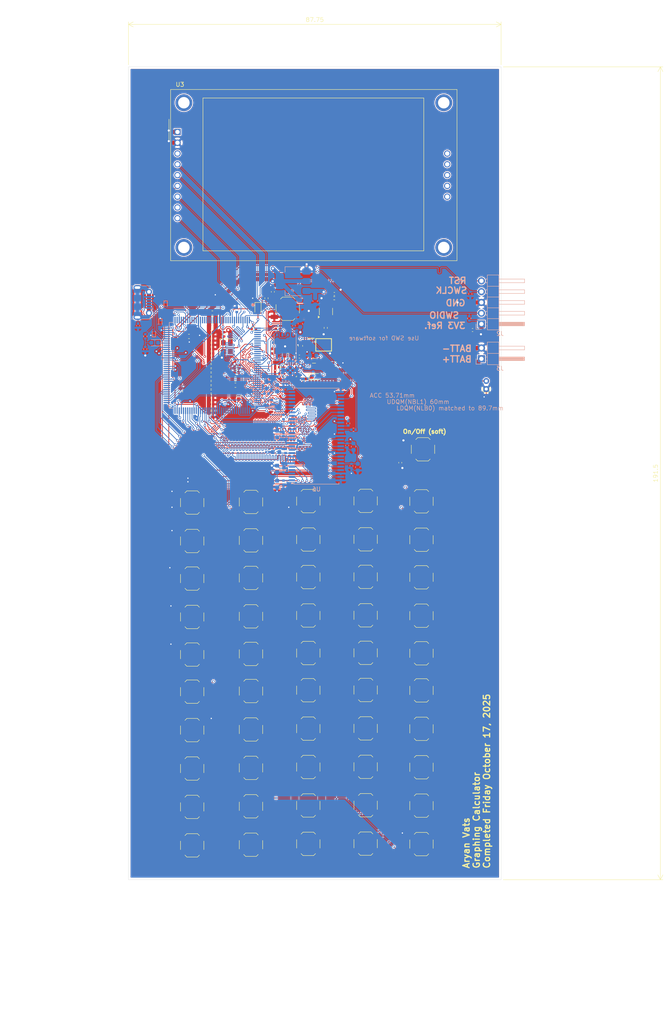
<source format=kicad_pcb>
(kicad_pcb (version 20241229) (generator "pcbnew") (generator_version "9.0")
  (layers (0 "F.Cu" signal) (4 "In1.Cu" signal) (6 "In2.Cu" signal) (8 "In3.Cu" signal) (10 "In4.Cu" signal) (2 "B.Cu" signal) (13 "F.Paste" user) (15 "B.Paste" user) (5 "F.SilkS" user "F.Silkscreen") (7 "B.SilkS" user "B.Silkscreen") (1 "F.Mask" user) (3 "B.Mask" user) (25 "Edge.Cuts" user))
  (net 0 "")
  (net 1 "NRST")
  (net 2 "GND")
  (net 3 "+3.3V")
  (net 4 "VDDA")
  (net 5 "Vcap 1")
  (net 6 "Vcap 2")
  (net 7 "VBUS")
  (net 8 "Net-(U2-PMID)")
  (net 9 "REGN")
  (net 10 "Net-(U2-BTST)")
  (net 11 "Net-(U2-SW)")
  (net 12 "V_bat")
  (net 13 "VCC")
  (net 14 "Net-(J4-Shield)")
  (net 15 "RSTB")
  (net 16 "Net-(D2-Pad2)")
  (net 17 "Net-(U1-PA9)")
  (net 18 "Net-(D3-K)")
  (net 19 "D-")
  (net 20 "D+")
  (net 21 "PA13(SWDIO)")
  (net 22 "PA14(SWCLK)")
  (net 24 "Net-(Q2-D12_1)")
  (net 25 "G2")
  (net 26 "G1")
  (net 27 "PDR_ON")
  (net 28 "Net-(U1-BOOT)")
  (net 29 "NOR_CLK")
  (net 30 "Net-(U4-CLK)")
  (net 31 "Net-(Y1-EN)")
  (net 32 "Net-(U2-ICHG_EN)")
  (net 33 "Net-(U2-VSET)")
  (net 34 "STAT")
  (net 35 "TS")
  (net 36 "Net-(U10-CS)")
  (net 37 "FMC_NBL0")
  (net 38 "Net-(U1-PE0)")
  (net 39 "Net-(U1-PE1)")
  (net 40 "FMC_NBL1")
  (net 41 "FMC_SDCLK")
  (net 42 "Net-(U1-PG8)")
  (net 43 "Column 1")
  (net 44 "Row 1")
  (net 45 "Row 2")
  (net 46 "Row 3")
  (net 47 "Row 4")
  (net 48 "Row 5")
  (net 49 "Row 6")
  (net 50 "Row 7")
  (net 51 "Row 8")
  (net 52 "Row 9")
  (net 53 "Row 10")
  (net 54 "Column 2")
  (net 55 "Column 3")
  (net 56 "Column 4")
  (net 57 "Column 5")
  (net 59 "NOR_IO_0")
  (net 62 "MISO")
  (net 68 "SCK")
  (net 69 "FMC_SDNCASb")
  (net 71 "A7")
  (net 72 "CSB")
  (net 74 "A6")
  (net 75 "DQ3")
  (net 77 "A5")
  (net 78 "DQ9")
  (net 79 "NOR_IO_3")
  (net 81 "A10")
  (net 82 "A11")
  (net 83 "DQ10")
  (net 84 "FMC_BA1")
  (net 85 "FMC_BA0")
  (net 86 "A2")
  (net 88 "D{slash}C")
  (net 90 "SD_MISO")
  (net 91 "NOR_IO_2")
  (net 93 "FLASH_CD")
  (net 95 "DQ12")
  (net 96 "A8")
  (net 99 "A4")
  (net 100 "FMC_SDNWEb")
  (net 101 "DQ6")
  (net 102 "DQ4")
  (net 103 "DQ14")
  (net 105 "FMC_SDCKE")
  (net 106 "DQ1")
  (net 107 "OSC_IN")
  (net 108 "SD_SCK")
  (net 110 "SD_CSB")
  (net 111 "A0")
  (net 112 "DQ0")
  (net 113 "FMC_SDNRASb")
  (net 115 "DQ8")
  (net 117 "DQ15")
  (net 118 "DQ2")
  (net 119 "DQ11")
  (net 121 "DQ5")
  (net 123 "A3")
  (net 124 "FMC_CSb")
  (net 125 "SD_MOSI")
  (net 126 "PA0(WKUP)")
  (net 128 "NOR_IO_1")
  (net 129 "A9")
  (net 137 "MOSI")
  (net 138 "A1")
  (net 141 "NOR_CSb")
  (net 142 "DQ13")
  (net 146 "DQ7")
  (footprint "Button_Switch_SMD:SW_SPST_TL3342" (layer "F.Cu") (at 204 132.65)
    (property "Reference" "SW1" (hide yes))
    (property "Value" "SW_Push")
  )
  (footprint "Button_Switch_SMD:SW_SPST_TL3342" (layer "F.Cu") (at 217.85 132.5)
    (property "Reference" "SW12" (hide yes))
    (property "Value" "SW_Push")
  )
  (footprint "Button_Switch_SMD:SW_SPST_TL3342" (layer "F.Cu") (at 231.35 159.25)
    (property "Reference" "SW25" (hide yes))
    (property "Value" "SW_Push")
  )
  (footprint "Capacitor_SMD:C_0402_1005Metric" (layer "F.Cu") (at 270.02 92)
    (property "Reference" "C51" (hide yes))
    (property "Value" "100nf")
  )
  (footprint "Button_Switch_SMD:SW_SPST_TL3342" (layer "F.Cu") (at 217.85 213.25)
    (property "Reference" "SW21" (hide yes))
    (property "Value" "SW_Push")
  )
  (footprint "Capacitor_SMD:C_0402_1005Metric" (layer "F.Cu") (at 208.46 106.5)
    (property "Reference" "C43" (hide yes))
    (property "Value" "100nf")
  )
  (footprint "Button_Switch_SMD:SW_SPST_TL3342" (layer "F.Cu") (at 204 168.45)
    (property "Reference" "SW6" (hide yes))
    (property "Value" "SW_Push")
  )
  (footprint "Button_Switch_SMD:SW_SPST_TL3342" (layer "F.Cu") (at 258 185.95)
    (property "Reference" "SW48" (hide yes))
    (property "Value" "SW_Push")
  )
  (footprint "Button_Switch_SMD:SW_SPST_TL3342" (layer "F.Cu") (at 217.85 150.4)
    (property "Reference" "SW14" (hide yes))
    (property "Value" "SW_Push")
  )
  (footprint "Button_Switch_SMD:SW_SPST_TL3342" (layer "F.Cu") (at 258 141.4)
    (property "Reference" "SW43" (hide yes))
    (property "Value" "SW_Push")
  )
  (footprint "Capacitor_SMD:C_0402_1005Metric" (layer "F.Cu") (at 208.46 103.5)
    (property "Reference" "C6" (hide yes))
    (property "Value" "100nf")
  )
  (footprint "Button_Switch_SMD:SW_SPST_TL3342" (layer "F.Cu") (at 244.85 132.25)
    (property "Reference" "SW32" (hide yes))
    (property "Value" "SW_Push")
  )
  (footprint "Capacitor_SMD:C_0402_1005Metric" (layer "F.Cu") (at 208.46 92.5)
    (property "Reference" "C19" (hide yes))
    (property "Value" "100nf")
  )
  (footprint "Button_Switch_SMD:SW_SPST_TL3342" (layer "F.Cu") (at 231.35 132.3)
    (property "Reference" "SW22" (hide yes))
    (property "Value" "SW_Push")
  )
  (footprint "Capacitor_SMD:C_0603_1608Metric" (layer "F.Cu") (at 208.755 89.5)
    (property "Reference" "C3" (hide yes))
    (property "Value" "4.7uf")
  )
  (footprint "Inductor_SMD:L_0603_1608Metric" (layer "F.Cu") (at 214.96 107.5 -90)
    (property "Reference" "FB1" (hide yes))
    (property "Value" "600Ω @ 100 MHz")
  )
  (footprint "Button_Switch_SMD:SW_SPST_TL3342" (layer "F.Cu") (at 258 159.3)
    (property "Reference" "SW45" (hide yes))
    (property "Value" "SW_Push")
  )
  (footprint "Button_Switch_SMD:SW_SPST_TL3342" (layer "F.Cu") (at 204 186.25)
    (property "Reference" "SW8" (hide yes))
    (property "Value" "SW_Push")
  )
  (footprint "Resistor_THT:R_Axial_DIN0204_L3.6mm_D1.6mm_P1.90mm_Vertical" (layer "F.Cu") (at 273.25 105.905 90)
    (property "Reference" "TH2" (hide yes))
    (property "Value" "103AT-2")
  )
  (footprint "Capacitor_SMD:C_0402_1005Metric" (layer "F.Cu") (at 214.48 102 180)
    (property "Reference" "C10" (hide yes))
    (property "Value" "100nf")
  )
  (footprint "Button_Switch_SMD:SW_SPST_TL3342" (layer "F.Cu") (at 244.85 203.95)
    (property "Reference" "SW40" (hide yes))
    (property "Value" "SW_Push")
  )
  (footprint "Button_Switch_SMD:SW_SPST_TL3342" (layer "F.Cu") (at 231.35 141.35)
    (property "Reference" "SW23" (hide yes))
    (property "Value" "SW_Push")
  )
  (footprint "" (layer "F.Cu") (at 225.5 105.52)
    (property "Reference" "")
    (property "Value" "")
  )
  (footprint "Button_Switch_SMD:SW_SPST_TL3342" (layer "F.Cu") (at 231.35 204)
    (property "Reference" "SW30" (hide yes))
    (property "Value" "SW_Push")
  )
  (footprint "LED_SMD:LED_0603_1608Metric" (layer "F.Cu") (at 219.5 87 -90)
    (property "Reference" "D1" (hide yes))
    (property "Value" "~")
  )
  (footprint "Button_Switch_SMD:SW_SPST_TL3342" (layer "F.Cu") (at 258 213.1)
    (property "Reference" "SW52" (hide yes))
    (property "Value" "SW_Push")
  )
  (footprint "Button_Switch_SMD:SW_SPST_TL3342" (layer "F.Cu") (at 217.85 141.55)
    (property "Reference" "SW13" (hide yes))
    (property "Value" "SW_Push")
  )
  (footprint "Capacitor_SMD:C_0402_1005Metric" (layer "F.Cu") (at 229.25 98.25 180)
    (property "Reference" "C25" (hide yes))
    (property "Value" "47nf")
  )
  (footprint "Resistor_SMD:R_0402_1005Metric" (layer "F.Cu") (at 211.5 93.01 90)
    (property "Reference" "R13" (hide yes))
    (property "Value" "10k")
  )
  (footprint "Button_Switch_SMD:SW_SPST_TL3342" (layer "F.Cu") (at 244.85 213)
    (property "Reference" "SW41" (hide yes))
    (property "Value" "SW_Push")
  )
  (footprint "Button_Switch_SMD:SW_SPST_TL3342" (layer "F.Cu") (at 204 195.3)
    (property "Reference" "SW9" (hide yes))
    (property "Value" "SW_Push")
  )
  (footprint "Button_Switch_SMD:SW_SPST_TL3342" (layer "F.Cu") (at 258 204.05)
    (property "Reference" "SW50" (hide yes))
    (property "Value" "SW_Push")
  )
  (footprint "Button_Switch_SMD:SW_SPST_TL3342" (layer "F.Cu") (at 258.35 120.1)
    (property "Reference" "SW51" (hide yes))
    (property "Value" "SW_Push")
  )
  (footprint "" (layer "F.Cu") (at 225.5 116.02)
    (property "Reference" "")
    (property "Value" "")
  )
  (footprint "Capacitor_SMD:C_0402_1005Metric" (layer "F.Cu") (at 223 83 90)
    (property "Reference" "C1" (hide yes))
    (property "Value" "100nf")
  )
  (footprint "Resistor_SMD:R_0402_1005Metric" (layer "F.Cu") (at 230.24 103.5)
    (property "Reference" "R27" (hide yes))
    (property "Value" "1k")
  )
  (footprint "Capacitor_SMD:C_0402_1005Metric" (layer "F.Cu") (at 237.48 83.5)
    (property "Reference" "C32" (hide yes))
    (property "Value" "100nf")
  )
  (footprint "Resistor_SMD:R_0402_1005Metric" (layer "F.Cu") (at 224 102.25 180)
    (property "Reference" "R25" (hide yes))
    (property "Value" "27 1%")
  )
  (footprint "Capacitor_SMD:C_0402_1005Metric" (layer "F.Cu") (at 208.46 102.5)
    (property "Reference" "C44" (hide yes))
    (property "Value" "100nf")
  )
  (footprint "LED_SMD:LED_0603_1608Metric" (layer "F.Cu") (at 232.9625 103)
    (property "Reference" "D3" (hide yes))
    (property "Value" "LED")
  )
  (footprint "Button_Switch_SMD:SW_SPST_TL3342" (layer "F.Cu") (at 231.35 213.05)
    (property "Reference" "SW31" (hide yes))
    (property "Value" "SW_Push")
  )
  (footprint "Capacitor_SMD:C_0402_1005Metric" (layer "F.Cu") (at 208.46 104.5)
    (property "Reference" "C36" (hide yes))
    (property "Value" "100nf")
  )
  (footprint "Capacitor_SMD:C_0603_1608Metric" (layer "F.Cu") (at 201.24 106.5 90)
    (property "Reference" "C20" (hide yes))
    (property "Value" "2.2uf")
  )
  (footprint "Button_Switch_SMD:SW_SPST_TL3342" (layer "F.Cu") (at 231.35 194.95)
    (property "Reference" "SW29" (hide yes))
    (property "Value" "SW_Push")
  )
  (footprint "Button_Switch_SMD:SW_SPST_TL3342" (layer "F.Cu") (at 217.85 186.1)
    (property "Reference" "SW18" (hide yes))
    (property "Value" "SW_Push")
  )
  (footprint "Capacitor_SMD:C_0603_1608Metric" (layer "F.Cu") (at 208.755 88)
    (property "Reference" "C18" (hide yes))
    (property "Value" "10uf")
  )
  (footprint "Capacitor_SMD:C_0402_1005Metric" (layer "F.Cu") (at 208.48 110.5)
    (property "Reference" "C48" (hide yes))
    (property "Value" "100nf")
  )
  (footprint "Capacitor_SMD:C_0402_1005Metric" (layer "F.Cu") (at 208.5 93.5)
    (property "Reference" "C17" (hide yes))
    (property "Value" "100nf")
  )
  (footprint "Button_Switch_SMD:SW_SPST_TL3342" (layer "F.Cu") (at 244.85 176.8)
    (property "Reference" "SW37" (hide yes))
    (property "Value" "SW_Push")
  )
  (footprint "Button_Switch_SMD:SW_SPST_TL3342" (layer "F.Cu") (at 217.85 195.15)
    (property "Reference" "SW19" (hide yes))
    (property "Value" "SW_Push")
  )
  (footprint "Button_Switch_SMD:SW_SPST_TL3342" (layer "F.Cu") (at 231.35 168.1)
    (property "Reference" "SW26" (hide yes))
    (property "Value" "SW_Push")
  )
  (footprint "Button_Switch_SMD:SW_SPST_TL3342" (layer "F.Cu") (at 217.85 204.2)
    (property "Reference" "SW20" (hide yes))
    (property "Value" "SW_Push")
  )
  (footprint "Capacitor_SMD:C_0603_1608Metric" (layer "F.Cu") (at 226.525 98)
    (property "Reference" "C22" (hide yes))
    (property "Value" "2.2uf")
  )
  (footprint "Button_Switch_SMD:SW_SPST_TL3342" (layer "F.Cu") (at 204 213.4)
    (property "Reference" "SW11" (hide yes))
    (property "Value" "SW_Push")
  )
  (footprint "Button_Switch_SMD:SW_SPST_TL3342" (layer "F.Cu") (at 204 159.6)
    (property "Reference" "SW5" (hide yes))
    (property "Value" "SW_Push")
  )
  (footprint "Button_Switch_SMD:SW_SPST_TL3342" (layer "F.Cu") (at 231.35 150.2)
    (property "Reference" "SW24" (hide yes))
    (property "Value" "SW_Push")
  )
  (footprint "Capacitor_SMD:C_0603_1608Metric" (layer "F.Cu") (at 203.25 93.5)
    (property "Reference" "C21" (hide yes))
    (property "Value" "2.2uf")
  )
  (footprint "Capacitor_SMD:C_0402_1005Metric" (layer "F.Cu") (at 208.46 105.5)
    (property "Reference" "C5" (hide yes))
    (property "Value" "100nf")
  )
  (footprint "" (layer "F.Cu") (at 241.5 124.48 180)
    (property "Reference" "")
    (property "Value" "")
  )
  (footprint "Capacitor_SMD:C_0402_1005Metric" (layer "F.Cu") (at 224.02 100.75)
    (property "Reference" "C24" (hide yes))
    (property "Value" "2.2uf")
  )
  (footprint "Capacitor_SMD:C_0603_1608Metric" (layer "F.Cu") (at 208.755 91)
    (property "Reference" "C4" (hide yes))
    (property "Value" "1uf")
  )
  (footprint "Button_Switch_SMD:SW_SPST_TL3342" (layer "F.Cu") (at 217.85 177.05)
    (property "Reference" "SW17" (hide yes))
    (property "Value" "SW_Push")
  )
  (footprint "Capacitor_SMD:C_0603_1608Metric" (layer "F.Cu") (at 237.775 100)
    (property "Reference" "C27" (hide yes))
    (property "Value" "10uf")
  )
  (footprint "Capacitor_SMD:C_0402_1005Metric" (layer "F.Cu") (at 208.48 96.5)
    (property "Reference" "C47" (hide yes))
    (property "Value" "100nf")
  )
  (footprint "Button_Switch_SMD:SW_SPST_TL3342" (layer "F.Cu") (at 258 150.25)
    (property "Reference" "SW44" (hide yes))
    (property "Value" "SW_Push")
  )
  (footprint "Capacitor_SMD:C_0402_1005Metric" (layer "F.Cu") (at 214.48 101 180)
    (property "Reference" "C11" (hide yes))
    (property "Value" "100nf")
  )
  (footprint "Capacitor_SMD:C_0402_1005Metric" (layer "F.Cu") (at 208.46 95.5)
    (property "Reference" "C40" (hide yes))
    (property "Value" "100nf")
  )
  (footprint "Button_Switch_SMD:SW_SPST_TL3342" (layer "F.Cu") (at 258 176.9)
    (property "Reference" "SW47" (hide yes))
    (property "Value" "SW_Push")
  )
  (footprint "Capacitor_SMD:C_0402_1005Metric" (layer "F.Cu") (at 208.46 111.5)
    (property "Reference" "C41" (hide yes))
    (property "Value" "100nf")
  )
  (footprint "Button_Switch_SMD:SW_SPST_TL3342" (layer "F.Cu") (at 244.85 168.05)
    (property "Reference" "SW36" (hide yes))
    (property "Value" "SW_Push")
  )
  (footprint "Capacitor_SMD:C_0603_1608Metric" (layer "F.Cu") (at 229.5 95.725 90)
    (property "Reference" "C23" (hide yes))
    (property "Value" "2.2uf")
  )
  (footprint "Resistor_SMD:R_0402_1005Metric" (layer "F.Cu") (at 235.46 91.49 -90)
    (property "Reference" "R32" (hide yes))
    (property "Value" "1k")
  )
  (footprint "Button_Switch_SMD:SW_SPST_TL3342" (layer "F.Cu") (at 231.35 176.85)
    (property "Reference" "SW27" (hide yes))
    (property "Value" "SW_Push")
  )
  (footprint "Capacitor_SMD:C_0402_1005Metric" (layer "F.Cu") (at 208.46 99.5)
    (property "Reference" "C38" (hide yes))
    (property "Value" "100nf")
  )
  (footprint "Inductor_SMD:L_0805_2012Metric" (layer "F.Cu") (at 232.6875 99.25)
    (property "Reference" "L2" (hide yes))
    (property "Value" "1uH")
  )
  (footprint "Capacitor_SMD:C_0402_1005Metric" (layer "F.Cu") (at 208.48 94.5)
    (property "Reference" "C16" (hide yes))
    (property "Value" "100nf")
  )
  (footprint "Button_Switch_SMD:SW_SPST_TL3342" (layer "F.Cu") (at 204 141.7)
    (property "Reference" "SW3" (hide yes))
    (property "Value" "SW_Push")
  )
  (footprint "Capacitor_SMD:C_0402_1005Metric" (layer "F.Cu") (at 208.48 108.5)
    (property "Reference" "C49" (hide yes))
    (property "Value" "100nf")
  )
  (footprint "Resistor_SMD:R_0402_1005Metric" (layer "F.Cu") (at 218.51 91.75)
    (property "Reference" "R1" (hide yes))
    (property "Value" "10k")
  )
  (footprint "Resistor_SMD:R_0402_1005Metric" (layer "F.Cu") (at 221.5 84.51 -90)
    (property "Reference" "R11" (hide yes))
    (property "Value" "10k")
  )
  (footprint "My_symbols:BQ25306RTER" (layer "F.Cu") (at 227.102 101.5)
    (property "Reference" "U2" (hide yes))
    (property "Value" "BQ25302RTER")
  )
  (footprint "Capacitor_SMD:C_0402_1005Metric" (layer "F.Cu") (at 253 123.25 90)
    (property "Reference" "C29" (hide yes))
    (property "Value" "100nf")
  )
  (footprint "Oscillator:Oscillator_SMD_Abracon_ASE-4Pin_3.2x2.5mm" (layer "F.Cu") (at 212.175 96.05 -90)
    (property "Reference" "Y1" (hide yes))
    (property "Value" "ASE-8000MHz")
  )
  (footprint "Resistor_SMD:R_0402_1005Metric" (layer "F.Cu") (at 224.24 91.75)
    (property "Reference" "R5" (hide yes))
    (property "Value" "33")
  )
  (footprint "Button_Switch_SMD:SW_SPST_TL3342" (layer "F.Cu") (at 204 177.2)
    (property "Reference" "SW7" (hide yes))
    (property "Value" "SW_Push")
  )
  (footprint "Capacitor_SMD:C_0402_1005Metric" (layer "F.Cu") (at 208.48 97.5)
    (property "Reference" "C39" (hide yes))
    (property "Value" "100nf")
  )
  (footprint "Button_Switch_SMD:SW_SPST_TL3342" (layer "F.Cu") (at 244.85 159.2)
    (property "Reference" "SW35" (hide yes))
    (property "Value" "SW_Push")
  )
  (footprint "Button_Switch_SMD:SW_SPST_TL3342" (layer "F.Cu") (at 217.85 168.3)
    (property "Reference" "SW16" (hide yes))
    (property "Value" "SW_Push")
  )
  (footprint "Resistor_SMD:R_0402_1005Metric" (layer "F.Cu") (at 237.46 84.5 180)
    (property "Reference" "R31" (hide yes))
    (property "Value" "100")
  )
  (footprint "Button_Switch_SMD:SW_SPST_TL3342" (layer "F.Cu") (at 258 195)
    (property "Reference" "SW49" (hide yes))
    (property "Value" "SW_Push")
  )
  (footprint "Capacitor_SMD:C_0603_1608Metric" (layer "F.Cu") (at 214.185 103.5 180)
    (property "Reference" "C13" (hide yes))
    (property "Value" "1uf")
  )
  (footprint "Capacitor_SMD:C_0402_1005Metric" (layer "F.Cu") (at 208.48 98.5)
    (property "Reference" "C46" (hide yes))
    (property "Value" "100nf")
  )
  (footprint "Button_Switch_SMD:SW_SPST_TL3342" (layer "F.Cu") (at 244.85 150.15)
    (property "Reference" "SW34" (hide yes))
    (property "Value" "SW_Push")
  )
  (footprint "My_symbols:FS8205A" (layer "F.Cu") (at 234.96 95.5)
    (property "Reference" "Q2" (hide yes))
    (property "Value" "FS8205A" (hide yes))
  )
  (footprint "Button_Switch_SMD:SW_SPST_TL3342" (layer "F.Cu") (at 244.85 185.85)
    (property "Reference" "SW38" (hide yes))
    (property "Value" "SW_Push")
  )
  (footprint "Capacitor_SMD:C_0402_1005Metric" (layer "F.Cu") (at 208.46 109.5)
    (property "Reference" "C42" (hide yes))
    (property "Value" "100nf")
  )
  (footprint "Button_Switch_SMD:SW_SPST_TL3342" (layer "F.Cu") (at 258 168.15)
    (property "Reference" "SW46" (hide yes))
    (property "Value" "SW_Push")
  )
  (footprint "Button_Switch_SMD:SW_SPST_TL3342" (layer "F.Cu") (at 217.85 159.45)
    (property "Reference" "SW15" (hide yes))
    (property "Value" "SW_Push")
  )
  (footprint "" (layer "F.Cu") (at 240.5 119.66 180)
    (property "Reference" "")
    (property "Value" "")
  )
  (footprint "Button_Switch_SMD:SW_SPST_TL3342" (layer "F.Cu") (at 244.85 141.3)
    (property "Reference" "SW33" (hide yes))
    (property "Value" "SW_Push")
  )
  (footprint "Capacitor_SMD:C_0402_1005Metric" (layer "F.Cu") (at 208.46 107.5)
    (property "Reference" "C50" (hide yes))
    (property "Value" "100nf")
  )
  (footprint "Capacitor_SMD:C_0603_1608Metric" (layer "F.Cu") (at 214.185 105 180)
    (property "Reference" "C12" (hide yes))
    (property "Value" "10uf")
  )
  (footprint "Capacitor_SMD:C_0402_1005Metric" (layer "F.Cu") (at 208.46 101.5)
    (property "Reference" "C37" (hide yes))
    (property "Value" "100nf")
  )
  (footprint "Button_Switch_SMD:SW_SPST_TL3342" (layer "F.Cu") (at 204 150.55)
    (property "Reference" "SW4" (hide yes))
    (property "Value" "SW_Push")
  )
  (footprint "Button_Switch_SMD:SW_SPST_TL3342" (layer "F.Cu") (at 204 204.35)
    (property "Reference" "SW10" (hide yes))
    (property "Value" "SW_Push")
  )
  (footprint "Button_Switch_SMD:SW_SPST_TL3342" (layer "F.Cu") (at 231.35 185.9)
    (property "Reference" "SW28" (hide yes))
    (property "Value" "SW_Push")
  )
  (footprint "Display:CR2013-MI2120" (layer "F.Cu") (at 200.5425 45.34)
    (property "Reference" "U3")
    (property "Value" "CR2013-MI2120")
  )
  (footprint "Button_Switch_SMD:SW_SPST_TL3342" (layer "F.Cu") (at 258 132.35)
    (property "Reference" "SW42" (hide yes))
    (property "Value" "SW_Push")
  )
  (footprint "Button_Switch_SMD:SW_SPST_TL3342" (layer "F.Cu") (at 226.5 87 180)
    (property "Reference" "SW2" (hide yes))
    (property "Value" "SW_Push")
  )
  (footprint "Package_TO_SOT_SMD:SOT-23-6" (layer "F.Cu") (at 235.51 87.6375 90)
    (property "Reference" "U10" (hide yes))
    (property "Value" "DW01A")
  )
  (footprint "Resistor_SMD:R_0402_1005Metric" (layer "F.Cu") (at 222.75 96.99 -90)
    (property "Reference" "R9" (hide yes))
    (property "Value" "10k")
  )
  (footprint "Button_Switch_SMD:SW_SPST_TL3342" (layer "F.Cu") (at 244.85 194.9)
    (property "Reference" "SW39" (hide yes))
    (property "Value" "SW_Push")
  )
  (footprint "Capacitor_SMD:C_0402_1005Metric" (layer "F.Cu") (at 208.48 100.5)
    (property "Reference" "C45" (hide yes))
    (property "Value" "100nf")
  )
  (footprint "Capacitor_SMD:C_0603_1608Metric" (layer "B.Cu") (at 224 124.725 90)
    (property "Reference" "C2" (hide yes))
    (property "Value" "2.2uf")
  )
  (footprint "Connector_PinHeader_2.54mm:PinHeader_1x05_P2.54mm_Horizontal" (layer "B.Cu") (at 272.115 90.58)
    (property "Reference" "J2")
    (property "Value" "Conn_01x05_Pin")
  )
  (footprint "Resistor_SMD:R_0402_1005Metric" (layer "B.Cu") (at 225.5 112.49 -90)
    (property "Reference" "R47" (hide yes))
    (property "Value" "33 1%")
  )
  (footprint "Capacitor_SMD:C_0402_1005Metric" (layer "B.Cu") (at 221.5 107)
    (property "Reference" "C34" (hide yes))
    (property "Value" "100nf")
  )
  (footprint "Capacitor_SMD:C_0603_1608Metric" (layer "B.Cu") (at 229.46 85.725 -90)
    (property "Reference" "C30" (hide yes))
    (property "Value" "22uf")
  )
  (footprint "Capacitor_SMD:C_0603_1608Metric" (layer "B.Cu") (at 221.5 105 90)
    (property "Reference" "C35" (hide yes))
    (property "Value" "1uf")
  )
  (footprint "Resistor_SMD:R_0402_1005Metric" (layer "B.Cu") (at 224.99 103 180)
    (property "Reference" "R26" (hide yes))
    (property "Value" "470 1%")
  )
  (footprint "Capacitor_SMD:C_0402_1005Metric" (layer "B.Cu") (at 240.5 119.18 -90)
    (property "Reference" "C7" (hide yes))
    (property "Value" "100nf")
  )
  (footprint "My_symbols:STM32F746ZGT6" (layer "B.Cu") (at 208.71 100.32 180)
    (property "Reference" "U1" (hide yes))
    (property "Value" "STM32F746ZGT6" (hide yes))
  )
  (footprint "Diode_SMD:D_SOD-923" (layer "B.Cu") (at 195 92.75 90)
    (property "Reference" "D4" (hide yes))
    (property "Value" "5v")
  )
  (footprint "Resistor_SMD:R_0402_1005Metric" (layer "B.Cu") (at 230.76 103.5 180)
    (property "Reference" "R29" (hide yes))
    (property "Value" "10k")
  )
  (footprint "Capacitor_SMD:C_0603_1608Metric" (layer "B.Cu") (at 232.5 98)
    (property "Reference" "C26" (hide yes))
    (property "Value" "10uf")
  )
  (footprint "Capacitor_SMD:C_0603_1608Metric" (layer "B.Cu") (at 243 124.295 -90)
    (property "Reference" "C2" (hide yes))
    (property "Value" "2.2uf")
  )
  (footprint "Capacitor_SMD:C_0402_1005Metric" (layer "B.Cu") (at 226 120.5 90)
    (property "Reference" "C7" (hide yes))
    (property "Value" "100nf")
  )
  (footprint "Capacitor_SMD:C_0402_1005Metric" (layer "B.Cu") (at 225.5 127.943096 -90)
    (property "Reference" "C14" (hide yes))
    (property "Value" "100nf")
  )
  (footprint "Resistor_SMD:R_0402_1005Metric" (layer "B.Cu") (at 240.75 114 -90)
    (property "Reference" "R50" (hide yes))
    (property "Value" "33 1%")
  )
  (footprint "Resistor_SMD:R_0402_1005Metric" (layer "B.Cu") (at 241.99 115.49 180)
    (property "Reference" "R48" (hide yes))
    (property "Value" "33 1%")
  )
  (footprint "Capacitor_SMD:C_0402_1005Metric" (layer "B.Cu") (at 225.5 106 90)
    (property "Reference" "C7" (hide yes))
    (property "Value" "100nf")
  )
  (footprint "Capacitor_SMD:C_0603_1608Metric" (layer "B.Cu") (at 224 105.705 90)
    (property "Reference" "C2" (hide yes))
    (property "Value" "2.2uf")
  )
  (footprint "Resistor_SMD:R_0402_1005Metric" (layer "B.Cu") (at 269.5 83.49 -90)
    (property "Reference" "R3" (hide yes))
    (property "Value" "10k")
  )
  (footprint "Connector_PinHeader_2.54mm:PinHeader_1x02_P2.54mm_Horizontal" (layer "B.Cu") (at 272.115 98.775)
    (property "Reference" "J3")
    (property "Value" "Conn_01x02_Pin")
  )
  (footprint "Diode_SMD:D_SOD-923" (layer "B.Cu") (at 197.75 86 -90)
    (property "Reference" "D6" (hide yes))
    (property "Value" "5v")
  )
  (footprint "Capacitor_SMD:C_0402_1005Metric" (layer "B.Cu") (at 241.5 124 -90)
    (property "Reference" "C7" (hide yes))
    (property "Value" "100nf")
  )
  (footprint "Resistor_SMD:R_0402_1005Metric" (layer "B.Cu") (at 222.75 108.99 -90)
    (property "Reference" "R10" (hide yes))
    (property "Value" "10k")
  )
  (footprint "Capacitor_SMD:C_0603_1608Metric" (layer "B.Cu") (at 224 128.275 -90)
    (property "Reference" "C15" (hide yes))
    (property "Value" "2.2uf")
  )
  (footprint "Capacitor_SMD:C_0402_1005Metric" (layer "B.Cu") (at 191.25 90.98 90)
    (property "Reference" "C33" (hide yes))
    (property "Value" "100nf")
  )
  (footprint "Resistor_SMD:R_0402_1005Metric" (layer "B.Cu") (at 269.25 89.26 90)
    (property "Reference" "R4" (hide yes))
    (property "Value" "10k")
  )
  (footprint "LED_SMD:LED_0603_1608Metric" (layer "B.Cu") (at 195.1725 95 180)
    (property "Reference" "D2" (hide yes))
    (property "Value" "~")
  )
  (footprint "Capacitor_SMD:C_0603_1608Metric" (layer "B.Cu") (at 232.96 85.225 -90)
    (property "Reference" "C28" (hide yes))
    (property "Value" "10uf")
  )
  (footprint "Capacitor_SMD:C_0402_1005Metric" (layer "B.Cu") (at 225.5 125.02 90)
    (property "Reference" "C7" (hide yes))
    (property "Value" "100nf")
  )
  (footprint "Capacitor_SMD:C_0402_1005Metric" (layer "B.Cu") (at 227.96 91 90)
    (property "Reference" "C9" (hide yes))
    (property "Value" "100nf")
  )
  (footprint "Package_SON:WSON-8-1EP_6x5mm_P1.27mm_EP3.4x4.3mm" (layer "B.Cu") (at 225.885 95.85 90)
    (property "Reference" "U4" (hide yes))
    (property "Value" "W25Q128JVP")
  )
  (footprint "Diode_SMD:D_SOD-923" (layer "B.Cu") (at 196.5 90.21 -90)
    (property "Reference" "D5" (hide yes))
    (property "Value" "5v")
  )
  (footprint "Package_SO:TSOP-II-54_22.2x10.16mm_P0.8mm" (layer "B.Cu") (at 233.25 117)
    (property "Reference" "U6")
    (property "Value" "W9812G6KH-5" (hide yes))
  )
  (footprint "Package_TO_SOT_SMD:SOT-223-3_TabPin2" (layer "B.Cu") (at 227.775476 80.5 180)
    (property "Reference" "U8" (hide yes))
    (property "Value" "AMS1117-3.3")
  )
  (footprint "Connector_USB:USB_Micro-B_Molex-105017-0001" (layer "B.Cu") (at 192.365 85.5 90)
    (property "Reference" "J4" (hide yes))
    (property "Value" "USB_B_Micro")
  )
  (footprint "Capacitor_SMD:C_0603_1608Metric" (layer "B.Cu") (at 242 119.475 -90)
    (property "Reference" "C2" (hide yes))
    (property "Value" "2.2uf")
  )
  (footprint "Capacitor_SMD:C_0603_1608Metric" (layer "B.Cu") (at 229.46 90.5 90)
    (property "Reference" "C8" (hide yes))
    (property "Value" "2.2uf")
  )
  (footprint "Resistor_SMD:R_0402_1005Metric" (layer "B.Cu") (at 214.5 87.25 -90)
    (property "Reference" "R2" (hide yes))
    (property "Value" "10k")
  )
  (footprint "Resistor_SMD:R_0402_1005Metric" (layer "B.Cu") (at 192.96 96.49 -90)
    (property "Reference" "R7" (hide yes))
    (property "Value" "20k")
  )
  (footprint "Capacitor_SMD:C_0603_1608Metric" (layer "B.Cu") (at 224 116.5 90)
    (property "Reference" "C2" (hide yes))
    (property "Value" "2.2uf")
  )
  (footprint "Resistor_SMD:R_0402_1005Metric" (layer "B.Cu") (at 192.96 93.49 -90)
    (property "Reference" "R6" (hide yes))
    (property "Value" "10k")
  )
  (footprint "Capacitor_SMD:C_0603_1608Metric" (layer "B.Cu") (at 223.75 120.75 180)
    (property "Reference" "C2" (hide yes))
    (property "Value" "2.2uf")
  )
  (footprint "Capacitor_SMD:C_0402_1005Metric" (layer "B.Cu") (at 225.5 116.5 90)
    (property "Reference" "C7" (hide yes))
    (property "Value" "100nf")
  )
  (footprint "Resistor_SMD:R_0402_1005Metric" (layer "B.Cu") (at 232.5 102.24 -90)
    (property "Reference" "R28" (hide yes))
    (property "Value" "10k")
  )
  (gr_rect (start 189 30) (end 276.75 221.5) (stroke (width 0.05)) (fill no) (layer "Edge.Cuts"))
  (gr_text "Aryan Vats\nGraphing Calculator\nCompleted Friday October 17, 2025" (at 274.25 219 90) (layer "F.SilkS") (effects (font (size 1.5 1.5) (thickness 0.3) (bold yes)) (justify left bottom)))
  (gr_text "On/Off (soft)" (at 253.5 116.5 0) (layer "F.SilkS") (effects (font (size 1 1) (thickness 0.25) (bold yes)) (justify left bottom)))
  (gr_text "BATT+" (at 270 99.75 0) (layer "B.SilkS") (effects (font (size 1.5 1.5) (thickness 0.3) (bold yes)) (justify left bottom mirror)))
  (gr_text "SWCLK" (at 268.911653 83.550828 0) (layer "B.SilkS") (effects (font (size 1.5 1.5) (thickness 0.3) (bold yes)) (justify left bottom mirror)))
  (gr_text "BATT-" (at 270 97.25 0) (layer "B.SilkS") (effects (font (size 1.5 1.5) (thickness 0.3) (bold yes)) (justify left bottom mirror)))
  (gr_text "GND" (at 268.5 86.5 0) (layer "B.SilkS") (effects (font (size 1.5 1.5) (thickness 0.3) (bold yes)) (justify left bottom mirror)))
  (gr_text "LDQM(NLB0) matched to 89.7mm" (at 252 111 0) (layer "B.SilkS") (effects (font (size 1 1) (thickness 0.125) (bold yes)) (justify left bottom)))
  (gr_text "SWDIO" (at 267 89.413641 0) (layer "B.SilkS") (effects (font (size 1.5 1.5) (thickness 0.3) (bold yes)) (justify left bottom mirror)))
  (gr_text "RST" (at 268.75 81.25 0) (layer "B.SilkS") (effects (font (size 1.5 1.5) (thickness 0.3) (bold yes)) (justify left bottom mirror)))
  (gr_text "ACC 53.71mm" (at 245.75 108 0) (layer "B.SilkS") (effects (font (size 1 1) (thickness 0.125)) (justify left bottom)))
  (gr_text "Use SWD for software" (at 257.5 94.5 0) (layer "B.SilkS") (effects (font (size 1 1) (thickness 0.125) (bold yes)) (justify left bottom mirror)))
  (gr_text "UDQM(NBL1) 60mm" (at 249.75 109.5 0) (layer "B.SilkS") (effects (font (size 1 1) (thickness 0.125) (bold yes)) (justify left bottom)))
  (gr_text "3V3 Ref." (at 268.5 91.85 0) (layer "B.SilkS") (effects (font (size 1.5 1.5) (thickness 0.3) (bold yes)) (justify left bottom mirror)))
  (dimension (type orthogonal) (layer "F.SilkS") (pts (xy 189 30) (xy 276.75 30)) (height -10) (orientation 0) (format (prefix "") (suffix "") (units 3) (units_format 0) (precision 4) (suppress_zeroes yes)) (style (thickness 0.1) (arrow_length 1.27) (text_position_mode 0) (arrow_direction outward) (extension_height 0.58642) (extension_offset 0.5) (keep_text_aligned yes)) (gr_text "87.75" (at 232.875 18.9 0) (layer "F.SilkS") (effects (font (size 1 1) (thickness 0.1)))))
  (dimension (type orthogonal) (layer "F.SilkS") (pts (xy 276.75 30) (xy 276.75 221.5)) (height 37.5) (orientation 1) (format (prefix "") (suffix "") (units 3) (units_format 0) (precision 4) (suppress_zeroes yes)) (style (thickness 0.1) (arrow_length 1.27) (text_position_mode 0) (arrow_direction outward) (extension_height 0.58642) (extension_offset 0.5) (keep_text_aligned yes)) (gr_text "191.5" (at 313.15 125.75 90) (layer "F.SilkS") (effects (font (size 1 1) (thickness 0.1)))))
  (segment (start 210.199 96.76484) (end 210.199 100.949) (width 0.2) (layer "F.Cu") (net 1))
  (segment (start 214.649 96.149) (end 210.81484 96.149) (width 0.2) (layer "F.Cu") (net 1))
  (segment (start 220.5 88) (end 219.901 88) (width 0.2) (layer "F.Cu") (net 1))
  (segment (start 210.81484 96.149) (end 210.199 96.76484) (width 0.2) (layer "F.Cu") (net 1))
  (segment (start 229.878 80.42) (end 223.298 87) (width 0.2) (layer "F.Cu") (net 1))
  (segment (start 210.199 100.949) (end 211.75 102.5) (width 0.2) (layer "F.Cu") (net 1))
  (segment (start 272.115 80.42) (end 229.878 80.42) (width 0.2) (layer "F.Cu") (net 1))
  (segment (start 215 95.798) (end 214.649 96.149) (width 0.2) (layer "F.Cu") (net 1))
  (segment (start 219.901 88) (end 219.901 87.7875) (width 0.2) (layer "F.Cu") (net 1))
  (segment (start 215 95.75) (end 215 95.798) (width 0.2) (layer "F.Cu") (net 1))
  (segment (start 219.5 89.5) (end 219.5 87.7875) (width 0.2) (layer "F.Cu") (net 1))
  (segment (start 223.298 87) (end 222 87) (width 0.2) (layer "F.Cu") (net 1))
  (via (at 211.75 102.5) (size 0.6) (drill 0.3) (layers "F.Cu" "B.Cu") (remove_unused_layers yes) (net 1))
  (via (at 220.5 88) (size 0.6) (drill 0.3) (layers "F.Cu" "B.Cu") (remove_unused_layers yes) (net 1))
  (via (at 215 95.75) (size 0.6) (drill 0.3) (layers "F.Cu" "B.Cu") (remove_unused_layers yes) (net 1))
  (via (at 222 87) (size 0.6) (drill 0.3) (layers "F.Cu" "B.Cu") (remove_unused_layers yes) (net 1))
  (via (at 219.5 89.5) (size 0.6) (drill 0.3) (layers "F.Cu" "B.Cu") (remove_unused_layers yes) (net 1))
  (segment (start 212.82 103.57) (end 219.39 103.57) (width 0.2) (layer "B.Cu") (net 1))
  (segment (start 221.5 87) (end 220.5 88) (width 0.2) (layer "B.Cu") (net 1))
  (segment (start 219.5 89.873712) (end 219.5 89.5) (width 0.2) (layer "B.Cu") (net 1))
  (segment (start 215 94.373712) (end 219.5 89.873712) (width 0.2) (layer "B.Cu") (net 1))
  (segment (start 215 95.75) (end 215 94.373712) (width 0.2) (layer "B.Cu") (net 1))
  (segment (start 222 87) (end 221.5 87) (width 0.2) (layer "B.Cu") (net 1))
  (segment (start 211.75 102.5) (end 212.82 103.57) (width 0.2) (layer "B.Cu") (net 1))
  (segment (start 209.53 89.5) (end 209.53 91) (width 1) (layer "F.Cu") (net 2))
  (segment (start 253 124) (end 253.5 124.5) (width 0.2) (layer "F.Cu") (net 2))
  (segment (start 228.502 101.25) (end 228.002 101.25) (width 0.2) (layer "F.Cu") (net 2))
  (segment (start 232.022 95.175) (end 232.022 95.825) (width 0.1747) (layer "F.Cu") (net 2))
  (segment (start 227.8975 98) (end 227.3 98) (width 0.2) (layer "F.Cu") (net 2))
  (segment (start 234.575 96.6635) (end 233.3625 95.451) (width 1) (layer "F.Cu") (net 2))
  (segment (start 228.502 100.75) (end 228.001 101.251) (width 0.2) (layer "F.Cu") (net 2))
  (segment (start 214 101) (end 214 102) (width 0.2) (layer "F.Cu") (net 2))
  (segment (start 229.46 100.41) (end 229.46 100.5) (width 0.2) (layer "F.Cu") (net 2))
  (segment (start 237.96 83.5) (end 238.96 82.5) (width 0.2) (layer "F.Cu") (net 2))
  (segment (start 270.912919 96.235) (end 272.115 96.235) (width 1) (layer "F.Cu") (net 2))
  (segment (start 272.115 85.5) (end 266.5 85.5) (width 1) (layer "F.Cu") (net 2))
  (segment (start 213.41 105) (end 213.41 103.5) (width 0.2) (layer "F.Cu") (net 2))
  (segment (start 234.575 96.6635) (end 234.575 97.17205) (width 1) (layer "F.Cu") (net 2))
  (segment (start 223.54 101.5) (end 223.54 100.75) (width 0.2) (layer "F.Cu") (net 2))
  (segment (start 237.898 95.825) (end 237.898 95.175) (width 0.2) (layer "F.Cu") (net 2))
  (segment (start 235.46 92.5) (end 234.96 93) (width 0.2) (layer "F.Cu") (net 2))
  (segment (start 223 82) (end 222.5 81.5) (width 0.2) (layer "F.Cu") (net 2))
  (segment (start 200.5425 47.88) (end 198.88 47.88) (width 1) (layer "F.Cu") (net 2))
  (segment (start 269.54 92) (end 266.5 88.96) (width 0.2) (layer "F.Cu") (net 2))
  (segment (start 229.21 100.75) (end 229.46 100.5) (width 0.2) (layer "F.Cu") (net 2))
  (segment (start 211.35 97.1) (end 211.35 98.15) (width 1) (layer "F.Cu") (net 2))
  (segment (start 205.5 93.5) (end 205.75 93.25) (width 0.2) (layer "F.Cu") (net 2))
  (segment (start 234.575 97.17205) (end 236.00395 98.601) (width 1) (layer "F.Cu") (net 2))
  (segment (start 273.25 105.905) (end 274.251 104.904) (width 0.2) (layer "F.Cu") (net 2))
  (segment (start 227.752 101.5) (end 227.553 101.5) (width 0.2) (layer "F.Cu") (net 2))
  (segment (start 211.35 98.15) (end 211 98.5) (width 1) (layer "F.Cu") (net 2))
  (segment (start 239.25 100) (end 239.5 99.75) (width 0.2) (layer "F.Cu") (net 2))
  (segment (start 234.56 86.5) (end 234.56 84.6) (width 0.2) (layer "F.Cu") (net 2))
  (segment (start 194.33 93.17) (end 194.25 93.25) (width 0.2) (layer "F.Cu") (net 2))
  (segment (start 198.88 47.88) (end 198.5 47.5) (width 1) (layer "F.Cu") (net 2))
  (segment (start 233.3625 95.451) (end 232.022 95.451) (width 1) (layer "F.Cu") (net 2))
  (segment (start 209.53 89.5) (end 209.53 88) (width 1) (layer "F.Cu") (net 2))
  (segment (start 224.31 103.07) (end 224.466055 103.07) (width 0.2) (layer "F.Cu") (net 2))
  (segment (start 214 101) (end 214 100.04) (width 0.2) (layer "F.Cu") (net 2))
  (segment (start 204.025 93.5) (end 205.5 93.5) (width 0.2) (layer "F.Cu") (net 2))
  (segment (start 236.46 96.3255) (end 236.46 97.5) (width 0.2) (layer "F.Cu") (net 2))
  (segment (start 237.898 95.825) (end 236.9605 95.825) (width 0.2) (layer "F.Cu") (net 2))
  (segment (start 223.49 101.55) (end 223.54 101.5) (width 0.2) (layer "F.Cu") (net 2))
  (segment (start 268.546919 98.601) (end 270.912919 96.235) (width 1) (layer "F.Cu") (net 2))
  (segment (start 209.53 91) (end 209.53 92.13) (width 1) (layer "F.Cu") (net 2))
  (segment (start 229.4475 94.95) (end 228.8975 95.5) (width 0.2) (layer "F.Cu") (net 2))
  (segment (start 228.44875 97.44875) (end 227.8975 98) (width 0.2) (layer "F.Cu") (net 2))
  (segment (start 234.56 84.6) (end 234.46 84.5) (width 0.2) (layer "F.Cu") (net 2))
  (segment (start 228.502 100.75) (end 229.21 100.75) (width 0.2) (layer "F.Cu") (net 2))
  (segment (start 238.55 100) (end 239.25 100) (width 0.2) (layer "F.Cu") (net 2))
  (segment (start 209.53 92.13) (end 209.16 92.5) (width 1) (layer "F.Cu") (net 2))
  (segment (start 223.49 102.25) (end 224.31 103.07) (width 0.2) (layer "F.Cu") (net 2))
  (segment (start 214 100.04) (end 213.96 100) (width 0.2) (layer "F.Cu") (net 2))
  (segment (start 228.002 101.25) (end 228.001 101.251) (width 0.2) (layer "F.Cu") (net 2))
  (segment (start 208.94 92.5) (end 208.94 112.48) (width 0.2) (layer "F.Cu") (net 2))
  (segment (start 274.251 98.371) (end 272.115 96.235) (width 0.2) (layer "F.Cu") (net 2))
  (segment (start 228.502 101.25) (end 228.502 100.75) (width 0.2) (layer "F.Cu") (net 2))
  (segment (start 223 82.52) (end 223 82) (width 0.2) (layer "F.Cu") (net 2))
  (segment (start 253 123.73) (end 253 124) (width 0.2) (layer "F.Cu") (net 2))
  (segment (start 229.5 94.95) (end 229.4475 94.95) (width 0.2) (layer "F.Cu") (net 2))
  (segment (start 274.251 104.904) (end 274.251 98.371) (width 0.2) (layer "F.Cu") (net 2))
  (segment (start 213.41 102.59) (end 214 102) (width 0.2) (layer "F.Cu") (net 2))
  (segment (start 273.25 107.25) (end 272.75 107.75) (width 0.2) (layer "F.Cu") (net 2))
  (segment (start 228.001 101.251) (end 227.752 101.5) (width 0.2) (layer "F.Cu") (net 2))
  (segment (start 201.24 105.26) (end 201.75 104.75) (width 0.2) (layer "F.Cu") (net 2))
  (segment (start 213.41 103.5) (end 213.41 102.59) (width 0.2) (layer "F.Cu") (net 2))
  (segment (start 266.5 88.96) (end 266.5 85.5) (width 0.2) (layer "F.Cu") (net 2))
  (segment (start 273.25 105.905) (end 273.25 107.25) (width 0.2) (layer "F.Cu") (net 2))
  (segment (start 208.94 112.48) (end 209.46 113) (width 0.2) (layer "F.Cu") (net 2))
  (segment (start 223.49 102.25) (end 223.49 101.55) (width 0.2) (layer "F.Cu") (net 2))
  (segment (start 236.9605 95.825) (end 236.46 96.3255) (width 0.2) (layer "F.Cu") (net 2))
  (segment (start 229.65 88.9) (end 223.35 88.9) (width 0.1565) (layer "F.Cu") (net 2))
  (segment (start 201.24 105.725) (end 201.24 105.26) (width 0.2) (layer "F.Cu") (net 2))
  (segment (start 236.00395 98.601) (end 268.546919 98.601) (width 1) (layer "F.Cu") (net 2))
  (segment (start 235.46 92) (end 235.46 92.5) (width 0.2) (layer "F.Cu") (net 2))
  (via blind (at 266.5 85.5) (size 0.8) (drill 0.5) (layers "F.Cu" "In1.Cu") (remove_unused_layers yes) (zone_layer_connections "F.Cu" "In1.Cu") (net 2))
  (via blind (at 198.5 47.5) (size 0.8) (drill 0.5) (layers "F.Cu" "In1.Cu") (remove_unused_layers yes) (zone_layer_connections "F.Cu" "In1.Cu") (net 2))
  (via blind (at 253.5 124.5) (size 0.8) (drill 0.5) (layers "F.Cu" "In1.Cu") (remove_unused_layers yes) (zone_layer_connections "F.Cu" "In1.Cu") (net 2))
  (via blind (at 211 98.5) (size 0.8) (drill 0.5) (layers "F.Cu" "In1.Cu") (net 2))
  (via blind (at 213.96 100) (size 0.8) (drill 0.5) (layers "F.Cu" "In1.Cu") (net 2))
  (via blind (at 228.44875 97.44875) (size 0.6) (drill 0.3) (layers "F.Cu" "In1.Cu") (remove_unused_layers yes) (zone_layer_connections "F.Cu" "In1.Cu") (net 2))
  (via blind (at 228.8975 95.5) (size 0.6) (drill 0.3) (layers "F.Cu" "In1.Cu") (remove_unused_layers yes) (zone_layer_connections "F.Cu" "In1.Cu") (net 2))
  (via blind (at 239.5 99.75) (size 0.6) (drill 0.3) (layers "F.Cu" "In1.Cu") (remove_unused_layers yes) (zone_layer_connections "F.Cu" "In1.Cu") (net 2))
  (via blind (at 223.54 101.5) (size 0.6) (drill 0.3) (layers "F.Cu" "In1.Cu") (remove_unused_layers yes) (zone_layer_connections "F.Cu" "In1.Cu") (net 2))
  (via blind (at 236.46 97.5) (size 0.8) (drill 0.5) (layers "F.Cu" "In1.Cu") (remove_unused_layers yes) (zone_layer_connections "F.Cu" "In1.Cu") (net 2))
  (via (at 200.06 98.543528) (size 0.6) (drill 0.3) (layers "F.Cu" "B.Cu") (remove_unused_layers yes) (zone_layer_connections "F.Cu" "In1.Cu" "In3.Cu" "In4.Cu" "B.Cu") (net 2))
  (via blind (at 229.46 100.5) (size 0.8) (drill 0.5) (layers "F.Cu" "In1.Cu") (remove_unused_layers yes) (zone_layer_connections "F.Cu" "In1.Cu") (net 2))
  (via blind (at 201.75 104.75) (size 0.6) (drill 0.3) (layers "F.Cu" "In1.Cu") (remove_unused_layers yes) (zone_layer_connections "F.Cu" "In1.Cu") (net 2))
  (via (at 224.466055 103.07) (size 0.6) (drill 0.3) (layers "F.Cu" "B.Cu") (net 2))
  (via blind (at 205.75 93.25) (size 0.6) (drill 0.3) (layers "F.Cu" "In1.Cu") (net 2))
  (via blind (at 234.96 93) (size 0.8) (drill 0.5) (layers "F.Cu" "In1.Cu") (remove_unused_layers yes) (zone_layer_connections "F.Cu" "In1.Cu") (net 2))
  (via blind (at 272.75 107.75) (size 0.6) (drill 0.3) (layers "F.Cu" "In1.Cu") (remove_unused_layers yes) (zone_layer_connections "F.Cu" "In1.Cu") (net 2))
  (via blind (at 222.5 81.5) (size 0.6) (drill 0.3) (layers "F.Cu" "In1.Cu") (remove_unused_layers yes) (zone_layer_connections "F.Cu" "In1.Cu") (net 2))
  (via blind (at 238.96 82.5) (size 0.8) (drill 0.5) (layers "F.Cu" "In1.Cu") (remove_unused_layers yes) (zone_layer_connections "F.Cu" "In1.Cu") (net 2))
  (via blind (at 234.46 84.5) (size 0.8) (drill 0.5) (layers "F.Cu" "In1.Cu") (remove_unused_layers yes) (zone_layer_connections "F.Cu" "In1.Cu") (net 2))
  (via micro (at 209.46 113) (size 0.8) (drill 0.5) (layers "F.Cu" "In1.Cu") (remove_unused_layers yes) (zone_layer_connections "F.Cu" "In1.Cu") (net 2))
  (segment (start 196.82 92.07) (end 196.75 92) (width 0.2) (layer "B.Cu") (net 2))
  (segment (start 240 125.8) (end 239 125.8) (width 0.2) (layer "B.Cu") (net 2))
  (segment (start 196.17 84) (end 195.1275 84) (width 0.2) (layer "B.Cu") (net 2))
  (segment (start 209.950735 83.700735) (end 209.450735 83.700735) (width 0.2) (layer "B.Cu") (net 2))
  (segment (start 239 106.6) (end 237.6 106.6) (width 0.1565) (layer "B.Cu") (net 2))
  (segment (start 239.955 121) (end 240.5 120.455) (width 0.2) (layer "B.Cu") (net 2))
  (segment (start 222.75 109.5) (end 222.381501 109.868499) (width 0.2) (layer "B.Cu") (net 2))
  (segment (start 212.761927 86.511927) (end 209.950735 83.700735) (width 0.2) (layer "B.Cu") (net 2))
  (segment (start 229.46 86.5) (end 230.46 86.5) (width 1) (layer "B.Cu") (net 2))
  (segment (start 225.954 119.974) (end 223.751 119.974) (width 0.2) (layer "B.Cu") (net 2))
  (segment (start 229.46 89.5) (end 231.46 87.5) (width 1) (layer "B.Cu") (net 2))
  (segment (start 224 129.05) (end 224 130) (width 0.2) (layer "B.Cu") (net 2))
  (segment (start 224 123.95) (end 224.59 124.54) (width 0.2) (layer "B.Cu") (net 2))
  (segment (start 223.98 97.755) (end 223.98 98.55) (width 0.2) (layer "B.Cu") (net 2))
  (segment (start 241.5 125.75) (end 241.5 124.48) (width 0.2) (layer "B.Cu") (net 2))
  (segment (start 213.273854 86) (end 212.761927 86.511927) (width 0.2) (layer "B.Cu") (net 2))
  (segment (start 239.955 127.4) (end 239 127.4) (width 0.2) (layer "B.Cu") (net 2))
  (segment (start 205.46 111) (end 205.44659 111.01341) (width 0.1565) (layer "B.Cu") (net 2))
  (segment (start 227.5 118.6) (end 228.9 118.6) (width 0.2) (layer "B.Cu") (net 2))
  (segment (start 240.18 127.175) (end 239.955 127.4) (width 0.2) (layer "B.Cu") (net 2))
  (segment (start 218.4 106.57) (end 219.39 106.57) (width 0.1565) (layer "B.Cu") (net 2))
  (segment (start 210.46 109.6) (end 210.56 109.5) (width 0.1565) (layer "B.Cu") (net 2))
  (segment (start 224.48 103) (end 224.660017 103) (width 0.2) (layer "B.Cu") (net 2))
  (segment (start 220.471 105.254) (end 220.471 106.315146) (width 0.2) (layer "B.Cu") (net 2))
  (segment (start 212.761927 86.511927) (end 210.46 88.813854) (width 0.2) (layer "B.Cu") (net 2))
  (segment (start 238 117) (end 237.5 116.5) (width 0.2) (layer "B.Cu") (net 2))
  (segment (start 214.310043 86) (end 213.273854 86) (width 0.2) (layer "B.Cu") (net 2))
  (segment (start 216.96 109.54) (end 217.5 109) (width 0.1565) (layer "B.Cu") (net 2))
  (segment (start 224.295 116.02) (end 224 115.725) (width 0.2) (layer "B.Cu") (net 2))
  (segment (start 222.975 120.75) (end 221.75 120.75) (width 0.2) (layer "B.Cu") (net 2))
  (segment (start 242 120.25) (end 241.09 120.25) (width 0.2) (layer "B.Cu") (net 2))
  (segment (start 220.471 106.315146) (end 220.216146 106.57) (width 0.2) (layer "B.Cu") (net 2))
  (segment (start 216.96 111) (end 216.96 109.54) (width 0.1565) (layer "B.Cu") (net 2))
  (segment (start 198.03 92.07) (end 198.061 92.101) (width 0.2) (layer "B.Cu") (net 2))
  (segment (start 237.6 106.6) (end 237.5 106.5) (width 0.1565) (layer "B.Cu") (net 2))
  (segment (start 239 121) (end 237.5 121) (width 0.2) (layer "B.Cu") (net 2))
  (segment (start 225.5 105.52) (end 224.59 105.52) (width 0.2) (layer "B.Cu") (net 2))
  (segment (start 269.5 84) (end 270.615 84) (width 0.2) (layer "B.Cu") (net 2))
  (segment (start 229.46 89.725) (end 228.734 89.725) (width 1) (layer "B.Cu") (net 2))
  (segment (start 200.002528 98.601) (end 200.06 98.543528) (width 0.2) (layer "B.Cu") (net 2))
  (segment (start 239 121) (end 239.955 121) (width 0.2) (layer "B.Cu") (net 2))
  (segment (start 222.851 104.601) (end 222.475 104.225) (width 0.2) (layer "B.Cu") (net 2))
  (segment (start 220.75 103.5) (end 221.475 104.225) (width 0.2) (layer "B.Cu") (net 2))
  (segment (start 240.18 125.8) (end 240.18 127.175) (width 0.2) (layer "B.Cu") (net 2))
  (segment (start 221.5 104.225) (end 220.471 105.254) (width 0.2) (layer "B.Cu") (net 2))
  (segment (start 205.46 89.64) (end 205.46 91.04) (width 0.2) (layer "B.Cu") (net 2))
  (segment (start 225.5 105.52) (end 225.98 105.52) (width 0.2) (layer "B.Cu") (net 2))
  (segment (start 229.46 89.725) (end 229.46 89.5) (width 1) (layer "B.Cu") (net 2))
  (segment (start 218 106.97) (end 218.4 106.57) (width 0.1565) (layer "B.Cu") (net 2))
  (segment (start 222.75 123.95) (end 224 123.95) (width 0.2) (layer "B.Cu") (net 2))
  (segment (start 225.98 105.52) (end 226.5 105) (width 0.2) (layer "B.Cu") (net 2))
  (segment (start 239 117) (end 238 117) (width 0.2) (layer "B.Cu") (net 2))
  (segment (start 221.98 107) (end 222.851 106.129) (width 0.2) (layer "B.Cu") (net 2))
  (segment (start 196.5 89.79) (end 196.5 89.21) (width 0.2) (layer "B.Cu") (net 2))
  (segment (start 224.59 105.52) (end 224 104.93) (width 0.2) (layer "B.Cu") (net 2))
  (segment (start 218.082159 109.868499) (end 217.5 109.28634) (width 0.2) (layer "B.Cu") (net 2))
  (segment (start 210.46 88.813854) (end 210.46 89.64) (width 0.2) (layer "B.Cu") (net 2))
  (segment (start 222.381501 109.868499) (end 218.082159 109.868499) (width 0.2) (layer "B.Cu") (net 2))
  (segment (start 193.8275 84.2) (end 194.9275 84.2) (width 0.1565) (layer "B.Cu") (net 2))
  (segment (start 198.03 92.07) (end 196.82 92.07) (width 0.2) (layer "B.Cu") (net 2))
  (segment (start 230.46 86.5) (end 231.46 87.5) (width 1) (layer "B.Cu") (net 2))
  (segment (start 225.885 95.85) (end 225.8675 95.8675) (width 0.2) (layer "B.Cu") (net 2))
  (segment (start 205.46 91.04) (end 205.25 91.25) (width 0.2) (layer "B.Cu") (net 2))
  (segment (start 225.5 116.02) (end 224.295 116.02) (width 0.2) (layer "B.Cu") (net 2))
  (segment (start 223.751 119.974) (end 222.975 120.75) (width 0.2) (layer "B.Cu") (net 2))
  (segment (start 197.75 85.58) (end 196.17 84) (width 0.2) (layer "B.Cu") (net 2))
  (segment (start 230.925476 78.2) (end 230.925476 76.534524) (width 1) (layer "B.Cu") (net 2))
  (segment (start 220.216146 106.57) (end 219.39 106.57) (width 0.2) (layer "B.Cu") (net 2))
  (segment (start 210.46 111) (end 210.46 109.6) (width 0.1565) (layer "B.Cu") (net 2))
  (segment (start 194.9275 84.2) (end 195.1275 84) (width 0.1565) (layer "B.Cu") (net 2))
  (segment (start 240 125.8) (end 241.45 125.8) (width 0.2) (layer "B.Cu") (net 2))
  (segment (start 224.59 124.54) (end 225.5 124.54) (width 0.2) (layer "B.Cu") (net 2))
  (segment (start 243 125.07) (end 242.09 125.07) (width 0.2) (layer "B.Cu") (net 2))
  (segment (start 230.925476 76.534524) (end 230.96 76.5) (width 1) (layer "B.Cu") (net 2))
  (segment (start 228.734 89.725) (end 227.96 90.499) (width 1) (layer "B.Cu") (net 2))
  (segment (start 225.07825 115.32825) (end 225.5 115.75) (width 0.2) (layer "B.Cu") (net 2))
  (segment (start 191.25 91.46) (end 192.46 91.46) (width 0.2) (layer "B.Cu") (net 2))
  (segment (start 192.46 91.46) (end 194.25 93.25) (width 0.2) (layer "B.Cu") (net 2))
  (segment (start 225.8675 95.8675) (end 223.98 97.755) (width 0.2) (layer "B.Cu") (net 2))
  (segment (start 229.75 103.5) (end 230.25 103.5) (width 0.2) (layer "B.Cu") (net 2))
  (segment (start 205.44659 111.01341) (end 205.44659 112.30341) (width 0.2) (layer "B.Cu") (net 2))
  (segment (start 195 93.17) (end 194.33 93.17) (width 0.2) (layer "B.Cu") (net 2))
  (segment (start 225.5 128.423096) (end 224.626904 128.423096) (width 0.2) (layer "B.Cu") (net 2))
  (segment (start 205.44659 112.30341) (end 205 112.75) (width 0.2) (layer "B.Cu") (net 2))
  (segment (start 228.9 118.6) (end 229 118.5) (width 0.2) (layer "B.Cu") (net 2))
  (segment (start 225 115.32825) (end 225.07825 115.32825) (width 0.2) (layer "B.Cu") (net 2))
  (segment (start 240.18 125.8) (end 240 125.8) (width 0.2) (layer "B.Cu") (net 2))
  (segment (start 241.09 120.25) (end 240.5 119.66) (width 0.2) (layer "B.Cu") (net 2))
  (segment (start 225.5 124.54) (end 226.64 123.4) (width 0.2) (layer "B.Cu") (net 2))
  (segment (start 232.96 86) (end 231.46 87.5) (width 1) (layer "B.Cu") (net 2))
  (segment (start 225.5 115.75) (end 225.5 116.02) (width 0.2) (layer "B.Cu") (net 2))
  (segment (start 214.5 86.189957) (end 214.310043 86) (width 0.2) (layer "B.Cu") (net 2))
  (segment (start 222.851 106.129) (end 222.851 104.601) (width 0.2) (layer "B.Cu") (net 2))
  (segment (start 241.45 125.8) (end 241.5 125.75) (width 0.2) (layer "B.Cu") (net 2))
  (segment (start 242.09 125.07) (end 241.5 124.48) (width 0.2) (layer "B.Cu") (net 2))
  (segment (start 192.96 97) (end 192.96 98) (width 0.2) (layer "B.Cu") (net 2))
  (segment (start 214.5 86.74) (end 214.5 86.189957) (width 0.2) (layer "B.Cu") (net 2))
  (segment (start 270.615 84) (end 272.115 85.5) (width 0.2) (layer "B.Cu") (net 2))
  (segment (start 198.03 98.57) (end 198.061 98.601) (width 0.2) (layer "B.Cu") (net 2))
  (segment (start 198.061 98.601) (end 200.002528 98.601) (width 0.2) (layer "B.Cu") (net 2))
  (segment (start 229.5 103.75) (end 229.75 103.5) (width 0.2) (layer "B.Cu") (net 2))
  (segment (start 231.725 98) (end 231.725 97.811766) (width 0.1565) (layer "B.Cu") (net 2))
  (segment (start 222.475 104.225) (end 221.5 104.225) (width 0.2) (layer "B.Cu") (net 2))
  (segment (start 224.626904 128.423096) (end 224 129.05) (width 0.2) (layer "B.Cu") (net 2))
  (segment (start 221.475 104.225) (end 221.5 104.225) (width 0.2) (layer "B.Cu") (net 2))
  (segment (start 240.5 120.455) (end 240.5 119.66) (width 0.2) (layer "B.Cu") (net 2))
  (segment (start 226.64 123.4) (end 227.5 123.4) (width 0.2) (layer "B.Cu") (net 2))
  (segment (start 226 120.02) (end 225.954 119.974) (width 0.2) (layer "B.Cu") (net 2))
  (segment (start 217.5 109.28634) (end 217.5 109) (width 0.2) (layer "B.Cu") (net 2))
  (segment (start 231.725 97.811766) (end 231.06 97.146766) (width 0.1565) (layer "B.Cu") (net 2))
  (via blind (at 229 118.5) (size 0.6) (drill 0.3) (layers "In1.Cu" "B.Cu") (net 2))
  (via blind (at 205 112.75) (size 0.6) (drill 0.3) (layers "In1.Cu" "B.Cu") (remove_unused_layers yes) (zone_layer_connections "In1.Cu" "In3.Cu" "In4.Cu" "B.Cu") (net 2))
  (via blind (at 205.25 91.25) (size 0.6) (drill 0.3) (layers "In1.Cu" "B.Cu") (net 2))
  (via blind (at 222.75 123.95) (size 0.8) (drill 0.5) (layers "In1.Cu" "B.Cu") (remove_unused_layers yes) (zone_layer_connections "In1.Cu" "In3.Cu" "In4.Cu" "B.Cu") (net 2))
  (via micro (at 195.1275 84) (size 0.6) (drill 0.3) (layers "In1.Cu" "B.Cu") (remove_unused_layers yes) (zone_layer_connections "In1.Cu" "In3.Cu" "In4.Cu" "B.Cu") (net 2))
  (via blind (at 237.5 106.5) (size 0.6) (drill 0.3) (layers "In1.Cu" "B.Cu") (net 2))
  (via blind (at 225 115.32825) (size 0.6) (drill 0.3) (layers "In1.Cu" "B.Cu") (remove_unused_layers yes) (zone_layer_connections "In1.Cu" "In3.Cu" "In4.Cu" "B.Cu") (net 2))
  (via blind (at 221.75 120.75) (size 0.6) (drill 0.3) (layers "In1.Cu" "B.Cu") (net 2))
  (via blind (at 241.5 125.75) (size 0.6) (drill 0.3) (layers "In1.Cu" "B.Cu") (remove_unused_layers yes) (zone_layer_connections "In1.Cu" "In3.Cu" "In4.Cu" "B.Cu") (net 2))
  (via blind (at 231.46 87.5) (size 0.8) (drill 0.5) (layers "In1.Cu" "B.Cu") (remove_unused_layers yes) (zone_layer_connections "In1.Cu" "In3.Cu" "In4.Cu" "B.Cu") (net 2))
  (via blind (at 237.5 121) (size 0.6) (drill 0.3) (layers "In1.Cu" "B.Cu") (remove_unused_layers yes) (zone_layer_connections "In1.Cu" "In3.Cu" "In4.Cu" "B.Cu") (net 2))
  (via blind (at 192.96 98) (size 0.8) (drill 0.5) (layers "In1.Cu" "B.Cu") (remove_unused_layers yes) (zone_layer_connections "In1.Cu" "In3.Cu" "In4.Cu" "B.Cu") (net 2))
  (via blind (at 210.56 109.5) (size 0.6) (drill 0.3) (layers "In1.Cu" "B.Cu") (remove_unused_layers yes) (zone_layer_connections "In1.Cu" "In3.Cu" "In4.Cu" "B.Cu") (net 2))
  (via blind (at 196.5 89.21) (size 0.6) (drill 0.3) (layers "In1.Cu" "B.Cu") (remove_unused_layers yes) (zone_layer_connections "In1.Cu" "In3.Cu" "In4.Cu" "B.Cu") (net 2))
  (via blind (at 225.885 95.85) (size 0.8) (drill 0.5) (layers "In1.Cu" "B.Cu") (remove_unused_layers yes) (zone_layer_connections "In1.Cu" "In3.Cu" "In4.Cu" "B.Cu") (net 2))
  (via blind (at 194.25 93.25) (size 0.6) (drill 0.3) (layers "In1.Cu" "B.Cu") (remove_unused_layers yes) (zone_layer_connections "In1.Cu" "In3.Cu" "In4.Cu" "B.Cu") (net 2))
  (via blind (at 229.5 103.75) (size 0.6) (drill 0.3) (layers "In1.Cu" "B.Cu") (remove_unused_layers yes) (zone_layer_connections "In1.Cu" "In3.Cu" "In4.Cu" "B.Cu") (net 2))
  (via blind (at 224 130) (size 0.6) (drill 0.3) (layers "In1.Cu" "B.Cu") (net 2))
  (via blind (at 230.96 76.5) (size 0.8) (drill 0.5) (layers "In1.Cu" "B.Cu") (remove_unused_layers yes) (zone_layer_connections "In1.Cu" "In3.Cu" "In4.Cu" "B.Cu") (net 2))
  (via blind (at 220.75 103.5) (size 0.6) (drill 0.3) (layers "In1.Cu" "B.Cu") (remove_unused_layers yes) (zone_layer_connections "In1.Cu" "In3.Cu" "In4.Cu" "B.Cu") (net 2))
  (via blind (at 226.5 105) (size 0.6) (drill 0.3) (layers "In1.Cu" "B.Cu") (remove_unused_layers yes) (zone_layer_connections "In1.Cu" "In3.Cu" "In4.Cu" "B.Cu") (net 2))
  (via blind (at 218 106.97) (size 0.6) (drill 0.3) (layers "In1.Cu" "B.Cu") (remove_unused_layers yes) (zone_layer_connections "In1.Cu" "In3.Cu" "In4.Cu" "B.Cu") (net 2))
  (via blind (at 217.5 109) (size 0.6) (drill 0.3) (layers "In1.Cu" "B.Cu") (remove_unused_layers yes) (zone_layer_connections "In1.Cu" "In3.Cu" "In4.Cu" "B.Cu") (net 2))
  (via blind (at 209.450735 83.700735) (size 0.6) (drill 0.3) (layers "In1.Cu" "B.Cu") (remove_unused_layers yes) (zone_layer_connections "In1.Cu" "In3.Cu" "In4.Cu" "B.Cu") (net 2))
  (via blind (at 237.5 116.5) (size 0.6) (drill 0.3) (layers "In1.Cu" "B.Cu") (net 2))
  (via blind (at 231.06 97.146766) (size 0.6) (drill 0.3) (layers "In1.Cu" "B.Cu") (remove_unused_layers yes) (zone_layer_connections "In1.Cu" "In3.Cu" "In4.Cu" "B.Cu") (net 2))
  (via blind (at 196.75 92) (size 0.6) (drill 0.3) (layers "In4.Cu" "B.Cu") (remove_unused_layers yes) (zone_layer_connections "In4.Cu" "B.Cu") (net 2))
  (segment (start 207.98 91) (end 207.959 91.021) (width 1) (layer "F.Cu") (net 3))
  (segment (start 204.96 109.5) (end 199.96 109.5) (width 0.2) (layer "F.Cu") (net 3))
  (segment (start 218.25 90.25) (end 218.25 90.98) (width 0.2) (layer "F.Cu") (net 3))
  (segment (start 212 92.5) (end 212.5 92) (width 0.2) (layer "F.Cu") (net 3))
  (segment (start 223.5 98.25) (end 222.75 97.5) (width 0.2) (layer "F.Cu") (net 3))
  (segment (start 221.96 80.5) (end 221.5 80.96) (width 0.2) (layer "F.Cu") (net 3))
  (segment (start 218.25 90.98) (end 219.02 91.75) (width 0.2) (layer "F.Cu") (net 3))
  (segment (start 200.5425 45.34) (end 198.84 45.34) (width 1) (layer "F.Cu") (net 3))
  (segment (start 199.46 99.25) (end 199.46 103.5) (width 0.2) (layer "F.Cu") (net 3))
  (segment (start 200.5 99.25) (end 199.46 99.25) (width 0.1565) (layer "F.Cu") (net 3))
  (segment (start 272.115 92) (end 272.115 92.885) (width 1) (layer "F.Cu") (net 3))
  (segment (start 214.96 108.724999) (end 214.0925 109.5925) (width 0.2) (layer "F.Cu") (net 3))
  (segment (start 212.659 108.159) (end 212.659 99.841) (width 0.2) (layer "F.Cu") (net 3))
  (segment (start 199.96 109.5) (end 199.96 104) (width 0.2) (layer "F.Cu") (net 3))
  (segment (start 221.5 80.96) (end 221.5 84) (width 0.2) (layer "F.Cu") (net 3))
  (segment (start 205.384971 109.924971) (end 206.96 111.5) (width 0.2) (layer "F.Cu") (net 3))
  (segment (start 255.2 118.2) (end 261.5 118.2) (width 1) (layer "F.Cu") (net 3))
  (segment (start 214.0925 109.5925) (end 212.659 108.159) (width 0.2) (layer "F.Cu") (net 3))
  (segment (start 213 92.5) (end 212.5 92) (width 1) (layer "F.Cu") (net 3))
  (segment (start 207.98 88) (end 207.98 89.5) (width 1) (layer "F.Cu") (net 3))
  (segment (start 200.75 99) (end 200.5 99.25) (width 0.1565) (layer "F.Cu") (net 3))
  (segment (start 199.46 91.5) (end 199.46 99.25) (width 0.2) (layer "F.Cu") (net 3))
  (segment (start 215.46 80) (end 207.98 87.48) (width 1) (layer "F.Cu") (net 3))
  (segment (start 207.98 112.511364) (end 207.98 111.5) (width 0.2) (layer "F.Cu") (net 3))
  (segment (start 222.46 80) (end 215.46 80) (width 1) (layer "F.Cu") (net 3))
  (segment (start 211.007624 108.607131) (end 212.210869 108.607131) (width 0.2) (layer "F.Cu") (net 3))
  (segment (start 198.84 45.34) (end 198.5 45) (width 1) (layer "F.Cu") (net 3))
  (segment (start 207.959 91.021) (end 207.959 111.5) (width 1) (layer "F.Cu") (net 3))
  (segment (start 270.5 92) (end 272.115 92) (width 0.2) (layer "F.Cu") (net 3))
  (segment (start 212.659 99.841) (end 213.5 99) (width 0.2) (layer "F.Cu") (net 3))
  (segment (start 212.210869 108.607131) (end 212.659 108.159) (width 0.2) (layer "F.Cu") (net 3))
  (segment (start 214.96 108.2875) (end 214.96 108.724999) (width 0.2) (layer "F.Cu") (net 3))
  (segment (start 222.96 80.5) (end 222.46 80) (width 1) (layer "F.Cu") (net 3))
  (segment (start 207.98 87.48) (end 207.98 88) (width 1) (layer "F.Cu") (net 3))
  (segment (start 255.2 118.2) (end 253.95 118.2) (width 1) (layer "F.Cu") (net 3))
  (segment (start 205.384971 109.924971) (end 204.96 109.5) (width 0.2) (layer "F.Cu") (net 3))
  (segment (start 222.96 80.5) (end 221.96 80.5) (width 0.2) (layer "F.Cu") (net 3))
  (segment (start 213 95) (end 213 92.5) (width 1) (layer "F.Cu") (net 3))
  (segment (start 214.0925 109.5925) (end 209.983999 113.701) (width 0.2) (layer "F.Cu") (net 3))
  (segment (start 199.96 104) (end 199.46 103.5) (width 0.2) (layer "F.Cu") (net 3))
  (segment (start 206.96 111.5) (end 207.98 111.5) (width 0.2) (layer "F.Cu") (net 3))
  (segment (start 253.95 118.2) (end 253.75 118) (width 1) (layer "F.Cu") (net 3))
  (segment (start 209.983999 113.701) (end 209.169636 113.701) (width 0.2) (layer "F.Cu") (net 3))
  (segment (start 207.98 89.5) (end 207.98 91) (width 1) (layer "F.Cu") (net 3))
  (segment (start 211.5 92.5) (end 212 92.5) (width 0.2) (layer "F.Cu") (net 3))
  (segment (start 272.115 92.885) (end 272 93) (width 1) (layer "F.Cu") (net 3))
  (segment (start 272.115 90.58) (end 272.115 92) (width 1) (layer "F.Cu") (net 3))
  (segment (start 209.169636 113.701) (end 207.98 112.511364) (width 0.2) (layer "F.Cu") (net 3))
  (via (at 199.96 109.5) (size 0.6) (drill 0.3) (layers "F.Cu" "B.Cu") (remove_unused_layers yes) (zone_layer_connections "In2.Cu") (net 3))
  (via (at 200.75 99) (size 0.6) (drill 0.3) (layers "F.Cu" "B.Cu") (net 3))
  (via blind (at 253.75 118) (size 0.8) (drill 0.5) (layers "F.Cu" "In2.Cu") (remove_unused_layers yes) (zone_layer_connections "In2.Cu") (net 3))
  (via (at 199.46 103.5) (size 0.6) (drill 0.3) (layers "F.Cu" "B.Cu") (remove_unused_layers yes) (zone_layer_connections "In2.Cu") (net 3))
  (via (at 213.5 99) (size 0.6) (drill 0.3) (layers "F.Cu" "B.Cu") (net 3))
  (via blind (at 212.5 92) (size 0.8) (drill 0.5) (layers "F.Cu" "In2.Cu") (remove_unused_layers yes) (zone_layer_connections "In2.Cu") (net 3))
  (via blind (at 198.5 45) (size 0.8) (drill 0.5) (layers "F.Cu" "In2.Cu") (remove_unused_layers yes) (zone_layer_connections "In2.Cu") (net 3))
  (via blind (at 272 93) (size 0.8) (drill 0.5) (layers "F.Cu" "In2.Cu") (remove_unused_layers yes) (zone_layer_connections "In2.Cu") (net 3))
  (via (at 218.25 90.25) (size 0.6) (drill 0.3) (layers "F.Cu" "B.Cu") (net 3))
  (via (at 199.46 91.5) (size 0.6) (drill 0.3) (layers "F.Cu" "B.Cu") (remove_unused_layers yes) (zone_layer_connections "In2.Cu") (net 3))
  (via blind (at 223.5 98.25) (size 0.6) (drill 0.3) (layers "F.Cu" "In2.Cu") (remove_unused_layers yes) (zone_layer_connections "In2.Cu") (net 3))
  (via (at 204.96 109.5) (size 0.6) (drill 0.3) (layers "F.Cu" "B.Cu") (remove_unused_layers yes) (zone_layer_connections "In2.Cu") (net 3))
  (via (at 211.007624 108.607131) (size 0.6) (drill 0.3) (layers "F.Cu" "B.Cu") (net 3))
  (via (at 222.96 80.5) (size 0.8) (drill 0.5) (layers "F.Cu" "B.Cu") (remove_unused_layers yes) (zone_layer_connections "In2.Cu") (net 3))
  (segment (start 216.46 111) (end 216.46 108.890816) (width 0.1565) (layer "B.Cu") (net 3))
  (segment (start 225.52 117) (end 225.5 116.98) (width 0.2) (layer "B.Cu") (net 3))
  (segment (start 225.5 106.48) (end 224 106.48) (width 0.2) (layer "B.Cu") (net 3))
  (segment (start 224 127.5) (end 224 125.5) (width 0.2) (layer "B.Cu") (net 3))
  (segment (start 223 125.57825) (end 223.92175 125.57825) (width 0.2) (layer "B.Cu") (net 3))
  (segment (start 218.43 94.07) (end 219.39 94.07) (width 0.2) (layer "B.Cu") (net 3))
  (segment (start 241.5 123.52) (end 239.12 123.52) (width 0.2) (layer "B.Cu") (net 3))
  (segment (start 229.46 91.275) (end 229.46 92.5) (width 0.2) (layer "B.Cu") (net 3))
  (segment (start 215.363627 108.363628) (end 215.229255 108.498) (width 0.1565) (layer "B.Cu") (net 3))
  (segment (start 217 99) (end 217.57 99.57) (width 0.2) (layer "B.Cu") (net 3))
  (segment (start 227.5 125.8) (end 225.8 125.8) (width 0.2) (layer "B.Cu") (net 3))
  (segment (start 223.92175 125.57825) (end 224 125.5) (width 0.2) (layer "B.Cu") (net 3))
  (segment (start 243 123.52) (end 241.5 123.52) (width 0.2) (layer "B.Cu") (net 3))
  (segment (start 225.8 125.8) (end 225.5 125.5) (width 0.2) (layer "B.Cu") (net 3))
  (segment (start 227.5 121) (end 226.02 121) (width 0.2) (layer "B.Cu") (net 3))
  (segment (start 226.02 121) (end 226 120.98) (width 0.2) (layer "B.Cu") (net 3))
  (segment (start 224.755 120.98) (end 224.525 120.75) (width 0.2) (layer "B.Cu") (net 3))
  (segment (start 198.1 91.5) (end 198.03 91.57) (width 0.2) (layer "B.Cu") (net 3))
  (segment (start 227.5 127.4) (end 224.1 127.4) (width 0.2) (layer "B.Cu") (net 3))
  (segment (start 199.96 109.5) (end 199.96 111) (width 0.2) (layer "B.Cu") (net 3))
  (segment (start 226 120.98) (end 224.755 120.98) (width 0.2) (layer "B.Cu") (net 3))
  (segment (start 217.64 89.64) (end 218.25 90.25) (width 0.2) (layer "B.Cu") (net 3))
  (segment (start 225.62 106.6) (end 225.5 106.48) (width 0.2) (layer "B.Cu") (net 3))
  (segment (start 210.96 89.64) (end 210.96 90.466146) (width 0.2) (layer "B.Cu") (net 3))
  (segment (start 269.25 89.77) (end 271.305 89.77) (width 0.2) (layer "B.Cu") (net 3))
  (segment (start 227.96 91.48) (end 229.255 91.48) (width 0.2) (layer "B.Cu") (net 3))
  (segment (start 227.79 93.15) (end 227.79 91.65) (width 0.2) (layer "B.Cu") (net 3))
  (segment (start 229.46 84.95) (end 229.075476 84.95) (width 1) (layer "B.Cu") (net 3))
  (segment (start 224.049566 120.75) (end 223.925 120.874566) (width 0.2) (layer "B.Cu") (net 3))
  (segment (start 243 119.7) (end 242 118.7) (width 0.2) (layer "B.Cu") (net 3))
  (segment (start 209.96 109.250057) (end 210.602926 108.607131) (width 0.2) (layer "B.Cu") (net 3))
  (segment (start 227.5 117) (end 225.52 117) (width 0.2) (layer "B.Cu") (net 3))
  (segment (start 214.784146 108.498) (end 211.116755 108.498) (width 0.2) (layer "B.Cu") (net 3))
  (segment (start 211.116755 108.498) (end 211.007624 108.607131) (width 0.2) (layer "B.Cu") (net 3))
  (segment (start 224.625476 79.125476) (end 223 77.5) (width 1) (layer "B.Cu") (net 3))
  (segment (start 242 118.7) (end 240.5 118.7) (width 0.2) (layer "B.Cu") (net 3))
  (segment (start 221.725 105.775) (end 221.5 105.775) (width 0.2) (layer "B.Cu") (net 3))
  (segment (start 215.932812 108.363628) (end 215.363627 108.363628) (width 0.1565) (layer "B.Cu") (net 3))
  (segment (start 222.25 105.25) (end 221.725 105.775) (width 0.2) (layer "B.Cu") (net 3))
  (segment (start 202.426146 99) (end 200.75 99) (width 0.2) (layer "B.Cu") (net 3))
  (segment (start 205.96 89.64) (end 205.96 91.21) (width 0.2) (layer "B.Cu") (net 3))
  (segment (start 224.1 127.4) (end 224 127.5) (width 0.2) (layer "B.Cu") (net 3))
  (segment (start 217.46 89.64) (end 217.64 89.64) (width 0.2) (layer "B.Cu") (net 3))
  (segment (start 198.953972 97.964278) (end 198.84825 98.07) (width 0.1565) (layer "B.Cu") (net 3))
  (segment (start 239.1 118.7) (end 239 118.6) (width 0.2) (layer "B.Cu") (net 3))
  (segment (start 221.02 107) (end 221.02 106.255) (width 0.2) (layer "B.Cu") (net 3))
  (segment (start 199.46 103.5) (end 199.39 103.57) (width 0.2) (layer "B.Cu") (net 3))
  (segment (start 208.088073 93.338073) (end 202.426146 99) (width 0.2) (layer "B.Cu") (net 3))
  (segment (start 217.75 94.75) (end 218.43 94.07) (width 0.2) (layer "B.Cu") (net 3))
  (segment (start 227.5 106.6) (end 225.62 106.6) (width 0.2) (layer "B.Cu") (net 3))
  (segment (start 215.229255 108.498) (end 214.784146 108.498) (width 0.1565) (layer "B.Cu") (net 3))
  (segment (start 224.295 116.98) (end 224 117.275) (width 0.2) (layer "B.Cu") (net 3))
  (segment (start 210.602926 108.607131) (end 211.007624 108.607131) (width 0.2) (layer "B.Cu") (net 3))
  (segment (start 227.79 91.65) (end 227.96 91.48) (width 0.2) (layer "B.Cu") (net 3))
  (segment (start 213.5 99) (end 217 99) (width 0.2) (layer "B.Cu") (net 3))
  (segment (start 199.39 103.57) (end 198.03 103.57) (width 0.2) (layer "B.Cu") (net 3))
  (segment (start 229.075476 84.95) (end 224.625476 80.5) (width 1) (layer "B.Cu") (net 3))
  (segment (start 204.96 109.5) (end 204.96 111) (width 0.2) (layer "B.Cu") (net 3))
  (segment (start 200.75 98.414344) (end 200.299934 97.964278) (width 0.1565) (layer "B.Cu") (net 3))
  (segment (start 229.255 91.48) (end 229.46 91.275) (width 0.2) (layer "B.Cu") (net 3))
  (segment (start 243 123.52) (end 243 119.7) (width 0.2) (layer "B.Cu") (net 3))
  (segment (start 199.46 91.5) (end 198.1 91.5) (width 0.2) (layer "B.Cu") (net 3))
  (segment (start 220.95 107.07) (end 221.02 107) (width 0.2) (layer "B.Cu") (net 3))
  (segment (start 213.5 99) (end 217.75 94.75) (width 0.2) (layer "B.Cu") (net 3))
  (segment (start 230.925476 80.5) (end 224.625476 80.5) (width 1) (layer "B.Cu") (net 3))
  (segment (start 224.525 120.75) (end 224.049566 120.75) (width 0.2) (layer "B.Cu") (net 3))
  (segment (start 225.5 125.5) (end 224 125.5) (width 0.2) (layer "B.Cu") (net 3))
  (segment (start 221.02 106.255) (end 221.5 105.775) (width 0.2) (layer "B.Cu") (net 3))
  (segment (start 239.12 123.52) (end 239 123.4) (width 0.2) (layer "B.Cu") (net 3))
  (segment (start 242 118.5) (end 241.25 117.75) (width 0.2) (layer "B.Cu") (net 3))
  (segment (start 271.305 89.77) (end 272.115 90.58) (width 0.2) (layer "B.Cu") (net 3))
  (segment (start 210.96 90.466146) (end 208.088073 93.338073) (width 0.2) (layer "B.Cu") (net 3))
  (segment (start 200.75 99) (end 200.75 98.414344) (width 0.1565) (layer "B.Cu") (net 3))
  (segment (start 205.96 91.21) (end 208.088073 93.338073) (width 0.2) (layer "B.Cu") (net 3))
  (segment (start 240.5 118.7) (end 239.1 118.7) (width 0.2) (layer "B.Cu") (net 3))
  (segment (start 200.299934 97.964278) (end 198.953972 97.964278) (width 0.1565) (layer "B.Cu") (net 3))
  (segment (start 216.46 108.890816) (end 215.932812 108.363628) (width 0.1565) (layer "B.Cu") (net 3))
  (segment (start 219.39 107.07) (end 220.95 107.07) (width 0.2) (layer "B.Cu") (net 3))
  (segment (start 225.5 116.98) (end 224.295 116.98) (width 0.2) (layer "B.Cu") (net 3))
  (segment (start 217.57 99.57) (end 219.39 99.57) (width 0.2) (layer "B.Cu") (net 3))
  (segment (start 224.625476 80.5) (end 224.625476 79.125476) (width 1) (layer "B.Cu") (net 3))
  (segment (start 242 118.7) (end 242 118.5) (width 0.2) (layer "B.Cu") (net 3))
  (segment (start 223.07825 125.5) (end 223 125.57825) (width 0.2) (layer "B.Cu") (net 3))
  (segment (start 198.84825 98.07) (end 198.03 98.07) (width 0.1565) (layer "B.Cu") (net 3))
  (segment (start 216.46 111) (end 216.38075 110.92075) (width 0.1565) (layer "B.Cu") (net 3))
  (segment (start 209.96 111) (end 209.96 109.250057) (width 0.2) (layer "B.Cu") (net 3))
  (segment (start 222.96 80.5) (end 224.625476 80.5) (width 1) (layer "B.Cu") (net 3))
  (via blind (at 223.925 120.874566) (size 0.6) (drill 0.3) (layers "In2.Cu" "B.Cu") (net 3))
  (via blind (at 241.25 117.75) (size 0.6) (drill 0.3) (layers "In2.Cu" "B.Cu") (remove_unused_layers yes) (zone_layer_connections "In2.Cu") (net 3))
  (via blind (at 223 125.57825) (size 0.8) (drill 0.5) (layers "In2.Cu" "B.Cu") (remove_unused_layers yes) (zone_layer_connections "In2.Cu") (net 3))
  (via blind (at 222.25 105.25) (size 0.6) (drill 0.3) (layers "In2.Cu" "B.Cu") (remove_unused_layers yes) (zone_layer_connections "In2.Cu") (net 3))
  (via blind (at 229.46 92.5) (size 0.8) (drill 0.5) (layers "In2.Cu" "B.Cu") (remove_unused_layers yes) (zone_layer_connections "In2.Cu") (net 3))
  (via blind (at 223 77.5) (size 0.8) (drill 0.5) (layers "In2.Cu" "B.Cu") (remove_unused_layers yes) (zone_layer_connections "In2.Cu") (net 3))
  (segment (start 215.96 101) (end 216.46 101.5) (width 0.2) (layer "F.Cu") (net 4))
  (segment (start 216.46 101.5) (end 216.46 107) (width 0.2) (layer "F.Cu") (net 4))
  (segment (start 216.46 107) (end 216.96 107.5) (width 0.2) (layer "F.Cu") (net 4))
  (segment (start 214.96 101) (end 215.96 101) (width 0.2) (layer "F.Cu") (net 4))
  (segment (start 214.96 106.7125) (end 214.96 101) (width 0.2) (layer "F.Cu") (net 4))
  (via (at 216.96 107.5) (size 0.6) (drill 0.3) (layers "F.Cu" "B.Cu") (remove_unused_layers yes) (net 4))
  (segment (start 217.03 107.57) (end 219.39 107.57) (width 0.2) (layer "B.Cu") (net 4))
  (segment (start 216.96 107.5) (end 217.03 107.57) (width 0.2) (layer "B.Cu") (net 4))
  (segment (start 201.24 108.26) (end 200.75 108.75) (width 0.2) (layer "F.Cu") (net 5))
  (segment (start 201.24 107.275) (end 201.24 108.26) (width 0.2) (layer "F.Cu") (net 5))
  (via (at 200.75 108.75) (size 0.6) (drill 0.3) (layers "F.Cu" "B.Cu") (remove_unused_layers yes) (net 5))
  (segment (start 200.75 108.75) (end 200.75 109.559943) (width 0.2) (layer "B.Cu") (net 5))
  (segment (start 200.46 109.849943) (end 200.46 111) (width 0.2) (layer "B.Cu") (net 5))
  (segment (start 200.75 109.559943) (end 200.46 109.849943) (width 0.2) (layer "B.Cu") (net 5))
  (segment (start 200.06 92.947213) (end 200.612787 93.5) (width 0.2) (layer "F.Cu") (net 6))
  (segment (start 200.612787 93.5) (end 202.475 93.5) (width 0.2) (layer "F.Cu") (net 6))
  (via (at 200.06 92.947213) (size 0.6) (drill 0.3) (layers "F.Cu" "B.Cu") (remove_unused_layers yes) (net 6))
  (segment (start 198.03 92.57) (end 199.682787 92.57) (width 0.2) (layer "B.Cu") (net 6))
  (segment (start 199.682787 92.57) (end 200.06 92.947213) (width 0.2) (layer "B.Cu") (net 6))
  (segment (start 225.75 99.5) (end 225.75 100.1) (width 0.2) (layer "F.Cu") (net 7))
  (segment (start 193.411526 89.00425) (end 192.577502 88.170226) (width 0.1565) (layer "F.Cu") (net 7))
  (segment (start 224.899 98.851) (end 223.001057 98.851) (width 0.2) (layer "F.Cu") (net 7))
  (segment (start 225.75 98) (end 224.899 98.851) (width 0.2) (layer "F.Cu") (net 7))
  (segment (start 196.75 86.5) (end 194.24575 89.00425) (width 0.1565) (layer "F.Cu") (net 7))
  (segment (start 223.001057 98.851) (end 221.442115 97.292058) (width 0.2) (layer "F.Cu") (net 7))
  (segment (start 194.24575 89.00425) (end 193.411526 89.00425) (width 0.1565) (layer "F.Cu") (net 7))
  (segment (start 221.442115 93.692115) (end 221 93.25) (width 0.2) (layer "F.Cu") (net 7))
  (segment (start 192.577502 88.170226) (end 192.577502 87.25) (width 0.1565) (layer "F.Cu") (net 7))
  (segment (start 225.75 98.25) (end 225.75 99.5) (width 0.2) (layer "F.Cu") (net 7))
  (segment (start 221.442115 97.292058) (end 221.442115 93.692115) (width 0.2) (layer "F.Cu") (net 7))
  (segment (start 225.75 100.1) (end 226.352 100.1) (width 0.1565) (layer "F.Cu") (net 7))
  (via (at 196.75 86.5) (size 0.6) (drill 0.3) (layers "F.Cu" "B.Cu") (net 7))
  (via (at 192.577502 87.25) (size 0.6) (drill 0.3) (layers "F.Cu" "B.Cu") (net 7))
  (via (at 221 93.25) (size 0.6) (drill 0.3) (layers "F.Cu" "B.Cu") (net 7))
  (segment (start 196.83 86.42) (end 196.75 86.5) (width 0.1565) (layer "B.Cu") (net 7))
  (segment (start 194.83175 87.584026) (end 194.83175 91.10825) (width 0.1565) (layer "B.Cu") (net 7))
  (segment (start 211.25 86.75) (end 198.08 86.75) (width 0.1565) (layer "B.Cu") (net 7))
  (segment (start 193.027502 86.8) (end 193.8275 86.8) (width 0.1565) (layer "B.Cu") (net 7))
  (segment (start 192.577502 87.25) (end 193.027502 86.8) (width 0.1565) (layer "B.Cu") (net 7))
  (segment (start 194.047724 86.8) (end 194.83175 87.584026) (width 0.1565) (layer "B.Cu") (net 7))
  (segment (start 193.8275 86.8) (end 194.047724 86.8) (width 0.1565) (layer "B.Cu") (net 7))
  (segment (start 197.75 86.42) (end 196.83 86.42) (width 0.1565) (layer "B.Cu") (net 7))
  (segment (start 194.83175 91.10825) (end 192.96 92.98) (width 0.1565) (layer "B.Cu") (net 7))
  (segment (start 211.2 86.8) (end 211.25 86.75) (width 0.1565) (layer "B.Cu") (net 7))
  (segment (start 198.08 86.75) (end 197.75 86.42) (width 0.1565) (layer "B.Cu") (net 7))
  (via blind (at 211.25 86.75) (size 0.6) (drill 0.3) (layers "In4.Cu" "B.Cu") (remove_unused_layers yes) (net 7))
  (segment (start 229.5 96.5) (end 227.57489 96.5) (width 0.2) (layer "F.Cu") (net 8))
  (segment (start 226.501 97.57389) (end 226.501 99.412108) (width 0.2) (layer "F.Cu") (net 8))
  (segment (start 226.501 99.412108) (end 226.852 99.763108) (width 0.2) (layer "F.Cu") (net 8))
  (segment (start 226.852 99.763108) (end 226.852 100.1) (width 0.2) (layer "F.Cu") (net 8))
  (segment (start 227.57489 96.5) (end 226.501 97.57389) (width 0.2) (layer "F.Cu") (net 8))
  (segment (start 225.702 100.75) (end 224.5 100.75) (width 0.2) (layer "F.Cu") (net 9))
  (segment (start 233.75 103) (end 234.5 103) (width 0.1565) (layer "F.Cu") (net 9))
  (segment (start 225.356664 100.404664) (end 225.702 100.75) (width 0.2) (layer "F.Cu") (net 9))
  (segment (start 225.233105 100.404664) (end 225.356664 100.404664) (width 0.2) (layer "F.Cu") (net 9))
  (segment (start 234.5 103) (end 235 102.5) (width 0.1565) (layer "F.Cu") (net 9))
  (via (at 225.233105 100.404664) (size 0.6) (drill 0.3) (layers "F.Cu" "B.Cu") (net 9))
  (via (at 235 102.5) (size 0.6) (drill 0.3) (layers "F.Cu" "B.Cu") (net 9))
  (segment (start 225.233105 100.404664) (end 225.468741 100.404664) (width 0.2) (layer "B.Cu") (net 9))
  (segment (start 234.23 101.73) (end 232.5 101.73) (width 0.1565) (layer "B.Cu") (net 9))
  (segment (start 230.320206 101.73) (end 231 101.73) (width 0.2) (layer "B.Cu") (net 9))
  (segment (start 225.468741 100.404664) (end 225.886809 99.986596) (width 0.2) (layer "B.Cu") (net 9))
  (segment (start 225.886809 99.986596) (end 228.576802 99.986596) (width 0.2) (layer "B.Cu") (net 9))
  (segment (start 228.576802 99.986596) (end 230.320206 101.73) (width 0.2) (layer "B.Cu") (net 9))
  (segment (start 231 101.73) (end 232.5 101.73) (width 0.2) (layer "B.Cu") (net 9))
  (segment (start 235 102.5) (end 234.23 101.73) (width 0.1565) (layer "B.Cu") (net 9))
  (segment (start 228.77 98.25) (end 227.352 99.668) (width 0.2) (layer "F.Cu") (net 10))
  (segment (start 227.352 99.668) (end 227.352 100.1) (width 0.2) (layer "F.Cu") (net 10))
  (segment (start 229.25 99.5) (end 228.65 100.1) (width 0.2) (layer "F.Cu") (net 11))
  (segment (start 231.625 99.25) (end 231.625 100.375) (width 0.2) (layer "F.Cu") (net 11))
  (segment (start 229.73 98.25) (end 227.88 100.1) (width 0.2) (layer "F.Cu") (net 11))
  (segment (start 228.65 100.1) (end 227.852 100.1) (width 0.2) (layer "F.Cu") (net 11))
  (segment (start 231.625 100.375) (end 231.5 100.5) (width 0.2) (layer "F.Cu") (net 11))
  (segment (start 227.88 100.1) (end 227.852 100.1) (width 0.2) (layer "F.Cu") (net 11))
  (segment (start 229.75 99.5) (end 229.25 99.5) (width 0.2) (layer "F.Cu") (net 11))
  (via (at 231.5 100.5) (size 0.6) (drill 0.3) (layers "F.Cu" "B.Cu") (remove_unused_layers yes) (net 11))
  (via (at 229.75 99.5) (size 0.6) (drill 0.3) (layers "F.Cu" "B.Cu") (remove_unused_layers yes) (net 11))
  (segment (start 231.5 100.5) (end 230.75 100.5) (width 0.2) (layer "B.Cu") (net 11))
  (segment (start 230.75 100.5) (end 229.75 99.5) (width 0.2) (layer "B.Cu") (net 11))
  (segment (start 230.46 99) (end 230.46 101.5) (width 0.2) (layer "F.Cu") (net 12))
  (segment (start 236.452968 87.8115) (end 234.219032 87.8115) (width 0.2) (layer "F.Cu") (net 12))
  (segment (start 233.75 99.25) (end 234 99.25) (width 0.2) (layer "F.Cu") (net 12))
  (segment (start 233.75 98.711262) (end 234.224999 98.236263) (width 0.2) (layer "F.Cu") (net 12))
  (segment (start 234.5 99.75) (end 235.5 99.75) (width 0.2) (layer "F.Cu") (net 12))
  (segment (start 233.75 99.25) (end 233.75 98.711262) (width 0.2) (layer "F.Cu") (net 12))
  (segment (start 234.219032 87.8115) (end 230.46 91.570532) (width 0.2) (layer "F.Cu") (net 12))
  (segment (start 237 100) (end 235.75 100) (width 0.2) (layer "F.Cu") (net 12))
  (segment (start 236 100.25) (end 236 101.5) (width 0.2) (layer "F.Cu") (net 12))
  (segment (start 235.75 100) (end 236 100.25) (width 0.2) (layer "F.Cu") (net 12))
  (segment (start 269.39 101.5) (end 236 101.5) (width 1) (layer "F.Cu") (net 12))
  (segment (start 272.115 98.775) (end 269.39 101.5) (width 1) (layer "F.Cu") (net 12))
  (segment (start 237.97 86.294468) (end 236.452968 87.8115) (width 0.2) (layer "F.Cu") (net 12))
  (segment (start 230.46 91.570532) (end 230.46 99) (width 0.2) (layer "F.Cu") (net 12))
  (segment (start 237.97 84.5) (end 237.97 86.294468) (width 0.2) (layer "F.Cu") (net 12))
  (segment (start 234 99.25) (end 234.5 99.75) (width 0.2) (layer "F.Cu") (net 12))
  (segment (start 236 101.5) (end 230.46 101.5) (width 1) (layer "F.Cu") (net 12))
  (segment (start 235.5 99.75) (end 235.75 100) (width 0.2) (layer "F.Cu") (net 12))
  (via (at 234.224999 98.236263) (size 0.6) (drill 0.3) (layers "F.Cu" "B.Cu") (remove_unused_layers yes) (net 12))
  (segment (start 234.224999 98.236263) (end 233.511263 98.236263) (width 0.2) (layer "B.Cu") (net 12))
  (segment (start 233.511263 98.236263) (end 233.275 98) (width 0.2) (layer "B.Cu") (net 12))
  (segment (start 237 83.5) (end 236 84.5) (width 0.2) (layer "F.Cu") (net 13))
  (segment (start 235.51 84.5) (end 235.51 83.55) (width 0.2) (layer "F.Cu") (net 13))
  (segment (start 235.51 86.5) (end 235.51 84.5) (width 0.2) (layer "F.Cu") (net 13))
  (segment (start 236.95 84.5) (end 235.96 84.5) (width 0.2) (layer "F.Cu") (net 13))
  (segment (start 235.51 83.55) (end 234.96 83) (width 0.2) (layer "F.Cu") (net 13))
  (segment (start 235.96 84.5) (end 235.51 84.5) (width 0.2) (layer "F.Cu") (net 13))
  (segment (start 236 84.5) (end 235.96 84.5) (width 0.2) (layer "F.Cu") (net 13))
  (via (at 234.96 83) (size 0.8) (drill 0.5) (layers "F.Cu" "B.Cu") (remove_unused_layers yes) (net 13))
  (segment (start 232.96 82.8) (end 232.96 84.45) (width 1) (layer "B.Cu") (net 13))
  (segment (start 234.76 82.8) (end 234.96 83) (width 1) (layer "B.Cu") (net 13))
  (segment (start 232.96 82.8) (end 234.76 82.8) (width 1) (layer "B.Cu") (net 13))
  (segment (start 230.925476 82.8) (end 232.96 82.8) (width 1) (layer "B.Cu") (net 13))
  (segment (start 191.1275 89) (end 191.1275 82) (width 1) (layer "F.Cu") (net 14))
  (segment (start 191.25 89.1225) (end 191.1275 89) (width 0.2) (layer "F.Cu") (net 14))
  (segment (start 193.8275 83) (end 193.8275 88) (width 1) (layer "F.Cu") (net 14))
  (segment (start 193.8275 88) (end 193.8275 88.6725) (width 1) (layer "B.Cu") (net 14))
  (segment (start 191.25 90.5) (end 191.25 89.1225) (width 0.2) (layer "B.Cu") (net 14))
  (segment (start 193.5 89) (end 191.1275 89) (width 1) (layer "B.Cu") (net 14))
  (segment (start 191.2275 89.1) (end 191.1275 89) (width 1) (layer "B.Cu") (net 14))
  (segment (start 191.1275 89) (end 191.1275 82.6) (width 1) (layer "B.Cu") (net 14))
  (segment (start 191.1275 82) (end 192.8275 82) (width 1) (layer "B.Cu") (net 14))
  (segment (start 192.8275 82) (end 193.8275 83) (width 1) (layer "B.Cu") (net 14))
  (segment (start 193.8275 88.6725) (end 193.5 89) (width 1) (layer "B.Cu") (net 14))
  (segment (start 218.318477 86.068477) (end 220 84.386954) (width 0.1747) (layer "F.Cu") (net 15))
  (segment (start 220 84.386954) (end 220 84) (width 0.1747) (layer "F.Cu") (net 15))
  (segment (start 220.5 84.5) (end 220.5 86.2125) (width 0.1747) (layer "F.Cu") (net 15))
  (segment (start 223 83.48) (end 223 84.75) (width 0.2) (layer "F.Cu") (net 15))
  (segment (start 222.2375 86.2125) (end 223.35 85.1) (width 0.1747) (layer "F.Cu") (net 15))
  (segment (start 220.5 86.2125) (end 221.5 86.2125) (width 0.1747) (layer "F.Cu") (net 15))
  (segment (start 221.5 85.02) (end 221.5 86.2125) (width 0.1747) (layer "F.Cu") (net 15))
  (segment (start 223 84.75) (end 223.35 85.1) (width 0.2) (layer "F.Cu") (net 15))
  (segment (start 221.5 86.2125) (end 222.2375 86.2125) (width 0.1747) (layer "F.Cu") (net 15))
  (segment (start 220 84) (end 220.5 84.5) (width 0.1747) (layer "F.Cu") (net 15))
  (segment (start 219.5 86.2125) (end 220.5 86.2125) (width 0.1747) (layer "F.Cu") (net 15))
  (via blind (at 218.007367 92.57) (size 0.6) (drill 0.3) (layers "F.Cu" "B.Cu") (remove_unused_layers yes) (net 15))
  (via (at 220 84) (size 0.6) (drill 0.3) (layers "F.Cu" "B.Cu") (remove_unused_layers yes) (net 15))
  (via blind (at 218.318477 86.068477) (size 0.6) (drill 0.3) (layers "F.Cu" "B.Cu") (remove_unused_layers yes) (net 15))
  (segment (start 220 81.962334) (end 220 84) (width 0.1747) (layer "B.Cu") (net 15))
  (segment (start 218.507367 92.07) (end 218.007367 92.57) (width 0.1747) (layer "B.Cu") (net 15))
  (segment (start 219.39 92.07) (end 218.507367 92.07) (width 0.1747) (layer "B.Cu") (net 15))
  (segment (start 221.5 80.462334) (end 220 81.962334) (width 0.1747) (layer "B.Cu") (net 15))
  (segment (start 221.5 73.9175) (end 221.5 80.462334) (width 0.1747) (layer "B.Cu") (net 15))
  (segment (start 200.5425 52.96) (end 221.5 73.9175) (width 0.1747) (layer "B.Cu") (net 15))
  (segment (start 192.96 95.98) (end 192.96 95) (width 0.2) (layer "B.Cu") (net 16))
  (segment (start 192.96 95) (end 192.96 94) (width 0.2) (layer "B.Cu") (net 16))
  (segment (start 194.385 95) (end 192.96 95) (width 0.2) (layer "B.Cu") (net 16))
  (segment (start 198.03 95.07) (end 196.03 95.07) (width 0.2) (layer "B.Cu") (net 17))
  (segment (start 196.03 95.07) (end 195.96 95) (width 0.2) (layer "B.Cu") (net 17))
  (segment (start 231.675 103.5) (end 232.175 103) (width 0.1565) (layer "F.Cu") (net 18))
  (segment (start 230.75 103.5) (end 231.675 103.5) (width 0.1565) (layer "F.Cu") (net 18))
  (segment (start 197.971 94.011) (end 198.03 94.07) (width 0.2) (layer "B.Cu") (net 19))
  (segment (start 194.8035 86.299) (end 194.8035 87.019436) (width 0.182118) (layer "B.Cu") (net 19))
  (segment (start 195 92.33) (end 195.094512 92.33) (width 0.1747) (layer "B.Cu") (net 19))
  (segment (start 193.841103 86.15) (end 193.990103 86.299) (width 0.182118) (layer "B.Cu") (net 19))
  (segment (start 195.210999 92.213513) (end 197.008486 94.011) (width 0.2) (layer "B.Cu") (net 19))
  (segment (start 194.8035 87.019436) (end 195.210999 87.426935) (width 0.182118) (layer "B.Cu") (net 19))
  (segment (start 193.8275 86.15) (end 193.841103 86.15) (width 0.182118) (layer "B.Cu") (net 19))
  (segment (start 193.990103 86.299) (end 194.8035 86.299) (width 0.182118) (layer "B.Cu") (net 19))
  (segment (start 195.094512 92.33) (end 195.210999 92.213513) (width 0.1747) (layer "B.Cu") (net 19))
  (segment (start 197.008486 94.011) (end 197.971 94.011) (width 0.2) (layer "B.Cu") (net 19))
  (segment (start 195.210999 87.426935) (end 195.210999 92.213513) (width 0.182118) (layer "B.Cu") (net 19))
  (segment (start 195.662977 90.75) (end 195.662977 92.029123) (width 0.2) (layer "B.Cu") (net 20))
  (segment (start 197.163854 93.53) (end 198.03 93.53) (width 0.2) (layer "B.Cu") (net 20))
  (segment (start 198.03 93.53) (end 198.03 93.55902) (width 0.2) (layer "B.Cu") (net 20))
  (segment (start 196.5 90.63) (end 195.782977 90.63) (width 0.1747) (layer "B.Cu") (net 20))
  (segment (start 194.792696 85.649) (end 195.662977 86.519281) (width 0.182118) (layer "B.Cu") (net 20))
  (segment (start 193.8275 85.5) (end 193.9765 85.649) (width 0.182118) (layer "B.Cu") (net 20))
  (segment (start 193.9765 85.649) (end 194.792696 85.649) (width 0.182118) (layer "B.Cu") (net 20))
  (segment (start 195.782977 90.63) (end 195.662977 90.75) (width 0.1747) (layer "B.Cu") (net 20))
  (segment (start 195.662977 86.519281) (end 195.662977 90.75) (width 0.182118) (layer "B.Cu") (net 20))
  (segment (start 197.95175 93.49175) (end 198.03 93.57) (width 0.1565) (layer "B.Cu") (net 20))
  (segment (start 195.662977 92.029123) (end 197.163854 93.53) (width 0.2) (layer "B.Cu") (net 20))
  (segment (start 233.5 78.25) (end 215.75 78.25) (width 0.2) (layer "F.Cu") (net 21))
  (segment (start 215.75 78.25) (end 202.25 91.75) (width 0.2) (layer "F.Cu") (net 21))
  (via (at 202.25 91.75) (size 0.6) (drill 0.3) (layers "F.Cu" "B.Cu") (remove_unused_layers yes) (net 21))
  (via (at 233.5 78.25) (size 0.6) (drill 0.3) (layers "F.Cu" "B.Cu") (remove_unused_layers yes) (net 21))
  (segment (start 264.975434 88.8) (end 264.975434 88.28) (width 0.2) (layer "B.Cu") (net 21))
  (segment (start 234.5 78.25) (end 233.5 78.25) (width 0.2) (layer "B.Cu") (net 21))
  (segment (start 272.075 88) (end 271.5 88) (width 0.2) (layer "B.Cu") (net 21))
  (segment (start 202.25 91.75) (end 200.451787 93.548213) (width 0.2) (layer "B.Cu") (net 21))
  (segment (start 272.075 88) (end 272.115 88.04) (width 0.2) (layer "B.Cu") (net 21))
  (segment (start 198.12534 93.129) (end 198.10884 93.1125) (width 0.2) (layer "B.Cu") (net 21))
  (segment (start 265.335434 89.04) (end 265.215434 89.04) (width 0.2) (layer "B.Cu") (net 21))
  (segment (start 265.575434 88.28) (end 265.575434 88.8) (width 0.2) (layer "B.Cu") (net 21))
  (segment (start 264.185119 88.04) (end 244.29 88.04) (width 0.2) (layer "B.Cu") (net 21))
  (segment (start 264.615434 88.04) (end 264.185119 88.04) (width 0.2) (layer "B.Cu") (net 21))
  (segment (start 198.0725 93.1125) (end 198.03 93.07) (width 0.2) (layer "B.Cu") (net 21))
  (segment (start 264.735434 88.04) (end 264.615434 88.04) (width 0.2) (layer "B.Cu") (net 21))
  (segment (start 269.25 88.75) (end 269.25 88.04) (width 0.2) (layer "B.Cu") (net 21))
  (segment (start 200.451787 93.548213) (end 199.548213 93.548213) (width 0.2) (layer "B.Cu") (net 21))
  (segment (start 269.25 88.04) (end 272.115 88.04) (width 0.2) (layer "B.Cu") (net 21))
  (segment (start 198.10884 93.1125) (end 198.0725 93.1125) (width 0.2) (layer "B.Cu") (net 21))
  (segment (start 244.29 88.04) (end 234.5 78.25) (width 0.2) (layer "B.Cu") (net 21))
  (segment (start 199.07 93.07) (end 198.03 93.07) (width 0.2) (layer "B.Cu") (net 21))
  (segment (start 199.548213 93.548213) (end 199.07 93.07) (width 0.2) (layer "B.Cu") (net 21))
  (segment (start 269.25 88.04) (end 265.815434 88.04) (width 0.2) (layer "B.Cu") (net 21))
  (arc (start 264.975434 88.28) (mid 264.90514 88.110294) (end 264.735434 88.04) (width 0.2) (layer "B.Cu") (net 21))
  (arc (start 265.575434 88.8) (mid 265.50514 88.969706) (end 265.335434 89.04) (width 0.2) (layer "B.Cu") (net 21))
  (arc (start 265.215434 89.04) (mid 265.045728 88.969706) (end 264.975434 88.8) (width 0.2) (layer "B.Cu") (net 21))
  (arc (start 265.815434 88.04) (mid 265.645728 88.110294) (end 265.575434 88.28) (width 0.2) (layer "B.Cu") (net 21))
  (segment (start 215.451 76.799) (end 200.75 91.5) (width 0.2) (layer "F.Cu") (net 22))
  (segment (start 233.5 77.25) (end 233.049 76.799) (width 0.2) (layer "F.Cu") (net 22))
  (segment (start 233.049 76.799) (end 215.451 76.799) (width 0.2) (layer "F.Cu") (net 22))
  (segment (start 272.115 83.115) (end 272.25 83.25) (width 0.2) (layer "F.Cu") (net 22))
  (segment (start 272.115 82.96) (end 272.115 83.115) (width 0.2) (layer "F.Cu") (net 22))
  (via (at 233.5 77.25) (size 0.6) (drill 0.3) (layers "F.Cu" "B.Cu") (remove_unused_layers yes) (net 22))
  (via (at 200.75 91.5) (size 0.6) (drill 0.3) (layers "F.Cu" "B.Cu") (remove_unused_layers yes) (net 22))
  (segment (start 262.30315 78.58) (end 262.18315 78.58) (width 0.2) (layer "B.Cu") (net 22))
  (segment (start 262.54315 77.49) (end 262.54315 78.34) (width 0.2) (layer "B.Cu") (net 22))
  (segment (start 261.58315 77.25) (end 261.28631 77.25) (width 0.2) (layer "B.Cu") (net 22))
  (segment (start 200.75 91.5) (end 199.96 90.71) (width 0.2) (layer "B.Cu") (net 22))
  (segment (start 261.28631 77.25) (end 233.5 77.25) (width 0.2) (layer "B.Cu") (net 22))
  (segment (start 261.70315 77.25) (end 261.58315 77.25) (width 0.2) (layer "B.Cu") (net 22))
  (segment (start 261.94315 78.34) (end 261.94315 77.49) (width 0.2) (layer "B.Cu") (net 22))
  (segment (start 269.5 82.98) (end 263.77 77.25) (width 0.2) (layer "B.Cu") (net 22))
  (segment (start 199.96 90.71) (end 199.96 89.64) (width 0.2) (layer "B.Cu") (net 22))
  (segment (start 263.77 77.25) (end 262.78315 77.25) (width 0.2) (layer "B.Cu") (net 22))
  (segment (start 272.115 82.96) (end 269.52 82.96) (width 0.2) (layer "B.Cu") (net 22))
  (segment (start 269.52 82.96) (end 269.5 82.98) (width 0.2) (layer "B.Cu") (net 22))
  (arc (start 262.54315 78.34) (mid 262.472856 78.509706) (end 262.30315 78.58) (width 0.2) (layer "B.Cu") (net 22))
  (arc (start 262.78315 77.25) (mid 262.613444 77.320294) (end 262.54315 77.49) (width 0.2) (layer "B.Cu") (net 22))
  (arc (start 262.18315 78.58) (mid 262.013444 78.509706) (end 261.94315 78.34) (width 0.2) (layer "B.Cu") (net 22))
  (arc (start 261.94315 77.49) (mid 261.872856 77.320294) (end 261.70315 77.25) (width 0.2) (layer "B.Cu") (net 22))
  (segment (start 237.898 94.525) (end 232.022 94.525) (width 0.2) (layer "F.Cu") (net 24))
  (segment (start 238.8125 96.475) (end 238.9365 96.351) (width 0.2) (layer "F.Cu") (net 25))
  (segment (start 237.898 96.475) (end 238.8125 96.475) (width 0.2) (layer "F.Cu") (net 25))
  (segment (start 238.9365 91.2515) (end 236.46 88.775) (width 0.2) (layer "F.Cu") (net 25))
  (segment (start 238.9365 96.351) (end 238.9365 91.2515) (width 0.2) (layer "F.Cu") (net 25))
  (segment (start 232.022 96.475) (end 231.0845 96.475) (width 0.2) (layer "F.Cu") (net 26))
  (segment (start 230.96 96.3505) (end 230.96 92.375) (width 0.2) (layer "F.Cu") (net 26))
  (segment (start 230.96 92.375) (end 234.56 88.775) (width 0.2) (layer "F.Cu") (net 26))
  (segment (start 234.56 89.129468) (end 234.56 88.775) (width 0.2) (layer "F.Cu") (net 26))
  (segment (start 231.0845 96.475) (end 230.96 96.3505) (width 0.2) (layer "F.Cu") (net 26))
  (segment (start 218 91.75) (end 217.5 91.75) (width 0.2) (layer "F.Cu") (net 27))
  (segment (start 217.5 91.75) (end 217 91.25) (width 0.2) (layer "F.Cu") (net 27))
  (via (at 217 91.25) (size 0.6) (drill 0.3) (layers "F.Cu" "B.Cu") (net 27))
  (segment (start 217 91.25) (end 217 89.68) (width 0.2) (layer "B.Cu") (net 27))
  (segment (start 217 89.68) (end 216.96 89.64) (width 0.2) (layer "B.Cu") (net 27))
  (segment (start 214.46 87.8) (end 214.5 87.76) (width 0.2) (layer "B.Cu") (net 28))
  (segment (start 214.46 89.64) (end 214.46 87.8) (width 0.2) (layer "B.Cu") (net 28))
  (segment (start 223.73 91.75) (end 223.25 91.75) (width 0.1747) (layer "F.Cu") (net 29))
  (segment (start 223.25 91.75) (end 222.27032 92.72968) (width 0.1747) (layer "F.Cu") (net 29))
  (via blind (at 222.27032 92.72968) (size 0.6) (drill 0.3) (layers "F.Cu" "In3.Cu") (net 29))
  (segment (start 220.185388 102.07) (end 219.39 102.07) (width 0.1565) (layer "B.Cu") (net 29))
  (segment (start 218.57 102.07) (end 218 101.5) (width 0.1747) (layer "B.Cu") (net 29))
  (segment (start 219.39 102.07) (end 218.57 102.07) (width 0.1747) (layer "B.Cu") (net 29))
  (via blind (at 218 101.5) (size 0.6) (drill 0.3) (layers "In3.Cu" "B.Cu") (remove_unused_layers yes) (net 29))
  (segment (start 225.5 92.1) (end 225.1 92.1) (width 0.1565) (layer "F.Cu") (net 30))
  (segment (start 225.1 92.1) (end 224.75 91.75) (width 0.1565) (layer "F.Cu") (net 30))
  (via (at 225.5 92.1) (size 0.6) (drill 0.3) (layers "F.Cu" "B.Cu") (net 30))
  (segment (start 225.25 92.35) (end 225.5 92.1) (width 0.1565) (layer "B.Cu") (net 30))
  (segment (start 225.25 93.15) (end 225.25 92.75) (width 0.1565) (layer "B.Cu") (net 30))
  (segment (start 225.25 92.75) (end 225.25 92.35) (width 0.1565) (layer "B.Cu") (net 30))
  (segment (start 211.35 93.67) (end 211.5 93.52) (width 0.2) (layer "F.Cu") (net 31))
  (segment (start 211.35 95) (end 211.35 93.67) (width 0.2) (layer "F.Cu") (net 31))
  (segment (start 225.190001 101.25) (end 225.702 101.25) (width 0.1565) (layer "F.Cu") (net 32))
  (segment (start 224.51 102.25) (end 224.51 101.930001) (width 0.1565) (layer "F.Cu") (net 32))
  (segment (start 224.51 101.930001) (end 225.190001 101.25) (width 0.1565) (layer "F.Cu") (net 32))
  (segment (start 225.717 102.265) (end 225.702 102.25) (width 0.2) (layer "F.Cu") (net 33))
  (segment (start 225.717 102.73724) (end 225.717 102.265) (width 0.2) (layer "F.Cu") (net 33))
  (via (at 225.717 102.73724) (size 0.6) (drill 0.3) (layers "F.Cu" "B.Cu") (net 33))
  (segment (start 225.5 102.95424) (end 225.717 102.73724) (width 0.2) (layer "B.Cu") (net 33))
  (segment (start 225.5 103) (end 225.5 102.95424) (width 0.2) (layer "B.Cu") (net 33))
  (segment (start 225.104732 102.944156) (end 225.660576 103.5) (width 0.1565) (layer "F.Cu") (net 34))
  (segment (start 225.395866 101.75) (end 225.104732 102.041134) (width 0.1565) (layer "F.Cu") (net 34))
  (segment (start 225.104732 102.041134) (end 225.104732 102.944156) (width 0.1565) (layer "F.Cu") (net 34))
  (segment (start 225.702 101.75) (end 225.395866 101.75) (width 0.1565) (layer "F.Cu") (net 34))
  (segment (start 225.660576 103.5) (end 229.73 103.5) (width 0.1565) (layer "F.Cu") (net 34))
  (segment (start 229.392231 101.75) (end 229.441247 101.700984) (width 0.2) (layer "F.Cu") (net 35))
  (segment (start 273.25 104.005) (end 273.245 104) (width 0.2) (layer "F.Cu") (net 35))
  (segment (start 273.245 104) (end 238.815 104) (width 0.2) (layer "F.Cu") (net 35))
  (segment (start 228.502 101.75) (end 229.392231 101.75) (width 0.2) (layer "F.Cu") (net 35))
  (segment (start 238.815 104) (end 238.565 103.75) (width 0.2) (layer "F.Cu") (net 35))
  (via (at 229.441247 101.700984) (size 0.6) (drill 0.3) (layers "F.Cu" "B.Cu") (remove_unused_layers yes) (net 35))
  (via (at 238.565 103.75) (size 0.6) (drill 0.3) (layers "F.Cu" "B.Cu") (net 35))
  (segment (start 231.490263 103.75) (end 229.441247 101.700984) (width 0.2) (layer "B.Cu") (net 35))
  (segment (start 232.02 102.75) (end 231.27 103.5) (width 0.2) (layer "B.Cu") (net 35))
  (segment (start 232.5 102.75) (end 232.02 102.75) (width 0.2) (layer "B.Cu") (net 35))
  (segment (start 238.565 103.75) (end 231.490263 103.75) (width 0.2) (layer "B.Cu") (net 35))
  (segment (start 235.46 88.825) (end 235.51 88.775) (width 0.2) (layer "F.Cu") (net 36))
  (segment (start 235.46 90.98) (end 235.46 88.825) (width 0.2) (layer "F.Cu") (net 36))
  (segment (start 225.601 115.0339) (end 225.601 113.101) (width 0.1747) (layer "B.Cu") (net 37))
  (segment (start 227.5 116.2) (end 226.7671 116.2) (width 0.1747) (layer "B.Cu") (net 37))
  (segment (start 225.601 113.101) (end 225.5 113) (width 0.1747) (layer "B.Cu") (net 37))
  (segment (start 226.7671 116.2) (end 225.601 115.0339) (width 0.1747) (layer "B.Cu") (net 37))
  (segment (start 215.75 107.139943) (end 215.75 102) (width 0.1747) (layer "F.Cu") (net 38))
  (segment (start 219.610057 111) (end 215.75 107.139943) (width 0.1747) (layer "F.Cu") (net 38))
  (segment (start 221.5 111) (end 219.610057 111) (width 0.1747) (layer "F.Cu") (net 38))
  (via (at 221.5 111) (size 0.6) (drill 0.3) (layers "F.Cu" "B.Cu") (remove_unused_layers yes) (net 38))
  (via (at 215.75 102) (size 0.6) (drill 0.3) (layers "F.Cu" "B.Cu") (remove_unused_layers yes) (net 38))
  (segment (start 215.761085 92.761875) (end 215.124604 92.125394) (width 0.1747) (layer "B.Cu") (net 38))
  (segment (start 222.48 111.98) (end 221.5 111) (width 0.1747) (layer "B.Cu") (net 38))
  (segment (start 212.899 97.225563) (end 213.79912 97.225563) (width 0.1747) (layer "B.Cu") (net 38))
  (segment (start 213.864669 101.487574) (end 214.501148 100.851092) (width 0.1747) (layer "B.Cu") (net 38))
  (segment (start 214.254165 99.826291) (end 214.201174 99.7733) (width 0.1747) (layer "B.Cu") (net 38))
  (segment (start 216.238001 92.496922) (end 216.290991 92.443931) (width 0.1747) (layer "B.Cu") (net 38))
  (segment (start 212.899 97.974963) (end 213.79912 97.974963) (width 0.1747) (layer "B.Cu") (net 38))
  (segment (start 214.594698 92.6553) (end 214.594699 92.655301) (width 0.1747) (layer "B.Cu") (net 38))
  (segment (start 215.96 90.435388) (end 215.96 89.64) (width 0.1565) (layer "B.Cu") (net 38))
  (segment (start 213.335348 99.685291) (end 213.282359 99.632302) (width 0.1747) (layer "B.Cu") (net 38))
  (segment (start 212.899 96.101463) (end 211.99888 96.101463) (width 0.1747) (layer "B.Cu") (net 38))
  (segment (start 215.650057 102) (end 215.401994 101.751937) (width 0.1747) (layer "B.Cu") (net 38))
  (segment (start 213.334759 100.957664) (end 213.971238 100.321182) (width 0.1747) (layer "B.Cu") (net 38))
  (segment (start 215.124604 92.125394) (end 215.124605 92.125395) (width 0.1747) (layer "B.Cu") (net 38))
  (segment (start 215.389558 91.860442) (end 215.495539 91.966423) (width 0.1747) (layer "B.Cu") (net 38))
  (segment (start 213.79912 97.600263) (end 212.899 97.600263) (width 0.1747) (layer "B.Cu") (net 38))
  (segment (start 213.971238 100.321181) (end 214.254165 100.038253) (width 0.1747) (layer "B.Cu") (net 38))
  (segment (start 212.899 96.850863) (end 211.99888 96.850863) (width 0.1747) (layer "B.Cu") (net 38))
  (segment (start 214.589833 100.232499) (end 214.236194 100.586137) (width 0.1747) (layer "B.Cu") (net 38))
  (segment (start 211.849 95.951583) (end 211.849 95.876643) (width 0.1747) (layer "B.Cu") (net 38))
  (segment (start 212.899 98.574483) (end 212.899 98.499543) (width 0.1747) (layer "B.Cu") (net 38))
  (segment (start 211.849 98.199783) (end 211.849 98.124843) (width 0.1747) (layer "B.Cu") (net 38))
  (segment (start 212.804849 100.427754) (end 213.335347 99.897253) (width 0.1747) (layer "B.Cu") (net 38))
  (segment (start 212.899 94.139038) (end 212.368501 93.608539) (width 0.1747) (layer "B.Cu") (net 38))
  (segment (start 213.269935 93.980067) (end 213.269934 93.980066) (width 0.1747) (layer "B.Cu") (net 38))
  (segment (start 215.495539 91.966423) (end 216.026038 92.496922) (width 0.1747) (layer "B.Cu") (net 38))
  (segment (start 213.95822 91.806857) (end 214.01121 91.753868) (width 0.1747) (layer "B.Cu") (net 38))
  (segment (start 214.854786 100.28549) (end 214.801795 100.232499) (width 0.1747) (layer "B.Cu") (net 38))
  (segment (start 212.898408 92.866669) (end 212.951398 92.81368) (width 0.1747) (layer "B.Cu") (net 38))
  (segment (start 214.859653 92.390349) (end 214.859652 92.390348) (width 0.1747) (layer "B.Cu") (net 38))
  (segment (start 215.420051 100.780045) (end 215.36706 100.727054) (width 0.1747) (layer "B.Cu") (net 38))
  (segment (start 215.708095 93.026828) (end 215.761085 92.973837) (width 0.1747) (layer "B.Cu") (net 38))
  (segment (start 214.394576 102.017482) (end 214.925076 101.486983) (width 0.1747) (layer "B.Cu") (net 38))
  (segment (start 213.269934 93.980066) (end 213.906414 94.616546) (width 0.1747) (layer "B.Cu") (net 38))
  (segment (start 214.236194 100.586137) (end 213.599712 101.222616) (width 0.1747) (layer "B.Cu") (net 38))
  (segment (start 213.38775 101.222617) (end 213.334759 101.169626) (width 0.1747) (layer "B.Cu") (net 38))
  (segment (start 214.223172 91.753868) (end 214.859653 92.390349) (width 0.1747) (layer "B.Cu") (net 38))
  (segment (start 212.74912 98.349663) (end 211.99888 98.349663) (width 0.1747) (layer "B.Cu") (net 38))
  (segment (start 211.99888 96.476163) (end 212.899 96.476163) (width 0.1747) (layer "B.Cu") (net 38))
  (segment (start 213.534886 93.715112) (end 213.534887 93.715113) (width 0.1747) (layer "B.Cu") (net 38))
  (segment (start 214.925076 101.486983) (end 215.031058 101.381001) (width 0.1747) (layer "B.Cu") (net 38))
  (segment (start 212.633454 93.343586) (end 213.163954 93.874086) (width 0.1747) (layer "B.Cu") (net 38))
  (segment (start 213.706284 100.056227) (end 213.600301 100.162207) (width 0.1747) (layer "B.Cu") (net 38))
  (segment (start 215.178189 93.556734) (end 215.231179 93.503743) (width 0.1747) (layer "B.Cu") (net 38))
  (segment (start 213.949 97.825083) (end 213.949 97.750143) (width 0.1747) (layer "B.Cu") (net 38))
  (segment (start 214.766104 101.116047) (end 214.129622 101.752526) (width 0.1747) (layer "B.Cu") (net 38))
  (segment (start 214.447567 102.282435) (end 214.394576 102.229444) (width 0.1747) (layer "B.Cu") (net 38))
  (segment (start 225.5 111.98) (end 222.48 111.98) (width 0.1747) (layer "B.Cu") (net 38))
  (segment (start 212.899 94.752543) (end 212.899 94.351) (width 0.1747) (layer "B.Cu") (net 38))
  (segment (start 214.329747 92.920255) (end 214.329746 92.920254) (width 0.1747) (layer "B.Cu") (net 38))
  (segment (start 211.849 96.700983) (end 211.849 96.626043) (width 0.1747) (layer "B.Cu") (net 38))
  (segment (start 211.99888 97.225563) (end 212.899 97.225563) (width 0.1747) (layer "B.Cu") (net 38))
  (segment (start 214.064792 93.185206) (end 214.064793 93.185207) (width 0.1747) (layer "B.Cu") (net 38))
  (segment (start 215.389559 91.860443) (end 215.389558 91.860442) (width 0.1747) (layer "B.Cu") (net 38))
  (segment (start 214.701273 93.821687) (end 214.064792 93.185206) (width 0.1747) (layer "B.Cu") (net 38))
  (segment (start 213.989212 99.7733) (end 213.706284 100.056227) (width 0.1747) (layer "B.Cu") (net 38))
  (segment (start 213.79912 96.850863) (end 212.899 96.850863) (width 0.1747) (layer "B.Cu") (net 38))
  (segment (start 212.899 95.352063) (end 212.74912 95.352063) (width 0.1747) (layer "B.Cu") (net 38))
  (segment (start 213.428314 92.336763) (end 213.481304 92.283774) (width 0.1747) (layer "B.Cu") (net 38))
  (segment (start 211.849 98.949183) (end 211.849 98.874243) (width 0.1747) (layer "B.Cu") (net 38))
  (segment (start 211.99888 95.726763) (end 212.899 95.726763) (width 0.1747) (layer "B.Cu") (net 38))
  (segment (start 214.648283 94.08664) (end 214.701273 94.033649) (width 0.1747) (layer "B.Cu") (net 38))
  (segment (start 212.899 96.476163) (end 213.79912 96.476163) (width 0.1747) (layer "B.Cu") (net 38))
  (segment (start 213.79984 93.45016) (end 214.43632 94.08664) (width 0.1747) (layer "B.Cu") (net 38))
  (segment (start 213.949 96.326283) (end 213.949 96.251343) (width 0.1747) (layer "B.Cu") (net 38))
  (segment (start 215.96 91.077663) (end 215.96 89.64) (width 0.1747) (layer "B.Cu") (net 38))
  (segment (start 213.163954 93.874086) (end 213.269935 93.980067) (width 0.1747) (layer "B.Cu") (net 38))
  (segment (start 212.74912 97.974963) (end 212.899 97.974963) (width 0.1747) (layer "B.Cu") (net 38))
  (segment (start 216.290991 92.231969) (end 215.760491 91.701469) (width 0.1747) (layer "B.Cu") (net 38))
  (segment (start 212.899 97.600263) (end 211.99888 97.600263) (width 0.1747) (layer "B.Cu") (net 38))
  (segment (start 212.74912 99.099063) (end 211.99888 99.099063) (width 0.1747) (layer "B.Cu") (net 38))
  (segment (start 214.859652 92.390348) (end 215.496132 93.026828) (width 0.1747) (layer "B.Cu") (net 38))
  (segment (start 213.534887 93.715113) (end 212.898407 93.078633) (width 0.1747) (layer "B.Cu") (net 38))
  (segment (start 213.693266 92.283774) (end 214.329747 92.920255) (width 0.1747) (layer "B.Cu") (net 38))
  (segment (start 213.971238 100.321182) (end 213.971238 100.321181) (width 0.1747) (layer "B.Cu") (net 38))
  (segment (start 212.899 95.726763) (end 213.79912 95.726763) (width 0.1747) (layer "B.Cu") (net 38))
  (segment (start 213.16336 92.81368) (end 213.799841 93.450161) (width 0.1747) (layer "B.Cu") (net 38))
  (segment (start 215.760491 91.489506) (end 215.813482 91.436517) (width 0.1747) (layer "B.Cu") (net 38))
  (segment (start 211.99888 97.974963) (end 212.74912 97.974963) (width 0.1747) (layer "B.Cu") (net 38))
  (segment (start 212.368502 93.396575) (end 212.421492 93.343586) (width 0.1747) (layer "B.Cu") (net 38))
  (segment (start 215.155098 100.727054) (end 214.766104 101.116047) (width 0.1747) (layer "B.Cu") (net 38))
  (segment (start 214.594699 92.655301) (end 213.958219 92.018821) (width 0.1747) (layer "B.Cu") (net 38))
  (segment (start 213.282359 99.632302) (end 212.98205 99.331993) (width 0.1747) (layer "B.Cu") (net 38))
  (segment (start 214.501148 100.851092) (end 214.501148 100.851091) (width 0.1747) (layer "B.Cu") (net 38))
  (segment (start 215.96 91.29) (end 215.96 91.077663) (width 0.1747) (layer "B.Cu") (net 38))
  (segment (start 213.949 95.576883) (end 213.949 95.501943) (width 0.1747) (layer "B.Cu") (net 38))
  (segment (start 213.79912 96.101463) (end 212.899 96.101463) (width 0.1747) (layer "B.Cu") (net 38))
  (segment (start 215.031058 101.381001) (end 215.420051 100.992007) (width 0.1747) (layer "B.Cu") (net 38))
  (segment (start 215.231179 93.291781) (end 214.594698 92.6553) (width 0.1747) (layer "B.Cu") (net 38))
  (segment (start 214.329746 92.920254) (end 214.966226 93.556734) (width 0.1747) (layer "B.Cu") (net 38))
  (segment (start 212.85784 100.692707) (end 212.804849 100.639716) (width 0.1747) (layer "B.Cu") (net 38))
  (segment (start 212.74912 95.352063) (end 211.99888 95.352063) (width 0.1747) (layer "B.Cu") (net 38))
  (segment (start 211.99888 94.977363) (end 212.74912 94.977363) (width 0.1747) (layer "B.Cu") (net 38))
  (segment (start 213.91766 101.752527) (end 213.864669 101.699536) (width 0.1747) (layer "B.Cu") (net 38))
  (segment (start 211.99888 98.724363) (end 212.74912 98.724363) (width 0.1747) (layer "B.Cu") (net 38))
  (segment (start 215.75 102) (end 215.650057 102) (width 0.1747) (layer "B.Cu") (net 38))
  (segment (start 211.849 97.450383) (end 211.849 97.375443) (width 0.1747) (layer "B.Cu") (net 38))
  (segment (start 213.949 97.075683) (end 213.949 97.000743) (width 0.1747) (layer "B.Cu") (net 38))
  (segment (start 213.799841 93.450161) (end 213.79984 93.45016) (width 0.1747) (layer "B.Cu") (net 38))
  (segment (start 213.79912 95.352063) (end 212.899 95.352063) (width 0.1747) (layer "B.Cu") (net 38))
  (segment (start 214.171367 94.351593) (end 213.534886 93.715112) (width 0.1747) (layer "B.Cu") (net 38))
  (segment (start 213.600301 100.162207) (end 213.069802 100.692706) (width 0.1747) (layer "B.Cu") (net 38))
  (segment (start 214.118377 94.616546) (end 214.171367 94.563555) (width 0.1747) (layer "B.Cu") (net 38))
  (segment (start 214.753078 91.223962) (end 215.389559 91.860443) (width 0.1747) (layer "B.Cu") (net 38))
  (segment (start 215.813482 91.436517) (end 215.96 91.29) (width 0.1747) (layer "B.Cu") (net 38))
  (segment (start 212.899 94.827483) (end 212.899 94.752543) (width 0.1747) (layer "B.Cu") (net 38))
  (segment (start 214.064793 93.185207) (end 213.428313 92.548727) (width 0.1747) (layer "B.Cu") (net 38))
  (segment (start 212.98205 99.331993) (end 212.899 99.248943) (width 0.1747) (layer "B.Cu") (net 38))
  (segment (start 211.849 95.202183) (end 211.849 95.127243) (width 0.1747) (layer "B.Cu") (net 38))
  (segment (start 215.19003 101.751936) (end 214.659531 102.282436) (width 0.1747) (layer "B.Cu") (net 38))
  (segment (start 214.501148 100.851091) (end 214.854786 100.497452) (width 0.1747) (layer "B.Cu") (net 38))
  (segment (start 215.124605 92.125395) (end 214.488125 91.488915) (width 0.1747) (layer "B.Cu") (net 38))
  (segment (start 214.488126 91.276951) (end 214.541116 91.223962) (width 0.1747) (layer "B.Cu") (net 38))
  (arc (start 215.231179 93.503743) (mid 215.275078 93.397762) (end 215.231179 93.291781) (width 0.1747) (layer "B.Cu") (net 38))
  (arc (start 215.496132 93.026828) (mid 215.602114 93.070726) (end 215.708095 93.026828) (width 0.1747) (layer "B.Cu") (net 38))
  (arc (start 213.949 97.000743) (mid 213.905101 96.894762) (end 213.79912 96.850863) (width 0.1747) (layer "B.Cu") (net 38))
  (arc (start 213.069802 100.692706) (mid 212.963821 100.736606) (end 212.85784 100.692707) (width 0.1747) (layer "B.Cu") (net 38))
  (arc (start 211.849 95.127243) (mid 211.892899 95.021262) (end 211.99888 94.977363) (width 0.1747) (layer "B.Cu") (net 38))
  (arc (start 214.541116 91.223962) (mid 214.647097 91.180063) (end 214.753078 91.223962) (width 0.1747) (layer "B.Cu") (net 38))
  (arc (start 215.401994 101.751937) (mid 215.296013 101.708038) (end 215.19003 101.751936) (width 0.1747) (layer "B.Cu") (net 38))
  (arc (start 213.79912 96.476163) (mid 213.905101 96.432264) (end 213.949 96.326283) (width 0.1747) (layer "B.Cu") (net 38))
  (arc (start 214.488125 91.488915) (mid 214.444227 91.382933) (end 214.488126 91.276951) (width 0.1747) (layer "B.Cu") (net 38))
  (arc (start 214.801795 100.232499) (mid 214.695814 100.1886) (end 214.589833 100.232499) (width 0.1747) (layer "B.Cu") (net 38))
  (arc (start 211.99888 99.099063) (mid 211.892899 99.055164) (end 211.849 98.949183) (width 0.1747) (layer "B.Cu") (net 38))
  (arc (start 214.201174 99.7733) (mid 214.095193 99.729401) (end 213.989212 99.7733) (width 0.1747) (layer "B.Cu") (net 38))
  (arc (start 212.368501 93.608539) (mid 212.324603 93.502557) (end 212.368502 93.396575) (width 0.1747) (layer "B.Cu") (net 38))
  (arc (start 215.36706 100.727054) (mid 215.261079 100.683155) (end 215.155098 100.727054) (width 0.1747) (layer "B.Cu") (net 38))
  (arc (start 214.394576 102.229444) (mid 214.350677 102.123463) (end 214.394576 102.017482) (width 0.1747) (layer "B.Cu") (net 38))
  (arc (start 215.761085 92.973837) (mid 215.804984 92.867856) (end 215.761085 92.761875) (width 0.1747) (layer "B.Cu") (net 38))
  (arc (start 213.599712 101.222616) (mid 213.493731 101.266516) (end 213.38775 101.222617) (width 0.1747) (layer "B.Cu") (net 38))
  (arc (start 214.171367 94.563555) (mid 214.215266 94.457574) (end 214.171367 94.351593) (width 0.1747) (layer "B.Cu") (net 38))
  (arc (start 212.899 94.351) (mid 212.942899 94.245019) (end 212.899 94.139038) (width 0.1747) (layer "B.Cu") (net 38))
  (arc (start 211.99888 95.352063) (mid 211.892899 95.308164) (end 211.849 95.202183) (width 0.1747) (layer "B.Cu") (net 38))
  (arc (start 214.701273 94.033649) (mid 214.745172 93.927668) (end 214.701273 93.821687) (width 0.1747) (layer "B.Cu") (net 38))
  (arc (start 215.760491 91.701469) (mid 215.716592 91.595488) (end 215.760491 91.489506) (width 0.1747) (layer "B.Cu") (net 38))
  (arc (start 214.966226 93.556734) (mid 215.072208 93.600632) (end 215.178189 93.556734) (width 0.1747) (layer "B.Cu") (net 38))
  (arc (start 213.334759 101.169626) (mid 213.29086 101.063645) (end 213.334759 100.957664) (width 0.1747) (layer "B.Cu") (net 38))
  (arc (start 214.01121 91.753868) (mid 214.117191 91.709969) (end 214.223172 91.753868) (width 0.1747) (layer "B.Cu") (net 38))
  (arc (start 212.74912 98.724363) (mid 212.855101 98.680464) (end 212.899 98.574483) (width 0.1747) (layer "B.Cu") (net 38))
  (arc (start 214.43632 94.08664) (mid 214.542302 94.130538) (end 214.648283 94.08664) (width 0.1747) (layer "B.Cu") (net 38))
  (arc (start 211.849 97.375443) (mid 211.892899 97.269462) (end 211.99888 97.225563) (width 0.1747) (layer "B.Cu") (net 38))
  (arc (start 213.949 96.251343) (mid 213.905101 96.145362) (end 213.79912 96.101463) (width 0.1747) (layer "B.Cu") (net 38))
  (arc (start 212.421492 93.343586) (mid 212.527473 93.299687) (end 212.633454 93.343586) (width 0.1747) (layer "B.Cu") (net 38))
  (arc (start 213.79912 97.974963) (mid 213.905101 97.931064) (end 213.949 97.825083) (width 0.1747) (layer "B.Cu") (net 38))
  (arc (start 211.99888 96.850863) (mid 211.892899 96.806964) (end 211.849 96.700983) (width 0.1747) (layer "B.Cu") (net 38))
  (arc (start 211.99888 97.600263) (mid 211.892899 97.556364) (end 211.849 97.450383) (width 0.1747) (layer "B.Cu") (net 38))
  (arc (start 212.898407 93.078633) (mid 212.854509 92.972651) (end 212.898408 92.866669) (width 0.1747) (layer "B.Cu") (net 38))
  (arc (start 213.79912 95.726763) (mid 213.905101 95.682864) (end 213.949 95.576883) (width 0.1747) (layer "B.Cu") (net 38))
  (arc (start 216.290991 92.443931) (mid 216.33489 92.33795) (end 216.290991 92.231969) (width 0.1747) (layer "B.Cu") (net 38))
  (arc (start 215.420051 100.992007) (mid 215.46395 100.886026) (end 215.420051 100.780045) (width 0.1747) (layer "B.Cu") (net 38))
  (arc (start 213.481304 92.283774) (mid 213.587285 92.239875) (end 213.693266 92.283774) (width 0.1747) (layer "B.Cu") (net 38))
  (arc (start 214.129622 101.752526) (mid 214.023641 101.796426) (end 213.91766 101.752527) (width 0.1747) (layer "B.Cu") (net 38))
  (arc (start 212.899 99.248943) (mid 212.855101 99.142962) (end 212.74912 99.099063) (width 0.1747) (layer "B.Cu") (net 38))
  (arc (start 214.659531 102.282436) (mid 214.553548 102.326334) (end 214.447567 102.282435) (width 0.1747) (layer "B.Cu") (net 38))
  (arc (start 211.99888 98.349663) (mid 211.892899 98.305764) (end 211.849 98.199783) (width 0.1747) (layer "B.Cu") (net 38))
  (arc (start 212.899 98.499543) (mid 212.855101 98.393562) (end 212.74912 98.349663) (width 0.1747) (layer "B.Cu") (net 38))
  (arc (start 212.74912 94.977363) (mid 212.855101 94.933464) (end 212.899 94.827483) (width 0.1747) (layer "B.Cu") (net 38))
  (arc (start 214.854786 100.497452) (mid 214.898685 100.391471) (end 214.854786 100.28549) (width 0.1747) (layer "B.Cu") (net 38))
  (arc (start 213.335347 99.897253) (mid 213.379247 99.791272) (end 213.335348 99.685291) (width 0.1747) (layer "B.Cu") (net 38))
  (arc (start 213.949 97.750143) (mid 213.905101 97.644162) (end 213.79912 97.600263) (width 0.1747) (layer "B.Cu") (net 38))
  (arc (start 213.864669 101.699536) (mid 213.82077 101.593555) (end 213.864669 101.487574) (width 0.1747) (layer "B.Cu") (net 38))
  (arc (start 211.849 98.874243) (mid 211.892899 98.768262) (end 211.99888 98.724363) (width 0.1747) (layer "B.Cu") (net 38))
  (arc (start 211.849 96.626043) (mid 211.892899 96.520062) (end 211.99888 96.476163) (width 0.1747) (layer "B.Cu") (net 38))
  (arc (start 213.949 95.501943) (mid 213.905101 95.395962) (end 213.79912 95.352063) (width 0.1747) (layer "B.Cu") (net 38))
  (arc (start 213.428313 92.548727) (mid 213.384415 92.442745) (end 213.428314 92.336763) (width 0.1747) (layer "B.Cu") (net 38))
  (arc (start 211.849 95.876643) (mid 211.892899 95.770662) (end 211.99888 95.726763) (width 0.1747) (layer "B.Cu") (net 38))
  (arc (start 213.958219 92.018821) (mid 213.914321 91.912839) (end 213.95822 91.806857) (width 0.1747) (layer "B.Cu") (net 38))
  (arc (start 216.026038 92.496922) (mid 216.13202 92.54082) (end 216.238001 92.496922) (width 0.1747) (layer "B.Cu") (net 38))
  (arc (start 213.79912 97.225563) (mid 213.905101 97.181664) (end 213.949 97.075683) (width 0.1747) (layer "B.Cu") (net 38))
  (arc (start 214.254165 100.038253) (mid 214.298064 99.932272) (end 214.254165 99.826291) (width 0.1747) (layer "B.Cu") (net 38))
  (arc (start 211.99888 96.101463) (mid 211.892899 96.057564) (end 211.849 95.951583) (width 0.1747) (layer "B.Cu") (net 38))
  (arc (start 211.849 98.124843) (mid 211.892899 98.018862) (end 211.99888 97.974963) (width 0.1747) (layer "B.Cu") (net 38))
  (arc (start 213.906414 94.616546) (mid 214.012396 94.660444) (end 214.118377 94.616546) (width 0.1747) (layer "B.Cu") (net 38))
  (arc (start 212.804849 100.639716) (mid 212.76095 100.533735) (end 212.804849 100.427754) (width 0.1747) (layer "B.Cu") (net 38))
  (arc (start 212.951398 92.81368) (mid 213.057379 92.769781) (end 213.16336 92.81368) (width 0.1747) (layer "B.Cu") (net 38))
  (segment (start 226 90.5) (end 222.5 90.5) (width 0.1747) (layer "F.Cu") (net 39))
  (segment (start 229.5 94) (end 226 90.5) (width 0.1747) (layer "F.Cu") (net 39))
  (via (at 229.5 94) (size 0.6) (drill 0.3) (layers "F.Cu" "B.Cu") (remove_unused_layers yes) (net 39))
  (via (at 222.5 90.5) (size 0.6) (drill 0.3) (layers "F.Cu" "B.Cu") (remove_unused_layers yes) (net 39))
  (segment (start 216.723862 88.58075) (end 216.46 88.844612) (width 0.1747) (layer "B.Cu") (net 39))
  (segment (start 222.5 90.5) (end 220.58075 88.58075) (width 0.1747) (layer "B.Cu") (net 39))
  (segment (start 220.58075 88.58075) (end 216.723862 88.58075) (width 0.1747) (layer "B.Cu") (net 39))
  (segment (start 231.819184 94) (end 229.5 94) (width 0.1747) (layer "B.Cu") (net 39))
  (segment (start 242.57925 115.41075) (end 242.57925 104.760066) (width 0.1747) (layer "B.Cu") (net 39))
  (segment (start 216.46 88.844612) (end 216.46 89.64) (width 0.1747) (layer "B.Cu") (net 39))
  (segment (start 242.5 115.49) (end 242.57925 115.41075) (width 0.1747) (layer "B.Cu") (net 39))
  (segment (start 242.57925 104.760066) (end 231.819184 94) (width 0.1747) (layer "B.Cu") (net 39))
  (segment (start 241.39 115.4) (end 241.48 115.49) (width 0.1565) (layer "B.Cu") (net 40))
  (segment (start 239 115.4) (end 241.39 115.4) (width 0.1565) (layer "B.Cu") (net 40))
  (segment (start 239 114.6) (end 240.66 114.6) (width 0.1747) (layer "B.Cu") (net 41))
  (segment (start 240.66 114.6) (end 240.75 114.51) (width 0.1747) (layer "B.Cu") (net 41))
  (via (at 201.08723 103.342812) (size 0.6) (drill 0.3) (layers "F.Cu" "B.Cu") (net 42))
  (via blind (at 240.5 112.75) (size 0.6) (drill 0.3) (layers "F.Cu" "B.Cu") (net 42))
  (segment (start 201.08723 103.342812) (end 201.08723 100.62805) (width 0.1747) (layer "B.Cu") (net 42))
  (segment (start 199.52918 99.07) (end 198.03 99.07) (width 0.1747) (layer "B.Cu") (net 42))
  (segment (start 201.08723 100.62805) (end 199.52918 99.07) (width 0.1747) (layer "B.Cu") (net 42))
  (segment (start 240.75 113.49) (end 240.75 113) (width 0.1747) (layer "B.Cu") (net 42))
  (segment (start 240.75 113) (end 240.5 112.75) (width 0.1747) (layer "B.Cu") (net 42))
  (segment (start 207.15 188.15) (end 200.85 188.15) (width 0.2) (layer "F.Cu") (net 43))
  (segment (start 221 166.4) (end 214.7 166.4) (width 0.2) (layer "F.Cu") (net 43))
  (segment (start 211.1 184.2) (end 207.15 188.15) (width 0.2) (layer "F.Cu") (net 43))
  (segment (start 214.7 184.2) (end 221 184.2) (width 0.2) (layer "F.Cu") (net 43))
  (segment (start 214.7 201.15) (end 210.75 197.2) (width 0.2) (layer "F.Cu") (net 43))
  (segment (start 200.85 170.35) (end 207.15 170.35) (width 0.2) (layer "F.Cu") (net 43))
  (segment (start 214.7 175.15) (end 221 175.15) (width 0.2) (layer "F.Cu") (net 43))
  (segment (start 207.15 211.5) (end 200.85 211.5) (width 0.2) (layer "F.Cu") (net 43))
  (segment (start 223 202.25) (end 222.95 202.3) (width 0.2) (layer "F.Cu") (net 43))
  (segment (start 223.75 202.25) (end 223 202.25) (width 0.2) (layer "F.Cu") (net 43))
  (segment (start 211.1 166.4) (end 207.15 170.35) (width 0.2) (layer "F.Cu") (net 43))
  (segment (start 200.85 161.5) (end 207.15 161.5) (width 0.2) (layer "F.Cu") (net 43))
  (segment (start 210.75 161.5) (end 214.7 157.55) (width 0.2) (layer "F.Cu") (net 43))
  (segment (start 214.7 166.4) (end 211.1 166.4) (width 0.2) (layer "F.Cu") (net 43))
  (segment (start 214.7 202.3) (end 214.45 202.3) (width 0.2) (layer "F.Cu") (net 43))
  (segment (start 210.75 134.55) (end 214.7 130.6) (width 0.2) (layer "F.Cu") (net 43))
  (segment (start 214.7 156.4) (end 210.75 152.45) (width 0.2) (layer "F.Cu") (net 43))
  (segment (start 221 157.55) (end 214.7 157.55) (width 0.2) (layer "F.Cu") (net 43))
  (segment (start 214.7 184.2) (end 211.1 184.2) (width 0.2) (layer "F.Cu") (net 43))
  (segment (start 214.7 202.3) (end 214.7 201.15) (width 0.2) (layer "F.Cu") (net 43))
  (segment (start 207.15 161.5) (end 210.75 161.5) (width 0.2) (layer "F.Cu") (net 43))
  (segment (start 200.85 134.55) (end 200.05 134.55) (width 0.2) (layer "F.Cu") (net 43))
  (segment (start 214.7 130.6) (end 221 130.6) (width 0.2) (layer "F.Cu") (net 43))
  (segment (start 210.5 206.25) (end 207.15 206.25) (width 0.2) (layer "F.Cu") (net 43))
  (segment (start 210.75 197.2) (end 214.7 193.25) (width 0.2) (layer "F.Cu") (net 43))
  (segment (start 207.15 152.45) (end 210.75 152.45) (width 0.2) (layer "F.Cu") (net 43))
  (segment (start 214.7 139.65) (end 214.7 138.5) (width 0.2) (layer "F.Cu") (net 43))
  (segment (start 207.15 143.6) (end 200.85 143.6) (width 0.2) (layer "F.Cu") (net 43))
  (segment (start 207.15 197.2) (end 200.85 197.2) (width 0.2) (layer "F.Cu") (net 43))
  (segment (start 214.7 166.4) (end 214.7 165.45) (width 0.2) (layer "F.Cu") (net 43))
  (segment (start 252.75 215) (end 251.5 213.75) (width 0.2) (layer "F.Cu") (net 43))
  (segment (start 207.15 134.55) (end 210.75 134.55) (width 0.2) (layer "F.Cu") (net 43))
  (segment (start 210.75 143.6) (end 214.7 139.65) (width 0.2) (layer "F.Cu") (net 43))
  (segment (start 214.7 193.25) (end 212.25 193.25) (width 0.2) (layer "F.Cu") (net 43))
  (segment (start 214.7 165.45) (end 210.75 161.5) (width 0.2) (layer "F.Cu") (net 43))
  (segment (start 200.85 179.1) (end 207.15 179.1) (width 0.2) (layer "F.Cu") (net 43))
  (segment (start 214.45 202.3) (end 210.5 206.25) (width 0.2) (layer "F.Cu") (net 43))
  (segment (start 254.85 215) (end 261.15 215) (width 0.2) (layer "F.Cu") (net 43))
  (segment (start 200.05 134.55) (end 199.25 133.75) (width 0.2) (layer "F.Cu") (net 43))
  (segment (start 211.1 175.15) (end 207.15 179.1) (width 0.2) (layer "F.Cu") (net 43))
  (segment (start 207.15 211.5) (end 207.15 206.25) (width 0.2) (layer "F.Cu") (net 43))
  (segment (start 207.15 143.6) (end 210.75 143.6) (width 0.2) (layer "F.Cu") (net 43))
  (segment (start 207.15 179.1) (end 207.15 180.25) (width 0.2) (layer "F.Cu") (net 43))
  (segment (start 207.15 197.2) (end 210.75 197.2) (width 0.2) (layer "F.Cu") (net 43))
  (segment (start 214.7 148.5) (end 214.7 147.55) (width 0.2) (layer "F.Cu") (net 43))
  (segment (start 214.7 147.55) (end 210.75 143.6) (width 0.2) (layer "F.Cu") (net 43))
  (segment (start 214.7 139.65) (end 221 139.65) (width 0.2) (layer "F.Cu") (net 43))
  (segment (start 254.85 215) (end 252.75 215) (width 0.2) (layer "F.Cu") (net 43))
  (segment (start 212.25 193.25) (end 207.15 188.15) (width 0.2) (layer "F.Cu") (net 43))
  (segment (start 200.85 152.45) (end 207.15 152.45) (width 0.2) (layer "F.Cu") (net 43))
  (segment (start 221 202.3) (end 214.7 202.3) (width 0.2) (layer "F.Cu") (net 43))
  (segment (start 207.15 206.25) (end 200.85 206.25) (width 0.2) (layer "F.Cu") (net 43))
  (segment (start 200.85 134.55) (end 207.15 134.55) (width 0.2) (layer "F.Cu") (net 43))
  (segment (start 207.15 171.2) (end 211.1 175.15) (width 0.2) (layer "F.Cu") (net 43))
  (segment (start 214.7 138.5) (end 210.75 134.55) (width 0.2) (layer "F.Cu") (net 43))
  (segment (start 207.15 180.25) (end 211.1 184.2) (width 0.2) (layer "F.Cu") (net 43))
  (segment (start 214.7 157.55) (end 214.7 156.4) (width 0.2) (layer "F.Cu") (net 43))
  (segment (start 210.75 152.45) (end 214.7 148.5) (width 0.2) (layer "F.Cu") (net 43))
  (segment (start 221 193.25) (end 214.7 193.25) (width 0.2) (layer "F.Cu") (net 43))
  (segment (start 222.95 202.3) (end 221 202.3) (width 0.2) (layer "F.Cu") (net 43))
  (segment (start 207.15 170.35) (end 207.15 171.2) (width 0.2) (layer "F.Cu") (net 43))
  (segment (start 221 148.5) (end 214.7 148.5) (width 0.2) (layer "F.Cu") (net 43))
  (segment (start 214.7 175.15) (end 211.1 175.15) (width 0.2) (layer "F.Cu") (net 43))
  (via (at 201.116191 112.633809) (size 0.6) (drill 0.3) (layers "F.Cu" "B.Cu") (net 43))
  (via blind (at 199.25 133.75) (size 0.6) (drill 0.3) (layers "F.Cu" "In3.Cu") (net 43))
  (via (at 251.5 213.75) (size 0.6) (drill 0.3) (layers "F.Cu" "B.Cu") (net 43))
  (via (at 223.75 202.25) (size 0.6) (drill 0.3) (layers "F.Cu" "B.Cu") (net 43))
  (segment (start 240 202.25) (end 223.75 202.25) (width 0.2) (layer "B.Cu") (net 43))
  (segment (start 251.5 213.75) (end 240 202.25) (width 0.2) (layer "B.Cu") (net 43))
  (segment (start 200.96 112.477618) (end 200.96 111) (width 0.2) (layer "B.Cu") (net 43))
  (segment (start 201.116191 112.633809) (end 200.96 112.477618) (width 0.2) (layer "B.Cu") (net 43))
  (segment (start 254.85 211.2) (end 254.2 211.2) (width 0.2) (layer "F.Cu") (net 44))
  (segment (start 261.15 211.2) (end 254.85 211.2) (width 0.2) (layer "F.Cu") (net 44))
  (segment (start 254.2 211.2) (end 253.5 210.5) (width 0.2) (layer "F.Cu") (net 44))
  (via blind (at 253.5 210.5) (size 0.6) (drill 0.3) (layers "F.Cu" "In3.Cu") (remove_unused_layers yes) (net 44))
  (segment (start 220.806 94.57) (end 221.236 95) (width 0.2) (layer "B.Cu") (net 44))
  (segment (start 219.39 94.57) (end 220.806 94.57) (width 0.2) (layer "B.Cu") (net 44))
  (via blind (at 221.236 95) (size 0.6) (drill 0.3) (layers "In3.Cu" "B.Cu") (remove_unused_layers yes) (net 44))
  (segment (start 200.85 130.75) (end 207.15 130.75) (width 0.2) (layer "F.Cu") (net 45))
  (segment (start 200 130.75) (end 199.25 130) (width 0.2) (layer "F.Cu") (net 45))
  (segment (start 200.85 130.75) (end 200 130.75) (width 0.2) (layer "F.Cu") (net 45))
  (via blind (at 199.25 130) (size 0.6) (drill 0.3) (layers "F.Cu" "In3.Cu") (remove_unused_layers yes) (net 45))
  (segment (start 201.96 89.64) (end 201.96 90.659997) (width 0.2) (layer "B.Cu") (net 45))
  (segment (start 201.96 90.659997) (end 202.225737 90.925734) (width 0.2) (layer "B.Cu") (net 45))
  (via blind (at 202.225737 90.925734) (size 0.6) (drill 0.3) (layers "In3.Cu" "B.Cu") (remove_unused_layers yes) (net 45))
  (segment (start 200.85 139.8) (end 199.8 139.8) (width 0.2) (layer "F.Cu") (net 46))
  (segment (start 199.8 139.8) (end 199.25 139.25) (width 0.2) (layer "F.Cu") (net 46))
  (segment (start 200.85 139.8) (end 207.15 139.8) (width 0.2) (layer "F.Cu") (net 46))
  (via blind (at 199.25 139.25) (size 0.6) (drill 0.3) (layers "F.Cu" "In3.Cu") (remove_unused_layers yes) (net 46))
  (segment (start 200.998943 92.101) (end 200.184697 92.101) (width 0.2) (layer "B.Cu") (net 46))
  (segment (start 201.46 89.64) (end 201.46 91.639943) (width 0.2) (layer "B.Cu") (net 46))
  (segment (start 200.184697 92.101) (end 200.091584 92.007887) (width 0.2) (layer "B.Cu") (net 46))
  (segment (start 201.46 91.639943) (end 200.998943 92.101) (width 0.2) (layer "B.Cu") (net 46))
  (via blind (at 200.091584 92.007887) (size 0.6) (drill 0.3) (layers "In3.Cu" "B.Cu") (net 46))
  (segment (start 199.4 148.65) (end 200.85 148.65) (width 0.1565) (layer "F.Cu") (net 47))
  (segment (start 198.75 148) (end 199.4 148.65) (width 0.1565) (layer "F.Cu") (net 47))
  (segment (start 207.15 148.65) (end 200.85 148.65) (width 0.2) (layer "F.Cu") (net 47))
  (via blind (at 198.75 148) (size 0.6) (drill 0.3) (layers "F.Cu" "In3.Cu") (remove_unused_layers yes) (net 47))
  (segment (start 200.96 89.64) (end 200.96 88.53825) (width 0.1565) (layer "B.Cu") (net 47))
  (segment (start 200.96 88.53825) (end 200.75 88.32825) (width 0.1565) (layer "B.Cu") (net 47))
  (via blind (at 200.75 88.32825) (size 0.6) (drill 0.3) (layers "In3.Cu" "B.Cu") (remove_unused_layers yes) (net 47))
  (segment (start 199.7 157.7) (end 199 157) (width 0.2) (layer "F.Cu") (net 48))
  (segment (start 207.15 157.7) (end 200.85 157.7) (width 0.2) (layer "F.Cu") (net 48))
  (segment (start 200.85 157.7) (end 199.7 157.7) (width 0.2) (layer "F.Cu") (net 48))
  (via blind (at 199 157) (size 0.6) (drill 0.3) (layers "F.Cu" "In3.Cu") (net 48))
  (segment (start 196.50825 96.07) (end 198.03 96.07) (width 0.2) (layer "B.Cu") (net 48))
  (segment (start 195.57825 97) (end 196.50825 96.07) (width 0.2) (layer "B.Cu") (net 48))
  (via blind (at 195.57825 97) (size 0.6) (drill 0.3) (layers "In3.Cu" "B.Cu") (remove_unused_layers yes) (net 48))
  (segment (start 199.55 166.55) (end 199 166) (width 0.2) (layer "F.Cu") (net 49))
  (segment (start 200.85 166.55) (end 199.55 166.55) (width 0.2) (layer "F.Cu") (net 49))
  (segment (start 207.15 166.55) (end 200.85 166.55) (width 0.2) (layer "F.Cu") (net 49))
  (via blind (at 199 166) (size 0.6) (drill 0.3) (layers "F.Cu" "In3.Cu") (net 49))
  (segment (start 197.134978 96.57) (end 198.03 96.57) (width 0.2) (layer "B.Cu") (net 49))
  (segment (start 196.192829 97.512149) (end 197.134978 96.57) (width 0.2) (layer "B.Cu") (net 49))
  (via blind (at 196.192829 97.512149) (size 0.6) (drill 0.3) (layers "In3.Cu" "B.Cu") (remove_unused_layers yes) (net 49))
  (segment (start 207.15 175.3) (end 200.85 175.3) (width 0.2) (layer "F.Cu") (net 50))
  (segment (start 209 174.75) (end 208.45 175.3) (width 0.1565) (layer "F.Cu") (net 50))
  (segment (start 208.45 175.3) (end 207.15 175.3) (width 0.1565) (layer "F.Cu") (net 50))
  (via (at 209 174.75) (size 0.6) (drill 0.3) (layers "F.Cu" "B.Cu") (net 50))
  (segment (start 200.5 96.25) (end 200.5 96.45) (width 0.1565) (layer "B.Cu") (net 50))
  (segment (start 200.5 96.45) (end 199.88 97.07) (width 0.1565) (layer "B.Cu") (net 50))
  (segment (start 199.88 97.07) (end 198.03 97.07) (width 0.1565) (layer "B.Cu") (net 50))
  (via blind (at 200.5 96.25) (size 0.6) (drill 0.3) (layers "In3.Cu" "B.Cu") (remove_unused_layers yes) (net 50))
  (segment (start 200.85 184.35) (end 207.15 184.35) (width 0.2) (layer "F.Cu") (net 51))
  (segment (start 207.15 184.35) (end 207.65 184.35) (width 0.2) (layer "F.Cu") (net 51))
  (segment (start 207.65 184.35) (end 208.5 183.5) (width 0.2) (layer "F.Cu") (net 51))
  (via blind (at 208.5 183.5) (size 0.6) (drill 0.3) (layers "F.Cu" "In3.Cu") (remove_unused_layers yes) (net 51))
  (segment (start 202.272528 97.57) (end 202.5 97.342528) (width 0.1565) (layer "B.Cu") (net 51))
  (segment (start 198.03 97.57) (end 202.272528 97.57) (width 0.1565) (layer "B.Cu") (net 51))
  (via blind (at 202.5 97.342528) (size 0.6) (drill 0.3) (layers "In3.Cu" "B.Cu") (remove_unused_layers yes) (net 51))
  (segment (start 198.149 190.699) (end 198.149 130.251057) (width 0.2) (layer "F.Cu") (net 52))
  (segment (start 198.149 130.251057) (end 200.650057 127.75) (width 0.2) (layer "F.Cu") (net 52))
  (segment (start 200.85 193.4) (end 198.149 190.699) (width 0.2) (layer "F.Cu") (net 52))
  (segment (start 207.15 193.4) (end 200.85 193.4) (width 0.2) (layer "F.Cu") (net 52))
  (segment (start 200.650057 127.75) (end 203 127.75) (width 0.2) (layer "F.Cu") (net 52))
  (via blind (at 203 127.75) (size 0.6) (drill 0.3) (layers "F.Cu" "In3.Cu") (remove_unused_layers yes) (net 52))
  (segment (start 212.5 109.5) (end 212.786146 109.5) (width 0.2) (layer "B.Cu") (net 52))
  (segment (start 213.46 110.173854) (end 213.46 111) (width 0.2) (layer "B.Cu") (net 52))
  (segment (start 212.786146 109.5) (end 213.46 110.173854) (width 0.2) (layer "B.Cu") (net 52))
  (via blind (at 212.5 109.5) (size 0.6) (drill 0.3) (layers "In3.Cu" "B.Cu") (remove_unused_layers yes) (net 52))
  (segment (start 200.85 202.45) (end 197.748 199.348) (width 0.2) (layer "F.Cu") (net 53))
  (segment (start 197.748 199.348) (end 197.748 130.084957) (width 0.2) (layer "F.Cu") (net 53))
  (segment (start 207.15 202.45) (end 207.3 202.45) (width 0.2) (layer "F.Cu") (net 53))
  (segment (start 197.748 130.084957) (end 200.930484 126.902473) (width 0.2) (layer "F.Cu") (net 53))
  (segment (start 207.15 202.45) (end 200.85 202.45) (width 0.2) (layer "F.Cu") (net 53))
  (segment (start 200.930484 126.902473) (end 202.999 126.902473) (width 0.2) (layer "F.Cu") (net 53))
  (via (at 211.73805 109.255901) (size 0.6) (drill 0.3) (layers "F.Cu" "B.Cu") (net 53))
  (via blind (at 202.999 126.902473) (size 0.6) (drill 0.3) (layers "F.Cu" "In3.Cu") (remove_unused_layers yes) (net 53))
  (segment (start 211.73805 109.255901) (end 212.094951 108.899) (width 0.2) (layer "B.Cu") (net 53))
  (segment (start 212.094951 108.899) (end 212.752246 108.899) (width 0.2) (layer "B.Cu") (net 53))
  (segment (start 213.96 110.106754) (end 213.96 111) (width 0.2) (layer "B.Cu") (net 53))
  (segment (start 212.752246 108.899) (end 213.96 110.106754) (width 0.2) (layer "B.Cu") (net 53))
  (segment (start 228.2 182.95) (end 224.2 178.95) (width 0.2) (layer "F.Cu") (net 54))
  (segment (start 228.2 157.35) (end 227.9 157.35) (width 0.2) (layer "F.Cu") (net 54))
  (segment (start 221 143.45) (end 222.55 143.45) (width 0.2) (layer "F.Cu") (net 54))
  (segment (start 228.05 193.05) (end 223 188) (width 0.2) (layer "F.Cu") (net 54))
  (segment (start 228.2 156.55) (end 223.95 152.3) (width 0.2) (layer "F.Cu") (net 54))
  (segment (start 228.2 202.1) (end 228.2 201.3) (width 0.2) (layer "F.Cu") (net 54))
  (segment (start 234.5 148.3) (end 228.2 148.3) (width 0.2) (layer "F.Cu") (net 54))
  (segment (start 226.55 139.45) (end 228.2 139.45) (width 0.2) (layer "F.Cu") (net 54))
  (segment (start 214.7 170.2) (end 221 170.2) (width 0.2) (layer "F.Cu") (net 54))
  (segment (start 228.2 148.2) (end 223 143) (width 0.2) (layer "F.Cu") (net 54))
  (segment (start 221 188) (end 214.7 188) (width 0.2) (layer "F.Cu") (net 54))
  (segment (start 228.2 157.35) (end 228.2 156.55) (width 0.2) (layer "F.Cu") (net 54))
  (segment (start 228.2 174.2) (end 224.2 170.2) (width 0.2) (layer "F.Cu") (net 54))
  (segment (start 228.2 166.2) (end 228.2 165.65) (width 0.2) (layer "F.Cu") (net 54))
  (segment (start 228.2 193.05) (end 228.05 193.05) (width 0.2) (layer "F.Cu") (net 54))
  (segment (start 223.95 152.3) (end 221 152.3) (width 0.2) (layer "F.Cu") (net 54))
  (segment (start 228.2 139.45) (end 234.5 139.45) (width 0.2) (layer "F.Cu") (net 54))
  (segment (start 227.95 193.05) (end 228.2 193.05) (width 0.2) (layer "F.Cu") (net 54))
  (segment (start 222.55 143.45) (end 223 143) (width 0.2) (layer "F.Cu") (net 54))
  (segment (start 214.7 152.3) (end 221 152.3) (width 0.2) (layer "F.Cu") (net 54))
  (segment (start 224.2 206.1) (end 228.2 202.1) (width 0.2) (layer "F.Cu") (net 54))
  (segment (start 234.5 157.35) (end 228.2 157.35) (width 0.2) (layer "F.Cu") (net 54))
  (segment (start 225 184) (end 221 188) (width 0.2) (layer "F.Cu") (net 54))
  (segment (start 227.9 157.35) (end 223.9 161.35) (width 0.2) (layer "F.Cu") (net 54))
  (segment (start 228.2 148.3) (end 227.95 148.3) (width 0.2) (layer "F.Cu") (net 54))
  (segment (start 234.5 174.95) (end 228.2 174.95) (width 0.2) (layer "F.Cu") (net 54))
  (segment (start 212.9 133.75) (end 213.55 134.4) (width 0.2) (layer "F.Cu") (net 54))
  (segment (start 224.2 170.2) (end 228.2 166.2) (width 0.2) (layer "F.Cu") (net 54))
  (segment (start 221 178.95) (end 224.2 178.95) (width 0.2) (layer "F.Cu") (net 54))
  (segment (start 214.7 161.35) (end 221 161.35) (width 0.2) (layer "F.Cu") (net 54))
  (segment (start 227.95 148.3) (end 223.95 152.3) (width 0.2) (layer "F.Cu") (net 54))
  (segment (start 221 178.95) (end 214.7 178.95) (width 0.2) (layer "F.Cu") (net 54))
  (segment (start 213.55 134.4) (end 214.7 134.4) (width 0.2) (layer "F.Cu") (net 54))
  (segment (start 223 188) (end 221 188) (width 0.2) (layer "F.Cu") (net 54))
  (segment (start 207.15 215.3) (end 200.85 215.3) (width 0.2) (layer "F.Cu") (net 54))
  (segment (start 214.7 211.35) (end 211.1 211.35) (width 0.2) (layer "F.Cu") (net 54))
  (segment (start 214.7 197.05) (end 221 197.05) (width 0.2) (layer "F.Cu") (net 54))
  (segment (start 223.9 161.35) (end 221 161.35) (width 0.2) (layer "F.Cu") (net 54))
  (segment (start 214.7 143.45) (end 221 143.45) (width 0.2) (layer "F.Cu") (net 54))
  (segment (start 228.2 174.95) (end 228.2 174.2) (width 0.2) (layer "F.Cu") (net 54))
  (segment (start 228.2 165.65) (end 223.9 161.35) (width 0.2) (layer "F.Cu") (net 54))
  (segment (start 214.6 134.5) (end 214.7 134.4) (width 0.2) (layer "F.Cu") (net 54))
  (segment (start 234.5 166.2) (end 228.2 166.2) (width 0.2) (layer "F.Cu") (net 54))
  (segment (start 228.2 139.45) (end 225 139.45) (width 0.2) (layer "F.Cu") (net 54))
  (segment (start 225 130.4) (end 221 134.4) (width 0.2) (layer "F.Cu") (net 54))
  (segment (start 221 211.35) (end 214.7 211.35) (width 0.2) (layer "F.Cu") (net 54))
  (segment (start 223 143) (end 226.55 139.45) (width 0.2) (layer "F.Cu") (net 54))
  (segment (start 214.7 206.1) (end 221 206.1) (width 0.2) (layer "F.Cu") (net 54))
  (segment (start 234.5 193.05) (end 228.2 193.05) (width 0.2) (layer "F.Cu") (net 54))
  (segment (start 223.95 197.05) (end 227.95 193.05) (width 0.2) (layer "F.Cu") (net 54))
  (segment (start 221 211.35) (end 221 206.1) (width 0.2) (layer "F.Cu") (net 54))
  (segment (start 234.5 184) (end 228.2 184) (width 0.2) (layer "F.Cu") (net 54))
  (segment (start 221 206.1) (end 224.2 206.1) (width 0.2) (layer "F.Cu") (net 54))
  (segment (start 224.2 178.95) (end 228.2 174.95) (width 0.2) (layer "F.Cu") (net 54))
  (segment (start 228.2 130.4) (end 225 130.4) (width 0.2) (layer "F.Cu") (net 54))
  (segment (start 221 197.05) (end 223.95 197.05) (width 0.2) (layer "F.Cu") (net 54))
  (segment (start 214.7 211.35) (end 214.7 206.1) (width 0.2) (layer "F.Cu") (net 54))
  (segment (start 221 170.2) (end 224.2 170.2) (width 0.2) (layer "F.Cu") (net 54))
  (segment (start 214.7 134.4) (end 221 134.4) (width 0.2) (layer "F.Cu") (net 54))
  (segment (start 228.2 184) (end 228.2 182.95) (width 0.2) (layer "F.Cu") (net 54))
  (segment (start 228.2 184) (end 225 184) (width 0.2) (layer "F.Cu") (net 54))
  (segment (start 228.2 201.3) (end 223.95 197.05) (width 0.2) (layer "F.Cu") (net 54))
  (segment (start 221 134.4) (end 221 135.45) (width 0.2) (layer "F.Cu") (net 54))
  (segment (start 211.1 211.35) (end 207.15 215.3) (width 0.2) (layer "F.Cu") (net 54))
  (segment (start 221 135.45) (end 225 139.45) (width 0.2) (layer "F.Cu") (net 54))
  (segment (start 228.2 148.3) (end 228.2 148.2) (width 0.2) (layer "F.Cu") (net 54))
  (via (at 212.9 133.75) (size 0.6) (drill 0.3) (layers "F.Cu" "B.Cu") (remove_unused_layers yes) (net 54))
  (segment (start 212.5 133.35) (end 212.5 127.31777) (width 0.2) (layer "B.Cu") (net 54))
  (segment (start 212.5 127.31777) (end 206.716115 121.533885) (width 0.2) (layer "B.Cu") (net 54))
  (segment (start 203.5 108.75) (end 202.15 108.75) (width 0.2) (layer "B.Cu") (net 54))
  (segment (start 202.15 108.75) (end 201.46 109.44) (width 0.2) (layer "B.Cu") (net 54))
  (segment (start 201.46 109.44) (end 201.46 111) (width 0.2) (layer "B.Cu") (net 54))
  (segment (start 212.9 133.75) (end 212.5 133.35) (width 0.2) (layer "B.Cu") (net 54))
  (via blind (at 206.716115 121.533885) (size 0.6) (drill 0.3) (layers "In3.Cu" "B.Cu") (remove_unused_layers yes) (net 54))
  (via blind (at 203.5 108.75) (size 0.6) (drill 0.3) (layers "In3.Cu" "B.Cu") (remove_unused_layers yes) (net 54))
  (segment (start 239.7 157.3) (end 234.5 152.1) (width 0.2) (layer "F.Cu") (net 55))
  (segment (start 241.7 148.25) (end 248 148.25) (width 0.2) (layer "F.Cu") (net 55))
  (segment (start 238.35 139.4) (end 238.35 134.7) (width 0.2) (layer "F.Cu") (net 55))
  (segment (start 237.85 152.1) (end 241.7 148.25) (width 0.2) (layer "F.Cu") (net 55))
  (segment (start 248 183.95) (end 241.7 183.95) (width 0.2) (layer "F.Cu") (net 55))
  (segment (start 238.35 202.05) (end 234.5 205.9) (width 0.2) (layer "F.Cu") (net 55))
  (segment (start 234.5 143.25) (end 228.2 143.25) (width 0.2) (layer "F.Cu") (net 55))
  (segment (start 237.75 170) (end 237.85 170) (width 0.2) (layer "F.Cu") (net 55))
  (segment (start 239.7 183.95) (end 234.5 178.75) (width 0.2) (layer "F.Cu") (net 55))
  (segment (start 225.1 211.15) (end 228.2 211.15) (width 0.2) (layer "F.Cu") (net 55))
  (segment (start 241.7 174.9) (end 241.7 173.95) (width 0.2) (layer "F.Cu") (net 55))
  (segment (start 241.7 130.35) (end 248 130.35) (width 0.2) (layer "F.Cu") (net 55))
  (segment (start 234.5 205.9) (end 234.5 211.15) (width 0.2) (layer "F.Cu") (net 55))
  (segment (start 238.35 134.7) (end 237.85 134.2) (width 0.2) (layer "F.Cu") (net 55))
  (segment (start 248 193) (end 241.7 193) (width 0.2) (layer "F.Cu") (net 55))
  (segment (start 234.5 152.1) (end 228.2 152.1) (width 0.2) (layer "F.Cu") (net 55))
  (segment (start 234.5 196.85) (end 228.2 196.85) (width 0.2) (layer "F.Cu") (net 55))
  (segment (start 234.5 152.1) (end 237.85 152.1) (width 0.2) (layer "F.Cu") (net 55))
  (segment (start 248 166.15) (end 241.7 166.15) (width 0.2) (layer "F.Cu") (net 55))
  (segment (start 248 157.3) (end 241.7 157.3) (width 0.2) (layer "F.Cu") (net 55))
  (segment (start 241.7 202.05) (end 248 202.05) (width 0.2) (layer "F.Cu") (net 55))
  (segment (start 241.7 165) (end 237.85 161.15) (width 0.2) (layer "F.Cu") (net 55))
  (segment (start 227.2 134.2) (end 226.75 133.75) (width 0.2) (layer "F.Cu") (net 55))
  (segment (start 248 174.9) (end 241.7 174.9) (width 0.2) (layer "F.Cu") (net 55))
  (segment (start 221 215.15) (end 221.1 215.15) (width 0.2) (layer "F.Cu") (net 55))
  (segment (start 221 215.15) (end 214.7 215.15) (width 0.2) (layer "F.Cu") (net 55))
  (segment (start 241.7 183.95) (end 239.7 183.95) (width 0.2) (layer "F.Cu") (net 55))
  (segment (start 241.7 157.3) (end 239.7 157.3) (width 0.2) (layer "F.Cu") (net 55))
  (segment (start 237.85 196.85) (end 241.7 193) (width 0.2) (layer "F.Cu") (net 55))
  (segment (start 234.5 134.2) (end 237.85 134.2) (width 0.2) (layer "F.Cu") (net 55))
  (segment (start 234.5 134.2) (end 228.2 134.2) (width 0.2) (layer "F.Cu") (net 55))
  (segment (start 234.5 170) (end 228.2 170) (width 0.2) (layer "F.Cu") (net 55))
  (segment (start 228.2 134.2) (end 227.2 134.2) (width 0.2) (layer "F.Cu") (net 55))
  (segment (start 238.35 139.4) (end 234.5 143.25) (width 0.2) (layer "F.Cu") (net 55))
  (segment (start 234.5 187.8) (end 237.85 187.8) (width 0.2) (layer "F.Cu") (net 55))
  (segment (start 228.2 134.2) (end 228.25 134.2) (width 0.2) (layer "F.Cu") (net 55))
  (segment (start 239.7 193) (end 234.5 187.8) (width 0.2) (layer "F.Cu") (net 55))
  (segment (start 241.7 166.15) (end 241.7 165) (width 0.2) (layer "F.Cu") (net 55))
  (segment (start 228.2 205.9) (end 234.5 205.9) (width 0.2) (layer "F.Cu") (net 55))
  (segment (start 228.2 178.75) (end 234.5 178.75) (width 0.2) (layer "F.Cu") (net 55))
  (segment (start 228.2 187.8) (end 234.5 187.8) (width 0.2) (layer "F.Cu") (net 55))
  (segment (start 228.2 205.9) (end 228.2 211.15) (width 0.2) (layer "F.Cu") (net 55))
  (segment (start 237.85 170) (end 241.7 166.15) (width 0.2) (layer "F.Cu") (net 55))
  (segment (start 234.5 196.85) (end 234.5 198.2) (width 0.2) (layer "F.Cu") (net 55))
  (segment (start 241.7 202.05) (end 238.35 202.05) (width 0.2) (layer "F.Cu") (net 55))
  (segment (start 241.7 148.25) (end 239.5 148.25) (width 0.2) (layer "F.Cu") (net 55))
  (segment (start 234.5 196.85) (end 237.85 196.85) (width 0.2) (layer "F.Cu") (net 55))
  (segment (start 234.5 161.15) (end 228.2 161.15) (width 0.2) (layer "F.Cu") (net 55))
  (segment (start 241.7 139.4) (end 238.35 139.4) (width 0.2) (layer "F.Cu") (net 55))
  (segment (start 241.7 173.95) (end 237.75 170) (width 0.2) (layer "F.Cu") (net 55))
  (segment (start 248 139.4) (end 241.7 139.4) (width 0.2) (layer "F.Cu") (net 55))
  (segment (start 237.85 178.75) (end 241.7 174.9) (width 0.2) (layer "F.Cu") (net 55))
  (segment (start 237.85 134.2) (end 241.7 130.35) (width 0.2) (layer "F.Cu") (net 55))
  (segment (start 241.7 193) (end 239.7 193) (width 0.2) (layer "F.Cu") (net 55))
  (segment (start 234.5 178.75) (end 237.85 178.75) (width 0.2) (layer "F.Cu") (net 55))
  (segment (start 239.5 148.25) (end 234.5 143.25) (width 0.2) (layer "F.Cu") (net 55))
  (segment (start 237.85 161.15) (end 241.7 157.3) (width 0.2) (layer "F.Cu") (net 55))
  (segment (start 234.5 161.15) (end 237.85 161.15) (width 0.2) (layer "F.Cu") (net 55))
  (segment (start 234.5 170) (end 237.75 170) (width 0.2) (layer "F.Cu") (net 55))
  (segment (start 237.85 187.8) (end 241.7 183.95) (width 0.2) (layer "F.Cu") (net 55))
  (segment (start 234.5 198.2) (end 238.35 202.05) (width 0.2) (layer "F.Cu") (net 55))
  (segment (start 234.5 211.15) (end 228.2 211.15) (width 0.2) (layer "F.Cu") (net 55))
  (segment (start 221.1 215.15) (end 225.1 211.15) (width 0.2) (layer "F.Cu") (net 55))
  (via blind (at 226.75 133.75) (size 0.6) (drill 0.3) (layers "F.Cu" "In3.Cu") (remove_unused_layers yes) (net 55))
  (segment (start 215.46 88.54) (end 216.25 87.75) (width 0.2) (layer "B.Cu") (net 55))
  (segment (start 215.46 89.64) (end 215.46 88.54) (width 0.2) (layer "B.Cu") (net 55))
  (via blind (at 216.25 87.75) (size 0.6) (drill 0.3) (layers "In3.Cu" "B.Cu") (remove_unused_layers yes) (net 55))
  (segment (start 254.85 184.05) (end 254.85 182.4) (width 0.2) (layer "F.Cu") (net 56))
  (segment (start 248 187.75) (end 249.5 187.75) (width 0.2) (layer "F.Cu") (net 56))
  (segment (start 253.15 148.35) (end 248 143.2) (width 0.2) (layer "F.Cu") (net 56))
  (segment (start 254.85 193.1) (end 261.15 193.1) (width 0.2) (layer "F.Cu") (net 56))
  (segment (start 254.85 182.4) (end 251.15 178.7) (width 0.2) (layer "F.Cu") (net 56))
  (segment (start 241.7 205.85) (end 241.7 211.1) (width 0.2) (layer "F.Cu") (net 56))
  (segment (start 248 178.7) (end 241.7 178.7) (width 0.2) (layer "F.Cu") (net 56))
  (segment (start 248 152.05) (end 251.15 152.05) (width 0.2) (layer "F.Cu") (net 56))
  (segment (start 251.7 139.5) (end 248 143.2) (width 0.2) (layer "F.Cu") (net 56))
  (segment (start 261.15 139.5) (end 254.85 139.5) (width 0.2) (layer "F.Cu") (net 56))
  (segment (start 254.85 202.15) (end 251.75 202.15) (width 0.2) (layer "F.Cu") (net 56))
  (segment (start 251.85 157.4) (end 254.85 157.4) (width 0.2) (layer "F.Cu") (net 56))
  (segment (start 248 161.1) (end 248.15 161.1) (width 0.2) (layer "F.Cu") (net 56))
  (segment (start 249.5 134.15) (end 254.85 139.5) (width 0.2) (layer "F.Cu") (net 56))
  (segment (start 251.15 178.7) (end 254.85 175) (width 0.2) (layer "F.Cu") (net 56))
  (segment (start 251.7 184.05) (end 248 187.75) (width 0.2) (layer "F.Cu") (net 56))
  (segment (start 249.5 187.75) (end 254.85 193.1) (width 0.2) (layer "F.Cu") (net 56))
  (segment (start 241.7 211.1) (end 241.65 211.1) (width 0.2) (layer "F.Cu") (net 56))
  (segment (start 248 178.7) (end 251.15 178.7) (width 0.2) (layer "F.Cu") (net 56))
  (segment (start 248 169.95) (end 241.7 169.95) (width 0.2) (layer "F.Cu") (net 56))
  (segment (start 248 169.95) (end 251.15 169.95) (width 0.2) (layer "F.Cu") (net 56))
  (segment (start 254.85 202.15) (end 261.15 202.15) (width 0.2) (layer "F.Cu") (net 56))
  (segment (start 248 211.1) (end 248 205.85) (width 0.2) (layer "F.Cu") (net 56))
  (segment (start 251.7 130.45) (end 248 134.15) (width 0.2) (layer "F.Cu") (net 56))
  (segment (start 254.85 175) (end 253.05 175) (width 0.2) (layer "F.Cu") (net 56))
  (segment (start 251.7 202.15) (end 248 205.85) (width 0.2) (layer "F.Cu") (net 56))
  (segment (start 248 198.4) (end 251.75 202.15) (width 0.2) (layer "F.Cu") (net 56))
  (segment (start 251.15 169.95) (end 254.85 166.25) (width 0.2) (layer "F.Cu") (net 56))
  (segment (start 248 205.85) (end 241.7 205.85) (width 0.2) (layer "F.Cu") (net 56))
  (segment (start 254.85 193.1) (end 251.7 193.1) (width 0.2) (layer "F.Cu") (net 56))
  (segment (start 248 196.8) (end 248 198.4) (width 0.2) (layer "F.Cu") (net 56))
  (segment (start 253.15 166.25) (end 248 161.1) (width 0.2) (layer "F.Cu") (net 56))
  (segment (start 234.5 214.95) (end 228.2 214.95) (width 0.2) (layer "F.Cu") (net 56))
  (segment (start 248 196.8) (end 241.7 196.8) (width 0.2) (layer "F.Cu") (net 56))
  (segment (start 254.85 166.25) (end 253.15 166.25) (width 0.2) (layer "F.Cu") (net 56))
  (segment (start 253.05 175) (end 248 169.95) (width 0.2) (layer "F.Cu") (net 56))
  (segment (start 254.85 130.45) (end 251.7 130.45) (width 0.2) (layer "F.Cu") (net 56))
  (segment (start 248 134.15) (end 241.7 134.15) (width 0.2) (layer "F.Cu") (net 56))
  (segment (start 237.8 214.95) (end 234.5 214.95) (width 0.2) (layer "F.Cu") (net 56))
  (segment (start 261.15 157.4) (end 254.85 157.4) (width 0.2) (layer "F.Cu") (net 56))
  (segment (start 248 152.05) (end 241.7 152.05) (width 0.2) (layer "F.Cu") (net 56))
  (segment (start 254.85 155.75) (end 251.15 152.05) (width 0.2) (layer "F.Cu") (net 56))
  (segment (start 254.85 139.5) (end 251.7 139.5) (width 0.2) (layer "F.Cu") (net 56))
  (segment (start 261.15 175) (end 254.85 175) (width 0.2) (layer "F.Cu") (net 56))
  (segment (start 254.25 129) (end 254.85 129.6) (width 0.1565) (layer "F.Cu") (net 56))
  (segment (start 254.85 166.25) (end 261.15 166.25) (width 0.2) (layer "F.Cu") (net 56))
  (segment (start 254.85 184.05) (end 251.7 184.05) (width 0.2) (layer "F.Cu") (net 56))
  (segment (start 248 161.1) (end 241.7 161.1) (width 0.2) (layer "F.Cu") (net 56))
  (segment (start 251.15 152.05) (end 254.85 148.35) (width 0.2) (layer "F.Cu") (net 56))
  (segment (start 261.15 130.45) (end 254.85 130.45) (width 0.2) (layer "F.Cu") (net 56))
  (segment (start 254.85 129.6) (end 254.85 130.45) (width 0.1565) (layer "F.Cu") (net 56))
  (segment (start 251.75 202.15) (end 251.7 202.15) (width 0.2) (layer "F.Cu") (net 56))
  (segment (start 248 143.2) (end 241.7 143.2) (width 0.2) (layer "F.Cu") (net 56))
  (segment (start 248 187.75) (end 241.7 187.75) (width 0.2) (layer "F.Cu") (net 56))
  (segment (start 254.85 157.4) (end 254.85 155.75) (width 0.2) (layer "F.Cu") (net 56))
  (segment (start 241.65 211.1) (end 237.8 214.95) (width 0.2) (layer "F.Cu") (net 56))
  (segment (start 261.15 148.35) (end 254.85 148.35) (width 0.2) (layer "F.Cu") (net 56))
  (segment (start 261.15 184.05) (end 254.85 184.05) (width 0.2) (layer "F.Cu") (net 56))
  (segment (start 251.7 193.1) (end 248 196.8) (width 0.2) (layer "F.Cu") (net 56))
  (segment (start 248 134.15) (end 249.5 134.15) (width 0.2) (layer "F.Cu") (net 56))
  (segment (start 254.85 148.35) (end 253.15 148.35) (width 0.2) (layer "F.Cu") (net 56))
  (segment (start 248.15 161.1) (end 251.85 157.4) (width 0.2) (layer "F.Cu") (net 56))
  (via (at 254.25 129) (size 0.6) (drill 0.3) (layers "F.Cu" "B.Cu") (net 56))
  (segment (start 215.5 87.66958) (end 215.5 86.75) (width 0.1565) (layer "B.Cu") (net 56))
  (segment (start 214.96 89.64) (end 214.96 88.20958) (width 0.1565) (layer "B.Cu") (net 56))
  (segment (start 214.96 88.20958) (end 215.5 87.66958) (width 0.1565) (layer "B.Cu") (net 56))
  (via blind (at 215.5 86.75) (size 0.6) (drill 0.3) (layers "In3.Cu" "B.Cu") (remove_unused_layers yes) (net 56))
  (segment (start 241.7 214.9) (end 248 214.9) (width 0.2) (layer "F.Cu") (net 57))
  (segment (start 261.15 178.8) (end 254.85 178.8) (width 0.2) (layer "F.Cu") (net 57))
  (segment (start 261.15 205.95) (end 254.85 205.95) (width 0.2) (layer "F.Cu") (net 57))
  (segment (start 261.15 205.95) (end 262.301 204.799) (width 0.2) (layer "F.Cu") (net 57))
  (segment (start 261.15 152.15) (end 262.301 150.999) (width 0.2) (layer "F.Cu") (net 57))
  (segment (start 262.301 198.051) (end 261.15 196.9) (width 0.2) (layer "F.Cu") (net 57))
  (segment (start 261.15 178.8) (end 262.301 177.649) (width 0.2) (layer "F.Cu") (net 57))
  (segment (start 262.301 142.149) (end 262.301 135.401) (width 0.2) (layer "F.Cu") (net 57))
  (segment (start 262.301 186.699) (end 262.301 186.25) (width 0.2) (layer "F.Cu") (net 57))
  (segment (start 262.301 171.201) (end 261.15 170.05) (width 0.2) (layer "F.Cu") (net 57))
  (segment (start 262.301 144.451) (end 261.15 143.3) (width 0.2) (layer "F.Cu") (net 57))
  (segment (start 254.85 134.25) (end 253.75 134.25) (width 0.2) (layer "F.Cu") (net 57))
  (segment (start 254.85 196.9) (end 259.302 196.9) (width 0.2) (layer "F.Cu") (net 57))
  (segment (start 262.301 177.649) (end 262.301 171.201) (width 0.2) (layer "F.Cu") (net 57))
  (segment (start 259.302 196.9) (end 262.301 193.901) (width 0.2) (layer "F.Cu") (net 57))
  (segment (start 262.301 186.25) (end 262.301 183.249) (width 0.2) (layer "F.Cu") (net 57))
  (segment (start 253.75 134.25) (end 253.25 133.75) (width 0.2) (layer "F.Cu") (net 57))
  (segment (start 261.15 143.3) (end 262.301 142.149) (width 0.2) (layer "F.Cu") (net 57))
  (segment (start 262.301 193.901) (end 262.301 186.25) (width 0.2) (layer "F.Cu") (net 57))
  (segment (start 257.852 178.8) (end 254.85 178.8) (width 0.2) (layer "F.Cu") (net 57))
  (segment (start 262.301 168.899) (end 262.301 162.351) (width 0.2) (layer "F.Cu") (net 57))
  (segment (start 261.15 187.85) (end 254.85 187.85) (width 0.2) (layer "F.Cu") (net 57))
  (segment (start 262.301 204.799) (end 262.301 198.051) (width 0.2) (layer "F.Cu") (net 57))
  (segment (start 261.15 170.05) (end 254.85 170.05) (width 0.2) (layer "F.Cu") (net 57))
  (segment (start 262.301 150.999) (end 262.301 144.451) (width 0.2) (layer "F.Cu") (net 57))
  (segment (start 263.5 158.85) (end 263.5 154.5) (width 0.2) (layer "F.Cu") (net 57))
  (segment (start 261.15 196.9) (end 254.85 196.9) (width 0.2) (layer "F.Cu") (net 57))
  (segment (start 261.15 143.3) (end 254.85 143.3) (width 0.2) (layer "F.Cu") (net 57))
  (segment (start 248 214.9) (end 254.85 208.05) (width 0.2) (layer "F.Cu") (net 57))
  (segment (start 261.15 187.85) (end 262.301 186.699) (width 0.2) (layer "F.Cu") (net 57))
  (segment (start 262.301 183.249) (end 257.852 178.8) (width 0.2) (layer "F.Cu") (net 57))
  (segment (start 262.301 135.401) (end 261.15 134.25) (width 0.2) (layer "F.Cu") (net 57))
  (segment (start 261.15 161.2) (end 263.5 158.85) (width 0.2) (layer "F.Cu") (net 57))
  (segment (start 261.15 161.2) (end 254.85 161.2) (width 0.2) (layer "F.Cu") (net 57))
  (segment (start 262.301 162.351) (end 261.15 161.2) (width 0.2) (layer "F.Cu") (net 57))
  (segment (start 261.15 170.05) (end 262.301 168.899) (width 0.2) (layer "F.Cu") (net 57))
  (segment (start 254.85 208.05) (end 254.85 205.95) (width 0.2) (layer "F.Cu") (net 57))
  (segment (start 261.15 134.25) (end 254.85 134.25) (width 0.2) (layer "F.Cu") (net 57))
  (segment (start 261.15 152.15) (end 254.85 152.15) (width 0.2) (layer "F.Cu") (net 57))
  (segment (start 263.5 154.5) (end 261.15 152.15) (width 0.2) (layer "F.Cu") (net 57))
  (via (at 253.25 133.75) (size 0.6) (drill 0.3) (layers "F.Cu" "B.Cu") (net 57))
  (segment (start 213.96 89.64) (end 213.96 90.885838) (width 0.2) (layer "B.Cu") (net 57))
  (segment (start 213.96 90.885838) (end 213.67292 91.172918) (width 0.2) (layer "B.Cu") (net 57))
  (via blind (at 213.67292 91.172918) (size 0.6) (drill 0.3) (layers "In3.Cu" "B.Cu") (remove_unused_layers yes) (net 57))
  (segment (start 222 99.75) (end 222 101.5) (width 0.1747) (layer "F.Cu") (net 59))
  (via (at 222 101.5) (size 0.6) (drill 0.3) (layers "F.Cu" "B.Cu") (net 59))
  (via (at 222 99.75) (size 0.6) (drill 0.3) (layers "F.Cu" "B.Cu") (net 59))
  (segment (start 222 101.14825) (end 221.92175 101.07) (width 0.1747) (layer "B.Cu") (net 59))
  (segment (start 221.92175 101.07) (end 219.39 101.07) (width 0.1747) (layer "B.Cu") (net 59))
  (segment (start 222 99.75) (end 222.5 99.25) (width 0.1747) (layer "B.Cu") (net 59))
  (segment (start 222.5 99.25) (end 222.5 94.63) (width 0.1747) (layer "B.Cu") (net 59))
  (segment (start 222.5 94.63) (end 223.98 93.15) (width 0.1747) (layer "B.Cu") (net 59))
  (segment (start 222 101.5) (end 222 101.14825) (width 0.1747) (layer "B.Cu") (net 59))
  (segment (start 218.25 111.505388) (end 218.25 111) (width 0.1747) (layer "B.Cu") (net 62))
  (segment (start 215.223862 112.05925) (end 217.696138 112.05925) (width 0.1747) (layer "B.Cu") (net 62))
  (segment (start 200.5425 65.66) (end 210.19125 75.30875) (width 0.1747) (layer "B.Cu") (net 62))
  (segment (start 214.96 111.795388) (end 215.223862 112.05925) (width 0.1747) (layer "B.Cu") (net 62))
  (segment (start 214.96 111) (end 214.96 111.795388) (width 0.1747) (layer "B.Cu") (net 62))
  (segment (start 210.19125 80.44125) (end 217.75 88) (width 0.1747) (layer "B.Cu") (net 62))
  (segment (start 217.696138 112.05925) (end 218.25 111.505388) (width 0.1747) (layer "B.Cu") (net 62))
  (segment (start 210.19125 75.30875) (end 210.19125 80.44125) (width 0.1747) (layer "B.Cu") (net 62))
  (via blind (at 218.25 111) (size 0.6) (drill 0.3) (layers "In3.Cu" "B.Cu") (remove_unused_layers yes) (net 62))
  (via blind (at 217.75 88) (size 0.6) (drill 0.3) (layers "In3.Cu" "B.Cu") (remove_unused_layers yes) (net 62))
  (segment (start 211.001057 91.851) (end 211.498943 91.851) (width 0.1747) (layer "F.Cu") (net 68))
  (segment (start 212.831786 91.199) (end 215.65 94.017214) (width 0.1747) (layer "F.Cu") (net 68))
  (segment (start 210.649 91.498943) (end 211.001057 91.851) (width 0.1747) (layer "F.Cu") (net 68))
  (segment (start 215.65 94.017214) (end 215.65 94.572239) (width 0.1747) (layer "F.Cu") (net 68))
  (segment (start 211.498943 91.851) (end 212.150943 91.199) (width 0.1747) (layer "F.Cu") (net 68))
  (segment (start 210.649 86.351) (end 210.649 91.498943) (width 0.1747) (layer "F.Cu") (net 68))
  (segment (start 214.75 82.25) (end 210.649 86.351) (width 0.1747) (layer "F.Cu") (net 68))
  (segment (start 212.150943 91.199) (end 212.831786 91.199) (width 0.1747) (layer "F.Cu") (net 68))
  (via blind (at 215.127927 109.69031) (size 0.6) (drill 0.3) (layers "F.Cu" "B.Cu") (net 68))
  (via (at 214.75 82.25) (size 0.6) (drill 0.3) (layers "F.Cu" "B.Cu") (net 68))
  (via (at 215.65 94.572239) (size 0.6) (drill 0.3) (layers "F.Cu" "B.Cu") (net 68))
  (segment (start 215.46 111) (end 215.46 110.022383) (width 0.1747) (layer "B.Cu") (net 68))
  (segment (start 214.75 74.7875) (end 214.75 82.25) (width 0.1747) (layer "B.Cu") (net 68))
  (segment (start 200.5425 60.58) (end 214.75 74.7875) (width 0.1747) (layer "B.Cu") (net 68))
  (segment (start 215.46 110.022383) (end 215.127927 109.69031) (width 0.1747) (layer "B.Cu") (net 68))
  (segment (start 212.054612 88.25) (end 212.3025 88.25) (width 0.1747) (layer "B.Cu") (net 69))
  (segment (start 211.46 89.64) (end 211.46 88.844612) (width 0.1747) (layer "B.Cu") (net 69))
  (segment (start 211.46 88.844612) (end 212.054612 88.25) (width 0.1747) (layer "B.Cu") (net 69))
  (segment (start 228.231047 114.6) (end 228.752544 114.078503) (width 0.1747) (layer "B.Cu") (net 69))
  (segment (start 227.5 114.6) (end 228.231047 114.6) (width 0.1747) (layer "B.Cu") (net 69))
  (via blind (at 212.3025 88.25) (size 0.6) (drill 0.3) (layers "In4.Cu" "B.Cu") (remove_unused_layers yes) (net 69))
  (via blind (at 228.752544 114.078503) (size 0.6) (drill 0.3) (layers "In4.Cu" "B.Cu") (remove_unused_layers yes) (net 69))
  (segment (start 230.47542 112.60988) (end 230.47542 113.35012) (width 0.1747) (layer "F.Cu") (net 71))
  (segment (start 227.10312 113.5) (end 227.10312 113.35012) (width 0.1747) (layer "F.Cu") (net 71))
  (segment (start 229.72602 113.5) (end 229.72602 114.09012) (width 0.1747) (layer "F.Cu") (net 71))
  (segment (start 228.82674 114.24) (end 228.7518 114.24) (width 0.1747) (layer "F.Cu") (net 71))
  (segment (start 226.57854 113.5) (end 226.5036 113.5) (width 0.1747) (layer "F.Cu") (net 71))
  (segment (start 229.35132 114.09012) (end 229.35132 113.5) (width 0.1747) (layer "F.Cu") (net 71))
  (segment (start 226 113.5) (end 224.75 113.5) (width 0.1747) (layer "F.Cu") (net 71))
  (segment (start 227.10312 113.35012) (end 227.10312 112.90988) (width 0.1747) (layer "F.Cu") (net 71))
  (segment (start 230.47542 113.5) (end 230.47542 114.09012) (width 0.1747) (layer "F.Cu") (net 71))
  (segment (start 226.5036 113.5) (end 226 113.5) (width 0.1747) (layer "F.Cu") (net 71))
  (segment (start 228.60192 114.09012) (end 228.60192 113.5) (width 0.1747) (layer "F.Cu") (net 71))
  (segment (start 228.45204 112.46) (end 228.3771 112.46) (width 0.1747) (layer "F.Cu") (net 71))
  (segment (start 228.22722 113.5) (end 228.22722 114.09012) (width 0.1747) (layer "F.Cu") (net 71))
  (segment (start 227.85252 113.5) (end 227.85252 112.60988) (width 0.1747) (layer "F.Cu") (net 71))
  (segment (start 228.07734 114.24) (end 228.0024 114.24) (width 0.1747) (layer "F.Cu") (net 71))
  (segment (start 230.10072 113.5) (end 230.10072 112.60988) (width 0.1747) (layer "F.Cu") (net 71))
  (segment (start 229.72602 112.60988) (end 229.72602 113.5) (width 0.1747) (layer "F.Cu") (net 71))
  (segment (start 228.97662 113.5) (end 228.97662 114.09012) (width 0.1747) (layer "F.Cu") (net 71))
  (segment (start 227.47782 113.5) (end 227.47782 114.09012) (width 0.1747) (layer "F.Cu") (net 71))
  (segment (start 229.95084 112.46) (end 229.8759 112.46) (width 0.1747) (layer "F.Cu") (net 71))
  (segment (start 226.72842 112.90988) (end 226.72842 113.35012) (width 0.1747) (layer "F.Cu") (net 71))
  (segment (start 230.47542 113.35012) (end 230.47542 113.5) (width 0.1747) (layer "F.Cu") (net 71))
  (segment (start 227.47782 112.60988) (end 227.47782 113.5) (width 0.1747) (layer "F.Cu") (net 71))
  (segment (start 229.20144 112.46) (end 229.1265 112.46) (width 0.1747) (layer "F.Cu") (net 71))
  (segment (start 226.95324 112.76) (end 226.8783 112.76) (width 0.1747) (layer "F.Cu") (net 71))
  (segment (start 230.70024 112.46) (end 230.6253 112.46) (width 0.1747) (layer "F.Cu") (net 71))
  (segment (start 228.22722 112.60988) (end 228.22722 113.5) (width 0.1747) (layer "F.Cu") (net 71))
  (segment (start 232.5 113.5) (end 231 113.5) (width 0.1747) (layer "F.Cu") (net 71))
  (segment (start 227.85252 114.09012) (end 227.85252 113.5) (width 0.1747) (layer "F.Cu") (net 71))
  (segment (start 227.32794 114.24) (end 227.253 114.24) (width 0.1747) (layer "F.Cu") (net 71))
  (segment (start 227.10312 114.09012) (end 227.10312 113.5) (width 0.1747) (layer "F.Cu") (net 71))
  (segment (start 230.10072 114.09012) (end 230.10072 113.5) (width 0.1747) (layer "F.Cu") (net 71))
  (segment (start 227.70264 112.46) (end 227.6277 112.46) (width 0.1747) (layer "F.Cu") (net 71))
  (segment (start 230.32554 114.24) (end 230.2506 114.24) (width 0.1747) (layer "F.Cu") (net 71))
  (segment (start 229.35132 113.5) (end 229.35132 112.60988) (width 0.1747) (layer "F.Cu") (net 71))
  (segment (start 229.57614 114.24) (end 229.5012 114.24) (width 0.1747) (layer "F.Cu") (net 71))
  (segment (start 228.60192 113.5) (end 228.60192 112.60988) (width 0.1747) (layer "F.Cu") (net 71))
  (segment (start 230.85012 113.35012) (end 230.85012 112.60988) (width 0.1747) (layer "F.Cu") (net 71))
  (segment (start 236 110) (end 232.5 113.5) (width 0.1747) (layer "F.Cu") (net 71))
  (segment (start 228.97662 112.60988) (end 228.97662 113.5) (width 0.1747) (layer "F.Cu") (net 71))
  (via (at 236 110) (size 0.6) (drill 0.3) (layers "F.Cu" "B.Cu") (remove_unused_layers yes) (net 71))
  (via (at 224.75 113.5) (size 0.6) (drill 0.3) (layers "F.Cu" "B.Cu") (net 71))
  (arc (start 227.253 114.24) (mid 227.147019 114.196101) (end 227.10312 114.09012) (width 0.1747) (layer "F.Cu") (net 71))
  (arc (start 230.6253 112.46) (mid 230.519319 112.503899) (end 230.47542 112.60988) (width 0.1747) (layer "F.Cu") (net 71))
  (arc (start 230.85012 112.60988) (mid 230.806221 112.503899) (end 230.70024 112.46) (width 0.1747) (layer "F.Cu") (net 71))
  (arc (start 228.3771 112.46) (mid 228.271119 112.503899) (end 228.22722 112.60988) (width 0.1747) (layer "F.Cu") (net 71))
  (arc (start 227.85252 112.60988) (mid 227.808621 112.503899) (end 227.70264 112.46) (width 0.1747) (layer "F.Cu") (net 71))
  (arc (start 227.10312 112.90988) (mid 227.059221 112.803899) (end 226.95324 112.76) (width 0.1747) (layer "F.Cu") (net 71))
  (arc (start 229.35132 112.60988) (mid 229.307421 112.503899) (end 229.20144 112.46) (width 0.1747) (layer "F.Cu") (net 71))
  (arc (start 229.8759 112.46) (mid 229.769919 112.503899) (end 229.72602 112.60988) (width 0.1747) (layer "F.Cu") (net 71))
  (arc (start 227.47782 114.09012) (mid 227.433921 114.196101) (end 227.32794 114.24) (width 0.1747) (layer "F.Cu") (net 71))
  (arc (start 228.60192 112.60988) (mid 228.558021 112.503899) (end 228.45204 112.46) (width 0.1747) (layer "F.Cu") (net 71))
  (arc (start 230.10072 112.60988) (mid 230.056821 112.503899) (end 229.95084 112.46) (width 0.1747) (layer "F.Cu") (net 71))
  (arc (start 227.6277 112.46) (mid 227.521719 112.503899) (end 227.47782 112.60988) (width 0.1747) (layer "F.Cu") (net 71))
  (arc (start 229.5012 114.24) (mid 229.395219 114.196101) (end 229.35132 114.09012) (width 0.1747) (layer "F.Cu") (net 71))
  (arc (start 228.22722 114.09012) (mid 228.183321 114.196101) (end 228.07734 114.24) (width 0.1747) (layer "F.Cu") (net 71))
  (arc (start 230.47542 114.09012) (mid 230.431521 114.196101) (end 230.32554 114.24) (width 0.1747) (layer "F.Cu") (net 71))
  (arc (start 226.8783 112.76) (mid 226.772319 112.803899) (end 226.72842 112.90988) (width 0.1747) (layer "F.Cu") (net 71))
  (arc (start 229.1265 112.46) (mid 229.020519 112.503899) (end 228.97662 112.60988) (width 0.1747) (layer "F.Cu") (net 71))
  (arc (start 231 113.5) (mid 230.894019 113.456101) (end 230.85012 113.35012) (width 0.1747) (layer "F.Cu") (net 71))
  (arc (start 228.0024 114.24) (mid 227.896419 114.196101) (end 227.85252 114.09012) (width 0.1747) (layer "F.Cu") (net 71))
  (arc (start 226.72842 113.35012) (mid 226.684521 113.456101) (end 226.57854 113.5) (width 0.1747) (layer "F.Cu") (net 71))
  (arc (start 228.97662 114.09012) (mid 228.932721 114.196101) (end 228.82674 114.24) (width 0.1747) (layer "F.Cu") (net 71))
  (arc (start 228.7518 114.24) (mid 228.645819 114.196101) (end 228.60192 114.09012) (width 0.1747) (layer "F.Cu") (net 71))
  (arc (start 230.2506 114.24) (mid 230.144619 114.196101) (end 230.10072 114.09012) (width 0.1747) (layer "F.Cu") (net 71))
  (arc (start 229.72602 114.09012) (mid 229.682121 114.196101) (end 229.57614 114.24) (width 0.1747) (layer "F.Cu") (net 71))
  (segment (start 224.75 113.5) (end 211.164612 113.5) (width 0.1747) (layer "B.Cu") (net 71))
  (segment (start 211.164612 113.5) (end 209.46 111.795388) (width 0.1747) (layer "B.Cu") (net 71))
  (segment (start 236.2 109.8) (end 239 109.8) (width 0.1747) (layer "B.Cu") (net 71))
  (segment (start 236 110) (end 236.2 109.8) (width 0.1747) (layer "B.Cu") (net 71))
  (segment (start 209.46 111.795388) (end 209.46 111) (width 0.1747) (layer "B.Cu") (net 71))
  (segment (start 203.325735 94.825735) (end 203.325735 95.575735) (width 0.1747) (layer "F.Cu") (net 72))
  (segment (start 206.75 99) (end 206.75 99.75) (width 0.1747) (layer "F.Cu") (net 72))
  (segment (start 203.325735 95.575735) (end 206.75 99) (width 0.1747) (layer "F.Cu") (net 72))
  (via blind (at 203.325735 94.825735) (size 0.6) (drill 0.3) (layers "F.Cu" "In3.Cu") (remove_unused_layers yes) (net 72))
  (via blind (at 206.75 99.75) (size 0.6) (drill 0.3) (layers "F.Cu" "In3.Cu") (remove_unused_layers yes) (net 72))
  (segment (start 215.96 111) (end 215.96 109.21) (width 0.1747) (layer "B.Cu") (net 72))
  (segment (start 215.96 109.21) (end 215.75 109) (width 0.1747) (layer "B.Cu") (net 72))
  (via blind (at 215.75 109) (size 0.6) (drill 0.3) (layers "In3.Cu" "B.Cu") (remove_unused_layers yes) (net 72))
  (segment (start 229.82974 109) (end 229.7548 109) (width 0.1747) (layer "F.Cu") (net 74))
  (segment (start 234.85072 109) (end 234.85072 109.49012) (width 0.1747) (layer "F.Cu") (net 74))
  (segment (start 230.35432 109) (end 230.35432 109.14988) (width 0.1747) (layer "F.Cu") (net 74))
  (segment (start 230.35432 108.50988) (end 230.35432 109) (width 0.1747) (layer "F.Cu") (net 74))
  (segment (start 233.72662 109) (end 233.72662 108.50988) (width 0.1747) (layer "F.Cu") (net 74))
  (segment (start 232.97722 109) (end 232.97722 108.50988) (width 0.1747) (layer "F.Cu") (net 74))
  (segment (start 230.35432 109.14988) (end 230.35432 109.49012) (width 0.1747) (layer "F.Cu") (net 74))
  (segment (start 232.60252 108.50988) (end 232.60252 109) (width 0.1747) (layer "F.Cu") (net 74))
  (segment (start 231.10372 108.50988) (end 231.10372 109) (width 0.1747) (layer "F.Cu") (net 74))
  (segment (start 229.97962 109.49012) (end 229.97962 109.14988) (width 0.1747) (layer "F.Cu") (net 74))
  (segment (start 229.7548 109) (end 229.5 109) (width 0.1747) (layer "F.Cu") (net 74))
  (segment (start 232.45264 109.64) (end 232.3777 109.64) (width 0.1747) (layer "F.Cu") (net 74))
  (segment (start 234.47602 109.49012) (end 234.47602 109) (width 0.1747) (layer "F.Cu") (net 74))
  (segment (start 229.5 109) (end 226.25 112.25) (width 0.1747) (layer "F.Cu") (net 74))
  (segment (start 233.20204 109.64) (end 233.1271 109.64) (width 0.1747) (layer "F.Cu") (net 74))
  (segment (start 235.22542 109) (end 235.22542 108.50988) (width 0.1747) (layer "F.Cu") (net 74))
  (segment (start 235.22542 109.49012) (end 235.22542 109.14988) (width 0.1747) (layer "F.Cu") (net 74))
  (segment (start 232.22782 109) (end 232.22782 108.50988) (width 0.1747) (layer "F.Cu") (net 74))
  (segment (start 231.70324 109.64) (end 231.6283 109.64) (width 0.1747) (layer "F.Cu") (net 74))
  (segment (start 234.47602 109) (end 234.47602 108.50988) (width 0.1747) (layer "F.Cu") (net 74))
  (segment (start 233.35192 108.50988) (end 233.35192 109) (width 0.1747) (layer "F.Cu") (net 74))
  (segment (start 226.25 112.25) (end 226.25 112.5) (width 0.1747) (layer "F.Cu") (net 74))
  (segment (start 231.32854 108.36) (end 231.2536 108.36) (width 0.1747) (layer "F.Cu") (net 74))
  (segment (start 230.72902 109.49012) (end 230.72902 109) (width 0.1747) (layer "F.Cu") (net 74))
  (segment (start 232.82734 108.36) (end 232.7524 108.36) (width 0.1747) (layer "F.Cu") (net 74))
  (segment (start 235.07554 108.36) (end 235.0006 108.36) (width 0.1747) (layer "F.Cu") (net 74))
  (segment (start 233.95144 109.64) (end 233.8765 109.64) (width 0.1747) (layer "F.Cu") (net 74))
  (segment (start 234.85072 108.50988) (end 234.85072 109) (width 0.1747) (layer "F.Cu") (net 74))
  (segment (start 233.57674 108.36) (end 233.5018 108.36) (width 0.1747) (layer "F.Cu") (net 74))
  (segment (start 234.32614 108.36) (end 234.2512 108.36) (width 0.1747) (layer "F.Cu") (net 74))
  (segment (start 235.60012 109.14988) (end 235.60012 109.49012) (width 0.1747) (layer "F.Cu") (net 74))
  (segment (start 231.85312 108.50988) (end 231.85312 109) (width 0.1747) (layer "F.Cu") (net 74))
  (segment (start 234.70084 109.64) (end 234.6259 109.64) (width 0.1747) (layer "F.Cu") (net 74))
  (segment (start 232.07794 108.36) (end 232.003 108.36) (width 0.1747) (layer "F.Cu") (net 74))
  (segment (start 233.72662 109.49012) (end 233.72662 109) (width 0.1747) (layer "F.Cu") (net 74))
  (segment (start 231.10372 109) (end 231.10372 109.49012) (width 0.1747) (layer "F.Cu") (net 74))
  (segment (start 232.97722 109.49012) (end 232.97722 109) (width 0.1747) (layer "F.Cu") (net 74))
  (segment (start 234.10132 108.50988) (end 234.10132 109) (width 0.1747) (layer "F.Cu") (net 74))
  (segment (start 238.1225 109) (end 235.75 109) (width 0.1747) (layer "F.Cu") (net 74))
  (segment (start 232.60252 109) (end 232.60252 109.49012) (width 0.1747) (layer "F.Cu") (net 74))
  (segment (start 233.35192 109) (end 233.35192 109.49012) (width 0.1747) (layer "F.Cu") (net 74))
  (segment (start 231.47842 109) (end 231.47842 108.50988) (width 0.1747) (layer "F.Cu") (net 74))
  (segment (start 231.85312 109) (end 231.85312 109.49012) (width 0.1747) (layer "F.Cu") (net 74))
  (segment (start 232.22782 109.49012) (end 232.22782 109) (width 0.1747) (layer "F.Cu") (net 74))
  (segment (start 235.22542 109.14988) (end 235.22542 109) (width 0.1747) (layer "F.Cu") (net 74))
  (segment (start 230.72902 109) (end 230.72902 108.50988) (width 0.1747) (layer "F.Cu") (net 74))
  (segment (start 235.45024 109.64) (end 235.3753 109.64) (width 0.1747) (layer "F.Cu") (net 74))
  (segment (start 230.95384 109.64) (end 230.8789 109.64) (width 0.1747) (layer "F.Cu") (net 74))
  (segment (start 230.20444 109.64) (end 230.1295 109.64) (width 0.1747) (layer "F.Cu") (net 74))
  (segment (start 231.47842 109.49012) (end 231.47842 109) (width 0.1747) (layer "F.Cu") (net 74))
  (segment (start 230.57914 108.36) (end 230.5042 108.36) (width 0.1747) (layer "F.Cu") (net 74))
  (segment (start 234.10132 109) (end 234.10132 109.49012) (width 0.1747) (layer "F.Cu") (net 74))
  (via (at 226.25 112.5) (size 0.6) (drill 0.3) (layers "F.Cu" "B.Cu") (net 74))
  (via (at 238.1225 109) (size 0.6) (drill 0.3) (layers "F.Cu" "B.Cu") (remove_unused_layers yes) (net 74))
  (arc (start 233.5018 108.36) (mid 233.395819 108.403899) (end 233.35192 108.50988) (width 0.1747) (layer "F.Cu") (net 74))
  (arc (start 230.5042 108.36) (mid 230.398219 108.403899) (end 230.35432 108.50988) (width 0.1747) (layer "F.Cu") (net 74))
  (arc (start 232.97722 108.50988) (mid 232.933321 108.403899) (end 232.82734 108.36) (width 0.1747) (layer "F.Cu") (net 74))
  (arc (start 231.85312 109.49012) (mid 231.809221 109.596101) (end 231.70324 109.64) (width 0.1747) (layer "F.Cu") (net 74))
  (arc (start 235.60012 109.49012) (mid 235.556221 109.596101) (end 235.45024 109.64) (width 0.1747) (layer "F.Cu") (net 74))
  (arc (start 235.75 109) (mid 235.644019 109.043899) (end 235.60012 109.14988) (width 0.1747) (layer "F.Cu") (net 74))
  (arc (start 234.47602 108.50988) (mid 234.432121 108.403899) (end 234.32614 108.36) (width 0.1747) (layer "F.Cu") (net 74))
  (arc (start 234.10132 109.49012) (mid 234.057421 109.596101) (end 233.95144 109.64) (width 0.1747) (layer "F.Cu") (net 74))
  (arc (start 235.3753 109.64) (mid 235.269319 109.596101) (end 235.22542 109.49012) (width 0.1747) (layer "F.Cu") (net 74))
  (arc (start 233.72662 108.50988) (mid 233.682721 108.403899) (end 233.57674 108.36) (width 0.1747) (layer "F.Cu") (net 74))
  (arc (start 230.8789 109.64) (mid 230.772919 109.596101) (end 230.72902 109.49012) (width 0.1747) (layer "F.Cu") (net 74))
  (arc (start 235.0006 108.36) (mid 234.894619 108.403899) (end 234.85072 108.50988) (width 0.1747) (layer "F.Cu") (net 74))
  (arc (start 229.97962 109.14988) (mid 229.935721 109.043899) (end 229.82974 109) (width 0.1747) (layer "F.Cu") (net 74))
  (arc (start 232.7524 108.36) (mid 232.646419 108.403899) (end 232.60252 108.50988) (width 0.1747) (layer "F.Cu") (net 74))
  (arc (start 230.1295 109.64) (mid 230.023519 109.596101) (end 229.97962 109.49012) (width 0.1747) (layer "F.Cu") (net 74))
  (arc (start 230.72902 108.50988) (mid 230.685121 108.403899) (end 230.57914 108.36) (width 0.1747) (layer "F.Cu") (net 74))
  (arc (start 231.6283 109.64) (mid 231.522319 109.596101) (end 231.47842 109.49012) (width 0.1747) (layer "F.Cu") (net 74))
  (arc (start 234.6259 109.64) (mid 234.519919 109.596101) (end 234.47602 109.49012) (width 0.1747) (layer "F.Cu") (net 74))
  (arc (start 232.22782 108.50988) (mid 232.183921 108.403899) (end 232.07794 108.36) (width 0.1747) (layer "F.Cu") (net 74))
  (arc (start 231.2536 108.36) (mid 231.147619 108.403899) (end 231.10372 108.50988) (width 0.1747) (layer "F.Cu") (net 74))
  (arc (start 231.47842 108.50988) (mid 231.434521 108.403899) (end 231.32854 108.36) (width 0.1747) (layer "F.Cu") (net 74))
  (arc (start 233.1271 109.64) (mid 233.021119 109.596101) (end 232.97722 109.49012) (width 0.1747) (layer "F.Cu") (net 74))
  (arc (start 231.10372 109.49012) (mid 231.059821 109.596101) (end 230.95384 109.64) (width 0.1747) (layer "F.Cu") (net 74))
  (arc (start 234.85072 109.49012) (mid 234.806821 109.596101) (end 234.70084 109.64) (width 0.1747) (layer "F.Cu") (net 74))
  (arc (start 230.35432 109.49012) (mid 230.310421 109.596101) (end 230.20444 109.64) (width 0.1747) (layer "F.Cu") (net 74))
  (arc (start 233.8765 109.64) (mid 233.770519 109.596101) (end 233.72662 109.49012) (width 0.1747) (layer "F.Cu") (net 74))
  (arc (start 233.35192 109.49012) (mid 233.308021 109.596101) (end 233.20204 109.64) (width 0.1747) (layer "F.Cu") (net 74))
  (arc (start 234.2512 108.36) (mid 234.145219 108.403899) (end 234.10132 108.50988) (width 0.1747) (layer "F.Cu") (net 74))
  (arc (start 232.3777 109.64) (mid 232.271719 109.596101) (end 232.22782 109.49012) (width 0.1747) (layer "F.Cu") (net 74))
  (arc (start 232.60252 109.49012) (mid 232.558621 109.596101) (end 232.45264 109.64) (width 0.1747) (layer "F.Cu") (net 74))
  (arc (start 232.003 108.36) (mid 231.897019 108.403899) (end 231.85312 108.50988) (width 0.1747) (layer "F.Cu") (net 74))
  (arc (start 235.22542 108.50988) (mid 235.181521 108.403899) (end 235.07554 108.36) (width 0.1747) (layer "F.Cu") (net 74))
  (segment (start 211.220066 112.82925) (end 210.88075 112.489934) (width 0.1747) (layer "B.Cu") (net 74))
  (segment (start 239 109) (end 238.1225 109) (width 0.1747) (layer "B.Cu") (net 74))
  (segment (start 226.25 112.5) (end 226.25 111.82042) (width 0.1747) (layer "B.Cu") (net 74))
  (segment (start 226.25 111.82042) (end 225.608836 111.179256) (width 0.1747) (layer "B.Cu") (net 74))
  (segment (start 223.820744 111.179256) (end 223.062238 110.42075) (width 0.1747) (layer "B.Cu") (net 74))
  (segment (start 217.431719 112.82925) (end 211.220066 112.82925) (width 0.1747) (layer "B.Cu") (net 74))
  (segment (start 210.88075 111.07925) (end 210.96 111) (width 0.1747) (layer "B.Cu") (net 74))
  (segment (start 219.840219 110.42075) (end 217.431719 112.82925) (width 0.1747) (layer "B.Cu") (net 74))
  (segment (start 223.062238 110.42075) (end 219.840219 110.42075) (width 0.1747) (layer "B.Cu") (net 74))
  (segment (start 225.608836 111.179256) (end 223.820744 111.179256) (width 0.1747) (layer "B.Cu") (net 74))
  (segment (start 210.88075 112.489934) (end 210.88075 111.07925) (width 0.1747) (layer "B.Cu") (net 74))
  (segment (start 197.5 94) (end 197.5 89.5) (width 0.1747) (layer "F.Cu") (net 75))
  (segment (start 202.778497 87.721503) (end 202.778497 87.710727) (width 0.1747) (layer "F.Cu") (net 75))
  (segment (start 197 94.5) (end 197.5 94) (width 0.1747) (layer "F.Cu") (net 75))
  (segment (start 230.25 129.25) (end 206.75 129.25) (width 0.1747) (layer "F.Cu") (net 75))
  (segment (start 197 119.5) (end 197 94.5) (width 0.1747) (layer "F.Cu") (net 75))
  (segment (start 199.75 87.25) (end 202.25 87.25) (width 0.1747) (layer "F.Cu") (net 75))
  (segment (start 232 127.5) (end 230.25 129.25) (width 0.1747) (layer "F.Cu") (net 75))
  (segment (start 206.75 129.25) (end 197 119.5) (width 0.1747) (layer "F.Cu") (net 75))
  (segment (start 202.25 87.25) (end 202.75 87.75) (width 0.1747) (layer "F.Cu") (net 75))
  (segment (start 197.5 89.5) (end 199.75 87.25) (width 0.1747) (layer "F.Cu") (net 75))
  (segment (start 202.75 87.75) (end 202.778497 87.721503) (width 0.1747) (layer "F.Cu") (net 75))
  (via (at 202.778497 87.710727) (size 0.6) (drill 0.3) (layers "F.Cu" "B.Cu") (remove_unused_layers yes) (net 75))
  (via (at 232 127.5) (size 0.6) (drill 0.3) (layers "F.Cu" "B.Cu") (remove_unused_layers yes) (net 75))
  (segment (start 230.196317 124.274567) (end 230.303159 124.381409) (width 0.1747) (layer "B.Cu") (net 75))
  (segment (start 228.52175 122.6) (end 229.347789 123.426039) (width 0.1747) (layer "B.Cu") (net 75))
  (segment (start 202.96 89.64) (end 202.96 87.89223) (width 0.1747) (layer "B.Cu") (net 75))
  (segment (start 202.96 87.89223) (end 202.778497 87.710727) (width 0.1747) (layer "B.Cu") (net 75))
  (segment (start 230.303159 124.381409) (end 232 126.07825) (width 0.1747) (layer "B.Cu") (net 75))
  (segment (start 230.210458 123.751308) (end 230.111464 123.850303) (width 0.1747) (layer "B.Cu") (net 75))
  (segment (start 232 126.07825) (end 232 127.5) (width 0.1747) (layer "B.Cu") (net 75))
  (segment (start 230.125606 123.327044) (end 230.210458 123.411896) (width 0.1747) (layer "B.Cu") (net 75))
  (segment (start 229.687201 123.42604) (end 229.786194 123.327044) (width 0.1747) (layer "B.Cu") (net 75))
  (segment (start 227.5 122.6) (end 228.52175 122.6) (width 0.1747) (layer "B.Cu") (net 75))
  (segment (start 230.111464 124.189715) (end 230.196317 124.274567) (width 0.1747) (layer "B.Cu") (net 75))
  (arc (start 229.786194 123.327044) (mid 229.955901 123.25675) (end 230.125606 123.327044) (width 0.1747) (layer "B.Cu") (net 75))
  (arc (start 229.347789 123.426039) (mid 229.517495 123.496333) (end 229.687201 123.42604) (width 0.1747) (layer "B.Cu") (net 75))
  (arc (start 230.111464 123.850303) (mid 230.041168 124.020008) (end 230.111464 124.189715) (width 0.1747) (layer "B.Cu") (net 75))
  (arc (start 230.210458 123.411896) (mid 230.280754 123.581603) (end 230.210458 123.751308) (width 0.1747) (layer "B.Cu") (net 75))
  (segment (start 234.10852 105.25) (end 234.03722 105.25) (width 0.1565) (layer "F.Cu") (net 77))
  (segment (start 238.74302 106.08) (end 238.67172 106.08) (width 0.1565) (layer "F.Cu") (net 77))
  (segment (start 236.96052 105.25) (end 236.88922 105.25) (width 0.1565) (layer "F.Cu") (net 77))
  (segment (start 235.89102 106.08) (end 235.81972 106.08) (width 0.1565) (layer "F.Cu") (net 77))
  (segment (start 234.25112 105.9374) (end 234.25112 105.3926) (width 0.1565) (layer "F.Cu") (net 77))
  (segment (start 236.03362 105.3926) (end 236.03362 105.9374) (width 0.1565) (layer "F.Cu") (net 77))
  (segment (start 234.46502 106.08) (end 234.39372 106.08) (width 0.1565) (layer "F.Cu") (net 77))
  (segment (start 238.88562 105.3926) (end 238.88562 105.9374) (width 0.1565) (layer "F.Cu") (net 77))
  (segment (start 238.52912 105.9374) (end 238.52912 105.3926) (width 0.1565) (layer "F.Cu") (net 77))
  (segment (start 241.5 107.5) (end 241.5 106) (width 0.1565) (layer "F.Cu") (net 77))
  (segment (start 231.61302 106.08) (end 231.54172 106.08) (width 0.1565) (layer "F.Cu") (net 77))
  (segment (start 234.60762 105.3926) (end 234.60762 105.9374) (width 0.1565) (layer "F.Cu") (net 77))
  (segment (start 233.18162 105.3926) (end 233.18162 105.9374) (width 0.1565) (layer "F.Cu") (net 77))
  (segment (start 235.17802 106.08) (end 235.10672 106.08) (width 0.1565) (layer "F.Cu") (net 77))
  (segment (start 224.5 105.25) (end 218.22 98.97) (width 0.1565) (layer "F.Cu") (net 77))
  (segment (start 238.38652 105.25) (end 238.31522 105.25) (width 0.1565) (layer "F.Cu") (net 77))
  (segment (start 238.03002 106.08) (end 237.95872 106.08) (width 0.1565) (layer "F.Cu") (net 77))
  (segment (start 231.75562 105.3926) (end 231.75562 105.9374) (width 0.1565) (layer "F.Cu") (net 77))
  (segment (start 233.39552 105.25) (end 233.32422 105.25) (width 0.1565) (layer "F.Cu") (net 77))
  (segment (start 241.5 106) (end 240.75 105.25) (width 0.1565) (layer "F.Cu") (net 77))
  (segment (start 232.46862 105.3926) (end 232.46862 105.9374) (width 0.1565) (layer "F.Cu") (net 77))
  (segment (start 236.74662 105.3926) (end 236.74662 105.9374) (width 0.1565) (layer "F.Cu") (net 77))
  (segment (start 235.32062 105.3926) (end 235.32062 105.9374) (width 0.1565) (layer "F.Cu") (net 77))
  (segment (start 232.68252 105.25) (end 232.61122 105.25) (width 0.1565) (layer "F.Cu") (net 77))
  (segment (start 233.89462 105.3926) (end 233.89462 105.9374) (width 0.1565) (layer "F.Cu") (net 77))
  (segment (start 231 105.25) (end 224.5 105.25) (width 0.1565) (layer "F.Cu") (net 77))
  (segment (start 240.75 105.25) (end 240.45422 105.25) (width 0.1565) (layer "F.Cu") (net 77))
  (segment (start 236.60402 106.08) (end 236.53272 106.08) (width 0.1565) (layer "F.Cu") (net 77))
  (segment (start 218.22 98.97) (end 218 98.97) (width 0.1565) (layer "F.Cu") (net 77))
  (segment (start 231.96952 105.25) (end 231.89822 105.25) (width 0.1565) (layer "F.Cu") (net 77))
  (segment (start 231.39912 105.9374) (end 231.39912 105.3926) (width 0.1565) (layer "F.Cu") (net 77))
  (segment (start 236.39012 105.9374) (end 236.39012 105.3926) (width 0.1565) (layer "F.Cu") (net 77))
  (segment (start 237.45962 105.3926) (end 237.45962 105.9374) (width 0.1565) (layer "F.Cu") (net 77))
  (segment (start 233.75202 106.08) (end 233.68072 106.08) (width 0.1565) (layer "F.Cu") (net 77))
  (segment (start 231.18522 105.25) (end 231 105.25) (width 0.1565) (layer "F.Cu") (net 77))
  (segment (start 234.82152 105.25) (end 234.75022 105.25) (width 0.1565) (layer "F.Cu") (net 77))
  (segment (start 235.67712 105.9374) (end 235.67712 105.3926) (width 0.1565) (layer "F.Cu") (net 77))
  (segment (start 237.81612 105.9374) (end 237.81612 105.3926) (width 0.1565) (layer "F.Cu") (net 77))
  (segment (start 232.11212 105.9374) (end 232.11212 105.3926) (width 0.1565) (layer "F.Cu") (net 77))
  (segment (start 239.09952 105.25) (end 239.02822 105.25) (width 0.1565) (layer "F.Cu") (net 77))
  (segment (start 239.81252 105.25) (end 239.74122 105.25) (width 0.1565) (layer "F.Cu") (net 77))
  (segment (start 235.53452 105.25) (end 235.46322 105.25) (width 0.1565) (layer "F.Cu") (net 77))
  (segment (start 234.96412 105.9374) (end 234.96412 105.3926) (width 0.1565) (layer "F.Cu") (net 77))
  (segment (start 233.03902 106.08) (end 232.96772 106.08) (width 0.1565) (layer "F.Cu") (net 77))
  (segment (start 236.24752 105.25) (end 236.17622 105.25) (width 0.1565) (layer "F.Cu") (net 77))
  (segment (start 240.31162 105.3926) (end 240.31162 105.9374) (width 0.1565) (layer "F.Cu") (net 77))
  (segment (start 237.10312 105.9374) (end 237.10312 105.3926) (width 0.1565) (layer "F.Cu") (net 77))
  (segment (start 240.16902 106.08) (end 240.09772 106.08) (width 0.1565) (layer "F.Cu") (net 77))
  (segment (start 239.45602 106.08) (end 239.38472 106.08) (width 0.1565) (layer "F.Cu") (net 77))
  (segment (start 232.82512 105.9374) (end 232.82512 105.3926) (width 0.1565) (layer "F.Cu") (net 77))
  (segment (start 239.95512 105.9374) (end 239.95512 105.3926) (width 0.1565) (layer "F.Cu") (net 77))
  (segment (start 232.32602 106.08) (end 232.25472 106.08) (width 0.1565) (layer "F.Cu") (net 77))
  (segment (start 231.25652 105.25) (end 231.18522 105.25) (width 0.1565) (layer "F.Cu") (net 77))
  (segment (start 237.67352 105.25) (end 237.60222 105.25) (width 0.1565) (layer "F.Cu") (net 77))
  (segment (start 237.31702 106.08) (end 237.24572 106.08) (width 0.1565) (layer "F.Cu") (net 77))
  (segment (start 239.24212 105.9374) (end 239.24212 105.3926) (width 0.1565) (layer "F.Cu") (net 77))
  (segment (start 233.53812 105.9374) (end 233.53812 105.3926) (width 0.1565) (layer "F.Cu") (net 77))
  (segment (start 239.59862 105.3926) (end 239.59862 105.9374) (width 0.1565) (layer "F.Cu") (net 77))
  (segment (start 238.17262 105.3926) (end 238.17262 105.9374) (width 0.1565) (layer "F.Cu") (net 77))
  (via (at 241.5 107.5) (size 0.6) (drill 0.3) (layers "F.Cu" "B.Cu") (remove_unused_layers yes) (net 77))
  (via (at 218 98.97) (size 0.6) (drill 0.3) (layers "F.Cu" "B.Cu") (remove_unused_layers yes) (net 77))
  (arc (start 231.39912 105.3926) (mid 231.357353 105.291767) (end 231.25652 105.25) (width 0.1565) (layer "F.Cu") (net 77))
  (arc (start 239.24212 105.3926) (mid 239.200353 105.291767) (end 239.09952 105.25) (width 0.1565) (layer "F.Cu") (net 77))
  (arc (start 236.88922 105.25) (mid 236.788387 105.291767) (end 236.74662 105.3926) (width 0.1565) (layer "F.Cu") (net 77))
  (arc (start 238.67172 106.08) (mid 238.570887 106.038233) (end 238.52912 105.9374) (width 0.1565) (layer "F.Cu") (net 77))
  (arc (start 232.11212 105.3926) (mid 232.070353 105.291767) (end 231.96952 105.25) (width 0.1565) (layer "F.Cu") (net 77))
  (arc (start 236.17622 105.25) (mid 236.075387 105.291767) (end 236.03362 105.3926) (width 0.1565) (layer "F.Cu") (net 77))
  (arc (start 236.03362 105.9374) (mid 235.991853 106.038233) (end 235.89102 106.08) (width 0.1565) (layer "F.Cu") (net 77))
  (arc (start 237.95872 106.08) (mid 237.857887 106.038233) (end 237.81612 105.9374) (width 0.1565) (layer "F.Cu") (net 77))
  (arc (start 237.10312 105.3926) (mid 237.061353 105.291767) (end 236.96052 105.25) (width 0.1565) (layer "F.Cu") (net 77))
  (arc (start 236.39012 105.3926) (mid 236.348353 105.291767) (end 236.24752 105.25) (width 0.1565) (layer "F.Cu") (net 77))
  (arc (start 231.75562 105.9374) (mid 231.713853 106.038233) (end 231.61302 106.08) (width 0.1565) (layer "F.Cu") (net 77))
  (arc (start 236.74662 105.9374) (mid 236.704853 106.038233) (end 236.60402 106.08) (width 0.1565) (layer "F.Cu") (net 77))
  (arc (start 233.68072 106.08) (mid 233.579887 106.038233) (end 233.53812 105.9374) (width 0.1565) (layer "F.Cu") (net 77))
  (arc (start 231.89822 105.25) (mid 231.797387 105.291767) (end 231.75562 105.3926) (width 0.1565) (layer "F.Cu") (net 77))
  (arc (start 240.09772 106.08) (mid 239.996887 106.038233) (end 239.95512 105.9374) (width 0.1565) (layer "F.Cu") (net 77))
  (arc (start 237.81612 105.3926) (mid 237.774353 105.291767) (end 237.67352 105.25) (width 0.1565) (layer "F.Cu") (net 77))
  (arc (start 232.82512 105.3926) (mid 232.783353 105.291767) (end 232.68252 105.25) (width 0.1565) (layer "F.Cu") (net 77))
  (arc (start 237.60222 105.25) (mid 237.501387 105.291767) (end 237.45962 105.3926) (width 0.1565) (layer "F.Cu") (net 77))
  (arc (start 232.96772 106.08) (mid 232.866887 106.038233) (end 232.82512 105.9374) (width 0.1565) (layer "F.Cu") (net 77))
  (arc (start 234.96412 105.3926) (mid 234.922353 105.291767) (end 234.82152 105.25) (width 0.1565) (layer "F.Cu") (net 77))
  (arc (start 240.31162 105.9374) (mid 240.269853 106.038233) (end 240.16902 106.08) (width 0.1565) (layer "F.Cu") (net 77))
  (arc (start 233.18162 105.9374) (mid 233.139853 106.038233) (end 233.03902 106.08) (width 0.1565) (layer "F.Cu") (net 77))
  (arc (start 237.45962 105.9374) (mid 237.417853 106.038233) (end 237.31702 106.08) (width 0.1565) (layer "F.Cu") (net 77))
  (arc (start 239.74122 105.25) (mid 239.640387 105.291767) (end 239.59862 105.3926) (width 0.1565) (layer "F.Cu") (net 77))
  (arc (start 232.61122 105.25) (mid 232.510387 105.291767) (end 232.46862 105.3926) (width 0.1565) (layer "F.Cu") (net 77))
  (arc (start 232.46862 105.9374) (mid 232.426853 106.038233) (end 232.32602 106.08) (width 0.1565) (layer "F.Cu") (net 77))
  (arc (start 234.39372 106.08) (mid 234.292887 106.038233) (end 234.25112 105.9374) (width 0.1565) (layer "F.Cu") (net 77))
  (arc (start 234.60762 105.9374) (mid 234.565853 106.038233) (end 234.46502 106.08) (width 0.1565) (layer "F.Cu") (net 77))
  (arc (start 238.31522 105.25) (mid 238.214387 105.291767) (end 238.17262 105.3926) (width 0.1565) (layer "F.Cu") (net 77))
  (arc (start 235.67712 105.3926) (mid 235.635353 105.291767) (end 235.53452 105.25) (width 0.1565) (layer "F.Cu") (net 77))
  (arc (start 234.25112 105.3926) (mid 234.209353 105.291767) (end 234.10852 105.25) (width 0.1565) (layer "F.Cu") (net 77))
  (arc (start 235.46322 105.25) (mid 235.362387 105.291767) (end 235.32062 105.3926) (width 0.1565) (layer "F.Cu") (net 77))
  (arc (start 233.32422 105.25) (mid 233.223387 105.291767) (end 233.18162 105.3926) (width 0.1565) (layer "F.Cu") (net 77))
  (arc (start 236.53272 106.08) (mid 236.431887 106.038233) (end 236.39012 105.9374) (width 0.1565) (layer "F.Cu") (net 77))
  (arc (start 234.75022 105.25) (mid 234.649387 105.291767) (end 234.60762 105.3926) (width 0.1565) (layer "F.Cu") (net 77))
  (arc (start 239.02822 105.25) (mid 238.927387 105.291767) (end 238.88562 105.3926) (width 0.1565) (layer "F.Cu") (net 77))
  (arc (start 233.53812 105.3926) (mid 233.496353 105.291767) (end 233.39552 105.25) (width 0.1565) (layer "F.Cu") (net 77))
  (arc (start 238.88562 105.9374) (mid 238.843853 106.038233) (end 238.74302 106.08) (width 0.1565) (layer "F.Cu") (net 77))
  (arc (start 234.03722 105.25) (mid 233.936387 105.291767) (end 233.89462 105.3926) (width 0.1565) (layer "F.Cu") (net 77))
  (arc (start 233.89462 105.9374) (mid 233.852853 106.038233) (end 233.75202 106.08) (width 0.1565) (layer "F.Cu") (net 77))
  (arc (start 238.17262 105.9374) (mid 238.130853 106.038233) (end 238.03002 106.08) (width 0.1565) (layer "F.Cu") (net 77))
  (arc (start 240.45422 105.25) (mid 240.353387 105.291767) (end 240.31162 105.3926) (width 0.1565) (layer "F.Cu") (net 77))
  (arc (start 239.59862 105.9374) (mid 239.556853 106.038233) (end 239.45602 106.08) (width 0.1565) (layer "F.Cu") (net 77))
  (arc (start 235.81972 106.08) (mid 235.718887 106.038233) (end 235.67712 105.9374) (width 0.1565) (layer "F.Cu") (net 77))
  (arc (start 235.10672 106.08) (mid 235.005887 106.038233) (end 234.96412 105.9374) (width 0.1565) (layer "F.Cu") (net 77))
  (arc (start 237.24572 106.08) (mid 237.144887 106.038233) (end 237.10312 105.9374) (width 0.1565) (layer "F.Cu") (net 77))
  (arc (start 232.25472 106.08) (mid 232.153887 106.038233) (end 232.11212 105.9374) (width 0.1565) (layer "F.Cu") (net 77))
  (arc (start 239.38472 106.08) (mid 239.283887 106.038233) (end 239.24212 105.9374) (width 0.1565) (layer "F.Cu") (net 77))
  (arc (start 239.95512 105.3926) (mid 239.913353 105.291767) (end 239.81252 105.25) (width 0.1565) (layer "F.Cu") (net 77))
  (arc (start 238.52912 105.3926) (mid 238.487353 105.291767) (end 238.38652 105.25) (width 0.1565) (layer "F.Cu") (net 77))
  (arc (start 235.32062 105.9374) (mid 235.278853 106.038233) (end 235.17802 106.08) (width 0.1565) (layer "F.Cu") (net 77))
  (arc (start 231.54172 106.08) (mid 231.440887 106.038233) (end 231.39912 105.9374) (width 0.1565) (layer "F.Cu") (net 77))
  (segment (start 219.39 98.57) (end 218.4 98.57) (width 0.1565) (layer "B.Cu") (net 77))
  (segment (start 218.4 98.57) (end 218 98.97) (width 0.1565) (layer "B.Cu") (net 77))
  (segment (start 240.8 108.2) (end 239 108.2) (width 0.1565) (layer "B.Cu") (net 77))
  (segment (start 241.5 107.5) (end 240.8 108.2) (width 0.1565) (layer "B.Cu") (net 77))
  (segment (start 214.90624 119) (end 214.8313 119) (width 0.1747) (layer "F.Cu") (net 78))
  (segment (start 208.788036 118.999999) (end 208.632303 119.155733) (width 0.1747) (layer "F.Cu") (net 78))
  (segment (start 210.93442 119.14988) (end 210.93442 119.22012) (width 0.1747) (layer "F.Cu") (net 78))
  (segment (start 210.55972 119.22012) (end 210.55972 119.14988) (width 0.1747) (layer "F.Cu") (net 78))
  (segment (start 220.90144 119) (end 220.8265 119) (width 0.1747) (layer "F.Cu") (net 78))
  (segment (start 222.02554 119.37) (end 221.9506 119.37) (width 0.1747) (layer "F.Cu") (net 78))
  (segment (start 219.55252 119.22012) (end 219.55252 119.14988) (width 0.1747) (layer "F.Cu") (net 78))
  (segment (start 220.67662 119.14988) (end 220.67662 119.22012) (width 0.1747) (layer "F.Cu") (net 78))
  (segment (start 209.66044 119) (end 209.5855 119) (width 0.1747) (layer "F.Cu") (net 78))
  (segment (start 215.65564 119) (end 215.5807 119) (width 0.1747) (layer "F.Cu") (net 78))
  (segment (start 208.099155 118.099155) (end 208.219448 117.978861) (width 0.1747) (layer "F.Cu") (net 78))
  (segment (start 218.65324 119) (end 218.5783 119) (width 0.1747) (layer "F.Cu") (net 78))
  (segment (start 205.979523 115.979523) (end 206.085504 115.873541) (width 0.1747) (layer "F.Cu") (net 78))
  (segment (start 213.40744 119) (end 213.3325 119) (width 0.1747) (layer "F.Cu") (net 78))
  (segment (start 206.244477 116.244477) (end 205.982761 116.50619) (width 0.1747) (layer "F.Cu") (net 78))
  (segment (start 207.68954 117.236991) (end 207.636549 117.184) (width 0.1747) (layer "F.Cu") (net 78))
  (segment (start 207.307532 117.830961) (end 207.569247 117.569247) (width 0.1747) (layer "F.Cu") (net 78))
  (segment (start 207.890431 118.625822) (end 207.83744 118.572831) (width 0.1747) (layer "F.Cu") (net 78))
  (segment (start 221.05132 119.22012) (end 221.05132 119.14988) (width 0.1747) (layer "F.Cu") (net 78))
  (segment (start 210.03514 119.37) (end 209.9602 119.37) (width 0.1747) (layer "F.Cu") (net 78))
  (segment (start 208.749356 118.296807) (end 208.696365 118.243816) (width 0.1747) (layer "F.Cu") (net 78))
  (segment (start 212.05852 119.22012) (end 212.05852 119.14988) (width 0.1747) (layer "F.Cu") (net 78))
  (segment (start 211.30912 119.22012) (end 211.30912 119.14988) (width 0.1747) (layer "F.Cu") (net 78))
  (segment (start 216.77974 119.37) (end 216.7048 119.37) (width 0.1747) (layer "F.Cu") (net 78))
  (segment (start 209.5855 119) (end 209.1608 119) (width 0.1747) (layer "F.Cu") (net 78))
  (segment (start 206.774385 116.774385) (end 206.512669 117.036098) (width 0.1747) (layer "F.Cu") (net 78))
  (segment (start 221.42602 119.14988) (end 221.42602 119.22012) (width 0.1747) (layer "F.Cu") (net 78))
  (segment (start 220.15204 119) (end 220.0771 119) (width 0.1747) (layer "F.Cu") (net 78))
  (segment (start 221.65084 119) (end 221.5759 119) (width 0.1747) (layer "F.Cu") (net 78))
  (segment (start 211.53394 119.37) (end 211.459 119.37) (width 0.1747) (layer "F.Cu") (net 78))
  (segment (start 220.52674 119.37) (end 220.4518 119.37) (width 0.1747) (layer "F.Cu") (net 78))
  (segment (start 207.304293 117.304293) (end 207.042577 117.566006) (width 0.1747) (layer "F.Cu") (net 78))
  (segment (start 214.68142 119.14988) (end 214.68142 119.22012) (width 0.1747) (layer "F.Cu") (net 78))
  (segment (start 214.15684 119) (end 214.0819 119) (width 0.1747) (layer "F.Cu") (net 78))
  (segment (start 210.78454 119.37) (end 210.7096 119.37) (width 0.1747) (layer "F.Cu") (net 78))
  (segment (start 217.52914 119.37) (end 217.4542 119.37) (width 0.1747) (layer "F.Cu") (net 78))
  (segment (start 219.17782 119.14988) (end 219.17782 119.22012) (width 0.1747) (layer "F.Cu") (net 78))
  (segment (start 209.81032 119.22012) (end 209.81032 119.14988) (width 0.1747) (layer "F.Cu") (net 78))
  (segment (start 206.364771 116.124184) (end 206.244477 116.244477) (width 0.1747) (layer "F.Cu") (net 78))
  (segment (start 205.335868 115.335868) (end 205.25 115.25) (width 0.1747) (layer "F.Cu") (net 78))
  (segment (start 222.17542 119.14988) (end 222.17542 119.22012) (width 0.1747) (layer "F.Cu") (net 78))
  (segment (start 216.03034 119.37) (end 215.9554 119.37) (width 0.1747) (layer "F.Cu") (net 78))
  (segment (start 217.90384 119) (end 217.8289 119) (width 0.1747) (layer "F.Cu") (net 78))
  (segment (start 219.40264 119) (end 219.3277 119) (width 0.1747) (layer "F.Cu") (net 78))
  (segment (start 211.90864 119) (end 211.8337 119) (width 0.1747) (layer "F.Cu") (net 78))
  (segment (start 208.629063 118.629063) (end 208.749356 118.508769) (width 0.1747) (layer "F.Cu") (net 78))
  (segment (start 217.67902 119.14988) (end 217.67902 119.22012) (width 0.1747) (layer "F.Cu") (net 78))
  (segment (start 205.770799 116.50619) (end 205.717808 116.453199) (width 0.1747) (layer "F.Cu") (net 78))
  (segment (start 208.36735 118.89078) (end 208.523082 118.735045) (width 0.1747) (layer "F.Cu") (net 78))
  (segment (start 206.894679 116.654092) (end 206.774385 116.774385) (width 0.1747) (layer "F.Cu") (net 78))
  (segment (start 216.92962 119.14988) (end 216.92962 119.22012) (width 0.1747) (layer "F.Cu") (net 78))
  (segment (start 213.93202 119.14988) (end 213.93202 119.22012) (width 0.1747) (layer "F.Cu") (net 78))
  (segment (start 218.05372 119.22012) (end 218.05372 119.14988) (width 0.1747) (layer "F.Cu") (net 78))
  (segment (start 217.30432 119.22012) (end 217.30432 119.14988) (width 0.1747) (layer "F.Cu") (net 78))
  (segment (start 221.80072 119.22012) (end 221.80072 119.14988) (width 0.1747) (layer "F.Cu") (net 78))
  (segment (start 207.83744 118.360869) (end 208.099155 118.099155) (width 0.1747) (layer "F.Cu") (net 78))
  (segment (start 212.28334 119.37) (end 212.2084 119.37) (width 0.1747) (layer "F.Cu") (net 78))
  (segment (start 212.80792 119.22012) (end 212.80792 119.14988) (width 0.1747) (layer "F.Cu") (net 78))
  (segment (start 219.92722 119.14988) (end 219.92722 119.22012) (width 0.1747) (layer "F.Cu") (net 78))
  (segment (start 213.55732 119.22012) (end 213.55732 119.14988) (width 0.1747) (layer "F.Cu") (net 78))
  (segment (start 220.30192 119.22012) (end 220.30192 119.14988) (width 0.1747) (layer "F.Cu") (net 78))
  (segment (start 206.509431 116.509431) (end 206.629724 116.389137) (width 0.1747) (layer "F.Cu") (net 78))
  (segment (start 208.484403 118.243816) (end 208.364109 118.364109) (width 0.1747) (layer "F.Cu") (net 78))
  (segment (start 208.219448 117.766899) (end 208.166457 117.713908) (width 0.1747) (layer "F.Cu") (net 78))
  (segment (start 216.55492 119.22012) (end 216.55492 119.14988) (width 0.1747) (layer "F.Cu") (net 78))
  (segment (start 205.608588 115.608587) (end 205.555598 115.555598) (width 0.1747) (layer "F.Cu") (net 78))
  (segment (start 207.954495 117.713908) (end 207.834201 117.834201) (width 0.1747) (layer "F.Cu") (net 78))
  (segment (start 206.629724 116.177175) (end 206.576733 116.124184) (width 0.1747) (layer "F.Cu") (net 78))
  (segment (start 205.834863 115.594276) (end 205.820551 115.608587) (width 0.1747) (layer "F.Cu") (net 78))
  (segment (start 213.03274 119.37) (end 212.9578 119.37) (width 0.1747) (layer "F.Cu") (net 78))
  (segment (start 209.1608 119) (end 209 119) (width 0.1747) (layer "F.Cu") (net 78))
  (segment (start 210.40984 119) (end 210.3349 119) (width 0.1747) (layer "F.Cu") (net 78))
  (segment (start 207.834201 117.834201) (end 207.572485 118.095914) (width 0.1747) (layer "F.Cu") (net 78))
  (segment (start 207.039339 117.039339) (end 207.159632 116.919045) (width 0.1747) (layer "F.Cu") (net 78))
  (segment (start 205.555598 115.555598) (end 205.335868 115.335868) (width 0.1747) (layer "F.Cu") (net 78))
  (segment (start 218.42842 119.14988) (end 218.42842 119.22012) (width 0.1747) (layer "F.Cu") (net 78))
  (segment (start 218.80312 119.22012) (end 218.80312 119.14988) (width 0.1747) (layer "F.Cu") (net 78))
  (segment (start 219.02794 119.37) (end 218.953 119.37) (width 0.1747) (layer "F.Cu") (net 78))
  (segment (start 219.77734 119.37) (end 219.7024 119.37) (width 0.1747) (layer "F.Cu") (net 78))
  (segment (start 208.523082 118.735045) (end 208.629063 118.629063) (width 0.1747) (layer "F.Cu") (net 78))
  (segment (start 206.085504 115.873541) (end 206.099816 115.859229) (width 0.1747) (layer "F.Cu") (net 78))
  (segment (start 236.5 119) (end 222.75 119) (width 0.1747) (layer "F.Cu") (net 78))
  (segment (start 208.364109 118.364109) (end 208.102393 118.625822) (width 0.1747) (layer "F.Cu") (net 78))
  (segment (start 216.18022 119.14988) (end 216.18022 119.22012) (width 0.1747) (layer "F.Cu") (net 78))
  (segment (start 212.65804 119) (end 212.5831 119) (width 0.1747) (layer "F.Cu") (net 78))
  (segment (start 208.420341 119.155733) (end 208.36735 119.102742) (width 0.1747) (layer "F.Cu") (net 78))
  (segment (start 207.360523 118.095914) (end 207.307532 118.042923) (width 0.1747) (layer "F.Cu") (net 78))
  (segment (start 215.80552 119.22012) (end 215.80552 119.14988) (width 0.1747) (layer "F.Cu") (net 78))
  (segment (start 206.830615 117.566006) (end 206.777624 117.513015) (width 0.1747) (layer "F.Cu") (net 78))
  (segment (start 215.28094 119.37) (end 215.206 119.37) (width 0.1747) (layer "F.Cu") (net 78))
  (segment (start 207.159632 116.707083) (end 207.106641 116.654092) (width 0.1747) (layer "F.Cu") (net 78))
  (segment (start 221.27614 119.37) (end 221.2012 119.37) (width 0.1747) (layer "F.Cu") (net 78))
  (segment (start 206.099816 115.647267) (end 206.046825 115.594276) (width 0.1747) (layer "F.Cu") (net 78))
  (segment (start 215.05612 119.22012) (end 215.05612 119.14988) (width 0.1747) (layer "F.Cu") (net 78))
  (segment (start 216.40504 119) (end 216.3301 119) (width 0.1747) (layer "F.Cu") (net 78))
  (segment (start 213.78214 119.37) (end 213.7072 119.37) (width 0.1747) (layer "F.Cu") (net 78))
  (segment (start 207.569247 117.569247) (end 207.68954 117.448953) (width 0.1747) (layer "F.Cu") (net 78))
  (segment (start 205.717808 116.241237) (end 205.979523 115.979523) (width 0.1747) (layer "F.Cu") (net 78))
  (segment (start 206.247716 116.771145) (end 206.509431 116.509431) (width 0.1747) (layer "F.Cu") (net 78))
  (segment (start 212.43322 119.14988) (end 212.43322 119.22012) (width 0.1747) (layer "F.Cu") (net 78))
  (segment (start 210.18502 119.14988) (end 210.18502 119.22012) (width 0.1747) (layer "F.Cu") (net 78))
  (segment (start 206.300707 117.036098) (end 206.247716 116.983107) (width 0.1747) (layer "F.Cu") (net 78))
  (segment (start 211.15924 119) (end 211.0843 119) (width 0.1747) (layer "F.Cu") (net 78))
  (segment (start 214.30672 119.22012) (end 214.30672 119.14988) (width 0.1747) (layer "F.Cu") (net 78))
  (segment (start 213.18262 119.14988) (end 213.18262 119.22012) (width 0.1747) (layer "F.Cu") (net 78))
  (segment (start 207.424587 117.184) (end 207.304293 117.304293) (width 0.1747) (layer "F.Cu") (net 78))
  (segment (start 217.15444 119) (end 217.0795 119) (width 0.1747) (layer "F.Cu") (net 78))
  (segment (start 218.27854 119.37) (end 218.2036 119.37) (width 0.1747) (layer "F.Cu") (net 78))
  (segment (start 214.53154 119.37) (end 214.4566 119.37) (width 0.1747) (layer "F.Cu") (net 78))
  (segment (start 222.75 119) (end 222.3253 119) (width 0.1747) (layer "F.Cu") (net 78))
  (segment (start 206.777624 117.301053) (end 207.039339 117.039339) (width 0.1747) (layer "F.Cu") (net 78))
  (segment (start 211.68382 119.14988) (end 211.68382 119.22012) (width 0.1747) (layer "F.Cu") (net 78))
  (segment (start 215.43082 119.14988) (end 215.43082 119.22012) (width 0.1747) (layer "F.Cu") (net 78))
  (via (at 205.25 115.25) (size 0.6) (drill 0.3) (layers "F.Cu" "B.Cu") (remove_unused_layers yes) (net 78))
  (via (at 236.5 119) (size 0.6) (drill 0.3) (layers "F.Cu" "B.Cu") (remove_unused_layers yes) (net 78))
  (arc (start 208.102393 118.625822) (mid 207.996412 118.669721) (end 207.890431 118.625822) (width 0.1747) (layer "F.Cu") (net 78))
  (arc (start 214.0819 119) (mid 213.975919 119.043899) (end 213.93202 119.14988) (width 0.1747) (layer "F.Cu") (net 78))
  (arc (start 217.0795 119) (mid 216.973519 119.043899) (end 216.92962 119.14988) (width 0.1747) (layer "F.Cu") (net 78))
  (arc (start 205.820551 115.608587) (mid 205.714569 115.652486) (end 205.608588 115.608587) (width 0.1747) (layer "F.Cu") (net 78))
  (arc (start 214.4566 119.37) (mid 214.350619 119.326101) (end 214.30672 119.22012) (width 0.1747) (layer "F.Cu") (net 78))
  (arc (start 221.9506 119.37) (mid 221.844619 119.326101) (end 221.80072 119.22012) (width 0.1747) (layer "F.Cu") (net 78))
  (arc (start 210.93442 119.22012) (mid 210.890521 119.326101) (end 210.78454 119.37) (width 0.1747) (layer "F.Cu") (net 78))
  (arc (start 212.2084 119.37) (mid 212.102419 119.326101) (end 212.05852 119.22012) (width 0.1747) (layer "F.Cu") (net 78))
  (arc (start 214.68142 119.22012) (mid 214.637521 119.326101) (end 214.53154 119.37) (width 0.1747) (layer "F.Cu") (net 78))
  (arc (start 219.55252 119.14988) (mid 219.508621 119.043899) (end 219.40264 119) (width 0.1747) (layer "F.Cu") (net 78))
  (arc (start 205.982761 116.50619) (mid 205.87678 116.550089) (end 205.770799 116.50619) (width 0.1747) (layer "F.Cu") (net 78))
  (arc (start 210.7096 119.37) (mid 210.603619 119.326101) (end 210.55972 119.22012) (width 0.1747) (layer "F.Cu") (net 78))
  (arc (start 208.219448 117.978861) (mid 208.263347 117.87288) (end 208.219448 117.766899) (width 0.1747) (layer "F.Cu") (net 78))
  (arc (start 221.42602 119.22012) (mid 221.382121 119.326101) (end 221.27614 119.37) (width 0.1747) (layer "F.Cu") (net 78))
  (arc (start 207.83744 118.572831) (mid 207.793541 118.46685) (end 207.83744 118.360869) (width 0.1747) (layer "F.Cu") (net 78))
  (arc (start 218.953 119.37) (mid 218.847019 119.326101) (end 218.80312 119.22012) (width 0.1747) (layer "F.Cu") (net 78))
  (arc (start 208.166457 117.713908) (mid 208.060476 117.670009) (end 207.954495 117.713908) (width 0.1747) (layer "F.Cu") (net 78))
  (arc (start 216.7048 119.37) (mid 216.598819 119.326101) (end 216.55492 119.22012) (width 0.1747) (layer "F.Cu") (net 78))
  (arc (start 212.43322 119.22012) (mid 212.389321 119.326101) (end 212.28334 119.37) (width 0.1747) (layer "F.Cu") (net 78))
  (arc (start 218.2036 119.37) (mid 218.097619 119.326101) (end 218.05372 119.22012) (width 0.1747) (layer "F.Cu") (net 78))
  (arc (start 207.042577 117.566006) (mid 206.936596 117.609905) (end 206.830615 117.566006) (width 0.1747) (layer "F.Cu") (net 78))
  (arc (start 206.247716 116.983107) (mid 206.203817 116.877126) (end 206.247716 116.771145) (width 0.1747) (layer "F.Cu") (net 78))
  (arc (start 219.92722 119.22012) (mid 219.883321 119.326101) (end 219.77734 119.37) (width 0.1747) (layer "F.Cu") (net 78))
  (arc (start 213.3325 119) (mid 213.226519 119.043899) (end 213.18262 119.14988) (width 0.1747) (layer "F.Cu") (net 78))
  (arc (start 211.68382 119.22012) (mid 211.639921 119.326101) (end 211.53394 119.37) (width 0.1747) (layer "F.Cu") (net 78))
  (arc (start 221.80072 119.14988) (mid 221.756821 119.043899) (end 221.65084 119) (width 0.1747) (layer "F.Cu") (net 78))
  (arc (start 215.9554 119.37) (mid 215.849419 119.326101) (end 215.80552 119.22012) (width 0.1747) (layer "F.Cu") (net 78))
  (arc (start 213.93202 119.22012) (mid 213.888121 119.326101) (end 213.78214 119.37) (width 0.1747) (layer "F.Cu") (net 78))
  (arc (start 222.3253 119) (mid 222.219319 119.043899) (end 222.17542 119.14988) (width 0.1747) (layer "F.Cu") (net 78))
  (arc (start 212.5831 119) (mid 212.477119 119.043899) (end 212.43322 119.14988) (width 0.1747) (layer "F.Cu") (net 78))
  (arc (start 207.307532 118.042923) (mid 207.263633 117.936942) (end 207.307532 117.830961) (width 0.1747) (layer "F.Cu") (net 78))
  (arc (start 221.2012 119.37) (mid 221.095219 119.326101) (end 221.05132 119.22012) (width 0.1747) (layer "F.Cu") (net 78))
  (arc (start 209.81032 119.14988) (mid 209.766421 119.043899) (end 209.66044 119) (width 0.1747) (layer "F.Cu") (net 78))
  (arc (start 206.046825 115.594276) (mid 205.940844 115.550377) (end 205.834863 115.594276) (width 0.1747) (layer "F.Cu") (net 78))
  (arc (start 218.42842 119.22012) (mid 218.384521 119.326101) (end 218.27854 119.37) (width 0.1747) (layer "F.Cu") (net 78))
  (arc (start 211.30912 119.14988) (mid 211.265221 119.043899) (end 211.15924 119) (width 0.1747) (layer "F.Cu") (net 78))
  (arc (start 213.55732 119.14988) (mid 213.513421 119.043899) (end 213.40744 119) (width 0.1747) (layer "F.Cu") (net 78))
  (arc (start 207.159632 116.919045) (mid 207.203531 116.813064) (end 207.159632 116.707083) (width 0.1747) (layer "F.Cu") (net 78))
  (arc (start 216.92962 119.22012) (mid 216.885721 119.326101) (end 216.77974 119.37) (width 0.1747) (layer "F.Cu") (net 78))
  (arc (start 206.099816 115.859229) (mid 206.143715 115.753248) (end 206.099816 115.647267) (width 0.1747) (layer "F.Cu") (net 78))
  (arc (start 210.3349 119) (mid 210.228919 119.043899) (end 210.18502 119.14988) (width 0.1747) (layer "F.Cu") (net 78))
  (arc (start 217.30432 119.14988) (mid 217.260421 119.043899) (end 217.15444 119) (width 0.1747) (layer "F.Cu") (net 78))
  (arc (start 219.3277 119) (mid 219.221719 119.043899) (end 219.17782 119.14988) (width 0.1747) (layer "F.Cu") (net 78))
  (arc (start 205.717808 116.453199) (mid 205.673909 116.347218) (end 205.717808 116.241237) (width 0.1747) (layer "F.Cu") (net 78))
  (arc (start 208.696365 118.243816) (mid 208.590384 118.199917) (end 208.484403 118.243816) (width 0.1747) (layer "F.Cu") (net 78))
  (arc (start 216.55492 119.14988) (mid 216.511021 119.043899) (end 216.40504 119) (width 0.1747) (layer "F.Cu") (net 78))
  (arc (start 207.572485 118.095914) (mid 207.466504 118.139813) (end 207.360523 118.095914) (width 0.1747) (layer "F.Cu") (net 78))
  (arc (start 206.512669 117.036098) (mid 206.406688 117.079997) (end 206.300707 117.036098) (width 0.1747) (layer "F.Cu") (net 78))
  (arc (start 213.7072 119.37) (mid 213.601219 119.326101) (end 213.55732 119.22012) (width 0.1747) (layer "F.Cu") (net 78))
  (arc (start 209.9602 119.37) (mid 209.854219 119.326101) (end 209.81032 119.22012) (width 0.1747) (layer "F.Cu") (net 78))
  (arc (start 211.8337 119) (mid 211.727719 119.043899) (end 211.68382 119.14988) (width 0.1747) (layer "F.Cu") (net 78))
  (arc (start 215.80552 119.14988) (mid 215.761621 119.043899) (end 215.65564 119) (width 0.1747) (layer "F.Cu") (net 78))
  (arc (start 215.05612 119.14988) (mid 215.012221 119.043899) (end 214.90624 119) (width 0.1747) (layer "F.Cu") (net 78))
  (arc (start 207.68954 117.448953) (mid 207.733439 117.342972) (end 207.68954 117.236991) (width 0.1747) (layer "F.Cu") (net 78))
  (arc (start 211.459 119.37) (mid 211.353019 119.326101) (end 211.30912 119.22012) (width 0.1747) (layer "F.Cu") (net 78))
  (arc (start 217.4542 119.37) (mid 217.348219 119.326101) (end 217.30432 119.22012) (width 0.1747) (layer "F.Cu") (net 78))
  (arc (start 206.777624 117.513015) (mid 206.733725 117.407034) (end 206.777624 117.301053) (width 0.1747) (layer "F.Cu") (net 78))
  (arc (start 218.80312 119.14988) (mid 218.759221 119.043899) (end 218.65324 119) (width 0.1747) (layer "F.Cu") (net 78))
  (arc (start 218.5783 119) (mid 218.472319 119.043899) (end 218.42842 119.14988) (width 0.1747) (layer "F.Cu") (net 78))
  (arc (start 222.17542 119.22012) (mid 222.131521 119.326101) (end 222.02554 119.37) (width 0.1747) (layer "F.Cu") (net 78))
  (arc (start 213.18262 119.22012) (mid 213.138721 119.326101) (end 213.03274 119.37) (width 0.1747) (layer "F.Cu") (net 78))
  (arc (start 220.30192 119.14988) (mid 220.258021 119.043899) (end 220.15204 119) (width 0.1747) (layer "F.Cu") (net 78))
  (arc (start 209 119) (mid 208.894019 118.956101) (end 208.788036 118.999999) (width 0.1747) (layer "F.Cu") (net 78))
  (arc (start 212.05852 119.14988) (mid 212.014621 119.043899) (end 211.90864 119) (width 0.1747) (layer "F.Cu") (net 78))
  (arc (start 217.67902 119.22012) (mid 217.635121 119.326101) (end 217.52914 119.37) (width 0.1747) (layer "F.Cu") (net 78))
  (arc (start 221.5759 119) (mid 221.469919 119.043899) (end 221.42602 119.14988) (width 0.1747) (layer "F.Cu") (net 78))
  (arc (start 206.629724 116.389137) (mid 206.673623 116.283156) (end 206.629724 116.177175) (width 0.1747) (layer "F.Cu") (net 78))
  (arc (start 215.5807 119) (mid 215.474719 119.043899) (end 215.43082 119.14988) (width 0.1747) (layer "F.Cu") (net 78))
  (arc (start 220.8265 119) (mid 220.720519 119.043899) (end 220.67662 119.14988) (width 0.1747) (layer "F.Cu") (net 78))
  (arc (start 212.80792 119.14988) (mid 212.764021 119.043899) (end 212.65804 119) (width 0.1747) (layer "F.Cu") (net 78))
  (arc (start 208.632303 119.155733) (mid 208.526322 119.199632) (end 208.420341 119.155733) (width 0.1747) (layer "F.Cu") (net 78))
  (arc (start 220.67662 119.22012) (mid 220.632721 119.326101) (end 220.52674 119.37) (width 0.1747) (layer "F.Cu") (net 78))
  (arc (start 214.8313 119) (mid 214.725319 119.043899) (end 214.68142 119.14988) (width 0.1747) (layer "F.Cu") (net 78))
  (arc (start 219.17782 119.22012) (mid 219.133921 119.326101) (end 219.02794 119.37) (width 0.1747) (layer "F.Cu") (net 78))
  (arc (start 215.206 119.37) (mid 215.100019 119.326101) (end 215.05612 119.22012) (width 0.1747) (layer "F.Cu") (net 78))
  (arc (start 207.106641 116.654092) (mid 207.00066 116.610193) (end 206.894679 116.654092) (width 0.1747) (layer "F.Cu") (net 78))
  (arc (start 208.749356 118.508769) (mid 208.793255 118.402788) (end 208.749356 118.296807) (width 0.1747) (layer "F.Cu") (net 78))
  (arc (start 220.0771 119) (mid 219.971119 119.043899) (end 219.92722 119.14988) (width 0.1747) (layer "F.Cu") (net 78))
  (arc (start 208.36735 119.102742) (mid 208.323451 118.996761) (end 208.36735 118.89078) (width 0.1747) (layer "F.Cu") (net 78))
  (arc (start 210.18502 119.22012) (mid 210.141121 119.326101) (end 210.03514 119.37) (width 0.1747) (layer "F.Cu") (net 78))
  (arc (start 214.30672 119.14988) (mid 214.262821 119.043899) (end 214.15684 119) (width 0.1747) (layer "F.Cu") (net 78))
  (arc (start 218.05372 119.14988) (mid 218.009821 119.043899) (end 217.90384 119) (width 0.1747) (layer "F.Cu") (net 78))
  (arc (start 210.55972 119.14988) (mid 210.515821 119.043899) (end 210.40984 119) (width 0.1747) (layer "F.Cu") (net 78))
  (arc (start 219.7024 119.37) (mid 219.596419 119.326101) (end 219.55252 119.22012) (width 0.1747) (layer "F.Cu") (net 78))
  (arc (start 207.636549 117.184) (mid 207.530568 117.140101) (end 207.424587 117.184) (width 0.1747) (layer "F.Cu") (net 78))
  (arc (start 216.3301 119) (mid 216.224119 119.043899) (end 216.18022 119.14988) (width 0.1747) (layer "F.Cu") (net 78))
  (arc (start 216.18022 119.22012) (mid 216.136321 119.326101) (end 216.03034 119.37) (width 0.1747) (layer "F.Cu") (net 78))
  (arc (start 220.4518 119.37) (mid 220.345819 119.326101) (end 220.30192 119.22012) (width 0.1747) (layer "F.Cu") (net 78))
  (arc (start 217.8289 119) (mid 217.722919 119.043899) (end 217.67902 119.14988) (width 0.1747) (layer "F.Cu") (net 78))
  (arc (start 221.05132 119.14988) (mid 221.007421 119.043899) (end 220.90144 119) (width 0.1747) (layer "F.Cu") (net 78))
  (arc (start 212.9578 119.37) (mid 212.851819 119.326101) (end 212.80792 119.22012) (width 0.1747) (layer "F.Cu") (net 78))
  (arc (start 206.576733 116.124184) (mid 206.470752 116.080285) (end 206.364771 116.124184) (width 0.1747) (layer "F.Cu") (net 78))
  (arc (start 215.43082 119.22012) (mid 215.386921 119.326101) (end 215.28094 119.37) (width 0.1747) (layer "F.Cu") (net 78))
  (arc (start 211.0843 119) (mid 210.978319 119.043899) (end 210.93442 119.14988) (width 0.1747) (layer "F.Cu") (net 78))
  (segment (start 203.46 111) (end 203.46 113.332209) (width 0.1747) (layer "B.Cu") (net 78))
  (segment (start 239 119.4) (end 236.9 119.4) (width 0.1747) (layer "B.Cu") (net 78))
  (segment (start 203.46 113.332209) (end 205.25 115.122209) (width 0.1747) (layer "B.Cu") (net 78))
  (segment (start 205.25 115.122209) (end 205.25 115.25) (width 0.1747) (layer "B.Cu") (net 78))
  (segment (start 236.9 119.4) (end 236.5 119) (width 0.1747) (layer "B.Cu") (net 78))
  (segment (start 223.68409 92.49575) (end 221.81425 94.36559) (width 0.1747) (layer "B.Cu") (net 79))
  (segment (start 225.86575 93.80425) (end 224.74259 93.80425) (width 0.1747) (layer "B.Cu") (net 79))
  (segment (start 221.81425 98.68575) (end 220.43 100.07) (width 0.1747) (layer "B.Cu") (net 79))
  (segment (start 224.50925 93.57091) (end 224.50925 92.72909) (width 0.1747) (layer "B.Cu") (net 79))
  (segment (start 226.52 93.15) (end 225.86575 93.80425) (width 0.1747) (layer "B.Cu") (net 79))
  (segment (start 220.43 100.07) (end 219.39 100.07) (width 0.1747) (layer "B.Cu") (net 79))
  (segment (start 224.74259 93.80425) (end 224.50925 93.57091) (width 0.1747) (layer "B.Cu") (net 79))
  (segment (start 221.81425 94.36559) (end 221.81425 98.68575) (width 0.1747) (layer "B.Cu") (net 79))
  (segment (start 224.27591 92.49575) (end 223.68409 92.49575) (width 0.1747) (layer "B.Cu") (net 79))
  (segment (start 224.50925 92.72909) (end 224.27591 92.49575) (width 0.1747) (layer "B.Cu") (net 79))
  (segment (start 218.668657 113.262849) (end 218.668657 113.937649) (width 0.1565) (layer "F.Cu") (net 81))
  (segment (start 220.308557 113.120249) (end 220.237257 113.120249) (width 0.1565) (layer "F.Cu") (net 81))
  (segment (start 222.683332 113.416676) (end 222.582497 113.315841) (width 0.1565) (layer "F.Cu") (net 81))
  (segment (start 225.530069 111.927583) (end 225.479652 111.978001) (width 0.1565) (layer "F.Cu") (net 81))
  (segment (start 223.187497 112.912509) (end 222.609507 112.334519) (width 0.1565) (layer "F.Cu") (net 81))
  (segment (start 222.912007 111.830353) (end 222.86159 111.880769) (width 0.1565) (layer "F.Cu") (net 81))
  (segment (start 219.025157 114.080249) (end 219.025157 113.937649) (width 0.1565) (layer "F.Cu") (net 81))
  (segment (start 222.935413 113.164591) (end 222.935414 113.164592) (width 0.1565) (layer "F.Cu") (net 81))
  (segment (start 223.416173 111.326187) (end 223.365756 111.376603) (width 0.1565) (layer "F.Cu") (net 81))
  (segment (start 221.164157 114.080249) (end 221.164157 113.262849) (width 0.1565) (layer "F.Cu") (net 81))
  (segment (start 221.520657 113.662849) (end 221.520657 113.937649) (width 0.1565) (layer "F.Cu") (net 81))
  (segment (start 218.454757 114.080249) (end 218 114.080249) (width 0.1565) (layer "F.Cu") (net 81))
  (segment (start 221.853258 113.090768) (end 222.330413 113.567923) (width 0.1565) (layer "F.Cu") (net 81))
  (segment (start 224.447912 111.652094) (end 225.025902 112.230084) (width 0.1565) (layer "F.Cu") (net 81))
  (segment (start 225.5 110.600006) (end 225.304996 110.79501) (width 0.1565) (layer "F.Cu") (net 81))
  (segment (start 220.451157 114.185249) (end 220.451157 114.080249) (width 0.1565) (layer "F.Cu") (net 81))
  (segment (start 220.451157 114.080249) (end 220.451157 113.262849) (width 0.1565) (layer "F.Cu") (net 81))
  (segment (start 225.103329 110.79501) (end 225.085792 110.777473) (width 0.1565) (layer "F.Cu") (net 81))
  (segment (start 223.943746 112.15626) (end 224.521736 112.73425) (width 0.1565) (layer "F.Cu") (net 81))
  (segment (start 221.021557 113.120249) (end 220.950257 113.120249) (width 0.1565) (layer "F.Cu") (net 81))
  (segment (start 224.195829 111.904177) (end 223.617839 111.326187) (width 0.1565) (layer "F.Cu") (net 81))
  (segment (start 224.851244 111.047092) (end 224.952079 111.147927) (width 0.1565) (layer "F.Cu") (net 81))
  (segment (start 219.276657 114.290249) (end 219.130157 114.290249) (width 0.1565) (layer "F.Cu") (net 81))
  (segment (start 224.521736 112.935916) (end 224.471319 112.986334) (width 0.1565) (layer "F.Cu") (net 81))
  (segment (start 224.773819 112.482167) (end 224.19583 111.904178) (width 0.1565) (layer "F.Cu") (net 81))
  (segment (start 223.691664 112.408344) (end 223.691663 112.408343) (width 0.1565) (layer "F.Cu") (net 81))
  (segment (start 222.935414 113.164592) (end 223.513404 113.742582) (width 0.1565) (layer "F.Cu") (net 81))
  (segment (start 224.269653 112.986333) (end 223.691664 112.408344) (width 0.1565) (layer "F.Cu") (net 81))
  (segment (start 224.273893 111.175574) (end 224.223476 111.22599) (width 0.1565) (layer "F.Cu") (net 81))
  (segment (start 219.738157 114.080249) (end 219.738157 113.262849) (width 0.1565) (layer "F.Cu") (net 81))
  (segment (start 225.277986 111.978) (end 224.699997 111.400011) (width 0.1565) (layer "F.Cu") (net 81))
  (segment (start 223.765487 113.490499) (end 223.187498 112.91251) (width 0.1565) (layer "F.Cu") (net 81))
  (segment (start 221.877157 113.937649) (end 221.877157 113.662849) (width 0.1565) (layer "F.Cu") (net 81))
  (segment (start 222.357424 112.586602) (end 222.935413 113.164591) (width 0.1565) (layer "F.Cu") (net 81))
  (segment (start 219.738157 114.185249) (end 219.738157 114.080249) (width 0.1565) (layer "F.Cu") (net 81))
  (segment (start 224.19583 111.904178) (end 224.195829 111.904177) (width 0.1565) (layer "F.Cu") (net 81))
  (segment (start 224.952079 111.147927) (end 225.530069 111.725917) (width 0.1565) (layer "F.Cu") (net 81))
  (segment (start 223.43958 112.660426) (end 224.01757 113.238416) (width 0.1565) (layer "F.Cu") (net 81))
  (segment (start 223.365756 111.57827) (end 223.943745 112.156259) (width 0.1565) (layer "F.Cu") (net 81))
  (segment (start 219.381657 114.080249) (end 219.381657 114.185249) (width 0.1565) (layer "F.Cu") (net 81))
  (segment (start 223.261321 113.994665) (end 222.683332 113.416676) (width 0.1565) (layer "F.Cu") (net 81))
  (segment (start 219.989657 114.290249) (end 219.843157 114.290249) (width 0.1565) (layer "F.Cu") (net 81))
  (segment (start 223.439579 112.660425) (end 223.43958 112.660426) (width 0.1565) (layer "F.Cu") (net 81))
  (segment (start 220.807657 113.262849) (end 220.807657 114.080249) (width 0.1565) (layer "F.Cu") (net 81))
  (segment (start 220.094657 114.080249) (end 220.094657 114.185249) (width 0.1565) (layer "F.Cu") (net 81))
  (segment (start 208.580249 114.080249) (end 208 113.5) (width 0.1565) (layer "F.Cu") (net 81))
  (segment (start 220.094657 113.262849) (end 220.094657 114.080249) (width 0.1565) (layer "F.Cu") (net 81))
  (segment (start 221.415657 114.290249) (end 221.269157 114.290249) (width 0.1565) (layer "F.Cu") (net 81))
  (segment (start 221.734557 113.520249) (end 221.663257 113.520249) (width 0.1565) (layer "F.Cu") (net 81))
  (segment (start 218.526057 114.080249) (end 218.454757 114.080249) (width 0.1565) (layer "F.Cu") (net 81))
  (segment (start 223.943745 112.156259) (end 223.943746 112.15626) (width 0.1565) (layer "F.Cu") (net 81))
  (segment (start 222.330413 113.76959) (end 222.279997 113.820008) (width 0.1565) (layer "F.Cu") (net 81))
  (segment (start 218.882557 113.120249) (end 218.811257 113.120249) (width 0.1565) (layer "F.Cu") (net 81))
  (segment (start 222.86159 112.082436) (end 223.439579 112.660425) (width 0.1565) (layer "F.Cu") (net 81))
  (segment (start 221.520657 114.080249) (end 221.520657 114.185249) (width 0.1565) (layer "F.Cu") (net 81))
  (segment (start 224.699996 111.40001) (end 224.47556 111.175574) (width 0.1565) (layer "F.Cu") (net 81))
  (segment (start 221.520657 113.937649) (end 221.520657 114.080249) (width 0.1565) (layer "F.Cu") (net 81))
  (segment (start 224.447911 111.652092) (end 224.447912 111.652094) (width 0.1565) (layer "F.Cu") (net 81))
  (segment (start 225.025902 112.43175) (end 224.975485 112.482168) (width 0.1565) (layer "F.Cu") (net 81))
  (segment (start 220.702657 114.290249) (end 220.556157 114.290249) (width 0.1565) (layer "F.Cu") (net 81))
  (segment (start 222.279997 113.820008) (end 222.019757 114.080249) (width 0.1565) (layer "F.Cu") (net 81))
  (segment (start 219.381657 113.262849) (end 219.381657 114.080249) (width 0.1565) (layer "F.Cu") (net 81))
  (segment (start 224.223476 111.427657) (end 224.447911 111.652092) (width 0.1565) (layer "F.Cu") (net 81))
  (segment (start 219.025157 114.185249) (end 219.025157 114.080249) (width 0.1565) (layer "F.Cu") (net 81))
  (segment (start 222.407841 112.334519) (end 222.357424 112.384935) (width 0.1565) (layer "F.Cu") (net 81))
  (segment (start 219.025157 113.937649) (end 219.025157 113.262849) (width 0.1565) (layer "F.Cu") (net 81))
  (segment (start 224.833708 111.029556) (end 224.851244 111.047092) (width 0.1565) (layer "F.Cu") (net 81))
  (segment (start 218 114.080249) (end 208.580249 114.080249) (width 0.1565) (layer "F.Cu") (net 81))
  (segment (start 220.807657 114.080249) (end 220.807657 114.185249) (width 0.1565) (layer "F.Cu") (net 81))
  (segment (start 223.691663 112.408343) (end 223.113673 111.830353) (width 0.1565) (layer "F.Cu") (net 81))
  (segment (start 223.187498 112.91251) (end 223.187497 112.912509) (width 0.1565) (layer "F.Cu") (net 81))
  (segment (start 221.903675 112.838685) (end 221.853258 112.889101) (width 0.1565) (layer "F.Cu") (net 81))
  (segment (start 224.884125 110.777473) (end 224.833708 110.827889) (width 0.1565) (layer "F.Cu") (net 81))
  (segment (start 219.595557 113.120249) (end 219.524257 113.120249) (width 0.1565) (layer "F.Cu") (net 81))
  (segment (start 221.164157 114.185249) (end 221.164157 114.080249) (width 0.1565) (layer "F.Cu") (net 81))
  (segment (start 224.01757 113.440082) (end 223.967153 113.4905) (width 0.1565) (layer "F.Cu") (net 81))
  (segment (start 223.513404 113.944248) (end 223.462987 113.994666) (width 0.1565) (layer "F.Cu") (net 81))
  (segment (start 224.699997 111.400011) (end 224.699996 111.40001) (width 0.1565) (layer "F.Cu") (net 81))
  (segment (start 222.582497 113.315841) (end 222.105341 112.838685) (width 0.1565) (layer "F.Cu") (net 81))
  (via (at 225.5 110.600006) (size 0.6) (drill 0.3) (layers "F.Cu" "B.Cu") (remove_unused_layers yes) (net 81))
  (via (at 208 113.5) (size 0.6) (drill 0.3) (layers "F.Cu" "B.Cu") (remove_unused_layers yes) (net 81))
  (arc (start 220.451157 113.262849) (mid 220.40939 113.162016) (end 220.308557 113.120249) (width 0.1565) (layer "F.Cu") (net 81))
  (arc (start 222.330413 113.567923) (mid 222.372179 113.668757) (end 222.330413 113.76959) (width 0.1565) (layer "F.Cu") (net 81))
  (arc (start 224.47556 111.175574) (mid 224.374727 111.133807) (end 224.273893 111.175574) (width 0.1565) (layer "F.Cu") (net 81))
  (arc (start 225.479652 111.978001) (mid 225.37882 112.019766) (end 225.277986 111.978) (width 0.1565) (layer "F.Cu") (net 81))
  (arc (start 218.668657 113.937649) (mid 218.62689 114.038482) (end 218.526057 114.080249) (width 0.1565) (layer "F.Cu") (net 81))
  (arc (start 223.462987 113.994666) (mid 223.362155 114.036431) (end 223.261321 113.994665) (width 0.1565) (layer "F.Cu") (net 81))
  (arc (start 220.807657 114.185249) (mid 220.776903 114.259495) (end 220.702657 114.290249) (width 0.1565) (layer "F.Cu") (net 81))
  (arc (start 221.663257 113.520249) (mid 221.562424 113.562016) (end 221.520657 113.662849) (width 0.1565) (layer "F.Cu") (net 81))
  (arc (start 220.556157 114.290249) (mid 220.481911 114.259495) (end 220.451157 114.185249) (width 0.1565) (layer "F.Cu") (net 81))
  (arc (start 223.113673 111.830353) (mid 223.01284 111.788587) (end 222.912007 111.830353) (width 0.1565) (layer "F.Cu") (net 81))
  (arc (start 224.521736 112.73425) (mid 224.563501 112.835084) (end 224.521736 112.935916) (width 0.1565) (layer "F.Cu") (net 81))
  (arc (start 222.019757 114.080249) (mid 221.918924 114.038482) (end 221.877157 113.937649) (width 0.1565) (layer "F.Cu") (net 81))
  (arc (start 225.025902 112.230084) (mid 225.067667 112.330918) (end 225.025902 112.43175) (width 0.1565) (layer "F.Cu") (net 81))
  (arc (start 220.094657 114.185249) (mid 220.063903 114.259495) (end 219.989657 114.290249) (width 0.1565) (layer "F.Cu") (net 81))
  (arc (start 219.524257 113.120249) (mid 219.423424 113.162016) (end 219.381657 113.262849) (width 0.1565) (layer "F.Cu") (net 81))
  (arc (start 219.738157 113.262849) (mid 219.69639 113.162016) (end 219.595557 113.120249) (width 0.1565) (layer "F.Cu") (net 81))
  (arc (start 225.085792 110.777473) (mid 224.984959 110.735706) (end 224.884125 110.777473) (width 0.1565) (layer "F.Cu") (net 81))
  (arc (start 219.025157 113.262849) (mid 218.98339 113.162016) (end 218.882557 113.120249) (width 0.1565) (layer "F.Cu") (net 81))
  (arc (start 225.530069 111.725917) (mid 225.571834 111.826751) (end 225.530069 111.927583) (width 0.1565) (layer "F.Cu") (net 81))
  (arc (start 222.357424 112.384935) (mid 222.315658 112.485768) (end 222.357424 112.586602) (width 0.1565) (layer "F.Cu") (net 81))
  (arc (start 223.617839 111.326187) (mid 223.517006 111.284421) (end 223.416173 111.326187) (width 0.1565) (layer "F.Cu") (net 81))
  (arc (start 224.223476 111.22599) (mid 224.18171 111.326823) (end 224.223476 111.427657) (width 0.1565) (layer "F.Cu") (net 81))
  (arc (start 219.843157 114.290249) (mid 219.768911 114.259495) (end 219.738157 114.185249) (width 0.1565) (layer "F.Cu") (net 81))
  (arc (start 224.01757 113.238416) (mid 224.059335 113.33925) (end 224.01757 113.440082) (width 0.1565) (layer "F.Cu") (net 81))
  (arc (start 221.877157 113.662849) (mid 221.83539 113.562016) (end 221.734557 113.520249) (width 0.1565) (layer "F.Cu") (net 81))
  (arc (start 221.520657 114.185249) (mid 221.489903 114.259495) (end 221.415657 114.290249) (width 0.1565) (layer "F.Cu") (net 81))
  (arc (start 220.237257 113.120249) (mid 220.136424 113.162016) (end 220.094657 113.262849) (width 0.1565) (layer "F.Cu") (net 81))
  (arc (start 221.269157 114.290249) (mid 221.194911 114.259495) (end 221.164157 114.185249) (width 0.1565) (layer "F.Cu") (net 81))
  (arc (start 221.164157 113.262849) (mid 221.12239 113.162016) (end 221.021557 113.120249) (width 0.1565) (layer "F.Cu") (net 81))
  (arc (start 222.609507 112.334519) (mid 222.508674 112.292753) (end 222.407841 112.334519) (width 0.1565) (layer "F.Cu") (net 81))
  (arc (start 224.975485 112.482168) (mid 224.874653 112.523933) (end 224.773819 112.482167) (width 0.1565) (layer "F.Cu") (net 81))
  (arc (start 224.833708 110.827889) (mid 224.791942 110.928722) (end 224.833708 111.029556) (width 0.1565) (layer "F.Cu") (net 81))
  (arc (start 220.950257 113.120249) (mid 220.849424 113.162016) (end 220.807657 113.262849) (width 0.1565) (layer "F.Cu") (net 81))
  (arc (start 224.471319 112.986334) (mid 224.370487 113.028099) (end 224.269653 112.986333) (width 0.1565) (layer "F.Cu") (net 81))
  (arc (start 219.130157 114.290249) (mid 219.055911 114.259495) (end 219.025157 114.185249) (width 0.1565) (layer "F.Cu") (net 81))
  (arc (start 223.365756 111.376603) (mid 223.32399 111.477436) (end 223.365756 111.57827) (width 0.1565) (layer "F.Cu") (net 81))
  (arc (start 225.304996 110.79501) (mid 225.204162 110.836777) (end 225.103329 110.79501) (width 0.1565) (layer "F.Cu") (net 81))
  (arc (start 222.105341 112.838685) (mid 222.004508 112.796919) (end 221.903675 112.838685) (width 0.1565) (layer "F.Cu") (net 81))
  (arc (start 222.86159 111.880769) (mid 222.819824 111.981602) (end 222.86159 112.082436) (width 0.1565) (layer "F.Cu") (net 81))
  (arc (start 223.967153 113.4905) (mid 223.866321 113.532265) (end 223.765487 113.490499) (width 0.1565) (layer "F.Cu") (net 81))
  (arc (start 218.811257 113.120249) (mid 218.710424 113.162016) (end 218.668657 113.262849) (width 0.1565) (layer "F.Cu") (net 81))
  (arc (start 221.853258 112.889101) (mid 221.811492 112.989934) (end 221.853258 113.090768) (width 0.1565) (layer "F.Cu") (net 81))
  (arc (start 223.513404 113.742582) (mid 223.555169 113.843416) (end 223.513404 113.944248) (width 0.1565) (layer "F.Cu") (net 81))
  (arc (start 219.381657 114.185249) (mid 219.350903 114.259495) (end 219.276657 114.290249) (width 0.1565) (layer "F.Cu") (net 81))
  (segment (start 227.5 110.6) (end 225.500006 110.6) (width 0.1565) (layer "B.Cu") (net 81))
  (segment (start 225.500006 110.6) (end 225.5 110.600006) (width 0.1565) (layer "B.Cu") (net 81))
  (segment (start 208 113.5) (end 207.96 113.46) (width 0.1565) (layer "B.Cu") (net 81))
  (segment (start 207.96 113.46) (end 207.96 111) (width 0.1565) (layer "B.Cu") (net 81))
  (segment (start 217.85372 116.64988) (end 217.85372 116.85012) (width 0.1747) (layer "F.Cu") (net 82))
  (segment (start 215.60552 116.04988) (end 215.60552 116.5) (width 0.1747) (layer "F.Cu") (net 82))
  (segment (start 215.98022 116.5) (end 215.98022 116.04988) (width 0.1747) (layer "F.Cu") (net 82))
  (segment (start 217.47902 116.85012) (end 217.47902 116.64988) (width 0.1747) (layer "F.Cu") (net 82))
  (segment (start 232.762748 116.5) (end 222.5 116.5) (width 0.1747) (layer "F.Cu") (net 82))
  (segment (start 221.97542 116.85012) (end 221.97542 116.64988) (width 0.1747) (layer "F.Cu") (net 82))
  (segment (start 214.70624 117) (end 214.6313 117) (width 0.1747) (layer "F.Cu") (net 82))
  (segment (start 218.97782 116.85012) (end 218.97782 116.64988) (width 0.1747) (layer "F.Cu") (net 82))
  (segment (start 218.45324 117) (end 218.3783 117) (width 0.1747) (layer "F.Cu") (net 82))
  (segment (start 218.82794 116.5) (end 218.753 116.5) (width 0.1747) (layer "F.Cu") (net 82))
  (segment (start 221.22602 116.85012) (end 221.22602 116.64988) (width 0.1747) (layer "F.Cu") (net 82))
  (segment (start 216.35492 116.5) (end 216.35492 116.85012) (width 0.1747) (layer "F.Cu") (net 82))
  (segment (start 215.98022 116.85012) (end 215.98022 116.5) (width 0.1747) (layer "F.Cu") (net 82))
  (segment (start 218.22842 116.85012) (end 218.22842 116.64988) (width 0.1747) (layer "F.Cu") (net 82))
  (segment (start 220.32674 116.5) (end 220.2518 116.5) (width 0.1747) (layer "F.Cu") (net 82))
  (segment (start 216.95444 117) (end 216.8795 117) (width 0.1747) (layer "F.Cu") (net 82))
  (segment (start 219.20264 117) (end 219.1277 117) (width 0.1747) (layer "F.Cu") (net 82))
  (segment (start 218.07854 116.5) (end 218.0036 116.5) (width 0.1747) (layer "F.Cu") (net 82))
  (segment (start 221.60072 116.64988) (end 221.60072 116.85012) (width 0.1747) (layer "F.Cu") (net 82))
  (segment (start 217.47902 116.64988) (end 217.47902 116.5) (width 0.1747) (layer "F.Cu") (net 82))
  (segment (start 221.82554 116.5) (end 221.7506 116.5) (width 0.1747) (layer "F.Cu") (net 82))
  (segment (start 215.45564 117) (end 215.3807 117) (width 0.1747) (layer "F.Cu") (net 82))
  (segment (start 220.70144 117) (end 220.6265 117) (width 0.1747) (layer "F.Cu") (net 82))
  (segment (start 222.35012 116.64988) (end 222.35012 116.85012) (width 0.1747) (layer "F.Cu") (net 82))
  (segment (start 213.95684 116.5) (end 213.8819 116.5) (width 0.1747) (layer "F.Cu") (net 82))
  (segment (start 215.23082 116.85012) (end 215.23082 116.5) (width 0.1747) (layer "F.Cu") (net 82))
  (segment (start 215.08094 115.9) (end 215.006 115.9) (width 0.1747) (layer "F.Cu") (net 82))
  (segment (start 216.57974 115.9) (end 216.5048 115.9) (width 0.1747) (layer "F.Cu") (net 82))
  (segment (start 233.131374 116.131374) (end 232.762748 116.5) (width 0.1747) (layer "F.Cu") (net 82))
  (segment (start 216.20504 117) (end 216.1301 117) (width 0.1747) (layer "F.Cu") (net 82))
  (segment (start 219.72722 116.85012) (end 219.72722 116.64988) (width 0.1747) (layer "F.Cu") (net 82))
  (segment (start 216.72962 116.85012) (end 216.72962 116.5) (width 0.1747) (layer "F.Cu") (net 82))
  (segment (start 213.362858 116.5) (end 210.5 116.5) (width 0.1747) (layer "F.Cu") (net 82))
  (segment (start 215.23082 116.5) (end 215.23082 116.04988) (width 0.1747) (layer "F.Cu") (net 82))
  (segment (start 217.10432 116.4) (end 217.10432 116.5) (width 0.1747) (layer "F.Cu") (net 82))
  (segment (start 217.10432 116.5) (end 217.10432 116.85012) (width 0.1747) (layer "F.Cu") (net 82))
  (segment (start 216.35492 116.04988) (end 216.35492 116.5) (width 0.1747) (layer "F.Cu") (net 82))
  (segment (start 219.35252 116.64988) (end 219.35252 116.85012) (width 0.1747) (layer "F.Cu") (net 82))
  (segment (start 214.85612 116.5) (end 214.85612 116.85012) (width 0.1747) (layer "F.Cu") (net 82))
  (segment (start 218.60312 116.64988) (end 218.60312 116.85012) (width 0.1747) (layer "F.Cu") (net 82))
  (segment (start 220.47662 116.85012) (end 220.47662 116.64988) (width 0.1747) (layer "F.Cu") (net 82))
  (segment (start 217.47902 116.5) (end 217.47902 116.4) (width 0.1747) (layer "F.Cu") (net 82))
  (segment (start 216.72962 116.5) (end 216.72962 116.04988) (width 0.1747) (layer "F.Cu") (net 82))
  (segment (start 214.48142 116.85012) (end 214.48142 116.5) (width 0.1747) (layer "F.Cu") (net 82))
  (segment (start 214.48142 116.5) (end 214.48142 116.35012) (width 0.1747) (layer "F.Cu") (net 82))
  (segment (start 220.85132 116.64988) (end 220.85132 116.85012) (width 0.1747) (layer "F.Cu") (net 82))
  (segment (start 222.20024 117) (end 222.1253 117) (width 0.1747) (layer "F.Cu") (net 82))
  (segment (start 221.45084 117) (end 221.3759 117) (width 0.1747) (layer "F.Cu") (net 82))
  (segment (start 217.37902 116.3) (end 217.20432 116.3) (width 0.1747) (layer "F.Cu") (net 82))
  (segment (start 219.95204 117) (end 219.8771 117) (width 0.1747) (layer "F.Cu") (net 82))
  (segment (start 220.10192 116.64988) (end 220.10192 116.85012) (width 0.1747) (layer "F.Cu") (net 82))
  (segment (start 217.70384 117) (end 217.6289 117) (width 0.1747) (layer "F.Cu") (net 82))
  (segment (start 221.07614 116.5) (end 221.0012 116.5) (width 0.1747) (layer "F.Cu") (net 82))
  (segment (start 215.83034 115.9) (end 215.7554 115.9) (width 0.1747) (layer "F.Cu") (net 82))
  (segment (start 214.33154 115.9) (end 214.2566 115.9) (width 0.1747) (layer "F.Cu") (net 82))
  (segment (start 214.85612 116.04988) (end 214.85612 116.5) (width 0.1747) (layer "F.Cu") (net 82))
  (segment (start 213.8819 116.5) (end 213.362858 116.5) (width 0.1747) (layer "F.Cu") (net 82))
  (segment (start 215.60552 116.5) (end 215.60552 116.85012) (width 0.1747) (layer "F.Cu") (net 82))
  (segment (start 219.57734 116.5) (end 219.5024 116.5) (width 0.1747) (layer "F.Cu") (net 82))
  (segment (start 214.10672 116.04988) (end 214.10672 116.35012) (width 0.1747) (layer "F.Cu") (net 82))
  (segment (start 214.48142 116.35012) (end 214.48142 116.04988) (width 0.1747) (layer "F.Cu") (net 82))
  (via (at 210.5 116.5) (size 0.6) (drill 0.3) (layers "F.Cu" "B.Cu") (remove_unused_layers yes) (net 82))
  (via (at 233.131374 116.131374) (size 0.6) (drill 0.3) (layers "F.Cu" "B.Cu") (remove_unused_layers yes) (net 82))
  (arc (start 220.2518 116.5) (mid 220.145819 116.543899) (end 220.10192 116.64988) (width 0.1747) (layer "F.Cu") (net 82))
  (arc (start 218.97782 116.64988) (mid 218.933921 116.543899) (end 218.82794 116.5) (width 0.1747) (layer "F.Cu") (net 82))
  (arc (start 222.35012 116.85012) (mid 222.306221 116.956101) (end 222.20024 117) (width 0.1747) (layer "F.Cu") (net 82))
  (arc (start 217.85372 116.85012) (mid 217.809821 116.956101) (end 217.70384 117) (width 0.1747) (layer "F.Cu") (net 82))
  (arc (start 218.22842 116.64988) (mid 218.184521 116.543899) (end 218.07854 116.5) (width 0.1747) (layer "F.Cu") (net 82))
  (arc (start 218.753 116.5) (mid 218.647019 116.543899) (end 218.60312 116.64988) (width 0.1747) (layer "F.Cu") (net 82))
  (arc (start 216.5048 115.9) (mid 216.398819 115.943899) (end 216.35492 116.04988) (width 0.1747) (layer "F.Cu") (net 82))
  (arc (start 221.0012 116.5) (mid 220.895219 116.543899) (end 220.85132 116.64988) (width 0.1747) (layer "F.Cu") (net 82))
  (arc (start 220.10192 116.85012) (mid 220.058021 116.956101) (end 219.95204 117) (width 0.1747) (layer "F.Cu") (net 82))
  (arc (start 218.60312 116.85012) (mid 218.559221 116.956101) (end 218.45324 117) (width 0.1747) (layer "F.Cu") (net 82))
  (arc (start 219.1277 117) (mid 219.021719 116.956101) (end 218.97782 116.85012) (width 0.1747) (layer "F.Cu") (net 82))
  (arc (start 222.5 116.5) (mid 222.394019 116.543899) (end 222.35012 116.64988) (width 0.1747) (layer "F.Cu") (net 82))
  (arc (start 217.10432 116.85012) (mid 217.060421 116.956101) (end 216.95444 117) (width 0.1747) (layer "F.Cu") (net 82))
  (arc (start 221.97542 116.64988) (mid 221.931521 116.543899) (end 221.82554 116.5) (width 0.1747) (layer "F.Cu") (net 82))
  (arc (start 216.1301 117) (mid 216.024119 116.956101) (end 215.98022 116.85012) (width 0.1747) (layer "F.Cu") (net 82))
  (arc (start 216.8795 117) (mid 216.773519 116.956101) (end 216.72962 116.85012) (width 0.1747) (layer "F.Cu") (net 82))
  (arc (start 214.10672 116.35012) (mid 214.062821 116.456101) (end 213.95684 116.5) (width 0.1747) (layer "F.Cu") (net 82))
  (arc (start 216.35492 116.85012) (mid 216.311021 116.956101) (end 216.20504 117) (width 0.1747) (layer "F.Cu") (net 82))
  (arc (start 219.8771 117) (mid 219.771119 116.956101) (end 219.72722 116.85012) (width 0.1747) (layer "F.Cu") (net 82))
  (arc (start 221.60072 116.85012) (mid 221.556821 116.956101) (end 221.45084 117) (width 0.1747) (layer "F.Cu") (net 82))
  (arc (start 215.23082 116.04988) (mid 215.186921 115.943899) (end 215.08094 115.9) (width 0.1747) (layer "F.Cu") (net 82))
  (arc (start 219.35252 116.85012) (mid 219.308621 116.956101) (end 219.20264 117) (width 0.1747) (layer "F.Cu") (net 82))
  (arc (start 214.48142 116.04988) (mid 214.437521 115.943899) (end 214.33154 115.9) (width 0.1747) (layer "F.Cu") (net 82))
  (arc (start 217.47902 116.4) (mid 217.449731 116.329289) (end 217.37902 116.3) (width 0.1747) (layer "F.Cu") (net 82))
  (arc (start 218.3783 117) (mid 218.272319 116.956101) (end 218.22842 116.85012) (width 0.1747) (layer "F.Cu") (net 82))
  (arc (start 214.2566 115.9) (mid 214.150619 115.943899) (end 214.10672 116.04988) (width 0.1747) (layer "F.Cu") (net 82))
  (arc (start 219.5024 116.5) (mid 219.396419 116.543899) (end 219.35252 116.64988) (width 0.1747) (layer "F.Cu") (net 82))
  (arc (start 217.20432 116.3) (mid 217.133609 116.329289) (end 217.10432 116.4) (width 0.1747) (layer "F.Cu") (net 82))
  (arc (start 214.85612 116.85012) (mid 214.812221 116.956101) (end 214.70624 117) (width 0.1747) (layer "F.Cu") (net 82))
  (arc (start 220.47662 116.64988) (mid 220.432721 116.543899) (end 220.32674 116.5) (width 0.1747) (layer "F.Cu") (net 82))
  (arc (start 216.72962 116.04988) (mid 216.685721 115.943899) (end 216.57974 115.9) (width 0.1747) (layer "F.Cu") (net 82))
  (arc (start 215.3807 117) (mid 215.274719 116.956101) (end 215.23082 116.85012) (width 0.1747) (layer "F.Cu") (net 82))
  (arc (start 215.006 115.9) (mid 214.900019 115.943899) (end 214.85612 116.04988) (width 0.1747) (layer "F.Cu") (net 82))
  (arc (start 219.72722 116.64988) (mid 219.683321 116.543899) (end 219.57734 116.5) (width 0.1747) (layer "F.Cu") (net 82))
  (arc (start 220.6265 117) (mid 220.520519 116.956101) (end 220.47662 116.85012) (width 0.1747) (layer "F.Cu") (net 82))
  (arc (start 220.85132 116.85012) (mid 220.807421 116.956101) (end 220.70144 117) (width 0.1747) (layer "F.Cu") (net 82))
  (arc (start 215.60552 116.85012) (mid 215.561621 116.956101) (end 215.45564 117) (width 0.1747) (layer "F.Cu") (net 82))
  (arc (start 221.22602 116.64988) (mid 221.182121 116.543899) (end 221.07614 116.5) (width 0.1747) (layer "F.Cu") (net 82))
  (arc (start 218.0036 116.5) (mid 217.897619 116.543899) (end 217.85372 116.64988) (width 0.1747) (layer "F.Cu") (net 82))
  (arc (start 217.6289 117) (mid 217.522919 116.956101) (end 217.47902 116.85012) (width 0.1747) (layer "F.Cu") (net 82))
  (arc (start 215.98022 116.04988) (mid 215.936321 115.943899) (end 215.83034 115.9) (width 0.1747) (layer "F.Cu") (net 82))
  (arc (start 221.7506 116.5) (mid 221.644619 116.543899) (end 221.60072 116.64988) (width 0.1747) (layer "F.Cu") (net 82))
  (arc (start 222.1253 117) (mid 222.019319 116.956101) (end 221.97542 116.85012) (width 0.1747) (layer "F.Cu") (net 82))
  (arc (start 214.6313 117) (mid 214.525319 116.956101) (end 214.48142 116.85012) (width 0.1747) (layer "F.Cu") (net 82))
  (arc (start 215.7554 115.9) (mid 215.649419 115.943899) (end 215.60552 116.04988) (width 0.1747) (layer "F.Cu") (net 82))
  (arc (start 221.3759 117) (mid 221.269919 116.956101) (end 221.22602 116.85012) (width 0.1747) (layer "F.Cu") (net 82))
  (segment (start 233.131374 116.131374) (end 237.062748 112.2) (width 0.1747) (layer "B.Cu") (net 82))
  (segment (start 237.062748 112.2) (end 239 112.2) (width 0.1747) (layer "B.Cu") (net 82))
  (segment (start 207.42075 111.03925) (end 207.42075 113.739934) (width 0.1747) (layer "B.Cu") (net 82))
  (segment (start 207.42075 113.739934) (end 210.180816 116.5) (width 0.1747) (layer "B.Cu") (net 82))
  (segment (start 207.46 111) (end 207.42075 111.03925) (width 0.1747) (layer "B.Cu") (net 82))
  (segment (start 210.180816 116.5) (end 210.5 116.5) (width 0.1747) (layer "B.Cu") (net 82))
  (segment (start 227.406301 119.885) (end 227.406301 119.75) (width 0.1747) (layer "F.Cu") (net 83))
  (segment (start 225.532801 119.75) (end 225.532801 119.885) (width 0.1747) (layer "F.Cu") (net 83))
  (segment (start 226.656901 119.885) (end 226.656901 119.75) (width 0.1747) (layer "F.Cu") (net 83))
  (segment (start 225.397801 120.02) (end 225.293101 120.02) (width 0.1747) (layer "F.Cu") (net 83))
  (segment (start 230.403901 119.885) (end 230.403901 119.75) (width 0.1747) (layer "F.Cu") (net 83))
  (segment (start 226.282201 119.615) (end 226.282201 119.75) (width 0.1747) (layer "F.Cu") (net 83))
  (segment (start 227.031601 119.75) (end 227.031601 119.885) (width 0.1747) (layer "F.Cu") (net 83))
  (segment (start 232.652101 119.885) (end 232.652101 119.75) (width 0.1747) (layer "F.Cu") (net 83))
  (segment (start 223.659301 119.75) (end 223.659301 119.615) (width 0.1747) (layer "F.Cu") (net 83))
  (segment (start 235.140001 120.02) (end 235.035301 120.02) (width 0.1747) (layer "F.Cu") (net 83))
  (segment (start 224.034001 119.615) (end 224.034001 119.75) (width 0.1747) (layer "F.Cu") (net 83))
  (segment (start 227.781001 119.615) (end 227.781001 119.75) (width 0.1747) (layer "F.Cu") (net 83))
  (segment (start 230.778601 119.75) (end 230.778601 119.885) (width 0.1747) (layer "F.Cu") (net 83))
  (segment (start 227.646001 120.02) (end 227.541301 120.02) (width 0.1747) (layer "F.Cu") (net 83))
  (segment (start 224.408701 119.885) (end 224.408701 119.75) (width 0.1747) (layer "F.Cu") (net 83))
  (segment (start 228.395401 120.02) (end 228.290701 120.02) (width 0.1747) (layer "F.Cu") (net 83))
  (segment (start 224.783401 119.615) (end 224.783401 119.75) (width 0.1747) (layer "F.Cu") (net 83))
  (segment (start 222.774901 119.48) (end 222.670201 119.48) (width 0.1747) (layer "F.Cu") (net 83))
  (segment (start 232.277401 119.615) (end 232.277401 119.75) (width 0.1747) (layer "F.Cu") (net 83))
  (segment (start 228.530401 119.75) (end 228.530401 119.885) (width 0.1747) (layer "F.Cu") (net 83))
  (segment (start 235.275001 119.75) (end 235.275001 119.885) (width 0.1747) (layer "F.Cu") (net 83))
  (segment (start 231.393001 120.02) (end 231.288301 120.02) (width 0.1747) (layer "F.Cu") (net 83))
  (segment (start 224.273701 119.48) (end 224.169001 119.48) (width 0.1747) (layer "F.Cu") (net 83))
  (segment (start 234.390601 120.02) (end 234.285901 120.02) (width 0.1747) (layer "F.Cu") (net 83))
  (segment (start 225.532801 119.615) (end 225.532801 119.75) (width 0.1747) (layer "F.Cu") (net 83))
  (segment (start 222.400201 120.02) (end 222.295501 120.02) (width 0.1747) (layer "F.Cu") (net 83))
  (segment (start 204.25 115.537864) (end 204.25 115.25) (width 0.1747) (layer "F.Cu") (net 83))
  (segment (start 230.643601 120.02) (end 230.538901 120.02) (width 0.1747) (layer "F.Cu") (net 83))
  (segment (start 234.150901 119.885) (end 234.150901 119.75) (width 0.1747) (layer "F.Cu") (net 83))
  (segment (start 231.528001 119.615) (end 231.528001 119.75) (width 0.1747) (layer "F.Cu") (net 83))
  (segment (start 229.279801 119.75) (end 229.279801 119.885) (width 0.1747) (layer "F.Cu") (net 83))
  (segment (start 226.521901 119.48) (end 226.417201 119.48) (width 0.1747) (layer "F.Cu") (net 83))
  (segment (start 231.902701 119.885) (end 231.902701 119.75) (width 0.1747) (layer "F.Cu") (net 83))
  (segment (start 223.149601 120.02) (end 223.044901 120.02) (width 0.1747) (layer "F.Cu") (net 83))
  (segment (start 234.900301 119.885) (end 234.900301 119.75) (width 0.1747) (layer "F.Cu") (net 83))
  (segment (start 229.144801 120.02) (end 229.040101 120.02) (width 0.1747) (layer "F.Cu") (net 83))
  (segment (start 222.535201 119.75) (end 222.535201 119.885) (width 0.1747) (layer "F.Cu") (net 83))
  (segment (start 234.900301 119.75) (end 234.900301 119.615) (width 0.1747) (layer "F.Cu") (net 83))
  (segment (start 223.284601 119.75) (end 223.284601 119.885) (width 0.1747) (layer "F.Cu") (net 83))
  (segment (start 222.909901 119.885) (end 222.909901 119.75) (width 0.1747) (layer "F.Cu") (net 83))
  (segment (start 231.767701 119.48) (end 231.663001 119.48) (width 0.1747) (layer "F.Cu") (net 83))
  (segment (start 230.268901 119.48) (end 230.164201 119.48) (width 0.1747) (layer "F.Cu") (net 83))
  (segment (start 226.896601 120.02) (end 226.791901 120.02) (width 0.1747) (layer "F.Cu") (net 83))
  (segment (start 226.147201 120.02) (end 226.042501 120.02) (width 0.1747) (layer "F.Cu") (net 83))
  (segment (start 231.153301 119.885) (end 231.153301 119.75) (width 0.1747) (layer "F.Cu") (net 83))
  (segment (start 225.158101 119.885) (end 225.158101 119.75) (width 0.1747) (layer "F.Cu") (net 83))
  (segment (start 229.279801 119.615) (end 229.279801 119.75) (width 0.1747) (layer "F.Cu") (net 83))
  (segment (start 231.018301 119.48) (end 230.913601 119.48) (width 0.1747) (layer "F.Cu") (net 83))
  (segment (start 223.659301 119.885) (end 223.659301 119.75) (width 0.1747) (layer "F.Cu") (net 83))
  (segment (start 233.776201 119.615) (end 233.776201 119.75) (width 0.1747) (layer "F.Cu") (net 83))
  (segment (start 228.155701 119.885) (end 228.155701 119.75) (width 0.1747) (layer "F.Cu") (net 83))
  (segment (start 228.530401 119.615) (end 228.530401 119.75) (width 0.1747) (layer "F.Cu") (net 83))
  (segment (start 232.891801 120.02) (end 232.787101 120.02) (width 0.1747) (layer "F.Cu") (net 83))
  (segment (start 228.770101 119.48) (end 228.665401 119.48) (width 0.1747) (layer "F.Cu") (net 83))
  (segment (start 228.905101 119.75) (end 228.905101 119.615) (width 0.1747) (layer "F.Cu") (net 83))
  (segment (start 230.778601 119.615) (end 230.778601 119.75) (width 0.1747) (layer "F.Cu") (net 83))
  (segment (start 224.034001 119.75) (end 224.034001 119.885) (width 0.1747) (layer "F.Cu") (net 83))
  (segment (start 223.524301 119.48) (end 223.419601 119.48) (width 0.1747) (layer "F.Cu") (net 83))
  (segment (start 234.015901 119.48) (end 233.911201 119.48) (width 0.1747) (layer "F.Cu") (net 83))
  (segment (start 229.654501 119.885) (end 229.654501 119.75) (width 0.1747) (layer "F.Cu") (net 83))
  (segment (start 229.654501 119.75) (end 229.654501 119.615) (width 0.1747) (layer "F.Cu") (net 83))
  (segment (start 235.275001 119.615) (end 235.275001 119.75) (width 0.1747) (layer "F.Cu") (net 83))
  (segment (start 232.652101 119.75) (end 232.652101 119.615) (width 0.1747) (layer "F.Cu") (net 83))
  (segment (start 234.150901 119.75) (end 234.150901 119.615) (width 0.1747) (layer "F.Cu") (net 83))
  (segment (start 225.023101 119.48) (end 224.918401 119.48) (width 0.1747) (layer "F.Cu") (net 83))
  (segment (start 231.153301 119.75) (end 231.153301 119.615) (width 0.1747) (layer "F.Cu") (net 83))
  (segment (start 224.408701 119.75) (end 224.408701 119.615) (width 0.1747) (layer "F.Cu") (net 83))
  (segment (start 225.907501 119.75) (end 225.907501 119.615) (width 0.1747) (layer "F.Cu") (net 83))
  (segment (start 227.031601 119.615) (end 227.031601 119.75) (width 0.1747) (layer "F.Cu") (net 83))
  (segment (start 231.528001 119.75) (end 231.528001 119.885) (width 0.1747) (layer "F.Cu") (net 83))
  (segment (start 232.277401 119.75) (end 232.277401 119.885) (width 0.1747) (layer "F.Cu") (net 83))
  (segment (start 222.909901 119.75) (end 222.909901 119.615) (width 0.1747) (layer "F.Cu") (net 83))
  (segment (start 227.271301 119.48) (end 227.166601 119.48) (width 0.1747) (layer "F.Cu") (net 83))
  (segment (start 233.026801 119.75) (end 233.026801 119.885) (width 0.1747) (layer "F.Cu") (net 83))
  (segment (start 221.5 119.75) (end 208.462136 119.75) (width 0.1747) (layer "F.Cu") (net 83))
  (segment (start 233.401501 119.75) (end 233.401501 119.615) (width 0.1747) (layer "F.Cu") (net 83))
  (segment (start 232.517101 119.48) (end 232.412401 119.48) (width 0.1747) (layer "F.Cu") (net 83))
  (segment (start 235.514701 119.48) (end 235.410001 119.48) (width 0.1747) (layer "F.Cu") (net 83))
  (segment (start 221.920801 119.75) (end 221.5 119.75) (width 0.1747) (layer "F.Cu") (net 83))
  (segment (start 233.266501 119.48) (end 233.161801 119.48) (width 0.1747) (layer "F.Cu") (net 83))
  (segment (start 233.641201 120.02) (end 233.536501 120.02) (width 0.1747) (layer "F.Cu") (net 83))
  (segment (start 232.142401 120.02) (end 232.037701 120.02) (width 0.1747) (layer "F.Cu") (net 83))
  (segment (start 230.029201 119.615) (end 230.029201 119.75) (width 0.1747) (layer "F.Cu") (net 83))
  (segment (start 233.401501 119.885) (end 233.401501 119.75) (width 0.1747) (layer "F.Cu") (net 83))
  (segment (start 228.905101 119.885) (end 228.905101 119.75) (width 0.1747) (layer "F.Cu") (net 83))
  (segment (start 230.029201 119.75) (end 230.029201 119.885) (width 0.1747) (layer "F.Cu") (net 83))
  (segment (start 228.155701 119.75) (end 228.155701 119.615) (width 0.1747) (layer "F.Cu") (net 83))
  (segment (start 228.020701 119.48) (end 227.916001 119.48) (width 0.1747) (layer "F.Cu") (net 83))
  (segment (start 236.25 119.75) (end 235.784701 119.75) (width 0.1747) (layer "F.Cu") (net 83))
  (segment (start 234.525601 119.615) (end 234.525601 119.75) (width 0.1747) (layer "F.Cu") (net 83))
  (segment (start 233.776201 119.75) (end 233.776201 119.885) (width 0.1747) (layer "F.Cu") (net 83))
  (segment (start 223.284601 119.615) (end 223.284601 119.75) (width 0.1747) (layer "F.Cu") (net 83))
  (segment (start 224.783401 119.75) (end 224.783401 119.885) (width 0.1747) (layer "F.Cu") (net 83))
  (segment (start 229.894201 120.02) (end 229.789501 120.02) (width 0.1747) (layer "F.Cu") (net 83))
  (segment (start 233.026801 119.615) (end 233.026801 119.75) (width 0.1747) (layer "F.Cu") (net 83))
  (segment (start 222.025501 119.75) (end 221.920801 119.75) (width 0.1747) (layer "F.Cu") (net 83))
  (segment (start 234.765301 119.48) (end 234.660601 119.48) (width 0.1747) (layer "F.Cu") (net 83))
  (segment (start 226.656901 119.75) (end 226.656901 119.615) (width 0.1747) (layer "F.Cu") (net 83))
  (segment (start 227.781001 119.75) (end 227.781001 119.885) (width 0.1747) (layer "F.Cu") (net 83))
  (segment (start 231.902701 119.75) (end 231.902701 119.615) (width 0.1747) (layer "F.Cu") (net 83))
  (segment (start 225.772501 119.48) (end 225.667801 119.48) (width 0.1747) (layer "F.Cu") (net 83))
  (segment (start 224.648401 120.02) (end 224.543701 120.02) (width 0.1747) (layer "F.Cu") (net 83))
  (segment (start 226.282201 119.75) (end 226.282201 119.885) (width 0.1747) (layer "F.Cu") (net 83))
  (segment (start 223.899001 120.02) (end 223.794301 120.02) (width 0.1747) (layer "F.Cu") (net 83))
  (segment (start 230.403901 119.75) (end 230.403901 119.615) (width 0.1747) (layer "F.Cu") (net 83))
  (segment (start 234.525601 119.75) (end 234.525601 119.885) (width 0.1747) (layer "F.Cu") (net 83))
  (segment (start 222.535201 119.615) (end 222.535201 119.75) (width 0.1747) (layer "F.Cu") (net 83))
  (segment (start 225.158101 119.75) (end 225.158101 119.615) (width 0.1747) (layer "F.Cu") (net 83))
  (segment (start 225.907501 119.885) (end 225.907501 119.75) (width 0.1747) (layer "F.Cu") (net 83))
  (segment (start 229.519501 119.48) (end 229.414801 119.48) (width 0.1747) (layer "F.Cu") (net 83))
  (segment (start 236.5 120) (end 236.25 119.75) (width 0.1747) (layer "F.Cu") (net 83))
  (segment (start 227.406301 119.75) (end 227.406301 119.615) (width 0.1747) (layer "F.Cu") (net 83))
  (segment (start 208.462136 119.75) (end 204.25 115.537864) (width 0.1747) (layer "F.Cu") (net 83))
  (via (at 236.5 120) (size 0.6) (drill 0.3) (layers "F.Cu" "B.Cu") (remove_unused_layers yes) (net 83))
  (via (at 204.25 115.25) (size 0.6) (drill 0.3) (layers "F.Cu" "B.Cu") (remove_unused_layers yes) (net 83))
  (arc (start 229.789501 120.02) (mid 229.694042 119.980459) (end 229.654501 119.885) (width 0.1747) (layer "F.Cu") (net 83))
  (arc (start 231.153301 119.615) (mid 231.11376 119.519541) (end 231.018301 119.48) (width 0.1747) (layer "F.Cu") (net 83))
  (arc (start 227.031601 119.885) (mid 226.99206 119.980459) (end 226.896601 120.02) (width 0.1747) (layer "F.Cu") (net 83))
  (arc (start 225.532801 119.885) (mid 225.49326 119.980459) (end 225.397801 120.02) (width 0.1747) (layer "F.Cu") (net 83))
  (arc (start 226.656901 119.615) (mid 226.61736 119.519541) (end 226.521901 119.48) (width 0.1747) (layer "F.Cu") (net 83))
  (arc (start 235.649701 119.615) (mid 235.61016 119.519541) (end 235.514701 119.48) (width 0.1747) (layer "F.Cu") (net 83))
  (arc (start 225.907501 119.615) (mid 225.86796 119.519541) (end 225.772501 119.48) (width 0.1747) (layer "F.Cu") (net 83))
  (arc (start 230.403901 119.615) (mid 230.36436 119.519541) (end 230.268901 119.48) (width 0.1747) (layer "F.Cu") (net 83))
  (arc (start 228.905101 119.615) (mid 228.86556 119.519541) (end 228.770101 119.48) (width 0.1747) (layer "F.Cu") (net 83))
  (arc (start 226.042501 120.02) (mid 225.947042 119.980459) (end 225.907501 119.885) (width 0.1747) (layer "F.Cu") (net 83))
  (arc (start 229.414801 119.48) (mid 229.319342 119.519541) (end 229.279801 119.615) (width 0.1747) (layer "F.Cu") (net 83))
  (arc (start 222.160501 119.885) (mid 222.12096 119.789541) (end 222.025501 119.75) (width 0.1747) (layer "F.Cu") (net 83))
  (arc (start 222.909901 119.615) (mid 222.87036 119.519541) (end 222.774901 119.48) (width 0.1747) (layer "F.Cu") (net 83))
  (arc (start 226.417201 119.48) (mid 226.321742 119.519541) (end 226.282201 119.615) (width 0.1747) (layer "F.Cu") (net 83))
  (arc (start 225.158101 119.615) (mid 225.11856 119.519541) (end 225.023101 119.48) (width 0.1747) (layer "F.Cu") (net 83))
  (arc (start 233.911201 119.48) (mid 233.815742 119.519541) (end 233.776201 119.615) (width 0.1747) (layer "F.Cu") (net 83))
  (arc (start 235.410001 119.48) (mid 235.314542 119.519541) (end 235.275001 119.615) (width 0.1747) (layer "F.Cu") (net 83))
  (arc (start 234.900301 119.615) (mid 234.86076 119.519541) (end 234.765301 119.48) (width 0.1747) (layer "F.Cu") (net 83))
  (arc (start 232.412401 119.48) (mid 232.316942 119.519541) (end 232.277401 119.615) (width 0.1747) (layer "F.Cu") (net 83))
  (arc (start 227.166601 119.48) (mid 227.071142 119.519541) (end 227.031601 119.615) (width 0.1747) (layer "F.Cu") (net 83))
  (arc (start 232.787101 120.02) (mid 232.691642 119.980459) (end 232.652101 119.885) (width 0.1747) (layer "F.Cu") (net 83))
  (arc (start 228.290701 120.02) (mid 228.195242 119.980459) (end 228.155701 119.885) (width 0.1747) (layer "F.Cu") (net 83))
  (arc (start 230.538901 120.02) (mid 230.443442 119.980459) (end 230.403901 119.885) (width 0.1747) (layer "F.Cu") (net 83))
  (arc (start 231.528001 119.885) (mid 231.48846 119.980459) (end 231.393001 120.02) (width 0.1747) (layer "F.Cu") (net 83))
  (arc (start 222.295501 120.02) (mid 222.200042 119.980459) (end 222.160501 119.885) (width 0.1747) (layer "F.Cu") (net 83))
  (arc (start 234.285901 120.02) (mid 234.190442 119.980459) (end 234.150901 119.885) (width 0.1747) (layer "F.Cu") (net 83))
  (arc (start 235.784701 119.75) (mid 235.689242 119.710459) (end 235.649701 119.615) (width 0.1747) (layer "F.Cu") (net 83))
  (arc (start 233.776201 119.885) (mid 233.73666 119.980459) (end 233.641201 120.02) (width 0.1747) (layer "F.Cu") (net 83))
  (arc (start 222.670201 119.48) (mid 222.574742 119.519541) (end 222.535201 119.615) (width 0.1747) (layer "F.Cu") (net 83))
  (arc (start 226.282201 119.885) (mid 226.24266 119.980459) (end 226.147201 120.02) (width 0.1747) (layer "F.Cu") (net 83))
  (arc (start 226.791901 120.02) (mid 226.696442 119.980459) (end 226.656901 119.885) (width 0.1747) (layer "F.Cu") (net 83))
  (arc (start 223.794301 120.02) (mid 223.698842 119.980459) (end 223.659301 119.885) (width 0.1747) (layer "F.Cu") (net 83))
  (arc (start 225.293101 120.02) (mid 225.197642 119.980459) (end 225.158101 119.885) (width 0.1747) (layer "F.Cu") (net 83))
  (arc (start 228.155701 119.615) (mid 228.11616 119.519541) (end 228.020701 119.48) (width 0.1747) (layer "F.Cu") (net 83))
  (arc (start 234.525601 119.885) (mid 234.48606 119.980459) (end 234.390601 120.02) (width 0.1747) (layer "F.Cu") (net 83))
  (arc (start 233.026801 119.885) (mid 232.98726 119.980459) (end 232.891801 120.02) (width 0.1747) (layer "F.Cu") (net 83))
  (arc (start 224.783401 119.885) (mid 224.74386 119.980459) (end 224.648401 120.02) (width 0.1747) (layer "F.Cu") (net 83))
  (arc (start 230.778601 119.885) (mid 230.73906 119.980459) (end 230.643601 120.02) (width 0.1747) (layer "F.Cu") (net 83))
  (arc (start 234.150901 119.615) (mid 234.11136 119.519541) (end 234.015901 119.48) (width 0.1747) (layer "F.Cu") (net 83))
  (arc (start 230.164201 119.48) (mid 230.068742 119.519541) (end 230.029201 119.615) (width 0.1747) (layer "F.Cu") (net 83))
  (arc (start 223.044901 120.02) (mid 222.949442 119.980459) (end 222.909901 119.885) (width 0.1747) (layer "F.Cu") (net 83))
  (arc (start 227.406301 119.615) (mid 227.36676 119.519541) (end 227.271301 119.48) (width 0.1747) (layer "F.Cu") (net 83))
  (arc (start 233.536501 120.02) (mid 233.441042 119.980459) (end 233.401501 119.885) (width 0.1747) (layer "F.Cu") (net 83))
  (arc (start 232.037701 120.02) (mid 231.942242 119.980459) (end 231.902701 119.885) (width 0.1747) (layer "F.Cu") (net 83))
  (arc (start 223.284601 119.885) (mid 223.24506 119.980459) (end 223.149601 120.02) (width 0.1747) (layer "F.Cu") (net 83))
  (arc (start 232.277401 119.885) (mid 232.23786 119.980459) (end 232.142401 120.02) (width 0.1747) (layer "F.Cu") (net 83))
  (arc (start 224.169001 119.48) (mid 224.073542 119.519541) (end 224.034001 119.615) (width 0.1747) (layer "F.Cu") (net 83))
  (arc (start 227.781001 119.885) (mid 227.74146 119.980459) (end 227.646001 120.02) (width 0.1747) (layer "F.Cu") (net 83))
  (arc (start 231.663001 119.48) (mid 231.567542 119.519541) (end 231.528001 119.615) (width 0.1747) (layer "F.Cu") (net 83))
  (arc (start 233.161801 119.48) (mid 233.066342 119.519541) (end 233.026801 119.615) (width 0.1747) (layer "F.Cu") (net 83))
  (arc (start 233.401501 119.615) (mid 233.36196 119.519541) (end 233.266501 119.48) (width 0.1747) (layer "F.Cu") (net 83))
  (arc (start 223.659301 119.615) (mid 223.61976 119.519541) (end 223.524301 119.48) (width 0.1747) (layer "F.Cu") (net 83))
  (arc (start 235.275001 119.885) (mid 235.23546 119.980459) (end 235.140001 120.02) (width 0.1747) (layer "F.Cu") (net 83))
  (arc (start 232.652101 119.615) (mid 232.61256 119.519541) (end 232.517101 119.48) (width 0.1747) (layer "F.Cu") (net 83))
  (arc (start 223.419601 119.48) (mid 223.324142 119.519541) (end 223.284601 119.615) (width 0.1747) (layer "F.Cu") (net 83))
  (arc (start 229.654501 119.615) (mid 229.61496 119.519541) (end 229.519501 119.48) (width 0.1747) (layer "F.Cu") (net 83))
  (arc (start 230.913601 119.48) (mid 230.818142 119.519541) (end 230.778601 119.615) (width 0.1747) (layer "F.Cu") (net 83))
  (arc (start 224.034001 119.885) (mid 223.99446 119.980459) (end 223.899001 120.02) (width 0.1747) (layer "F.Cu") (net 83))
  (arc (start 227.541301 120.02) (mid 227.445842 119.980459) (end 227.406301 119.885) (width 0.1747) (layer "F.Cu") (net 83))
  (arc (start 231.902701 119.615) (mid 231.86316 119.519541) (end 231.767701 119.48) (width 0.1747) (layer "F.Cu") (net 83))
  (arc (start 224.543701 120.02) (mid 224.448242 119.980459) (end 224.408701 119.885) (width 0.1747) (layer "F.Cu") (net 83))
  (arc (start 224.918401 119.48) (mid 224.822942 119.519541) (end 224.783401 119.615) (width 0.1747) (layer "F.Cu") (net 83))
  (arc (start 235.035301 120.02) (mid 234.939842 119.980459) (end 234.900301 119.885) (width 0.1747) (layer "F.Cu") (net 83))
  (arc (start 228.530401 119.885) (mid 228.49086 119.980459) (end 228.395401 120.02) (width 0.1747) (layer "F.Cu") (net 83))
  (arc (start 230.029201 119.885) (mid 229.98966 119.980459) (end 229.894201 120.02) (width 0.1747) (layer "F.Cu") (net 83))
  (arc (start 229.279801 119.885) (mid 229.24026 119.980459) (end 229.144801 120.02) (width 0.1747) (layer "F.Cu") (net 83))
  (arc (start 234.660601 119.48) (mid 234.565142 119.519541) (end 234.525601 119.615) (width 0.1747) (layer "F.Cu") (net 83))
  (arc (start 222.535201 119.885) (mid 222.49566 119.980459) (end 222.400201 120.02) (width 0.1747) (layer "F.Cu") (net 83))
  (arc (start 224.408701 119.615) (mid 224.36916 119.519541) (end 224.273701 119.48) (width 0.1747) (layer "F.Cu") (net 83))
  (arc (start 225.667801 119.48) (mid 225.572342 119.519541) (end 225.532801 119.615) (width 0.1747) (layer "F.Cu") (net 83))
  (arc (start 227.916001 119.48) (mid 227.820542 119.519541) (end 227.781001 119.615) (width 0.1747) (layer "F.Cu") (net 83))
  (arc (start 231.288301 120.02) (mid 231.192842 119.980459) (end 231.153301 119.885) (width 0.1747) (layer "F.Cu") (net 83))
  (arc (start 229.040101 120.02) (mid 228.944642 119.980459) (end 228.905101 119.885) (width 0.1747) (layer "F.Cu") (net 83))
  (arc (start 228.665401 119.48) (mid 228.569942 119.519541) (end 228.530401 119.615) (width 0.1747) (layer "F.Cu") (net 83))
  (segment (start 204.25 115.25) (end 204.25 114.75) (width 0.1747) (layer "B.Cu") (net 83))
  (segment (start 204.25 114.75) (end 202.96 113.46) (width 0.1747) (layer "B.Cu") (net 83))
  (segment (start 236.7 120.2) (end 236.5 120) (width 0.1747) (layer "B.Cu") (net 83))
  (segment (start 239 120.2) (end 236.7 120.2) (width 0.1747) (layer "B.Cu") (net 83))
  (segment (start 202.96 113.46) (end 202.96 111) (width 0.1747) (layer "B.Cu") (net 83))
  (segment (start 198.03 100.57) (end 199.99 100.57) (width 0.1747) (layer "B.Cu") (net 84))
  (segment (start 199.99 100.57) (end 200.06 100.5) (width 0.1747) (layer "B.Cu") (net 84))
  (segment (start 227.5 111.4) (end 228.35 111.4) (width 0.1747) (layer "B.Cu") (net 84))
  (segment (start 228.35 111.4) (end 229 110.75) (width 0.1747) (layer "B.Cu") (net 84))
  (via blind (at 200.06 100.5) (size 0.6) (drill 0.3) (layers "In4.Cu" "B.Cu") (remove_unused_layers yes) (net 84))
  (via blind (at 229 110.75) (size 0.6) (drill 0.3) (layers "In4.Cu" "B.Cu") (remove_unused_layers yes) (net 84))
  (segment (start 227.5 112.2) (end 228.561932 112.2) (width 0.1747) (layer "B.Cu") (net 85))
  (segment (start 228.561932 112.2) (end 229.252983 111.508949) (width 0.1747) (layer "B.Cu") (net 85))
  (segment (start 199.812231 101.07) (end 200.059999 101.317768) (width 0.1747) (layer "B.Cu") (net 85))
  (segment (start 198.03 101.07) (end 199.812231 101.07) (width 0.1747) (layer "B.Cu") (net 85))
  (via blind (at 229.252983 111.508949) (size 0.6) (drill 0.3) (layers "In4.Cu" "B.Cu") (remove_unused_layers yes) (net 85))
  (via blind (at 200.059999 101.317768) (size 0.6) (drill 0.3) (layers "In4.Cu" "B.Cu") (remove_unused_layers yes) (net 85))
  (segment (start 219.807557 107.307557) (end 220.088561 107.026552) (width 0.1565) (layer "F.Cu") (net 86))
  (segment (start 220.592731 107.329056) (end 220.542314 107.278639) (width 0.1565) (layer "F.Cu") (net 86))
  (segment (start 217.465408 96.215408) (end 217.760066 95.92075) (width 0.1565) (layer "F.Cu") (net 86))
  (segment (start 217.819797 104.757788) (end 217.639626 104.937958) (width 0.1565) (layer "F.Cu") (net 86))
  (segment (start 217.387543 104.887543) (end 217.19675 104.69675) (width 0.1565) (layer "F.Cu") (net 86))
  (segment (start 215.759591 98.40297) (end 215.759591 98.33167) (width 0.1565) (layer "F.Cu") (net 86))
  (segment (start 216.33443 100.332511) (end 215.759591 99.75767) (width 0.1565) (layer "F.Cu") (net 86))
  (segment (start 217.19675 103.57725) (end 217.19675 101.194828) (width 0.1565) (layer "F.Cu") (net 86))
  (segment (start 216.112507 97.568309) (end 216.011674 97.467476) (width 0.1565) (layer "F.Cu") (net 86))
  (segment (start 217.89171 105.190043) (end 218.071881 105.009872) (width 0.1565) (layer "F.Cu") (net 86))
  (segment (start 221.355804 108.3426) (end 221.355804 108.8974) (width 0.1565) (layer "F.Cu") (net 86))
  (segment (start 221.926204 109.04) (end 221.854904 109.04) (width 0.1565) (layer "F.Cu") (net 86))
  (segment (start 220.412561 107.710894) (end 220.592731 107.530723) (width 0.1565) (layer "F.Cu") (net 86))
  (segment (start 216.011674 97.467476) (end 215.831503 97.287305) (width 0.1565) (layer "F.Cu") (net 86))
  (segment (start 218.81025 107.296523) (end 219.303387 106.803387) (width 0.1565) (layer "F.Cu") (net 86))
  (segment (start 216.213338 97.66914) (end 216.112505 97.568307) (width 0.1565) (layer "F.Cu") (net 86))
  (segment (start 217.020011 96.660806) (end 217.307449 96.373366) (width 0.1565) (layer "F.Cu") (net 86))
  (segment (start 223.138304 108.0574) (end 223.138304 108.0026) (width 0.1565) (layer "F.Cu") (net 86))
  (segment (start 221.213204 109.04) (end 221.141904 109.04) (width 0.1565) (layer "F.Cu") (net 86))
  (segment (start 218.071881 104.808205) (end 218.021464 104.757788) (width 0.1565) (layer "F.Cu") (net 86))
  (segment (start 217.437959 104.937958) (end 217.387543 104.887543) (width 0.1565) (layer "F.Cu") (net 86))
  (segment (start 222.282704 107.76) (end 222.211404 107.76) (width 0.1565) (layer "F.Cu") (net 86))
  (segment (start 217.80191 106.288183) (end 218.295047 105.795047) (width 0.1565) (layer "F.Cu") (net 86))
  (segment (start 216.465425 97.215393) (end 216.515842 97.164975) (width 0.1565) (layer "F.Cu") (net 86))
  (segment (start 218.828137 105.766128) (end 218.547132 106.047132) (width 0.1565) (layer "F.Cu") (net 86))
  (segment (start 221.712304 108.8974) (end 221.712304 108.3426) (width 0.1565) (layer "F.Cu") (net 86))
  (segment (start 218.576051 105.312375) (end 218.525634 105.261958) (width 0.1565) (layer "F.Cu") (net 86))
  (segment (start 217.307449 96.373366) (end 217.465408 96.215408) (width 0.1565) (layer "F.Cu") (net 86))
  (segment (start 219.051302 106.551302) (end 218.558164 107.044437) (width 0.1565) (layer "F.Cu") (net 86))
  (segment (start 219.555472 107.055472) (end 219.062334 107.548607) (width 0.1565) (layer "F.Cu") (net 86))
  (segment (start 217.19675 101.194828) (end 216.33443 100.332511) (width 0.1565) (layer "F.Cu") (net 86))
  (segment (start 222.639204 109.04) (end 222.567904 109.04) (width 0.1565) (layer "F.Cu") (net 86))
  (segment (start 219.584391 106.320715) (end 219.533974 106.270298) (width 0.1565) (layer "F.Cu") (net 86))
  (segment (start 216.112505 97.568307) (end 216.112507 97.568309) (width 0.1565) (layer "F.Cu") (net 86))
  (segment (start 216.249591 98.75947) (end 216.249591 98.68817) (width 0.1565) (layer "F.Cu") (net 86))
  (segment (start 217.805579 95.92075) (end 217.806579 95.92175) (width 0.1565) (layer "F.Cu") (net 86))
  (segment (start 217.852328 106.540268) (end 217.801911 106.489851) (width 0.1565) (layer "F.Cu") (net 86))
  (segment (start 220.7 108.2) (end 220.412561 107.912561) (width 0.1565) (layer "F.Cu") (net 86))
  (segment (start 219.364838 108.052778) (end 219.314421 108.002361) (width 0.1565) (layer "F.Cu") (net 86))
  (segment (start 216.106991 99.25857) (end 215.902191 99.25857) (width 0.1565) (layer "F.Cu") (net 86))
  (segment (start 222.995704 107.86) (end 222.924404 107.86) (width 0.1565) (layer "F.Cu") (net 86))
  (segment (start 219.332307 106.270298) (end 219.051302 106.551302) (width 0.1565) (layer "F.Cu") (net 86))
  (segment (start 218.323967 105.261958) (end 218.042962 105.542962) (width 0.1565) (layer "F.Cu") (net 86))
  (segment (start 216.375625 96.318922) (end 216.767928 96.711225) (width 0.1565) (layer "F.Cu") (net 86))
  (segment (start 221.569704 108.2) (end 221.498404 108.2) (width 0.1565) (layer "F.Cu") (net 86))
  (segment (start 218.287447 95.92075) (end 219.60298 95.92075) (width 0.1565) (layer "F.Cu") (net 86))
  (segment (start 216.515842 96.963308) (end 216.12354 96.571006) (width 0.1565) (layer "F.Cu") (net 86))
  (segment (start 222.068804 108.2) (end 222.068804 108.3426) (width 0.1565) (layer "F.Cu") (net 86))
  (segment (start 222.425304 108.2) (end 222.425304 107.9026) (width 0.1565) (layer "F.Cu") (net 86))
  (segment (start 216.515842 97.164975) (end 216.515842 97.164974) (width 0.1565) (layer "F.Cu") (net 86))
  (segment (start 216.249591 99.47247) (end 216.249591 99.40117) (width 0.1565) (layer "F.Cu") (net 86))
  (segment (start 217.760066 95.92075) (end 217.805579 95.92075) (width 0.1565) (layer "F.Cu") (net 86))
  (segment (start 218.295047 105.795047) (end 218.576051 105.514042) (width 0.1565) (layer "F.Cu") (net 86))
  (segment (start 216.166317 97.924619) (end 216.216733 97.874202) (width 0.1565) (layer "F.Cu") (net 86))
  (segment (start 215.759591 99.11597) (end 215.759591 99.04467) (width 0.1565) (layer "F.Cu") (net 86))
  (segment (start 218.860668 107.548608) (end 218.810251 107.498191) (width 0.1565) (layer "F.Cu") (net 86))
  (segment (start 222.425304 108.8974) (end 222.425304 108.2) (width 0.1565) (layer "F.Cu") (net 86))
  (segment (start 216.216733 97.672535) (end 216.213338 97.66914) (width 0.1565) (layer "F.Cu") (net 86))
  (segment (start 215.831504 97.085637) (end 215.88192 97.035222) (width 0.1565) (layer "F.Cu") (net 86))
  (segment (start 219.303387 106.803387) (end 219.584391 106.522382) (width 0.1565) (layer "F.Cu") (net 86))
  (segment (start 217.806579 95.92175) (end 218.286447 95.92175) (width 0.1565) (layer "F.Cu") (net 86))
  (segment (start 216.123541 96.369338) (end 216.173957 96.318923) (width 0.1565) (layer "F.Cu") (net 86))
  (segment (start 222.068804 107.9026) (end 222.068804 108.2) (width 0.1565) (layer "F.Cu") (net 86))
  (segment (start 218.286447 95.92175) (end 218.287447 95.92075) (width 0.1565) (layer "F.Cu") (net 86))
  (segment (start 219.60298 95.92075) (end 220.841115 97.158885) (width 0.1565) (layer "F.Cu") (net 86))
  (segment (start 217.29774 105.784013) (end 217.790877 105.290877) (width 0.1565) (layer "F.Cu") (net 86))
  (segment (start 220.088561 106.824885) (end 220.038144 106.774468) (width 0.1565) (layer "F.Cu") (net 86))
  (segment (start 222.781804 108.0026) (end 222.781804 108.0574) (width 0.1565) (layer "F.Cu") (net 86))
  (segment (start 219.080221 105.816545) (end 219.029804 105.766128) (width 0.1565) (layer "F.Cu") (net 86))
  (segment (start 217.43675 104.05025) (end 217.43675 103.93375) (width 0.1565) (layer "F.Cu") (net 86))
  (segment (start 215.902191 99.61507) (end 216.106991 99.61507) (width 0.1565) (layer "F.Cu") (net 86))
  (segment (start 216.106991 98.54557) (end 215.902191 98.54557) (width 0.1565) (layer "F.Cu") (net 86))
  (segment (start 218.042962 105.542962) (end 217.549824 106.036097) (width 0.1565) (layer "F.Cu") (net 86))
  (segment (start 222.781804 108.0574) (end 222.781804 108.2) (width 0.1565) (layer "F.Cu") (net 86))
  (segment (start 219.31442 107.800693) (end 219.807557 107.307557) (width 0.1565) (layer "F.Cu") (net 86))
  (segment (start 220.785404 108.2) (end 220.7 108.2) (width 0.1565) (layer "F.Cu") (net 86))
  (segment (start 223.7 108.2) (end 223.280904 108.2) (width 0.1565) (layer "F.Cu") (net 86))
  (segment (start 217.348158 106.036098) (end 217.297741 105.985681) (width 0.1565) (layer "F.Cu") (net 86))
  (segment (start 218.30608 106.792353) (end 218.799217 106.299217) (width 0.1565) (layer "F.Cu") (net 86))
  (segment (start 220.059642 107.559643) (end 220.059642 107.559642) (width 0.1565) (layer "F.Cu") (net 86))
  (segment (start 220.856704 108.2) (end 220.785404 108.2) (width 0.1565) (layer "F.Cu") (net 86))
  (segment (start 217.790877 105.290877) (end 217.89171 105.190043) (width 0.1565) (layer "F.Cu") (net 86))
  (segment (start 218.356498 107.044438) (end 218.306081 106.994021) (width 0.1565) (layer "F.Cu") (net 86))
  (segment (start 215.759591 98.33167) (end 215.759591 97.92517) (width 0.1565) (layer "F.Cu") (net 86))
  (segment (start 217.19675 103.69375) (end 217.19675 103.57725) (width 0.1565) (layer "F.Cu") (net 86))
  (segment (start 215.961257 97.921225) (end 215.964651 97.924619) (width 0.1565) (layer "F.Cu") (net 86))
  (segment (start 216.969594 96.711226) (end 217.020011 96.660806) (width 0.1565) (layer "F.Cu") (net 86))
  (segment (start 219.836477 106.774468) (end 219.555472 107.055472) (width 0.1565) (layer "F.Cu") (net 86))
  (segment (start 220.340647 107.278639) (end 220.160476 107.458809) (width 0.1565) (layer "F.Cu") (net 86))
  (segment (start 215.759591 97.92517) (end 215.759591 97.921225) (width 0.1565) (layer "F.Cu") (net 86))
  (segment (start 215.902191 98.90207) (end 216.106991 98.90207) (width 0.1565) (layer "F.Cu") (net 86))
  (segment (start 220.999304 108.8974) (end 220.999304 108.3426) (width 0.1565) (layer "F.Cu") (net 86))
  (segment (start 216.083588 97.035221) (end 216.263759 97.215392) (width 0.1565) (layer "F.Cu") (net 86))
  (segment (start 222.068804 108.3426) (end 222.068804 108.8974) (width 0.1565) (layer "F.Cu") (net 86))
  (segment (start 220.160476 107.458809) (end 220.059642 107.559643) (width 0.1565) (layer "F.Cu") (net 86))
  (segment (start 217.19675 104.69675) (end 217.19675 104.29025) (width 0.1565) (layer "F.Cu") (net 86))
  (segment (start 218.547132 106.047132) (end 218.053994 106.540267) (width 0.1565) (layer "F.Cu") (net 86))
  (segment (start 218.799217 106.299217) (end 219.080221 106.018212) (width 0.1565) (layer "F.Cu") (net 86))
  (segment (start 220.059642 107.559642) (end 219.566504 108.052777) (width 0.1565) (layer "F.Cu") (net 86))
  (segment (start 222.781804 108.2) (end 222.781804 108.8974) (width 0.1565) (layer "F.Cu") (net 86))
  (via (at 223.7 108.2) (size 0.6) (drill 0.3) (layers "F.Cu" "B.Cu") (remove_unused_layers yes) (net 86))
  (via (at 220.841115 97.158885) (size 0.6) (drill 0.3) (layers "F.Cu" "B.Cu") (remove_unused_layers yes) (net 86))
  (arc (start 217.43675 103.93375) (mid 217.401603 103.848897) (end 217.31675 103.81375) (width 0.1565) (layer "F.Cu") (net 86))
  (arc (start 215.964651 97.924619) (mid 216.065484 97.966385) (end 216.166317 97.924619) (width 0.1565) (layer "F.Cu") (net 86))
  (arc (start 222.781804 108.8974) (mid 222.740037 108.998233) (end 222.639204 109.04) (width 0.1565) (layer "F.Cu") (net 86))
  (arc (start 216.263759 97.215392) (mid 216.364592 97.257159) (end 216.465425 97.215393) (width 0.1565) (layer "F.Cu") (net 86))
  (arc (start 216.216733 97.874202) (mid 216.2585 97.773368) (end 216.216733 97.672535) (width 0.1565) (layer "F.Cu") (net 86))
  (arc (start 219.533974 106.270298) (mid 219.433141 106.228531) (end 219.332307 106.270298) (width 0.1565) (layer "F.Cu") (net 86))
  (arc (start 220.038144 106.774468) (mid 219.937311 106.732701) (end 219.836477 106.774468) (width 0.1565) (layer "F.Cu") (net 86))
  (arc (start 217.801911 106.489851) (mid 217.760144 106.389018) (end 217.80191 106.288183) (width 0.1565) (layer "F.Cu") (net 86))
  (arc (start 218.306081 106.994021) (mid 218.264314 106.893188) (end 218.30608 106.792353) (width 0.1565) (layer "F.Cu") (net 86))
  (arc (start 218.525634 105.261958) (mid 218.424801 105.220191) (end 218.323967 105.261958) (width 0.1565) (layer "F.Cu") (net 86))
  (arc (start 215.88192 97.035222) (mid 215.982755 96.993454) (end 216.083588 97.035221) (width 0.1565) (layer "F.Cu") (net 86))
  (arc (start 221.498404 108.2) (mid 221.397571 108.241767) (end 221.355804 108.3426) (width 0.1565) (layer "F.Cu") (net 86))
  (arc (start 215.831503 97.287305) (mid 215.789737 97.186471) (end 215.831504 97.085637) (width 0.1565) (layer "F.Cu") (net 86))
  (arc (start 221.141904 109.04) (mid 221.041071 108.998233) (end 220.999304 108.8974) (width 0.1565) (layer "F.Cu") (net 86))
  (arc (start 219.584391 106.522382) (mid 219.626158 106.421548) (end 219.584391 106.320715) (width 0.1565) (layer "F.Cu") (net 86))
  (arc (start 222.924404 107.86) (mid 222.823571 107.901767) (end 222.781804 108.0026) (width 0.1565) (layer "F.Cu") (net 86))
  (arc (start 216.249591 99.40117) (mid 216.207824 99.300337) (end 216.106991 99.25857) (width 0.1565) (layer "F.Cu") (net 86))
  (arc (start 220.542314 107.278639) (mid 220.441481 107.236872) (end 220.340647 107.278639) (width 0.1565) (layer "F.Cu") (net 86))
  (arc (start 220.999304 108.3426) (mid 220.957537 108.241767) (end 220.856704 108.2) (width 0.1565) (layer "F.Cu") (net 86))
  (arc (start 216.106991 99.61507) (mid 216.207824 99.573303) (end 216.249591 99.47247) (width 0.1565) (layer "F.Cu") (net 86))
  (arc (start 217.639626 104.937958) (mid 217.538792 104.979725) (end 217.437959 104.937958) (width 0.1565) (layer "F.Cu") (net 86))
  (arc (start 217.549824 106.036097) (mid 217.448991 106.077865) (end 217.348158 106.036098) (width 0.1565) (layer "F.Cu") (net 86))
  (arc (start 217.19675 104.29025) (mid 217.231897 104.205397) (end 217.31675 104.17025) (width 0.1565) (layer "F.Cu") (net 86))
  (arc (start 221.854904 109.04) (mid 221.754071 108.998233) (end 221.712304 108.8974) (width 0.1565) (layer "F.Cu") (net 86))
  (arc (start 222.425304 107.9026) (mid 222.383537 107.801767) (end 222.282704 107.76) (width 0.1565) (layer "F.Cu") (net 86))
  (arc (start 219.080221 106.018212) (mid 219.121988 105.917378) (end 219.080221 105.816545) (width 0.1565) (layer "F.Cu") (net 86))
  (arc (start 220.088561 107.026552) (mid 220.130328 106.925718) (end 220.088561 106.824885) (width 0.1565) (layer "F.Cu") (net 86))
  (arc (start 218.810251 107.498191) (mid 218.768484 107.397358) (end 218.81025 107.296523) (width 0.1565) (layer "F.Cu") (net 86))
  (arc (start 215.902191 98.54557) (mid 215.801358 98.503803) (end 215.759591 98.40297) (width 0.1565) (layer "F.Cu") (net 86))
  (arc (start 219.566504 108.052777) (mid 219.465671 108.094545) (end 219.364838 108.052778) (width 0.1565) (layer "F.Cu") (net 86))
  (arc (start 216.515842 97.164974) (mid 216.557609 97.06414) (end 216.515842 96.963308) (width 0.1565) (layer "F.Cu") (net 86))
  (arc (start 220.592731 107.530723) (mid 220.634498 107.429889) (end 220.592731 107.329056) (width 0.1565) (layer "F.Cu") (net 86))
  (arc (start 218.576051 105.514042) (mid 218.617818 105.413208) (end 218.576051 105.312375) (width 0.1565) (layer "F.Cu") (net 86))
  (arc (start 216.106991 98.90207) (mid 216.207824 98.860303) (end 216.249591 98.75947) (width 0.1565) (layer "F.Cu") (net 86))
  (arc (start 219.029804 105.766128) (mid 218.928971 105.724361) (end 218.828137 105.766128) (width 0.1565) (layer "F.Cu") (net 86))
  (arc (start 217.297741 105.985681) (mid 217.255974 105.884848) (end 217.29774 105.784013) (width 0.1565) (layer "F.Cu") (net 86))
  (arc (start 222.068804 108.8974) (mid 222.027037 108.998233) (end 221.926204 109.04) (width 0.1565) (layer "F.Cu") (net 86))
  (arc (start 218.053994 106.540267) (mid 217.953161 106.582035) (end 217.852328 106.540268) (width 0.1565) (layer "F.Cu") (net 86))
  (arc (start 217.31675 103.81375) (mid 217.231897 103.778603) (end 217.19675 103.69375) (width 0.1565) (layer "F.Cu") (net 86))
  (arc (start 220.412561 107.912561) (mid 220.370794 107.811728) (end 220.412561 107.710894) (width 0.1565) (layer "F.Cu") (net 86))
  (arc (start 217.31675 104.17025) (mid 217.401603 104.135103) (end 217.43675 104.05025) (width 0.1565) (layer "F.Cu") (net 86))
  (arc (start 216.249591 98.68817) (mid 216.207824 98.587337) (end 216.106991 98.54557) (width 0.1565) (layer "F.Cu") (net 86))
  (arc (start 222.567904 109.04) (mid 222.467071 108.998233) (end 222.425304 108.8974) (width 0.1565) (layer "F.Cu") (net 86))
  (arc (start 218.021464 104.757788) (mid 217.920631 104.716021) (end 217.819797 104.757788) (width 0.1565) (layer "F.Cu") (net 86))
  (arc (start 221.355804 108.8974) (mid 221.314037 108.998233) (end 221.213204 109.04) (width 0.1565) (layer "F.Cu") (net 86))
  (arc (start 215.759591 99.04467) (mid 215.801358 98.943837) (end 215.902191 98.90207) (width 0.1565) (layer "F.Cu") (net 86))
  (arc (start 218.558164 107.044437) (mid 218.457331 107.086205) (end 218.356498 107.044438) (width 0.1565) (layer "F.Cu") (net 86))
  (arc (start 215.902191 99.25857) (mid 215.801358 99.216803) (end 215.759591 99.11597) (width 0.1565) (layer "F.Cu") (net 86))
  (arc (start 218.071881 105.009872) (mid 218.113648 104.909038) (end 218.071881 104.808205) (width 0.1565) (layer "F.Cu") (net 86))
  (arc (start 219.314421 108.002361) (mid 219.272654 107.901528) (end 219.31442 107.800693) (width 0.1565) (layer "F.Cu") (net 86))
  (arc (start 216.12354 96.571006) (mid 216.081774 96.470172) (end 216.123541 96.369338) (width 0.1565) (layer "F.Cu") (net 86))
  (arc (start 216.767928 96.711225) (mid 216.868761 96.752992) (end 216.969594 96.711226) (width 0.1565) (layer "F.Cu") (net 86))
  (arc (start 221.712304 108.3426) (mid 221.670537 108.241767) (end 221.569704 108.2) (width 0.1565) (layer "F.Cu") (net 86))
  (arc (start 223.280904 108.2) (mid 223.180071 108.158233) (end 223.138304 108.0574) (width 0.1565) (layer "F.Cu") (net 86))
  (arc (start 223.138304 108.0026) (mid 223.096537 107.901767) (end 222.995704 107.86) (width 0.1565) (layer "F.Cu") (net 86))
  (arc (start 215.759591 99.75767) (mid 215.801358 99.656837) (end 215.902191 99.61507) (width 0.1565) (layer "F.Cu") (net 86))
  (arc (start 216.173957 96.318923) (mid 216.274792 96.277155) (end 216.375625 96.318922) (width 0.1565) (layer "F.Cu") (net 86))
  (arc (start 215.759591 97.921225) (mid 215.860424 97.879459) (end 215.961257 97.921225) (width 0.1565) (layer "F.Cu") (net 86))
  (arc (start 219.062334 107.548607) (mid 218.961501 107.590375) (end 218.860668 107.548608) (width 0.1565) (layer "F.Cu") (net 86))
  (arc (start 222.211404 107.76) (mid 222.110571 107.801767) (end 222.068804 107.9026) (width 0.1565) (layer "F.Cu") (net 86))
  (segment (start 223.7 108.2) (end 227.5 108.2) (width 0.1565) (layer "B.Cu") (net 86))
  (segment (start 219.39 97.07) (end 220.75223 97.07) (width 0.1565) (layer "B.Cu") (net 86))
  (segment (start 220.75223 97.07) (end 220.841115 97.158885) (width 0.1565) (layer "B.Cu") (net 86))
  (segment (start 224.851 89.001057) (end 224.851 91.248943) (width 0.1747) (layer "B.Cu") (net 88))
  (segment (start 220.400057 85.25) (end 221.099943 85.25) (width 0.1747) (layer "B.Cu") (net 88))
  (segment (start 220.815146 91.971) (end 220.216146 92.57) (width 0.1747) (layer "B.Cu") (net 88))
  (segment (start 219.399 84.248943) (end 220.400057 85.25) (width 0.1747) (layer "B.Cu") (net 88))
  (segment (start 224.851 91.248943) (end 224.128943 91.971) (width 0.1747) (layer "B.Cu") (net 88))
  (segment (start 220.216146 92.57) (end 219.39 92.57) (width 0.1747) (layer "B.Cu") (net 88))
  (segment (start 200.5425 55.5) (end 219.399 74.3565) (width 0.1747) (layer "B.Cu") (net 88))
  (segment (start 224.128943 91.971) (end 220.815146 91.971) (width 0.1747) (layer "B.Cu") (net 88))
  (segment (start 221.099943 85.25) (end 224.851 89.001057) (width 0.1747) (layer "B.Cu") (net 88))
  (segment (start 219.399 74.3565) (end 219.399 84.248943) (width 0.1747) (layer "B.Cu") (net 88))
  (via (at 204.513838 97.760837) (size 0.6) (drill 0.3) (layers "F.Cu" "B.Cu") (net 90))
  (segment (start 198.923246 108.07) (end 205.854001 101.139245) (width 0.1747) (layer "B.Cu") (net 90))
  (segment (start 205.854001 98.998056) (end 204.616782 97.760837) (width 0.1747) (layer "B.Cu") (net 90))
  (segment (start 204.616782 97.760837) (end 204.513838 97.760837) (width 0.1747) (layer "B.Cu") (net 90))
  (segment (start 205.854001 101.139245) (end 205.854001 98.998056) (width 0.1747) (layer "B.Cu") (net 90))
  (segment (start 198.03 108.07) (end 198.923246 108.07) (width 0.1747) (layer "B.Cu") (net 90))
  (segment (start 225.25 98.924999) (end 224.095749 100.07925) (width 0.1747) (layer "B.Cu") (net 91))
  (segment (start 219.47075 100.48925) (end 219.39 100.57) (width 0.1565) (layer "B.Cu") (net 91))
  (segment (start 225.25 98.55) (end 225.25 98.924999) (width 0.1747) (layer "B.Cu") (net 91))
  (segment (start 219.41275 100.54725) (end 219.39 100.57) (width 0.2) (layer "B.Cu") (net 91))
  (segment (start 224.095749 100.07925) (end 222.897301 100.07925) (width 0.1747) (layer "B.Cu") (net 91))
  (segment (start 222.406551 100.57) (end 219.39 100.57) (width 0.1747) (layer "B.Cu") (net 91))
  (segment (start 219.449 100.511) (end 219.39 100.57) (width 0.2) (layer "B.Cu") (net 91))
  (segment (start 222.897301 100.07925) (end 222.406551 100.57) (width 0.1747) (layer "B.Cu") (net 91))
  (segment (start 224.250707 91.000707) (end 223.249293 91.000707) (width 0.1747) (layer "B.Cu") (net 93))
  (segment (start 222.68 91.57) (end 219.39 91.57) (width 0.1747) (layer "B.Cu") (net 93))
  (segment (start 223.249293 91.000707) (end 222.68 91.57) (width 0.1747) (layer "B.Cu") (net 93))
  (via blind (at 224.250707 91.000707) (size 0.6) (drill 0.3) (layers "In3.Cu" "B.Cu") (remove_unused_layers yes) (net 93))
  (segment (start 224.778594 122.26) (end 224.778594 121.7) (width 0.1747) (layer "F.Cu") (net 95))
  (segment (start 223.818594 122.5) (end 223.318532 122.5) (width 0.1747) (layer "F.Cu") (net 95))
  (segment (start 227.778594 122.5) (end 227.778594 123.3) (width 0.1747) (layer "F.Cu") (net 95))
  (segment (start 226.578594 122.5) (end 226.578594 123.3) (width 0.1747) (layer "F.Cu") (net 95))
  (segment (start 225.738594 121.46) (end 225.618594 121.46) (width 0.1747) (layer "F.Cu") (net 95))
  (segment (start 227.178594 122.5) (end 227.178594 121.7) (width 0.1747) (layer "F.Cu") (net 95))
  (segment (start 224.538594 121.46) (end 224.418594 121.46) (width 0.1747) (layer "F.Cu") (net 95))
  (segment (start 226.338594 123.54) (end 226.218594 123.54) (width 0.1747) (layer "F.Cu") (net 95))
  (segment (start 227.178594 123.3) (end 227.178594 122.5) (width 0.1747) (layer "F.Cu") (net 95))
  (segment (start 228.138594 121.46) (end 228.018594 121.46) (width 0.1747) (layer "F.Cu") (net 95))
  (segment (start 224.778594 122.5) (end 224.778594 122.26) (width 0.1747) (layer "F.Cu") (net 95))
  (segment (start 226.938594 121.46) (end 226.818594 121.46) (width 0.1747) (layer "F.Cu") (net 95))
  (segment (start 227.778594 122.26) (end 227.778594 122.5) (width 0.1747) (layer "F.Cu") (net 95))
  (segment (start 224.778594 123.3) (end 224.778594 122.5) (width 0.1747) (layer "F.Cu") (net 95))
  (segment (start 224.178594 121.7) (end 224.178594 122.26) (width 0.1747) (layer "F.Cu") (net 95))
  (segment (start 225.138594 123.54) (end 225.018594 123.54) (width 0.1747) (layer "F.Cu") (net 95))
  (segment (start 223.318532 122.5) (end 210 122.5) (width 0.1747) (layer "F.Cu") (net 95))
  (segment (start 225.978594 122.5) (end 225.978594 121.7) (width 0.1747) (layer "F.Cu") (net 95))
  (segment (start 210 122.5) (end 201.881751 114.381751) (width 0.1747) (layer "F.Cu") (net 95))
  (segment (start 228.378594 122.26) (end 228.378594 121.7) (width 0.1747) (layer "F.Cu") (net 95))
  (segment (start 201.881751 114.381751) (end 201.881751 113.39937) (width 0.1747) (layer "F.Cu") (net 95))
  (segment (start 236.5 122.5) (end 228.618594 122.5) (width 0.1747) (layer "F.Cu") (net 95))
  (segment (start 227.778594 121.7) (end 227.778594 122.26) (width 0.1747) (layer "F.Cu") (net 95))
  (segment (start 225.378594 122.5) (end 225.378594 123.3) (width 0.1747) (layer "F.Cu") (net 95))
  (segment (start 227.538594 123.54) (end 227.418594 123.54) (width 0.1747) (layer "F.Cu") (net 95))
  (segment (start 226.578594 121.7) (end 226.578594 122.5) (width 0.1747) (layer "F.Cu") (net 95))
  (segment (start 225.978594 123.3) (end 225.978594 122.5) (width 0.1747) (layer "F.Cu") (net 95))
  (segment (start 223.938594 122.5) (end 223.818594 122.5) (width 0.1747) (layer "F.Cu") (net 95))
  (segment (start 225.378594 121.7) (end 225.378594 122.5) (width 0.1747) (layer "F.Cu") (net 95))
  (via (at 201.881751 113.39937) (size 0.6) (drill 0.3) (layers "F.Cu" "B.Cu") (remove_unused_layers yes) (net 95))
  (via (at 236.5 122.5) (size 0.6) (drill 0.3) (layers "F.Cu" "B.Cu") (remove_unused_layers yes) (net 95))
  (arc (start 224.778594 121.7) (mid 224.7083 121.530294) (end 224.538594 121.46) (width 0.1747) (layer "F.Cu") (net 95))
  (arc (start 226.218594 123.54) (mid 226.048888 123.469706) (end 225.978594 123.3) (width 0.1747) (layer "F.Cu") (net 95))
  (arc (start 224.178594 122.26) (mid 224.1083 122.429706) (end 223.938594 122.5) (width 0.1747) (layer "F.Cu") (net 95))
  (arc (start 225.378594 123.3) (mid 225.3083 123.469706) (end 225.138594 123.54) (width 0.1747) (layer "F.Cu") (net 95))
  (arc (start 228.018594 121.46) (mid 227.848888 121.530294) (end 227.778594 121.7) (width 0.1747) (layer "F.Cu") (net 95))
  (arc (start 227.178594 121.7) (mid 227.1083 121.530294) (end 226.938594 121.46) (width 0.1747) (layer "F.Cu") (net 95))
  (arc (start 225.618594 121.46) (mid 225.448888 121.530294) (end 225.378594 121.7) (width 0.1747) (layer "F.Cu") (net 95))
  (arc (start 228.618594 122.5) (mid 228.448888 122.429706) (end 228.378594 122.26) (width 0.1747) (layer "F.Cu") (net 95))
  (arc (start 226.578594 123.3) (mid 226.5083 123.469706) (end 226.338594 123.54) (width 0.1747) (layer "F.Cu") (net 95))
  (arc (start 227.418594 123.54) (mid 227.248888 123.469706) (end 227.178594 123.3) (width 0.1747) (layer "F.Cu") (net 95))
  (arc (start 227.778594 123.3) (mid 227.7083 123.469706) (end 227.538594 123.54) (width 0.1747) (layer "F.Cu") (net 95))
  (arc (start 225.978594 121.7) (mid 225.9083 121.530294) (end 225.738594 121.46) (width 0.1747) (layer "F.Cu") (net 95))
  (arc (start 225.018594 123.54) (mid 224.848888 123.469706) (end 224.778594 123.3) (width 0.1747) (layer "F.Cu") (net 95))
  (arc (start 228.378594 121.7) (mid 228.3083 121.530294) (end 228.138594 121.46) (width 0.1747) (layer "F.Cu") (net 95))
  (arc (start 226.818594 121.46) (mid 226.648888 121.530294) (end 226.578594 121.7) (width 0.1747) (layer "F.Cu") (net 95))
  (arc (start 224.418594 121.46) (mid 224.248888 121.530294) (end 224.178594 121.7) (width 0.1747) (layer "F.Cu") (net 95))
  (segment (start 236.6 122.6) (end 236.5 122.5) (width 0.1747) (layer "B.Cu") (net 95))
  (segment (start 239 122.6) (end 236.6 122.6) (width 0.1747) (layer "B.Cu") (net 95))
  (segment (start 201.96 113.321121) (end 201.96 111) (width 0.1747) (layer "B.Cu") (net 95))
  (segment (start 201.881751 113.39937) (end 201.96 113.321121) (width 0.1747) (layer "B.Cu") (net 95))
  (segment (start 223.97542 114.508619) (end 223.97542 114.658499) (width 0.1747) (layer "F.Cu") (net 96))
  (segment (start 219.32914 115.108499) (end 219.2542 115.108499) (width 0.1747) (layer "F.Cu") (net 96))
  (segment (start 212.25972 114.458499) (end 212.08502 114.458499) (width 0.1747) (layer "F.Cu") (net 96))
  (segment (start 222.47662 114.658499) (end 222.47662 114.808379) (width 0.1747) (layer "F.Cu") (net 96))
  (segment (start 220.97782 114.808379) (end 220.97782 114.958619) (width 0.1747) (layer "F.Cu") (net 96))
  (segment (start 220.07854 115.108499) (end 220.0036 115.108499) (width 0.1747) (layer "F.Cu") (net 96))
  (segment (start 221.95204 114.658499) (end 221.8771 114.658499) (width 0.1747) (layer "F.Cu") (net 96))
  (segment (start 216.10672 114.958619) (end 216.10672 114.658499) (width 0.1747) (layer "F.Cu") (net 96))
  (segment (start 216.33154 115.108499) (end 216.2566 115.108499) (width 0.1747) (layer "F.Cu") (net 96))
  (segment (start 217.60552 114.958619) (end 217.60552 114.658499) (width 0.1747) (layer "F.Cu") (net 96))
  (segment (start 213.48382 114.558499) (end 213.48382 114.658499) (width 0.1747) (layer "F.Cu") (net 96))
  (segment (start 216.85612 114.958619) (end 216.85612 114.658499) (width 0.1747) (layer "F.Cu") (net 96))
  (segment (start 219.10432 114.958619) (end 219.10432 114.808379) (width 0.1747) (layer "F.Cu") (net 96))
  (segment (start 213.10912 114.658499) (end 213.10912 114.558499) (width 0.1747) (layer "F.Cu") (net 96))
  (segment (start 218.95444 114.658499) (end 218.8795 114.658499) (width 0.1747) (layer "F.Cu") (net 96))
  (segment (start 214.23322 114.558499) (end 214.23322 114.658499) (width 0.1747) (layer "F.Cu") (net 96))
  (segment (start 215.35732 114.958619) (end 215.35732 114.658499) (width 0.1747) (layer "F.Cu") (net 96))
  (segment (start 217.23082 114.658499) (end 217.23082 114.958619) (width 0.1747) (layer "F.Cu") (net 96))
  (segment (start 224.20024 114.108499) (end 224.1253 114.108499) (width 0.1747) (layer "F.Cu") (net 96))
  (segment (start 220.22842 114.808379) (end 220.22842 114.958619) (width 0.1747) (layer "F.Cu") (net 96))
  (segment (start 223.22602 114.533499) (end 223.22602 114.658499) (width 0.1747) (layer "F.Cu") (net 96))
  (segment (start 214.50792 114.458499) (end 214.33322 114.458499) (width 0.1747) (layer "F.Cu") (net 96))
  (segment (start 218.72962 114.808379) (end 218.72962 114.958619) (width 0.1747) (layer "F.Cu") (net 96))
  (segment (start 216.75612 114.458499) (end 216.58142 114.458499) (width 0.1747) (layer "F.Cu") (net 96))
  (segment (start 213.00912 114.458499) (end 212.83442 114.458499) (width 0.1747) (layer "F.Cu") (net 96))
  (segment (start 214.23322 114.658499) (end 214.23322 114.958619) (width 0.1747) (layer "F.Cu") (net 96))
  (segment (start 216.48142 114.558499) (end 216.48142 114.658499) (width 0.1747) (layer "F.Cu") (net 96))
  (segment (start 215.25732 114.458499) (end 215.08262 114.458499) (width 0.1747) (layer "F.Cu") (net 96))
  (segment (start 216.10672 114.658499) (end 216.10672 114.558499) (width 0.1747) (layer "F.Cu") (net 96))
  (segment (start 223.22602 114.658499) (end 223.22602 114.958619) (width 0.1747) (layer "F.Cu") (net 96))
  (segment (start 212.58454 115.108499) (end 212.5096 115.108499) (width 0.1747) (layer "F.Cu") (net 96))
  (segment (start 211.71032 114.658499) (end 211.5 114.658499) (width 0.1747) (layer "F.Cu") (net 96))
  (segment (start 222.47662 114.258379) (end 222.47662 114.658499) (width 0.1747) (layer "F.Cu") (net 96))
  (segment (start 211.88502 114.658499) (end 211.71032 114.658499) (width 0.1747) (layer "F.Cu") (net 96))
  (segment (start 212.73442 114.558499) (end 212.73442 114.658499) (width 0.1747) (layer "F.Cu") (net 96))
  (segment (start 217.08094 115.108499) (end 217.006 115.108499) (width 0.1747) (layer "F.Cu") (net 96))
  (segment (start 222.32674 115.108499) (end 222.2518 115.108499) (width 0.1747) (layer "F.Cu") (net 96))
  (segment (start 218.25492 114.458499) (end 218.08022 114.458499) (width 0.1747) (layer "F.Cu") (net 96))
  (segment (start 221.20264 114.658499) (end 221.1277 114.658499) (width 0.1747) (layer "F.Cu") (net 96))
  (segment (start 222.47662 114.808379) (end 222.47662 114.958619) (width 0.1747) (layer "F.Cu") (net 96))
  (segment (start 213.85852 114.658499) (end 213.85852 114.558499) (width 0.1747) (layer "F.Cu") (net 96))
  (segment (start 212.35972 114.658499) (end 212.35972 114.558499) (width 0.1747) (layer "F.Cu") (net 96))
  (segment (start 219.85372 114.958619) (end 219.85372 114.808379) (width 0.1747) (layer "F.Cu") (net 96))
  (segment (start 220.82794 115.108499) (end 220.753 115.108499) (width 0.1747) (layer "F.Cu") (net 96))
  (segment (start 224.35012 114.508619) (end 224.35012 114.258379) (width 0.1747) (layer "F.Cu") (net 96))
  (segment (start 216.48142 114.658499) (end 216.48142 114.958619) (width 0.1747) (layer "F.Cu") (net 96))
  (segment (start 222.85132 114.658499) (end 222.85132 114.258379) (width 0.1747) (layer "F.Cu") (net 96))
  (segment (start 223.82554 115.108499) (end 223.7506 115.108499) (width 0.1747) (layer "F.Cu") (net 96))
  (segment (start 218.35492 114.808379) (end 218.35492 114.658499) (width 0.1747) (layer "F.Cu") (net 96))
  (segment (start 212.35972 114.958619) (end 212.35972 114.658499) (width 0.1747) (layer "F.Cu") (net 96))
  (segment (start 214.98262 114.558499) (end 214.98262 114.658499) (width 0.1747) (layer "F.Cu") (net 96))
  (segment (start 233 114) (end 232.341501 114.658499) (width 0.1747) (layer "F.Cu") (net 96))
  (segment (start 218.57974 115.108499) (end 218.5048 115.108499) (width 0.1747) (layer "F.Cu") (net 96))
  (segment (start 213.85852 114.958619) (end 213.85852 114.658499) (width 0.1747) (layer "F.Cu") (net 96))
  (segment (start 222.70144 114.108499) (end 222.6265 114.108499) (width 0.1747) (layer "F.Cu") (net 96))
  (segment (start 218.35492 114.658499) (end 218.35492 114.558499) (width 0.1747) (layer "F.Cu") (net 96))
  (segment (start 223.97542 114.658499) (end 223.97542 114.958619) (width 0.1747) (layer "F.Cu") (net 96))
  (segment (start 221.35252 114.958619) (end 221.35252 114.808379) (width 0.1747) (layer "F.Cu") (net 96))
  (segment (start 222.10192 114.958619) (end 222.10192 114.808379) (width 0.1747) (layer "F.Cu") (net 96))
  (segment (start 217.50552 114.458499) (end 217.33082 114.458499) (width 0.1747) (layer "F.Cu") (net 96))
  (segment (start 232.341501 114.658499) (end 224.5 114.658499) (width 0.1747) (layer "F.Cu") (net 96))
  (segment (start 221.72722 114.808379) (end 221.72722 114.958619) (width 0.1747) (layer "F.Cu") (net 96))
  (segment (start 223.60072 114.658499) (end 223.60072 114.533499) (width 0.1747) (layer "F.Cu") (net 96))
  (segment (start 213.75852 114.458499) (end 213.58382 114.458499) (width 0.1747) (layer "F.Cu") (net 96))
  (segment (start 217.60552 114.658499) (end 217.60552 114.558499) (width 0.1747) (layer "F.Cu") (net 96))
  (segment (start 216.85612 114.658499) (end 216.85612 114.558499) (width 0.1747) (layer "F.Cu") (net 96))
  (segment (start 220.60312 114.958619) (end 220.60312 114.808379) (width 0.1747) (layer "F.Cu") (net 96))
  (segment (start 214.83274 115.108499) (end 214.7578 115.108499) (width 0.1747) (layer "F.Cu") (net 96))
  (segment (start 217.98022 114.658499) (end 217.98022 114.958619) (width 0.1747) (layer "F.Cu") (net 96))
  (segment (start 213.33394 115.108499) (end 213.259 115.108499) (width 0.1747) (layer "F.Cu") (net 96))
  (segment (start 223.47572 114.408499) (end 223.35102 114.408499) (width 0.1747) (layer "F.Cu") (net 96))
  (segment (start 217.83034 115.108499) (end 217.7554 115.108499) (width 0.1747) (layer "F.Cu") (net 96))
  (segment (start 223.07614 115.108499) (end 223.0012 115.108499) (width 0.1747) (layer "F.Cu") (net 96))
  (segment (start 213.48382 114.658499) (end 213.48382 114.958619) (width 0.1747) (layer "F.Cu") (net 96))
  (segment (start 216.00672 114.458499) (end 215.83202 114.458499) (width 0.1747) (layer "F.Cu") (net 96))
  (segment (start 223.60072 114.958619) (end 223.60072 114.658499) (width 0.1747) (layer "F.Cu") (net 96))
  (segment (start 214.60792 114.658499) (end 214.60792 114.558499) (width 0.1747) (layer "F.Cu") (net 96))
  (segment (start 222.85132 114.958619) (end 222.85132 114.658499) (width 0.1747) (layer "F.Cu") (net 96))
  (segment (start 215.73202 114.558499) (end 215.73202 114.658499) (width 0.1747) (layer "F.Cu") (net 96))
  (segment (start 215.35732 114.658499) (end 215.35732 114.558499) (width 0.1747) (layer "F.Cu") (net 96))
  (segment (start 223.97542 114.258379) (end 223.97542 114.508619) (width 0.1747) (layer "F.Cu") (net 96))
  (segment (start 214.98262 114.658499) (end 214.98262 114.958619) (width 0.1747) (layer "F.Cu") (net 96))
  (segment (start 221.57734 115.108499) (end 221.5024 115.108499) (width 0.1747) (layer "F.Cu") (net 96))
  (segment (start 215.73202 114.658499) (end 215.73202 114.958619) (width 0.1747) (layer "F.Cu") (net 96))
  (segment (start 213.10912 114.958619) (end 213.10912 114.658499) (width 0.1747) (layer "F.Cu") (net 96))
  (segment (start 217.23082 114.558499) (end 217.23082 114.658499) (width 0.1747) (layer "F.Cu") (net 96))
  (segment (start 219.70384 114.658499) (end 219.6289 114.658499) (width 0.1747) (layer "F.Cu") (net 96))
  (segment (start 219.47902 114.808379) (end 219.47902 114.958619) (width 0.1747) (layer "F.Cu") (net 96))
  (segment (start 220.45324 114.658499) (end 220.3783 114.658499) (width 0.1747) (layer "F.Cu") (net 96))
  (segment (start 214.60792 114.958619) (end 214.60792 114.658499) (width 0.1747) (layer "F.Cu") (net 96))
  (segment (start 214.08334 115.108499) (end 214.0084 115.108499) (width 0.1747) (layer "F.Cu") (net 96))
  (segment (start 212.73442 114.658499) (end 212.73442 114.958619) (width 0.1747) (layer "F.Cu") (net 96))
  (segment (start 218.35492 114.958619) (end 218.35492 114.808379) (width 0.1747) (layer "F.Cu") (net 96))
  (segment (start 215.58214 115.108499) (end 215.5072 115.108499) (width 0.1747) (layer "F.Cu") (net 96))
  (segment (start 217.98022 114.558499) (end 217.98022 114.658499) (width 0.1747) (layer "F.Cu") (net 96))
  (via (at 233 114) (size 0.6) (drill 0.3) (layers "F.Cu" "B.Cu") (remove_unused_layers yes) (net 96))
  (via (at 211.5 114.658499) (size 0.6) (drill 0.3) (layers "F.Cu" "B.Cu") (remove_unused_layers yes) (net 96))
  (arc (start 223.0012 115.108499) (mid 222.895219 115.0646) (end 222.85132 114.958619) (width 0.1747) (layer "F.Cu") (net 96))
  (arc (start 217.23082 114.958619) (mid 217.186921 115.0646) (end 217.08094 115.108499) (width 0.1747) (layer "F.Cu") (net 96))
  (arc (start 214.60792 114.558499) (mid 214.578631 114.487788) (end 214.50792 114.458499) (width 0.1747) (layer "F.Cu") (net 96))
  (arc (start 216.48142 114.958619) (mid 216.437521 115.0646) (end 216.33154 115.108499) (width 0.1747) (layer "F.Cu") (net 96))
  (arc (start 217.7554 115.108499) (mid 217.649419 115.0646) (end 217.60552 114.958619) (width 0.1747) (layer "F.Cu") (net 96))
  (arc (start 215.5072 115.108499) (mid 215.401219 115.0646) (end 215.35732 114.958619) (width 0.1747) (layer "F.Cu") (net 96))
  (arc (start 212.08502 114.458499) (mid 212.014309 114.487788) (end 211.98502 114.558499) (width 0.1747) (layer "F.Cu") (net 96))
  (arc (start 224.1253 114.108499) (mid 224.019319 114.152398) (end 223.97542 114.258379) (width 0.1747) (layer "F.Cu") (net 96))
  (arc (start 223.97542 114.958619) (mid 223.931521 115.0646) (end 223.82554 115.108499) (width 0.1747) (layer "F.Cu") (net 96))
  (arc (start 214.0084 115.108499) (mid 213.902419 115.0646) (end 213.85852 114.958619) (width 0.1747) (layer "F.Cu") (net 96))
  (arc (start 224.35012 114.258379) (mid 224.306221 114.152398) (end 224.20024 114.108499) (width 0.1747) (layer "F.Cu") (net 96))
  (arc (start 214.98262 114.958619) (mid 214.938721 115.0646) (end 214.83274 115.108499) (width 0.1747) (layer "F.Cu") (net 96))
  (arc (start 221.1277 114.658499) (mid 221.021719 114.702398) (end 220.97782 114.808379) (width 0.1747) (layer "F.Cu") (net 96))
  (arc (start 223.60072 114.533499) (mid 223.564108 114.445111) (end 223.47572 114.408499) (width 0.1747) (layer "F.Cu") (net 96))
  (arc (start 221.35252 114.808379) (mid 221.308621 114.702398) (end 221.20264 114.658499) (width 0.1747) (layer "F.Cu") (net 96))
  (arc (start 220.0036 115.108499) (mid 219.897619 115.0646) (end 219.85372 114.958619) (width 0.1747) (layer "F.Cu") (net 96))
  (arc (start 222.2518 115.108499) (mid 222.145819 115.0646) (end 222.10192 114.958619) (width 0.1747) (layer "F.Cu") (net 96))
  (arc (start 212.83442 114.458499) (mid 212.763709 114.487788) (end 212.73442 114.558499) (width 0.1747) (layer "F.Cu") (net 96))
  (arc (start 213.48382 114.958619) (mid 213.439921 115.0646) (end 213.33394 115.108499) (width 0.1747) (layer "F.Cu") (net 96))
  (arc (start 222.10192 114.808379) (mid 222.058021 114.702398) (end 221.95204 114.658499) (width 0.1747) (layer "F.Cu") (net 96))
  (arc (start 220.22842 114.958619) (mid 220.184521 115.0646) (end 220.07854 115.108499) (width 0.1747) (layer "F.Cu") (net 96))
  (arc (start 217.006 115.108499) (mid 216.900019 115.0646) (end 216.85612 114.958619) (width 0.1747) (layer "F.Cu") (net 96))
  (arc (start 212.73442 114.958619) (mid 212.690521 115.0646) (end 212.58454 115.108499) (width 0.1747) (layer "F.Cu") (net 96))
  (arc (start 213.259 115.108499) (mid 213.153019 115.0646) (end 213.10912 114.958619) (width 0.1747) (layer "F.Cu") (net 96))
  (arc (start 219.2542 115.108499) (mid 219.148219 115.0646) (end 219.10432 114.958619) (width 0.1747) (layer "F.Cu") (net 96))
  (arc (start 215.73202 114.958619) (mid 215.688121 115.0646) (end 215.58214 115.108499) (width 0.1747) (layer "F.Cu") (net 96))
  (arc (start 212.35972 114.558499) (mid 212.330431 114.487788) (end 212.25972 114.458499) (width 0.1747) (layer "F.Cu") (net 96))
  (arc (start 221.72722 114.958619) (mid 221.683321 115.0646) (end 221.57734 115.108499) (width 0.1747) (layer "F.Cu") (net 96))
  (arc (start 217.60552 114.558499) (mid 217.576231 114.487788) (end 217.50552 114.458499) (width 0.1747) (layer "F.Cu") (net 96))
  (arc (start 213.10912 114.558499) (mid 213.079831 114.487788) (end 213.00912 114.458499) (width 0.1747) (layer "F.Cu") (net 96))
  (arc (start 215.35732 114.558499) (mid 215.328031 114.487788) (end 215.25732 114.458499) (width 0.1747) (layer "F.Cu") (net 96))
  (arc (start 214.7578 115.108499) (mid 214.651819 115.0646) (end 214.60792 114.958619) (width 0.1747) (layer "F.Cu") (net 96))
  (arc (start 216.58142 114.458499) (mid 216.510709 114.487788) (end 216.48142 114.558499) (width 0.1747) (layer "F.Cu") (net 96))
  (arc (start 220.60312 114.808379) (mid 220.559221 114.702398) (end 220.45324 114.658499) (width 0.1747) (layer "F.Cu") (net 96))
  (arc (start 214.33322 114.458499) (mid 214.262509 114.487788) (end 214.23322 114.558499) (width 0.1747) (layer "F.Cu") (net 96))
  (arc (start 221.5024 115.108499) (mid 221.396419 115.0646) (end 221.35252 114.958619) (width 0.1747) (layer "F.Cu") (net 96))
  (arc (start 213.85852 114.558499) (mid 213.829231 114.487788) (end 213.75852 114.458499) (width 0.1747) (layer "F.Cu") (net 96))
  (arc (start 215.83202 114.458499) (mid 215.761309 114.487788) (end 215.73202 114.558499) (width 0.1747) (layer "F.Cu") (net 96))
  (arc (start 216.10672 114.558499) (mid 216.077431 114.487788) (end 216.00672 114.458499) (width 0.1747) (layer "F.Cu") (net 96))
  (arc (start 220.3783 114.658499) (mid 220.272319 114.702398) (end 220.22842 114.808379) (width 0.1747) (layer "F.Cu") (net 96))
  (arc (start 218.72962 114.958619) (mid 218.685721 115.0646) (end 218.57974 115.108499) (width 0.1747) (layer "F.Cu") (net 96))
  (arc (start 224.5 114.658499) (mid 224.394019 114.6146) (end 224.35012 114.508619) (width 0.1747) (layer "F.Cu") (net 96))
  (arc (start 219.6289 114.658499) (mid 219.522919 114.702398) (end 219.47902 114.808379) (width 0.1747) (layer "F.Cu") (net 96))
  (arc (start 221.8771 114.658499) (mid 221.771119 114.702398) (end 221.72722 114.808379) (width 0.1747) (layer "F.Cu") (net 96))
  (arc (start 214.23322 114.958619) (mid 214.189321 115.0646) (end 214.08334 115.108499) (width 0.1747) (layer "F.Cu") (net 96))
  (arc (start 215.08262 114.458499) (mid 215.011909 114.487788) (end 214.98262 114.558499) (width 0.1747) (layer "F.Cu") (net 96))
  (arc (start 211.98502 114.558499) (mid 211.955731 114.62921) (end 211.88502 114.658499) (width 0.1747) (layer "F.Cu") (net 96))
  (arc (start 217.33082 114.458499) (mid 217.260109 114.487788) (end 217.23082 114.558499) (width 0.1747) (layer "F.Cu") (net 96))
  (arc (start 219.47902 114.958619) (mid 219.435121 115.0646) (end 219.32914 115.108499) (width 0.1747) (layer "F.Cu") (net 96))
  (arc (start 220.97782 114.958619) (mid 220.933921 115.0646) (end 220.82794 115.108499) (width 0.1747) (layer "F.Cu") (net 96))
  (arc (start 218.35492 114.558499) (mid 218.325631 114.487788) (end 218.25492 114.458499) (width 0.1747) (layer "F.Cu") (net 96))
  (arc (start 219.10432 114.808379) (mid 219.060421 114.702398) (end 218.95444 114.658499) (width 0.1747) (layer "F.Cu") (net 96))
  (arc (start 219.85372 114.808379) (mid 219.809821 114.702398) (end 219.70384 114.658499) (width 0.1747) (layer "F.Cu") (net 96))
  (arc (start 223.7506 115.108499) (mid 223.644619 115.0646) (end 223.60072 114.958619) (width 0.1747) (layer "F.Cu") (net 96))
  (arc (start 218.08022 114.458499) (mid 218.009509 114.487788) (end 217.98022 114.558499) (width 0.1747) (layer "F.Cu") (net 96))
  (arc (start 223.35102 114.408499) (mid 223.262632 114.445111) (end 223.22602 114.533499) (width 0.1747) (layer "F.Cu") (net 96))
  (arc (start 222.6265 114.108499) (mid 222.520519 114.152398) (end 222.47662 114.258379) (width 0.1747) (layer "F.Cu") (net 96))
  (arc (start 222.47662 114.958619) (mid 222.432721 115.0646) (end 222.32674 115.108499) (width 0.1747) (layer "F.Cu") (net 96))
  (arc (start 216.2566 115.108499) (mid 216.150619 115.0646) (end 216.10672 114.958619) (width 0.1747) (layer "F.Cu") (net 96))
  (arc (start 218.8795 114.658499) (mid 218.773519 114.702398) (end 218.72962 114.808379) (width 0.1747) (layer "F.Cu") (net 96))
  (arc (start 217.98022 114.958619) (mid 217.936321 115.0646) (end 217.83034 115.108499) (width 0.1747) (layer "F.Cu") (net 96))
  (arc (start 223.22602 114.958619) (mid 223.182121 115.0646) (end 223.07614 115.108499) (width 0.1747) (layer "F.Cu") (net 96))
  (arc (start 212.5096 115.108499) (mid 212.403619 115.0646) (end 212.35972 114.958619) (width 0.1747) (layer "F.Cu") (net 96))
  (arc (start 213.58382 114.458499) (mid 213.513109 114.487788) (end 213.48382 114.558499) (width 0.1747) (layer "F.Cu") (net 96))
  (arc (start 220.753 115.108499) (mid 220.647019 115.0646) (end 220.60312 114.958619) (width 0.1747) (layer "F.Cu") (net 96))
  (arc (start 218.5048 115.108499) (mid 218.398819 115.0646) (end 218.35492 114.958619) (width 0.1747) (layer "F.Cu") (net 96))
  (arc (start 216.85612 114.558499) (mid 216.826831 114.487788) (end 216.75612 114.458499) (width 0.1747) (layer "F.Cu") (net 96))
  (arc (start 222.85132 114.258379) (mid 222.807421 114.152398) (end 222.70144 114.108499) (width 0.1747) (layer "F.Cu") (net 96))
  (segment (start 211.5 114.658499) (end 208.96 112.118499) (width 0.1747) (layer "B.Cu") (net 96))
  (segment (start 239 110.6) (end 236.4 110.6) (width 0.1747) (layer "B.Cu") (net 96))
  (segment (start 236.4 110.6) (end 233 114) (width 0.1747) (layer "B.Cu") (net 96))
  (segment (start 208.96 112.118499) (end 208.96 111) (width 0.1747) (layer "B.Cu") (net 96))
  (segment (start 225.2596 104.685293) (end 225.064952 104.685293) (width 0.1747) (layer "F.Cu") (net 99))
  (segment (start 225.33454 104.685293) (end 225.2596 104.685293) (width 0.1747) (layer "F.Cu") (net 99))
  (segment (start 235.60132 104.535413) (end 235.60132 104.095173) (width 0.1747) (layer "F.Cu") (net 99))
  (segment (start 227.20804 103.945293) (end 227.1331 103.945293) (width 0.1747) (layer "F.Cu") (net 99))
  (segment (start 232.60372 104.535413) (end 232.60372 104.095173) (width 0.1747) (layer "F.Cu") (net 99))
  (segment (start 226.98322 104.095173) (end 226.98322 104.535413) (width 0.1747) (layer "F.Cu") (net 99))
  (segment (start 228.85672 104.535413) (end 228.85672 104.095173) (width 0.1747) (layer "F.Cu") (net 99))
  (segment (start 233.20324 103.945293) (end 233.1283 103.945293) (width 0.1747) (layer "F.Cu") (net 99))
  (segment (start 234.47722 104.095173) (end 234.47722 104.535413) (width 0.1747) (layer "F.Cu") (net 99))
  (segment (start 227.95744 103.945293) (end 227.8825 103.945293) (width 0.1747) (layer "F.Cu") (net 99))
  (segment (start 241.685293 104.685293) (end 237.25 104.685293) (width 0.1747) (layer "F.Cu") (net 99))
  (segment (start 235.07674 104.685293) (end 235.0018 104.685293) (width 0.1747) (layer "F.Cu") (net 99))
  (segment (start 236.72542 104.095173) (end 236.72542 104.535413) (width 0.1747) (layer "F.Cu") (net 99))
  (segment (start 235.97602 104.095173) (end 235.97602 104.535413) (width 0.1747) (layer "F.Cu") (net 99))
  (segment (start 227.35792 104.535413) (end 227.35792 104.095173) (width 0.1747) (layer "F.Cu") (net 99))
  (segment (start 222.75 102.5) (end 222.75 99.25) (width 0.1747) (layer "F.Cu") (net 99))
  (segment (start 234.10252 104.535413) (end 234.10252 104.095173) (width 0.1747) (layer "F.Cu") (net 99))
  (segment (start 236.20084 103.945293) (end 236.1259 103.945293) (width 0.1747) (layer "F.Cu") (net 99))
  (segment (start 234.85192 104.535413) (end 234.85192 104.095173) (width 0.1747) (layer "F.Cu") (net 99))
  (segment (start 226.23382 104.095173) (end 226.23382 104.535413) (width 0.1747) (layer "F.Cu") (net 99))
  (segment (start 228.33214 104.685293) (end 228.2572 104.685293) (width 0.1747) (layer "F.Cu") (net 99))
  (segment (start 232.97842 104.095173) (end 232.97842 104.535413) (width 0.1747) (layer "F.Cu") (net 99))
  (segment (start 229.60612 104.535413) (end 229.60612 104.245173) (width 0.1747) (layer "F.Cu") (net 99))
  (segment (start 225.064952 104.685293) (end 224.935293 104.685293) (width 0.1747) (layer "F.Cu") (net 99))
  (segment (start 242 105) (end 241.685293 104.685293) (width 0.1747) (layer "F.Cu") (net 99))
  (segment (start 228.48202 104.095173) (end 228.48202 104.535413) (width 0.1747) (layer "F.Cu") (net 99))
  (segment (start 226.83334 104.685293) (end 226.7584 104.685293) (width 0.1747) (layer "F.Cu") (net 99))
  (segment (start 234.70204 103.945293) (end 234.6271 103.945293) (width 0.1747) (layer "F.Cu") (net 99))
  (segment (start 235.82614 104.685293) (end 235.7512 104.685293) (width 0.1747) (layer "F.Cu") (net 99))
  (segment (start 225.48442 104.095173) (end 225.48442 104.535413) (width 0.1747) (layer "F.Cu") (net 99))
  (segment (start 231.70444 103.945293) (end 231.6295 103.945293) (width 0.1747) (layer "F.Cu") (net 99))
  (segment (start 230.73022 104.295173) (end 230.73022 104.535413) (width 0.1747) (layer "F.Cu") (net 99))
  (segment (start 237.10012 104.535413) (end 237.10012 104.095173) (width 0.1747) (layer "F.Cu") (net 99))
  (segment (start 225.85912 104.535413) (end 225.85912 104.095173) (width 0.1747) (layer "F.Cu") (net 99))
  (segment (start 233.72782 104.095173) (end 233.72782 104.535413) (width 0.1747) (layer "F.Cu") (net 99))
  (segment (start 233.57794 104.685293) (end 233.503 104.685293) (width 0.1747) (layer "F.Cu") (net 99))
  (segment (start 232.82854 104.685293) (end 232.7536 104.685293) (width 0.1747) (layer "F.Cu") (net 99))
  (segment (start 232.07914 104.685293) (end 232.0042 104.685293) (width 0.1747) (layer "F.Cu") (net 99))
  (segment (start 229.83094 104.685293) (end 229.756 104.685293) (width 0.1747) (layer "F.Cu") (net 99))
  (segment (start 230.95504 104.145293) (end 230.8801 104.145293) (width 0.1747) (layer "F.Cu") (net 99))
  (segment (start 236.72542 104.535413) (end 236.72542 104.685293) (width 0.1747) (layer "F.Cu") (net 99))
  (segment (start 236.60542 104.925293) (end 236.47072 104.925293) (width 0.1747) (layer "F.Cu") (net 99))
  (segment (start 236.35072 104.685293) (end 236.35072 104.535413) (width 0.1747) (layer "F.Cu") (net 99))
  (segment (start 232.22902 104.095173) (end 232.22902 104.535413) (width 0.1747) (layer "F.Cu") (net 99))
  (segment (start 224.935293 104.685293) (end 222.75 102.5) (width 0.1747) (layer "F.Cu") (net 99))
  (segment (start 226.60852 104.535413) (end 226.60852 104.095173) (width 0.1747) (layer "F.Cu") (net 99))
  (segment (start 229.08154 104.685293) (end 229.0066 104.685293) (width 0.1747) (layer "F.Cu") (net 99))
  (segment (start 227.73262 104.095173) (end 227.73262 104.535413) (width 0.1747) (layer "F.Cu") (net 99))
  (segment (start 230.20564 104.045293) (end 230.1307 104.045293) (width 0.1747) (layer "F.Cu") (net 99))
  (segment (start 236.35072 104.535413) (end 236.35072 104.095173) (width 0.1747) (layer "F.Cu") (net 99))
  (segment (start 231.47962 104.095173) (end 231.47962 104.535413) (width 0.1747) (layer "F.Cu") (net 99))
  (segment (start 233.95264 103.945293) (end 233.8777 103.945293) (width 0.1747) (layer "F.Cu") (net 99))
  (segment (start 236.35072 104.805293) (end 236.35072 104.685293) (width 0.1747) (layer "F.Cu") (net 99))
  (segment (start 236.72542 104.685293) (end 236.72542 104.805293) (width 0.1747) (layer "F.Cu") (net 99))
  (segment (start 231.32974 104.685293) (end 231.2548 104.685293) (width 0.1747) (layer "F.Cu") (net 99))
  (segment (start 231.10492 104.535413) (end 231.10492 104.295173) (width 0.1747) (layer "F.Cu") (net 99))
  (segment (start 230.35552 104.535413) (end 230.35552 104.195173) (width 0.1747) (layer "F.Cu") (net 99))
  (segment (start 230.58034 104.685293) (end 230.5054 104.685293) (width 0.1747) (layer "F.Cu") (net 99))
  (segment (start 233.35312 104.535413) (end 233.35312 104.095173) (width 0.1747) (layer "F.Cu") (net 99))
  (segment (start 225.70924 103.945293) (end 225.6343 103.945293) (width 0.1747) (layer "F.Cu") (net 99))
  (segment (start 234.32734 104.685293) (end 234.2524 104.685293) (width 0.1747) (layer "F.Cu") (net 99))
  (segment (start 232.45384 103.945293) (end 232.3789 103.945293) (width 0.1747) (layer "F.Cu") (net 99))
  (segment (start 226.08394 104.685293) (end 226.009 104.685293) (width 0.1747) (layer "F.Cu") (net 99))
  (segment (start 229.98082 104.195173) (end 229.98082 104.535413) (width 0.1747) (layer "F.Cu") (net 99))
  (segment (start 221.5 98) (end 221 98) (width 0.1747) (layer "F.Cu") (net 99))
  (segment (start 222.75 99.25) (end 221.5 98) (width 0.1747) (layer "F.Cu") (net 99))
  (segment (start 228.70684 103.945293) (end 228.6319 103.945293) (width 0.1747) (layer "F.Cu") (net 99))
  (segment (start 228.10732 104.535413) (end 228.10732 104.095173) (width 0.1747) (layer "F.Cu") (net 99))
  (segment (start 235.45144 103.945293) (end 235.3765 103.945293) (width 0.1747) (layer "F.Cu") (net 99))
  (segment (start 226.45864 103.945293) (end 226.3837 103.945293) (width 0.1747) (layer "F.Cu") (net 99))
  (segment (start 229.45624 104.095293) (end 229.3813 104.095293) (width 0.1747) (layer "F.Cu") (net 99))
  (segment (start 227.58274 104.685293) (end 227.5078 104.685293) (width 0.1747) (layer "F.Cu") (net 99))
  (segment (start 235.22662 104.095173) (end 235.22662 104.535413) (width 0.1747) (layer "F.Cu") (net 99))
  (segment (start 236.95024 103.945293) (end 236.8753 103.945293) (width 0.1747) (layer "F.Cu") (net 99))
  (segment (start 231.85432 104.535413) (end 231.85432 104.095173) (width 0.1747) (layer "F.Cu") (net 99))
  (segment (start 229.23142 104.245173) (end 229.23142 104.535413) (width 0.1747) (layer "F.Cu") (net 99))
  (via (at 221 98) (size 0.6) (drill 0.3) (layers "F.Cu" "B.Cu") (remove_unused_layers yes) (net 99))
  (via (at 242 105) (size 0.6) (drill 0.3) (layers "F.Cu" "B.Cu") (remove_unused_layers yes) (net 99))
  (arc (start 231.47962 104.535413) (mid 231.435721 104.641394) (end 231.32974 104.685293) (width 0.1747) (layer "F.Cu") (net 99))
  (arc (start 233.8777 103.945293) (mid 233.771719 103.989192) (end 233.72782 104.095173) (width 0.1747) (layer "F.Cu") (net 99))
  (arc (start 235.22662 104.535413) (mid 235.182721 104.641394) (end 235.07674 104.685293) (width 0.1747) (layer "F.Cu") (net 99))
  (arc (start 235.0018 104.685293) (mid 234.895819 104.641394) (end 234.85192 104.535413) (width 0.1747) (layer "F.Cu") (net 99))
  (arc (start 229.3813 104.095293) (mid 229.275319 104.139192) (end 229.23142 104.245173) (width 0.1747) (layer "F.Cu") (net 99))
  (arc (start 235.7512 104.685293) (mid 235.645219 104.641394) (end 235.60132 104.535413) (width 0.1747) (layer "F.Cu") (net 99))
  (arc (start 228.6319 103.945293) (mid 228.525919 103.989192) (end 228.48202 104.095173) (width 0.1747) (layer "F.Cu") (net 99))
  (arc (start 225.6343 103.945293) (mid 225.528319 103.989192) (end 225.48442 104.095173) (width 0.1747) (layer "F.Cu") (net 99))
  (arc (start 226.009 104.685293) (mid 225.903019 104.641394) (end 225.85912 104.535413) (width 0.1747) (layer "F.Cu") (net 99))
  (arc (start 226.7584 104.685293) (mid 226.652419 104.641394) (end 226.60852 104.535413) (width 0.1747) (layer "F.Cu") (net 99))
  (arc (start 231.6295 103.945293) (mid 231.523519 103.989192) (end 231.47962 104.095173) (width 0.1747) (layer "F.Cu") (net 99))
  (arc (start 232.3789 103.945293) (mid 232.272919 103.989192) (end 232.22902 104.095173) (width 0.1747) (layer "F.Cu") (net 99))
  (arc (start 229.0066 104.685293) (mid 228.900619 104.641394) (end 228.85672 104.535413) (width 0.1747) (layer "F.Cu") (net 99))
  (arc (start 227.73262 104.535413) (mid 227.688721 104.641394) (end 227.58274 104.685293) (width 0.1747) (layer "F.Cu") (net 99))
  (arc (start 234.10252 104.095173) (mid 234.058621 103.989192) (end 233.95264 103.945293) (width 0.1747) (layer "F.Cu") (net 99))
  (arc (start 229.23142 104.535413) (mid 229.187521 104.641394) (end 229.08154 104.685293) (width 0.1747) (layer "F.Cu") (net 99))
  (arc (start 227.5078 104.685293) (mid 227.401819 104.641394) (end 227.35792 104.535413) (width 0.1747) (layer "F.Cu") (net 99))
  (arc (start 229.60612 104.245173) (mid 229.562221 104.139192) (end 229.45624 104.095293) (width 0.1747) (layer "F.Cu") (net 99))
  (arc (start 225.85912 104.095173) (mid 225.815221 103.989192) (end 225.70924 103.945293) (width 0.1747) (layer "F.Cu") (net 99))
  (arc (start 228.2572 104.685293) (mid 228.151219 104.641394) (end 228.10732 104.535413) (width 0.1747) (layer "F.Cu") (net 99))
  (arc (start 237.10012 104.095173) (mid 237.056221 103.989192) (end 236.95024 103.945293) (width 0.1747) (layer "F.Cu") (net 99))
  (arc (start 232.0042 104.685293) (mid 231.898219 104.641394) (end 231.85432 104.535413) (width 0.1747) (layer "F.Cu") (net 99))
  (arc (start 231.85432 104.095173) (mid 231.810421 103.989192) (end 231.70444 103.945293) (width 0.1747) (layer "F.Cu") (net 99))
  (arc (start 235.60132 104.095173) (mid 235.557421 103.989192) (end 235.45144 103.945293) (width 0.1747) (layer "F.Cu") (net 99))
  (arc (start 236.47072 104.925293) (mid 236.385867 104.890146) (end 236.35072 104.805293) (width 0.1747) (layer "F.Cu") (net 99))
  (arc (start 229.98082 104.535413) (mid 229.936921 104.641394) (end 229.83094 104.685293) (width 0.1747) (layer "F.Cu") (net 99))
  (arc (start 227.1331 103.945293) (mid 227.027119 103.989192) (end 226.98322 104.095173) (width 0.1747) (layer "F.Cu") (net 99))
  (arc (start 233.72782 104.535413) (mid 233.683921 104.641394) (end 233.57794 104.685293) (width 0.1747) (layer "F.Cu") (net 99))
  (arc (start 236.8753 103.945293) (mid 236.769319 103.989192) (end 236.72542 104.095173) (width 0.1747) (layer "F.Cu") (net 99))
  (arc (start 233.1283 103.945293) (mid 233.022319 103.989192) (end 232.97842 104.095173) (width 0.1747) (layer "F.Cu") (net 99))
  (arc (start 232.60372 104.095173) (mid 232.559821 103.989192) (end 232.45384 103.945293) (width 0.1747) (layer "F.Cu") (net 99))
  (arc (start 226.60852 104.095173) (mid 226.564621 103.989192) (end 226.45864 103.945293) (width 0.1747) (layer "F.Cu") (net 99))
  (arc (start 232.97842 104.535413) (mid 232.934521 104.641394) (end 232.82854 104.685293) (width 0.1747) (layer "F.Cu") (net 99))
  (arc (start 228.10732 104.095173) (mid 228.063421 103.989192) (end 227.95744 103.945293) (width 0.1747) (layer "F.Cu") (net 99))
  (arc (start 225.48442 104.535413) (mid 225.440521 104.641394) (end 225.33454 104.685293) (width 0.1747) (layer "F.Cu") (net 99))
  (arc (start 233.35312 104.095173) (mid 233.309221 103.989192) (end 233.20324 103.945293) (width 0.1747) (layer "F.Cu") (net 99))
  (arc (start 236.1259 103.945293) (mid 236.019919 103.989192) (end 235.97602 104.095173) (width 0.1747) (layer "F.Cu") (net 99))
  (arc (start 236.72542 104.805293) (mid 236.690273 104.890146) (end 236.60542 104.925293) (width 0.1747) (layer "F.Cu") (net 99))
  (arc (start 226.98322 104.535413) (mid 226.939321 104.641394) (end 226.83334 104.685293) (width 0.1747) (layer "F.Cu") (net 99))
  (arc (start 230.5054 104.685293) (mid 230.399419 104.641394) (end 230.35552 104.535413) (width 0.1747) (layer "F.Cu") (net 99))
  (arc (start 234.2524 104.685293) (mid 234.146419 104.641394) (end 234.10252 104.535413) (width 0.1747) (layer "F.Cu") (net 99))
  (arc (start 236.35072 104.095173) (mid 236.306821 103.989192) (end 236.20084 103.945293) (width 0.1747) (layer "F.Cu") (net 99))
  (arc (start 231.10492 104.295173) (mid 231.061021 104.189192) (end 230.95504 104.145293) (width 0.1747) (layer "F.Cu") (net 99))
  (arc (start 230.1307 104.045293) (mid 230.024719 104.089192) (end 229.98082 104.195173) (width 0.1747) (layer "F.Cu") (net 99))
  (arc (start 233.503 104.685293) (mid 233.397019 104.641394) (end 233.35312 104.535413) (width 0.1747) (layer "F.Cu") (net 99))
  (arc (start 230.8801 104.145293) (mid 230.774119 104.189192) (end 230.73022 104.295173) (width 0.1747) (layer "F.Cu") (net 99))
  (arc (start 234.85192 104.095173) (mid 234.808021 103.989192) (end 234.70204 103.945293) (width 0.1747) (layer "F.Cu") (net 99))
  (arc (start 232.7536 104.685293) (mid 232.647619 104.641394) (end 232.60372 104.535413) (width 0.1747) (layer "F.Cu") (net 99))
  (arc (start 234.6271 103.945293) (mid 234.521119 103.989192) (end 234.47722 104.095173) (width 0.1747) (layer "F.Cu") (net 99))
  (arc (start 237.25 104.685293) (mid 237.144019 104.641394) (end 237.10012 104.535413) (width 0.1747) (layer "F.Cu") (net 99))
  (arc (start 229.756 104.685293) (mid 229.650019 104.641394) (end 229.60612 104.535413) (width 0.1747) (layer "F.Cu") (net 99))
  (arc (start 230.35552 104.195173) (mid 230.311621 104.089192) (end 230.20564 104.045293) (width 0.1747) (layer "F.Cu") (net 99))
  (arc (start 228.85672 104.095173) (mid 228.812821 103.989192) (end 228.70684 103.945293) (width 0.1747) (layer "F.Cu") (net 99))
  (arc (start 231.2548 104.685293) (mid 231.148819 104.641394) (end 231.10492 104.535413) (width 0.1747) (layer "F.Cu") (net 99))
  (arc (start 235.97602 104.535413) (mid 235.932121 104.641394) (end 235.82614 104.685293) (width 0.1747) (layer "F.Cu") (net 99))
  (arc (start 226.3837 103.945293) (mid 226.277719 103.989192) (end 226.23382 104.095173) (width 0.1747) (layer "F.Cu") (net 99))
  (arc (start 234.47722 104.535413) (mid 234.433321 104.641394) (end 234.32734 104.685293) (width 0.1747) (layer "F.Cu") (net 99))
  (arc (start 227.8825 103.945293) (mid 227.776519 103.989192) (end 227.73262 104.095173) (width 0.1747) (layer "F.Cu") (net 99))
  (arc (start 227.35792 104.095173) (mid 227.314021 103.989192) (end 227.20804 103.945293) (width 0.1747) (layer "F.Cu") (net 99))
  (arc (start 232.22902 104.535413) (mid 232.185121 104.641394) (end 232.07914 104.685293) (width 0.1747) (layer "F.Cu") (net 99))
  (arc (start 235.3765 103.945293) (mid 235.270519 103.989192) (end 235.22662 104.095173) (width 0.1747) (layer "F.Cu") (net 99))
  (arc (start 228.48202 104.535413) (mid 228.438121 104.641394) (end 228.33214 104.685293) (width 0.1747) (layer "F.Cu") (net 99))
  (arc (start 230.73022 104.535413) (mid 230.686321 104.641394) (end 230.58034 104.685293) (width 0.1747) (layer "F.Cu") (net 99))
  (arc (start 226.23382 104.535413) (mid 226.189921 104.641394) (end 226.08394 104.685293) (width 0.1747) (layer "F.Cu") (net 99))
  (segment (start 219.39 98.07) (end 220.93 98.07) (width 0.1747) (layer "B.Cu") (net 99))
  (segment (start 242 105) (end 239.6 107.4) (width 0.1747) (layer "B.Cu") (net 99))
  (segment (start 220.93 98.07) (end 221 98) (width 0.1565) (layer "B.Cu") (net 99))
  (segment (start 239.6 107.4) (end 239 107.4) (width 0.1747) (layer "B.Cu") (net 99))
  (segment (start 228.427344 115.4) (end 228.455 115.4) (width 0.1747) (layer "B.Cu") (net 100))
  (segment (start 230.60012 112.53042) (end 230.14988 112.53042) (width 0.1747) (layer "B.Cu") (net 100))
  (segment (start 228.89673 114.958272) (end 228.984907 114.870094) (width 0.1747) (layer "B.Cu") (net 100))
  (segment (start 229.284622 113.226705) (end 229.850478 113.792561) (width 0.1747) (layer "B.Cu") (net 100))
  (segment (start 217.68 104.07) (end 219.39 104.07) (width 0.1747) (layer "B.Cu") (net 100))
  (segment (start 217.25 104.5) (end 217.68 104.07) (width 0.1747) (layer "B.Cu") (net 100))
  (segment (start 230.75 112.00584) (end 230.75 111.9309) (width 0.1747) (layer "B.Cu") (net 100))
  (segment (start 229.019668 113.279696) (end 229.07266 113.226705) (width 0.1747) (layer "B.Cu") (net 100))
  (segment (start 230.115431 113.527607) (end 229.690998 113.103174) (width 0.1747) (layer "B.Cu") (net 100))
  (segment (start 230.75 113.105) (end 230.75 112.6803) (width 0.1747) (layer "B.Cu") (net 100))
  (segment (start 230 112.38054) (end 230 112.3056) (width 0.1747) (layer "B.Cu") (net 100))
  (segment (start 229.585523 114.057513) (end 229.019668 113.491658) (width 0.1747) (layer "B.Cu") (net 100))
  (segment (start 229.285215 114.569784) (end 229.585523 114.269475) (width 0.1747) (layer "B.Cu") (net 100))
  (segment (start 229.955951 112.838221) (end 230.380385 113.262655) (width 0.1747) (layer "B.Cu") (net 100))
  (segment (start 230.75 111.901141) (end 230.75 111.75) (width 0.1747) (layer "B.Cu") (net 100))
  (segment (start 230.06244 113.792561) (end 230.11543 113.739569) (width 0.1747) (layer "B.Cu") (net 100))
  (segment (start 228.455 115.046448) (end 228.543178 114.958271) (width 0.1747) (layer "B.Cu") (net 100))
  (segment (start 227.5 115.4) (end 228.427344 115.4) (width 0.1747) (layer "B.Cu") (net 100))
  (segment (start 230.592349 113.262654) (end 230.645338 113.209663) (width 0.1747) (layer "B.Cu") (net 100))
  (segment (start 228.984907 114.870094) (end 229.285215 114.569784) (width 0.1747) (layer "B.Cu") (net 100))
  (segment (start 230.11543 113.739569) (end 230.115431 113.739569) (width 0.1747) (layer "B.Cu") (net 100))
  (segment (start 229.690999 112.89121) (end 229.743989 112.838221) (width 0.1747) (layer "B.Cu") (net 100))
  (segment (start 230.75 111.9309) (end 230.75 111.901141) (width 0.1747) (layer "B.Cu") (net 100))
  (segment (start 230.645338 113.209663) (end 230.75 113.105) (width 0.1747) (layer "B.Cu") (net 100))
  (segment (start 230.14988 112.15572) (end 230.60012 112.15572) (width 0.1747) (layer "B.Cu") (net 100))
  (arc (start 229.743989 112.838221) (mid 229.84997 112.794322) (end 229.955951 112.838221) (width 0.1747) (layer "B.Cu") (net 100))
  (arc (start 228.719954 114.958271) (mid 228.808342 114.994883) (end 228.89673 114.958272) (width 0.1747) (layer "B.Cu") (net 100))
  (arc (start 230.60012 112.15572) (mid 230.706101 112.111821) (end 230.75 112.00584) (width 0.1747) (layer "B.Cu") (net 100))
  (arc (start 228.455 115.4) (mid 228.491612 115.311612) (end 228.455 115.223224) (width 0.1747) (layer "B.Cu") (net 100))
  (arc (start 230.75 112.6803) (mid 230.706101 112.574319) (end 230.60012 112.53042) (width 0.1747) (layer "B.Cu") (net 100))
  (arc (start 229.585523 114.269475) (mid 229.629422 114.163494) (end 229.585523 114.057513) (width 0.1747) (layer "B.Cu") (net 100))
  (arc (start 228.455 115.223224) (mid 228.418388 115.134836) (end 228.455 115.046448) (width 0.1747) (layer "B.Cu") (net 100))
  (arc (start 230.380385 113.262655) (mid 230.486366 113.306554) (end 230.592349 113.262654) (width 0.1747) (layer "B.Cu") (net 100))
  (arc (start 230 112.3056) (mid 230.043899 112.199619) (end 230.14988 112.15572) (width 0.1747) (layer "B.Cu") (net 100))
  (arc (start 230.115431 113.739569) (mid 230.15933 113.633588) (end 230.115431 113.527607) (width 0.1747) (layer "B.Cu") (net 100))
  (arc (start 229.07266 113.226705) (mid 229.178641 113.182806) (end 229.284622 113.226705) (width 0.1747) (layer "B.Cu") (net 100))
  (arc (start 228.543178 114.958271) (mid 228.631566 114.921659) (end 228.719954 114.958271) (width 0.1747) (layer "B.Cu") (net 100))
  (arc (start 229.690998 113.103174) (mid 229.6471 112.997192) (end 229.690999 112.89121) (width 0.1747) (layer "B.Cu") (net 100))
  (arc (start 229.019668 113.491658) (mid 228.975769 113.385677) (end 229.019668 113.279696) (width 0.1747) (layer "B.Cu") (net 100))
  (arc (start 230.14988 112.53042) (mid 230.043899 112.486521) (end 230 112.38054) (width 0.1747) (layer "B.Cu") (net 100))
  (arc (start 229.850478 113.792561) (mid 229.956459 113.83646) (end 230.06244 113.792561) (width 0.1747) (layer "B.Cu") (net 100))
  (via blind (at 217.25 104.5) (size 0.6) (drill 0.3) (layers "In4.Cu" "B.Cu") (remove_unused_layers yes) (net 100))
  (via blind (at 230.75 111.75) (size 0.6) (drill 0.3) (layers "In4.Cu" "B.Cu") (remove_unused_layers yes) (net 100))
  (segment (start 216.636792 120.25012) (end 216.636792 119.4) (width 0.1747) (layer "B.Cu") (net 101))
  (segment (start 218.135592 119.4) (end 218.135592 118.54988) (width 0.1747) (layer "B.Cu") (net 101))
  (segment (start 211.075058 116.838215) (end 210.579913 117.333359) (width 0.1747) (layer "B.Cu") (net 101))
  (segment (start 224.355612 119.4) (end 224.280672 119.4) (width 0.1747) (layer "B.Cu") (net 101))
  (segment (start 213.639192 120.25012) (end 213.639192 119.4) (width 0.1747) (layer "B.Cu") (net 101))
  (segment (start 212.739912 119.4) (end 212.664972 119.4) (width 0.1747) (layer "B.Cu") (net 101))
  (segment (start 221.507892 119.4) (end 221.507892 120.10012) (width 0.1747) (layer "B.Cu") (net 101))
  (segment (start 223.756092 118.54988) (end 223.756092 119.25012) (width 0.1747) (layer "B.Cu") (net 101))
  (segment (start 211.268794 118.234202) (end 211.869919 117.633076) (width 0.1747) (layer "B.Cu") (net 101))
  (segment (start 225.629592 119.25012) (end 225.629592 118.54988) (width 0.1747) (layer "B.Cu") (net 101))
  (segment (start 219.859212 120.4) (end 219.784272 120.4) (width 0.1747) (layer "B.Cu") (net 101))
  (segment (start 221.732712 118.4) (end 221.657772 118.4) (width 0.1747) (layer "B.Cu") (net 101))
  (segment (start 215.137992 119.4) (end 215.137992 118.54988) (width 0.1747) (layer "B.Cu") (net 101))
  (segment (start 211.533748 118.499156) (end 211.39224 118.640661) (width 0.1747) (layer "B.Cu") (net 101))
  (segment (start 212.169638 118.923083) (end 212.063656 119.029064) (width 0.1747) (layer "B.Cu") (net 101))
  (segment (start 216.112212 120.4) (end 216.037272 120.4) (width 0.1747) (layer "B.Cu") (net 101))
  (segment (start 215.512692 119.4) (end 215.512692 120.25012) (width 0.1747) (layer "B.Cu") (net 101))
  (segment (start 223.980912 118.4) (end 223.905972 118.4) (width 0.1747) (layer "B.Cu") (net 101))
  (segment (start 223.606212 119.4) (end 223.531272 119.4) (width 0.1747) (layer "B.Cu") (net 101))
  (segment (start 212.434592 119.188037) (end 212.929736 118.692892) (width 0.1747) (layer "B.Cu") (net 101))
  (segment (start 213.264492 118.54988) (end 213.264492 119.4) (width 0.1747) (layer "B.Cu") (net 101))
  (segment (start 216.262092 118.54988) (end 216.262092 119.4) (width 0.1747) (layer "B.Cu") (net 101))
  (segment (start 225.479712 118.4) (end 225.404772 118.4) (width 0.1747) (layer "B.Cu") (net 101))
  (segment (start 218.360412 120.4) (end 218.285472 120.4) (width 0.1747) (layer "B.Cu") (net 101))
  (segment (start 220.983312 118.4) (end 220.908372 118.4) (width 0.1747) (layer "B.Cu") (net 101))
  (segment (start 223.006692 118.54988) (end 223.006692 119.25012) (width 0.1747) (layer "B.Cu") (net 101))
  (segment (start 210.65037 118.110753) (end 210.597379 118.057762) (width 0.1747) (layer "B.Cu") (net 101))
  (segment (start 215.362812 120.4) (end 215.287872 120.4) (width 0.1747) (layer "B.Cu") (net 101))
  (segment (start 214.013892 119.4) (end 214.013892 120.25012) (width 0.1747) (layer "B.Cu") (net 101))
  (segment (start 222.107412 120.2) (end 222.032472 120.2) (width 0.1747) (layer "B.Cu") (net 101))
  (segment (start 216.636792 119.4) (end 216.636792 118.54988) (width 0.1747) (layer "B.Cu") (net 101))
  (segment (start 214.388592 120.25012) (end 214.388592 119.4) (width 0.1747) (layer "B.Cu") (net 101))
  (segment (start 221.882592 119.4) (end 221.882592 118.54988) (width 0.1747) (layer "B.Cu") (net 101))
  (segment (start 218.135592 120.25012) (end 218.135592 119.4) (width 0.1747) (layer "B.Cu") (net 101))
  (segment (start 224.880192 119.25012) (end 224.880192 118.54988) (width 0.1747) (layer "B.Cu") (net 101))
  (segment (start 215.737512 118.4) (end 215.662572 118.4) (width 0.1747) (layer "B.Cu") (net 101))
  (segment (start 213.264492 119.4) (end 213.264492 119.54988) (width 0.1747) (layer "B.Cu") (net 101))
  (segment (start 219.259692 118.54988) (end 219.259692 119.4) (width 0.1747) (layer "B.Cu") (net 101))
  (segment (start 210.017296 116.982704) (end 209.455342 116.42075) (width 0.1747) (layer "B.Cu") (net 101))
  (segment (start 211.657195 118.905616) (end 211.798702 118.76411) (width 0.1747) (layer "B.Cu") (net 101))
  (segment (start 218.884992 120.25012) (end 218.884992 119.4) (width 0.1747) (layer "B.Cu") (net 101))
  (segment (start 210.597379 117.8458) (end 210.738886 117.704294) (width 0.1747) (layer "B.Cu") (net 101))
  (segment (start 205.79499 114.29499) (end 205.79499 112.50422) (width 0.1747) (layer "B.Cu") (net 101))
  (segment (start 220.009092 118.54988) (end 220.009092 119.4) (width 0.1747) (layer "B.Cu") (net 101))
  (segment (start 216.861612 120.4) (end 216.786672 120.4) (width 0.1747) (layer "B.Cu") (net 101))
  (segment (start 207.92075 116.42075) (end 205.79499 114.29499) (width 0.1747) (layer "B.Cu") (net 101))
  (segment (start 219.109812 120.4) (end 219.034872 120.4) (width 0.1747) (layer "B.Cu") (net 101))
  (segment (start 215.137992 120.25012) (end 215.137992 119.4) (width 0.1747) (layer "B.Cu") (net 101))
  (segment (start 215.887392 119.4) (end 215.887392 118.54988) (width 0.1747) (layer "B.Cu") (net 101))
  (segment (start 227.5 119.4) (end 225.779472 119.4) (width 0.1747) (layer "B.Cu") (net 101))
  (segment (start 211.180278 118.640661) (end 211.127287 118.58767) (width 0.1747) (layer "B.Cu") (net 101))
  (segment (start 213.114612 120.4) (end 213.039672 120.4) (width 0.1747) (layer "B.Cu") (net 101))
  (segment (start 223.006692 119.25012) (end 223.006692 119.4) (width 0.1747) (layer "B.Cu") (net 101))
  (segment (start 218.510292 119.4) (end 218.510292 120.25012) (width 0.1747) (layer "B.Cu") (net 101))
  (segment (start 223.381392 119.25012) (end 223.381392 118.54988) (width 0.1747) (layer "B.Cu") (net 101))
  (segment (start 211.869919 117.421114) (end 211.816928 117.368123) (width 0.1747) (layer "B.Cu") (net 101))
  (segment (start 217.760892 119.4) (end 217.760892 120.25012) (width 0.1747) (layer "B.Cu") (net 101))
  (segment (start 210.314961 117.280369) (end 210.017296 116.982704) (width 0.1747) (layer "B.Cu") (net 101))
  (segment (start 221.133192 120.10012) (end 221.133192 119.4) (width 0.1747) (layer "B.Cu") (net 101))
  (segment (start 222.482112 118.4) (end 222.407172 118.4) (width 0.1747) (layer "B.Cu") (net 101))
  (segment (start 213.489312 118.4) (end 213.414372 118.4) (width 0.1747) (layer "B.Cu") (net 101))
  (segment (start 219.259692 119.4) (end 219.259692 120.25012) (width 0.1747) (layer "B.Cu") (net 101))
  (segment (start 217.985712 118.4) (end 217.910772 118.4) (width 0.1747) (layer "B.Cu") (net 101))
  (segment (start 211.00384 117.969248) (end 210.862332 118.110753) (width 0.1747) (layer "B.Cu") (net 101))
  (segment (start 225.105012 119.4) (end 225.030072 119.4) (width 0.1747) (layer "B.Cu") (net 101))
  (segment (start 219.634392 119.4) (end 219.634392 118.54988) (width 0.1747) (layer "B.Cu") (net 101))
  (segment (start 210.738886 117.704294) (end 210.844867 117.598312) (width 0.1747) (layer "B.Cu") (net 101))
  (segment (start 211.127287 118.375708) (end 211.268794 118.234202) (width 0.1747) (layer "B.Cu") (net 101))
  (segment (start 205.79499 112.50422) (end 205.96 112.33921) (width 0.1747) (layer "B.Cu") (net 101))
  (segment (start 221.133192 119.4) (end 221.133192 118.54988) (width 0.1747) (layer "B.Cu") (net 101))
  (segment (start 220.233912 118.4) (end 220.158972 118.4) (width 0.1747) (layer "B.Cu") (net 101))
  (segment (start 212.664972 119.4) (end 212.434592 119.4) (width 0.1747) (layer "B.Cu") (net 101))
  (segment (start 212.889792 120.25012) (end 212.889792 119.54988) (width 0.1747) (layer "B.Cu") (net 101))
  (segment (start 220.383792 119.4) (end 220.383792 118.54988) (width 0.1747) (layer "B.Cu") (net 101))
  (segment (start 223.006692 119.4) (end 223.006692 119.80012) (width 0.1747) (layer "B.Cu") (net 101))
  (segment (start 219.634392 120.25012) (end 219.634392 119.4) (width 0.1747) (layer "B.Cu") (net 101))
  (segment (start 213.264492 119.54988) (end 213.264492 120.25012) (width 0.1747) (layer "B.Cu") (net 101))
  (segment (start 213.864012 120.4) (end 213.789072 120.4) (width 0.1747) (layer "B.Cu") (net 101))
  (segment (start 214.763292 119.4) (end 214.763292 120.25012) (width 0.1747) (layer "B.Cu") (net 101))
  (segment (start 224.505492 118.54988) (end 224.505492 119.25012) (width 0.1747) (layer "B.Cu") (net 101))
  (segment (start 220.009092 119.4) (end 220.009092 120.25012) (width 0.1747) (layer "B.Cu") (net 101))
  (segment (start 214.238712 118.4) (end 214.163772 118.4) (width 0.1747) (layer "B.Cu") (net 101))
  (segment (start 216.486912 118.4) (end 216.411972 118.4) (width 0.1747) (layer "B.Cu") (net 101))
  (segment (start 223.231512 118.4) (end 223.156572 118.4) (width 0.1747) (layer "B.Cu") (net 101))
  (segment (start 211.340011 116.891206) (end 211.28702 116.838215) (width 0.1747) (layer "B.Cu") (net 101))
  (segment (start 217.011492 118.54988) (end 217.011492 119.4) (width 0.1747) (layer "B.Cu") (net 101))
  (segment (start 217.386192 119.4) (end 217.386192 118.54988) (width 0.1747) (layer "B.Cu") (net 101))
  (segment (start 222.856812 119.95) (end 222.781872 119.95) (width 0.1747) (layer "B.Cu") (net 101))
  (segment (start 214.013892 118.54988) (end 214.013892 119.4) (width 0.1747) (layer "B.Cu") (net 101))
  (segment (start 212.929736 118.48093) (end 212.876745 118.427939) (width 0.1747) (layer "B.Cu") (net 101))
  (segment (start 214.988112 118.4) (end 214.913172 118.4) (width 0.1747) (layer "B.Cu") (net 101))
  (segment (start 215.887392 120.25012) (end 215.887392 119.4) (width 0.1747) (layer "B.Cu") (net 101))
  (segment (start 212.063656 119.029064) (end 211.922148 119.170569) (width 0.1747) (layer "B.Cu") (net 101))
  (segment (start 212.664783 118.427939) (end 212.169638 118.923083) (width 0.1747) (layer "B.Cu") (net 101))
  (segment (start 214.613412 120.4) (end 214.538472 120.4) (width 0.1747) (layer "B.Cu") (net 101))
  (segment (start 217.236312 118.4) (end 217.161372 118.4) (width 0.1747) (layer "B.Cu") (net 101))
  (segment (start 209.455342 116.42075) (end 207.92075 116.42075) (width 0.1747) (layer "B.Cu") (net 101))
  (segment (start 218.735112 118.4) (end 218.660172 118.4) (width 0.1747) (layer "B.Cu") (net 101))
  (segment (start 214.763292 118.54988) (end 214.763292 119.4) (width 0.1747) (layer "B.Cu") (net 101))
  (segment (start 224.730312 118.4) (end 224.655372 118.4) (width 0.1747) (layer "B.Cu") (net 101))
  (segment (start 222.631992 119.80012) (end 222.631992 119.4) (width 0.1747) (layer "B.Cu") (net 101))
  (segment (start 211.798702 118.76411) (end 212.399827 118.162984) (width 0.1747) (layer "B.Cu") (net 101))
  (segment (start 221.358012 120.25) (end 221.283072 120.25) (width 0.1747) (layer "B.Cu") (net 101))
  (segment (start 218.884992 119.4) (end 218.884992 118.54988) (width 0.1747) (layer "B.Cu") (net 101))
  (segment (start 212.134874 117.898031) (end 211.533748 118.499156) (width 0.1747) (layer "B.Cu") (net 101))
  (segment (start 222.257292 119.4) (end 222.257292 120.05012) (width 0.1747) (layer "B.Cu") (net 101))
  (segment (start 212.399827 117.951022) (end 212.346836 117.898031) (width 0.1747) (layer "B.Cu") (net 101))
  (segment (start 225.254892 118.54988) (end 225.254892 119.25012) (width 0.1747) (layer "B.Cu") (net 101))
  (segment (start 217.611012 120.4) (end 217.536072 120.4) (width 0.1747) (layer "B.Cu") (net 101))
  (segment (start 222.257292 118.54988) (end 222.257292 119.4) (width 0.1747) (layer "B.Cu") (net 101))
  (segment (start 214.388592 119.4) (end 214.388592 118.54988) (width 0.1747) (layer "B.Cu") (net 101))
  (segment (start 219.484512 118.4) (end 219.409572 118.4) (width 0.1747) (layer "B.Cu") (net 101))
  (segment (start 213.639192 119.4) (end 213.639192 118.54988) (width 0.1747) (layer "B.Cu") (net 101))
  (segment (start 220.758492 119.4) (end 220.758492 120.25012) (width 0.1747) (layer "B.Cu") (net 101))
  (segment (start 217.011492 119.4) (end 217.011492 120.25012) (width 0.1747) (layer "B.Cu") (net 101))
  (segment (start 221.507892 118.54988) (end 221.507892 119.4) (width 0.1747) (layer "B.Cu") (net 101))
  (segment (start 211.604966 117.368123) (end 211.00384 117.969248) (width 0.1747) (layer "B.Cu") (net 101))
  (segment (start 222.631992 119.4) (end 222.631992 118.54988) (width 0.1747) (layer "B.Cu") (net 101))
  (segment (start 218.510292 118.54988) (end 218.510292 119.4) (width 0.1747) (layer "B.Cu") (net 101))
  (segment (start 224.130792 119.25012) (end 224.130792 118.54988) (width 0.1747) (layer "B.Cu") (net 101))
  (segment (start 220.383792 120.25012) (end 220.383792 119.4) (width 0.1747) (layer "B.Cu") (net 101))
  (segment (start 220.758492 118.54988) (end 220.758492 119.4) (width 0.1747) (layer "B.Cu") (net 101))
  (segment (start 210.844867 117.598312) (end 211.340011 117.103168) (width 0.1747) (layer "B.Cu") (net 101))
  (segment (start 217.760892 118.54988) (end 217.760892 119.4) (width 0.1747) (layer "B.Cu") (net 101))
  (segment (start 216.262092 119.4) (end 216.262092 120.25012) (width 0.1747) (layer "B.Cu") (net 101))
  (segment (start 221.882592 120.05012) (end 221.882592 119.4) (width 0.1747) (layer "B.Cu") (net 101))
  (segment (start 205.96 112.33921) (end 205.96 111) (width 0.1747) (layer "B.Cu") (net 101))
  (segment (start 211.710186 119.170569) (end 211.657195 119.117578) (width 0.1747) (layer "B.Cu") (net 101))
  (segment (start 210.367951 117.333359) (end 210.314961 117.280369) (width 0.1747) (layer "B.Cu") (net 101))
  (segment (start 217.386192 120.25012) (end 217.386192 119.4) (width 0.1747) (layer "B.Cu") (net 101))
  (segment (start 215.512692 118.54988) (end 215.512692 119.4) (width 0.1747) (layer "B.Cu") (net 101))
  (segment (start 220.608612 120.4) (end 220.533672 120.4) (width 0.1747) (layer "B.Cu") (net 101))
  (arc (start 219.034872 120.4) (mid 218.928891 120.356101) (end 218.884992 120.25012) (width 0.1747) (layer "B.Cu") (net 101))
  (arc (start 218.285472 120.4) (mid 218.179491 120.356101) (end 218.135592 120.25012) (width 0.1747) (layer "B.Cu") (net 101))
  (arc (start 223.156572 118.4) (mid 223.050591 118.443899) (end 223.006692 118.54988) (width 0.1747) (layer "B.Cu") (net 101))
  (arc (start 222.407172 118.4) (mid 222.301191 118.443899) (end 222.257292 118.54988) (width 0.1747) (layer "B.Cu") (net 101))
  (arc (start 220.908372 118.4) (mid 220.802391 118.443899) (end 220.758492 118.54988) (width 0.1747) (layer "B.Cu") (net 101))
  (arc (start 217.910772 118.4) (mid 217.804791 118.443899) (end 217.760892 118.54988) (width 0.1747) (layer "B.Cu") (net 101))
  (arc (start 211.816928 117.368123) (mid 211.710947 117.324224) (end 211.604966 117.368123) (width 0.1747) (layer "B.Cu") (net 101))
  (arc (start 211.922148 119.170569) (mid 211.816167 119.214468) (end 211.710186 119.170569) (width 0.1747) (layer "B.Cu") (net 101))
  (arc (start 222.631992 118.54988) (mid 222.588093 118.443899) (end 222.482112 118.4) (width 0.1747) (layer "B.Cu") (net 101))
  (arc (start 223.531272 119.4) (mid 223.425291 119.356101) (end 223.381392 119.25012) (width 0.1747) (layer "B.Cu") (net 101))
  (arc (start 212.434592 119.4) (mid 212.390693 119.294019) (end 212.434592 119.188037) (width 0.1747) (layer "B.Cu") (net 101))
  (arc (start 220.009092 120.25012) (mid 219.965193 120.356101) (end 219.859212 120.4) (width 0.1747) (layer "B.Cu") (net 101))
  (arc (start 216.037272 120.4) (mid 215.931291 120.356101) (end 215.887392 120.25012) (width 0.1747) (layer "B.Cu") (net 101))
  (arc (start 221.657772 118.4) (mid 221.551791 118.443899) (end 221.507892 118.54988) (width 0.1747) (layer "B.Cu") (net 101))
  (arc (start 214.388592 118.54988) (mid 214.344693 118.443899) (end 214.238712 118.4) (width 0.1747) (layer "B.Cu") (net 101))
  (arc (start 211.869919 117.633076) (mid 211.913818 117.527095) (end 211.869919 117.421114) (width 0.1747) (layer "B.Cu") (net 101))
  (arc (start 217.536072 120.4) (mid 217.430091 120.356101) (end 217.386192 120.25012) (width 0.1747) (layer "B.Cu") (net 101))
  (arc (start 221.507892 120.10012) (mid 221.463993 120.206101) (end 221.358012 120.25) (width 0.1747) (layer "B.Cu") (net 101))
  (arc (start 220.383792 118.54988) (mid 220.339893 118.443899) (end 220.233912 118.4) (width 0.1747) (layer "B.Cu") (net 101))
  (arc (start 220.158972 118.4) (mid 220.052991 118.443899) (end 220.009092 118.54988) (width 0.1747) (layer "B.Cu") (net 101))
  (arc (start 210.579913 117.333359) (mid 210.473932 117.377258) (end 210.367951 117.333359) (width 0.1747) (layer "B.Cu") (net 101))
  (arc (start 215.662572 118.4) (mid 215.556591 118.443899) (end 215.512692 118.54988) (width 0.1747) (layer "B.Cu") (net 101))
  (arc (start 220.758492 120.25012) (mid 220.714593 120.356101) (end 220.608612 120.4) (width 0.1747) (layer "B.Cu") (net 101))
  (arc (start 213.039672 120.4) (mid 212.933691 120.356101) (end 212.889792 120.25012) (width 0.1747) (layer "B.Cu") (net 101))
  (arc (start 215.137992 118.54988) (mid 215.094093 118.443899) (end 214.988112 118.4) (width 0.1747) (layer "B.Cu") (net 101))
  (arc (start 219.634392 118.54988) (mid 219.590493 118.443899) (end 219.484512 118.4) (width 0.1747) (layer "B.Cu") (net 101))
  (arc (start 212.929736 118.692892) (mid 212.973635 118.586911) (end 212.929736 118.48093) (width 0.1747) (layer "B.Cu") (net 101))
  (arc (start 211.657195 119.117578) (mid 211.613296 119.011597) (end 211.657195 118.905616) (width 0.1747) (layer "B.Cu") (net 101))
  (arc (start 217.760892 120.25012) (mid 217.716993 120.356101) (end 217.611012 120.4) (width 0.1747) (layer "B.Cu") (net 101))
  (arc (start 221.133192 118.54988) (mid 221.089293 118.443899) (end 220.983312 118.4) (width 0.1747) (layer "B.Cu") (net 101))
  (arc (start 213.789072 120.4) (mid 213.683091 120.356101) (end 213.639192 120.25012) (width 0.1747) (layer "B.Cu") (net 101))
  (arc (start 218.510292 120.25012) (mid 218.466393 120.356101) (end 218.360412 120.4) (width 0.1747) (layer "B.Cu") (net 101))
  (arc (start 214.538472 120.4) (mid 214.432491 120.356101) (end 214.388592 120.25012) (width 0.1747) (layer "B.Cu") (net 101))
  (arc (start 216.411972 118.4) (mid 216.305991 118.443899) (end 216.262092 118.54988) (width 0.1747) (layer "B.Cu") (net 101))
  (arc (start 221.283072 120.25) (mid 221.177091 120.206101) (end 221.133192 120.10012) (width 0.1747) (layer "B.Cu") (net 101))
  (arc (start 214.013892 120.25012) (mid 213.969993 120.356101) (end 213.864012 120.4) (width 0.1747) (layer "B.Cu") (net 101))
  (arc (start 211.39224 118.640661) (mid 211.286259 118.68456) (end 211.180278 118.640661) (width 0.1747) (layer "B.Cu") (net 101))
  (arc (start 218.660172 118.4) (mid 218.554191 118.443899) (end 218.510292 118.54988) (width 0.1747) (layer "B.Cu") (net 101))
  (arc (start 210.597379 118.057762) (mid 210.55348 117.951781) (end 210.597379 117.8458) (width 0.1747) (layer "B.Cu") (net 101))
  (arc (start 225.254892 119.25012) (mid 225.210993 119.356101) (end 225.105012 119.4) (width 0.1747) (layer "B.Cu") (net 101))
  (arc (start 224.880192 118.54988) (mid 224.836293 118.443899) (end 224.730312 118.4) (width 0.1747) (layer "B.Cu") (net 101))
  (arc (start 223.381392 118.54988) (mid 223.337493 118.443899) (end 223.231512 118.4) (width 0.1747) (layer "B.Cu") (net 101))
  (arc (start 225.779472 119.4) (mid 225.673491 119.356101) (end 225.629592 119.25012) (width 0.1747) (layer "B.Cu") (net 101))
  (arc (start 223.905972 118.4) (mid 223.799991 118.443899) (end 223.756092 118.54988) (width 0.1747) (layer "B.Cu") (net 101))
  (arc (start 219.259692 120.25012) (mid 219.215793 120.356101) (end 219.109812 120.4) (width 0.1747) (layer "B.Cu") (net 101))
  (arc (start 217.161372 118.4) (mid 217.055391 118.443899) (end 217.011492 118.54988) (width 0.1747) (layer "B.Cu") (net 101))
  (arc (start 213.414372 118.4) (mid 213.308391 118.443899) (end 213.264492 118.54988) (width 0.1747) (layer "B.Cu") (net 101))
  (arc (start 217.386192 118.54988) (mid 217.342293 118.443899) (end 217.236312 118.4) (width 0.1747) (layer "B.Cu") (net 101))
  (arc (start 224.505492 119.25012) (mid 224.461593 119.356101) (end 224.355612 119.4) (width 0.1747) (layer "B.Cu") (net 101))
  (arc (start 223.756092 119.25012) (mid 223.712193 119.356101) (end 223.606212 119.4) (width 0.1747) (layer "B.Cu") (net 101))
  (arc (start 225.404772 118.4) (mid 225.298791 118.443899) (end 225.254892 118.54988) (width 0.1747) (layer "B.Cu") (net 101))
  (arc (start 216.786672 120.4) (mid 216.680691 120.356101) (end 216.636792 120.25012) (width 0.1747) (layer "B.Cu") (net 101))
  (arc (start 212.876745 118.427939) (mid 212.770764 118.38404) (end 212.664783 118.427939) (width 0.1747) (layer "B.Cu") (net 101))
  (arc (start 210.862332 118.110753) (mid 210.756351 118.154652) (end 210.65037 118.110753) (width 0.1747) (layer "B.Cu") (net 101))
  (arc (start 219.409572 118.4) (mid 219.303591 118.443899) (end 219.259692 118.54988) (width 0.1747) (layer "B.Cu") (net 101))
  (arc (start 211.127287 118.58767) (mid 211.083388 118.481689) (end 211.127287 118.375708) (width 0.1747) (layer "B.Cu") (net 101))
  (arc (start 217.011492 120.25012) (mid 216.967593 120.356101) (end 216.861612 120.4) (width 0.1747) (layer "B.Cu") (net 101))
  (arc (start 224.655372 118.4) (mid 224.549391 118.443899) (end 224.505492 118.54988) (width 0.1747) (layer "B.Cu") (net 101))
  (arc (start 211.340011 117.103168) (mid 211.38391 116.997187) (end 211.340011 116.891206) (width 0.1747) (layer "B.Cu") (net 101))
  (arc (start 225.629592 118.54988) (mid 225.585693 118.443899) (end 225.479712 118.4) (width 0.1747) (layer "B.Cu") (net 101))
  (arc (start 222.257292 120.05012) (mid 222.213393 120.156101) (end 222.107412 120.2) (width 0.1747) (layer "B.Cu") (net 101))
  (arc (start 215.887392 118.54988) (mid 215.843493 118.443899) (end 215.737512 118.4) (width 0.1747) (layer "B.Cu") (net 101))
  (arc (start 225.030072 119.4) (mid 224.924091 119.356101) (end 224.880192 119.25012) (width 0.1747) (layer "B.Cu") (net 101))
  (arc (start 222.781872 119.95) (mid 222.675891 119.906101) (end 222.631992 119.80012) (width 0.1747) (layer "B.Cu") (net 101))
  (arc (start 212.889792 119.54988) (mid 212.845893 119.443899) (end 212.739912 119.4) (width 0.1747) (layer "B.Cu") (net 101))
  (arc (start 213.264492 120.25012) (mid 213.220593 120.356101) (end 213.114612 120.4) (width 0.1747) (layer "B.Cu") (net 101))
  (arc (start 221.882592 118.54988) (mid 221.838693 118.443899) (end 221.732712 118.4) (width 0.1747) (layer "B.Cu") (net 101))
  (arc (start 214.913172 118.4) (mid 214.807191 118.443899) (end 214.763292 118.54988) (width 0.1747) (layer "B.Cu") (net 101))
  (arc (start 214.763292 120.25012) (mid 214.719393 120.356101) (end 214.613412 120.4) (width 0.1747) (layer "B.Cu") (net 101))
  (arc (start 218.135592 118.54988) (mid 218.091693 118.443899) (end 217.985712 118.4) (width 0.1747) (layer "B.Cu") (net 101))
  (arc (start 224.130792 118.54988) (mid 224.086893 118.443899) (end 223.980912 118.4) (width 0.1747) (layer "B.Cu") (net 101))
  (arc (start 212.346836 117.898031) (mid 212.240855 117.854132) (end 212.134874 117.898031) (width 0.1747) (layer "B.Cu") (net 101))
  (arc (start 213.639192 118.54988) (mid 213.595293 118.443899) (end 213.489312 118.4) (width 0.1747) (layer "B.Cu") (net 101))
  (arc (start 216.636792 118.54988) (mid 216.592893 118.443899) (end 216.486912 118.4) (width 0.1747) (layer "B.Cu") (net 101))
  (arc (start 219.784272 120.4) (mid 219.678291 120.356101) (end 219.634392 120.25012) (width 0.1747) (layer "B.Cu") (net 101))
  (arc (start 212.399827 118.162984) (mid 212.443726 118.057003) (end 212.399827 117.951022) (width 0.1747) (layer "B.Cu") (net 101))
  (arc (start 215.512692 120.25012) (mid 215.468793 120.356101) (end 215.362812 120.4) (width 0.1747) (layer "B.Cu") (net 101))
  (arc (start 211.28702 116.838215) (mid 211.181039 116.794316) (end 211.075058 116.838215) (width 0.1747) (layer "B.Cu") (net 101))
  (arc (start 218.884992 118.54988) (mid 218.841093 118.443899) (end 218.735112 118.4) (width 0.1747) (layer "B.Cu") (net 101))
  (arc (start 220.533672 120.4) (mid 220.427691 120.356101) (end 220.383792 120.25012) (width 0.1747) (layer "B.Cu") (net 101))
  (arc (start 224.280672 119.4) (mid 224.174691 119.356101) (end 224.130792 119.25012) (width 0.1747) (layer "B.Cu") (net 101))
  (arc (start 216.262092 120.25012) (mid 216.218193 120.356101) (end 216.112212 120.4) (width 0.1747) (layer "B.Cu") (net 101))
  (arc (start 222.032472 120.2) (mid 221.926491 120.156101) (end 221.882592 120.05012) (width 0.1747) (layer "B.Cu") (net 101))
  (arc (start 223.006692 119.80012) (mid 222.962793 119.906101) (end 222.856812 119.95) (width 0.1747) (layer "B.Cu") (net 101))
  (arc (start 214.163772 118.4) (mid 214.057791 118.443899) (end 214.013892 118.54988) (width 0.1747) (layer "B.Cu") (net 101))
  (arc (start 215.287872 120.4) (mid 215.181891 120.356101) (end 215.137992 120.25012) (width 0.1747) (layer "B.Cu") (net 101))
  (segment (start 209.414066 117.412651) (end 209.412651 117.412651) (width 0.1747) (layer "F.Cu") (net 102))
  (segment (start 207 115) (end 207 114.5) (width 0.1747) (layer "F.Cu") (net 102))
  (segment (start 209.412651 117.412651) (end 207 115) (width 0.1747) (layer "F.Cu") (net 102))
  (via (at 207 114.5) (size 0.6) (drill 0.3) (layers "F.Cu" "B.Cu") (remove_unused_layers yes) (net 102))
  (via (at 209.414066 117.412651) (size 0.6) (drill 0.3) (layers "F.Cu" "B.Cu") (remove_unused_layers yes) (net 102))
  (segment (start 224.693902 121.8) (end 224.693902 121.675) (width 0.1747) (layer "B.Cu") (net 102))
  (segment (start 221.921122 122.75) (end 221.846182 122.75) (width 0.1747) (layer "B.Cu") (net 102))
  (segment (start 213.022772 121.234735) (end 212.562983 121.694524) (width 0.1747) (layer "B.Cu") (net 102))
  (segment (start 206.96 111) (end 207 111.04) (width 0.1747) (layer "B.Cu") (net 102))
  (segment (start 225.068602 121.54988) (end 225.068602 121.8) (width 0.1747) (layer "B.Cu") (net 102))
  (segment (start 216.450502 121.8) (end 216.450502 120.99988) (width 0.1747) (layer "B.Cu") (net 102))
  (segment (start 212.492866 120.704829) (end 212.033077 121.164619) (width 0.1747) (layer "B.Cu") (net 102))
  (segment (start 224.693902 122.60012) (end 224.693902 121.8) (width 0.1747) (layer "B.Cu") (net 102))
  (segment (start 214.577002 121.94988) (end 214.577002 122.60012) (width 0.1747) (layer "B.Cu") (net 102))
  (segment (start 224.918722 122.75) (end 224.843782 122.75) (width 0.1747) (layer "B.Cu") (net 102))
  (segment (start 212.351021 121.694524) (end 212.29803 121.641533) (width 0.1747) (layer "B.Cu") (net 102))
  (segment (start 218.324002 120.99988) (end 218.324002 121.8) (width 0.1747) (layer "B.Cu") (net 102))
  (segment (start 213.977482 121.8) (end 213.8 121.8) (width 0.1747) (layer "B.Cu") (net 102))
  (segment (start 222.445702 121.8) (end 222.445702 121.49988) (width 0.1747) (layer "B.Cu") (net 102))
  (segment (start 214.577002 121.8) (end 214.577002 121.94988) (width 0.1747) (layer "B.Cu") (net 102))
  (segment (start 215.551222 120.85) (end 215.476282 120.85) (width 0.1747) (layer "B.Cu") (net 102))
  (segment (start 214.577002 120.99988) (end 214.577002 121.8) (width 0.1747) (layer "B.Cu") (net 102))
  (segment (start 212.333893 120.333893) (end 212.440043 120.227742) (width 0.1747) (layer "B.Cu") (net 102))
  (segment (start 211.821115 121.164619) (end 211.768124 121.111628) (width 0.1747) (layer "B.Cu") (net 102))
  (segment (start 210.373237 118.5852) (end 209.913448 119.04499) (width 0.1747) (layer "B.Cu") (net 102))
  (segment (start 216.450502 122.60012) (end 216.450502 121.8) (width 0.1747) (layer "B.Cu") (net 102))
  (segment (start 212.17509 119.962788) (end 212.068939 120.068938) (width 0.1747) (layer "B.Cu") (net 102))
  (segment (start 216.075802 120.99988) (end 216.075802 121.8) (width 0.1747) (layer "B.Cu") (net 102))
  (segment (start 211.962955 120.174918) (end 211.503166 120.634707) (width 0.1747) (layer "B.Cu") (net 102))
  (segment (start 222.820402 121.8) (end 222.820402 122.60012) (width 0.1747) (layer "B.Cu") (net 102))
  (segment (start 212.227912 120.439875) (end 212.333893 120.333893) (width 0.1747) (layer "B.Cu") (net 102))
  (segment (start 217.424722 122.75) (end 217.349782 122.75) (width 0.1747) (layer "B.Cu") (net 102))
  (segment (start 218.923522 122.75) (end 218.848582 122.75) (width 0.1747) (layer "B.Cu") (net 102))
  (segment (start 216.675322 122.75) (end 216.600382 122.75) (width 0.1747) (layer "B.Cu") (net 102))
  (segment (start 217.799422 120.85) (end 217.724482 120.85) (width 0.1747) (layer "B.Cu") (net 102))
  (segment (start 224.568902 121.55) (end 224.444202 121.55) (width 0.1747) (layer "B.Cu") (net 102))
  (segment (start 220.197502 122.60012) (end 220.197502 121.8) (width 0.1747) (layer "B.Cu") (net 102))
  (segment (start 210.178401 119.309943) (end 210.638189 118.850152) (width 0.1747) (layer "B.Cu") (net 102))
  (segment (start 218.324002 121.8) (end 218.324002 122.60012) (width 0.1747) (layer "B.Cu") (net 102))
  (segment (start 209.414066 117.414066) (end 209.414066 117.412651) (width 0.1747) (layer "B.Cu") (net 102))
  (segment (start 210.903143 119.115106) (end 210.443354 119.574896) (width 0.1747) (layer "B.Cu") (net 102))
  (segment (start 222.071002 121.49988) (end 222.071002 121.8) (width 0.1747) (layer "B.Cu") (net 102))
  (segment (start 216.825202 120.99988) (end 216.825202 121.8) (width 0.1747) (layer "B.Cu") (net 102))
  (segment (start 207 111.04) (end 207 114.5) (width 0.1747) (layer "B.Cu") (net 102))
  (segment (start 213.499691 121.287728) (end 213.711992 121.075426) (width 0.1747) (layer "B.Cu") (net 102))
  (segment (start 223.195102 121.8) (end 223.195102 121.675) (width 0.1747) (layer "B.Cu") (net 102))
  (segment (start 215.701102 121.8) (end 215.701102 120.99988) (width 0.1747) (layer "B.Cu") (net 102))
  (segment (start 212.75782 120.75782) (end 212.70483 120.70483) (width 0.1747) (layer "B.Cu") (net 102))
  (segment (start 210.708307 119.839849) (end 211.168095 119.380058) (width 0.1747) (layer "B.Cu") (net 102))
  (segment (start 225.818002 121.8) (end 225.818002 122.60012) (width 0.1747) (layer "B.Cu") (net 102))
  (segment (start 214.801822 120.85) (end 214.726882 120.85) (width 0.1747) (layer "B.Cu") (net 102))
  (segment (start 214.951702 121.8) (end 214.951702 120.99988) (width 0.1747) (layer "B.Cu") (net 102))
  (segment (start 221.696302 121.8) (end 221.696302 121.49988) (width 0.1747) (layer "B.Cu") (net 102))
  (segment (start 220.197502 121.8) (end 220.197502 120.99988) (width 0.1747) (layer "B.Cu") (net 102))
  (segment (start 219.448102 121.8) (end 219.448102 120.99988) (width 0.1747) (layer "B.Cu") (net 102))
  (segment (start 222.445702 122.60012) (end 222.445702 121.8) (width 0.1747) (layer "B.Cu") (net 102))
  (segment (start 219.672922 122.75) (end 219.597982 122.75) (width 0.1747) (layer "B.Cu") (net 102))
  (segment (start 218.174122 122.75) (end 218.099182 122.75) (width 0.1747) (layer "B.Cu") (net 102))
  (segment (start 211.433049 119.645012) (end 210.97326 120.104802) (width 0.1747) (layer "B.Cu") (net 102))
  (segment (start 222.820402 121.675) (end 222.820402 121.8) (width 0.1747) (layer "B.Cu") (net 102))
  (segment (start 223.195102 122.60012) (end 223.195102 121.8) (width 0.1747) (layer "B.Cu") (net 102))
  (segment (start 217.574602 121.8) (end 217.574602 122.60012) (width 0.1747) (layer "B.Cu") (net 102))
  (segment (start 218.548822 120.85) (end 218.473882 120.85) (width 0.1747) (layer "B.Cu") (net 102))
  (segment (start 220.572202 121.8) (end 220.572202 122.60012) (width 0.1747) (layer "B.Cu") (net 102))
  (segment (start 219.448102 122.60012) (end 219.448102 121.8) (width 0.1747) (layer "B.Cu") (net 102))
  (segment (start 217.949302 121.8) (end 217.949302 120.99988) (width 0.1747) (layer "B.Cu") (net 102))
  (segment (start 215.326402 120.99988) (end 215.326402 121.8) (width 0.1747) (layer "B.Cu") (net 102))
  (segment (start 210.638189 118.63819) (end 210.585201 118.585201) (width 0.1747) (layer "B.Cu") (net 102))
  (segment (start 212.068939 120.068938) (end 211.962955 120.174918) (width 0.1747) (layer "B.Cu") (net 102))
  (segment (start 216.075802 121.8) (end 216.075802 122.60012) (width 0.1747) (layer "B.Cu") (net 102))
  (segment (start 220.422322 122.75) (end 220.347382 122.75) (width 0.1747) (layer "B.Cu") (net 102))
  (segment (start 220.946902 121.8) (end 220.946902 120.99988) (width 0.1747) (layer "B.Cu") (net 102))
  (segment (start 216.300622 120.85) (end 216.225682 120.85) (width 0.1747) (layer "B.Cu") (net 102))
  (segment (start 220.946902 122.60012) (end 220.946902 121.8) (width 0.1747) (layer "B.Cu") (net 102))
  (segment (start 214.052422 121.8) (end 213.977482 121.8) (width 0.1747) (layer "B.Cu") (net 102))
  (segment (start 225.818002 121.675) (end 225.818002 121.8) (width 0.1747) (layer "B.Cu") (net 102))
  (segment (start 214.951702 122.60012) (end 214.951702 121.8) (width 0.1747) (layer "B.Cu") (net 102))
  (segment (start 227 121.8) (end 226.317702 121.8) (width 0.1747) (layer "B.Cu") (net 102))
  (segment (start 213.8 121.8) (end 213.499691 121.499691) (width 0.1747) (layer "B.Cu") (net 102))
  (segment (start 221.171722 122.75) (end 221.096782 122.75) (width 0.1747) (layer "B.Cu") (net 102))
  (segment (start 223.070102 121.55) (end 222.945402 121.55) (width 0.1747) (layer "B.Cu") (net 102))
  (segment (start 211.168095 119.168096) (end 211.115107 119.115107) (width 0.1747) (layer "B.Cu") (net 102))
  (segment (start 210.108283 118.108284) (end 210.055295 118.055295) (width 0.1747) (layer "B.Cu") (net 102))
  (segment (start 217.574602 120.99988) (end 217.574602 121.8) (width 0.1747) (layer "B.Cu") (net 102))
  (segment (start 215.925922 122.75) (end 215.850982 122.75) (width 0.1747) (layer "B.Cu") (net 102))
  (segment (start 221.321602 121.49988) (end 221.321602 121.8) (width 0.1747) (layer "B.Cu") (net 102))
  (segment (start 225.668122 122.75) (end 225.593182 122.75) (width 0.1747) (layer "B.Cu") (net 102))
  (segment (start 213.234737 121.022773) (end 213.128755 121.128755) (width 0.1747) (layer "B.Cu") (net 102))
  (segment (start 219.073402 120.99988) (end 219.073402 121.8) (width 0.1747) (layer "B.Cu") (net 102))
  (segment (start 218.698702 121.8) (end 218.698702 120.99988) (width 0.1747) (layer "B.Cu") (net 102))
  (segment (start 221.696302 122.60012) (end 221.696302 121.8) (width 0.1747) (layer "B.Cu") (net 102))
  (segment (start 211.238213 120.369754) (end 211.698003 119.909965) (width 0.1747) (layer "B.Cu") (net 102))
  (segment (start 226.067702 121.55) (end 225.943002 121.55) (width 0.1747) (layer "B.Cu") (net 102))
  (segment (start 209.560904 117.560904) (end 209.414066 117.414066) (width 0.1747) (layer "B.Cu") (net 102))
  (segment (start 222.670522 122.75) (end 222.595582 122.75) (width 0.1747) (layer "B.Cu") (net 102))
  (segment (start 211.291204 120.634707) (end 211.238213 120.581716) (width 0.1747) (layer "B.Cu") (net 102))
  (segment (start 215.176522 122.75) (end 215.101582 122.75) (width 0.1747) (layer "B.Cu") (net 102))
  (segment (start 212.440043 120.015779) (end 212.387052 119.962788) (width 0.1747) (layer "B.Cu") (net 102))
  (segment (start 211.768124 120.899666) (end 212.227912 120.439875) (width 0.1747) (layer "B.Cu") (net 102))
  (segment (start 219.822802 121.8) (end 219.822802 122.60012) (width 0.1747) (layer "B.Cu") (net 102))
  (segment (start 215.326402 121.8) (end 215.326402 122.60012) (width 0.1747) (layer "B.Cu") (net 102))
  (segment (start 210.761298 120.104802) (end 210.708307 120.051811) (width 0.1747) (layer "B.Cu") (net 102))
  (segment (start 225.068602 121.8) (end 225.068602 122.60012) (width 0.1747) (layer "B.Cu") (net 102))
  (segment (start 223.569802 121.8) (end 223.569802 122.60012) (width 0.1747) (layer "B.Cu") (net 102))
  (segment (start 209.648495 118.780037) (end 210.108283 118.320246) (width 0.1747) (layer "B.Cu") (net 102))
  (segment (start 209.701486 119.04499) (end 209.648495 118.991999) (width 0.1747) (layer "B.Cu") (net 102))
  (segment (start 213.128755 121.128755) (end 213.022772 121.234735) (width 0.1747) (layer "B.Cu") (net 102))
  (segment (start 219.073402 121.8) (end 219.073402 122.60012) (width 0.1747) (layer "B.Cu") (net 102))
  (segment (start 214.202302 122.60012) (end 214.202302 121.94988) (width 0.1747) (layer "B.Cu") (net 102))
  (segment (start 224.169322 122.75) (end 224.094382 122.75) (width 0.1747) (layer "B.Cu") (net 102))
  (segment (start 225.443302 121.8) (end 225.443302 121.54988) (width 0.1747) (layer "B.Cu") (net 102))
  (segment (start 215.701102 122.60012) (end 215.701102 121.8) (width 0.1747) (layer "B.Cu") (net 102))
  (segment (start 213.447039 120.810472) (end 213.234737 121.022773) (width 0.1747) (layer "B.Cu") (net 102))
  (segment (start 217.949302 122.60012) (end 217.949302 121.8) (width 0.1747) (layer "B.Cu") (net 102))
  (segment (start 219.298222 120.85) (end 219.223282 120.85) (width 0.1747) (layer "B.Cu") (net 102))
  (segment (start 219.822802 120.99988) (end 219.822802 121.8) (width 0.1747) (layer "B.Cu") (net 102))
  (segment (start 211.698003 119.698003) (end 211.645013 119.645013) (width 0.1747) (layer "B.Cu") (net 102))
  (segment (start 220.797022 120.85) (end 220.722082 120.85) (width 0.1747) (layer "B.Cu") (net 102))
  (segment (start 218.698702 122.60012) (end 218.698702 121.8) (width 0.1747) (layer "B.Cu") (net 102))
  (segment (start 225.443302 122.60012) (end 225.443302 121.8) (width 0.1747) (layer "B.Cu") (net 102))
  (segment (start 217.050022 120.85) (end 216.975082 120.85) (width 0.1747) (layer "B.Cu") (net 102))
  (segment (start 222.295822 121.35) (end 222.220882 121.35) (width 0.1747) (layer "B.Cu") (net 102))
  (segment (start 223.944502 121.8) (end 223.944502 121.59988) (width 0.1747) (layer "B.Cu") (net 102))
  (segment (start 221.546422 121.35) (end 221.471482 121.35) (width 0.1747) (layer "B.Cu") (net 102))
  (segment (start 217.199902 122.60012) (end 217.199902 121.8) (width 0.1747) (layer "B.Cu") (net 102))
  (segment (start 225.293422 121.4) (end 225.218482 121.4) (width 0.1747) (layer "B.Cu") (net 102))
  (segment (start 217.199902 121.8) (end 217.199902 120.99988) (width 0.1747) (layer "B.Cu") (net 102))
  (segment (start 222.071002 121.8) (end 222.071002 122.60012) (width 0.1747) (layer "B.Cu") (net 102))
  (segment (start 220.047622 120.85) (end 219.972682 120.85) (width 0.1747) (layer "B.Cu") (net 102))
  (segment (start 210.231392 119.574896) (end 210.178401 119.521905) (width 0.1747) (layer "B.Cu") (net 102))
  (segment (start 210.055295 118.055295) (end 209.560904 117.560904) (width 0.1747) (layer "B.Cu") (net 102))
  (segment (start 212.29803 121.429571) (end 212.75782 120.969782) (width 0.1747) (layer "B.Cu") (net 102))
  (segment (start 220.572202 120.99988) (end 220.572202 121.8) (width 0.1747) (layer "B.Cu") (net 102))
  (segment (start 224.319202 121.675) (end 224.319202 121.8) (width 0.1747) (layer "B.Cu") (net 102))
  (segment (start 214.427122 122.75) (end 214.352182 122.75) (width 0.1747) (layer "B.Cu") (net 102))
  (segment (start 223.569802 121.59988) (end 223.569802 121.8) (width 0.1747) (layer "B.Cu") (net 102))
  (segment (start 213.711992 120.863463) (end 213.659001 120.810472) (width 0.1747) (layer "B.Cu") (net 102))
  (segment (start 221.321602 121.8) (end 221.321602 122.60012) (width 0.1747) (layer "B.Cu") (net 102))
  (segment (start 223.419922 122.75) (end 223.344982 122.75) (width 0.1747) (layer "B.Cu") (net 102))
  (segment (start 223.794622 121.45) (end 223.719682 121.45) (width 0.1747) (layer "B.Cu") (net 102))
  (segment (start 224.319202 121.8) (end 224.319202 122.60012) (width 0.1747) (layer "B.Cu") (net 102))
  (segment (start 223.944502 122.60012) (end 223.944502 121.8) (width 0.1747) (layer "B.Cu") (net 102))
  (segment (start 216.825202 121.8) (end 216.825202 122.60012) (width 0.1747) (layer "B.Cu") (net 102))
  (arc (start 224.693902 121.675) (mid 224.65729 121.586612) (end 224.568902 121.55) (width 0.1747) (layer "B.Cu") (net 102))
  (arc (start 221.096782 122.75) (mid 220.990801 122.706101) (end 220.946902 122.60012) (width 0.1747) (layer "B.Cu") (net 102))
  (arc (start 220.946902 120.99988) (mid 220.903003 120.893899) (end 220.797022 120.85) (width 0.1747) (layer "B.Cu") (net 102))
  (arc (start 218.698702 120.99988) (mid 218.654803 120.893899) (end 218.548822 120.85) (width 0.1747) (layer "B.Cu") (net 102))
  (arc (start 216.600382 122.75) (mid 216.494401 122.706101) (end 216.450502 122.60012) (width 0.1747) (layer "B.Cu") (net 102))
  (arc (start 219.822802 122.60012) (mid 219.778903 122.706101) (end 219.672922 122.75) (width 0.1747) (layer "B.Cu") (net 102))
  (arc (start 219.073402 122.60012) (mid 219.029503 122.706101) (end 218.923522 122.75) (width 0.1747) (layer "B.Cu") (net 102))
  (arc (start 221.471482 121.35) (mid 221.365501 121.393899) (end 221.321602 121.49988) (width 0.1747) (layer "B.Cu") (net 102))
  (arc (start 216.825202 122.60012) (mid 216.781303 122.706101) (end 216.675322 122.75) (width 0.1747) (layer "B.Cu") (net 102))
  (arc (start 211.698003 119.909965) (mid 211.741902 119.803984) (end 211.698003 119.698003) (width 0.1747) (layer "B.Cu") (net 102))
  (arc (start 214.577002 122.60012) (mid 214.533103 122.706101) (end 214.427122 122.75) (width 0.1747) (layer "B.Cu") (net 102))
  (arc (start 223.944502 121.59988) (mid 223.900603 121.493899) (end 223.794622 121.45) (width 0.1747) (layer "B.Cu") (net 102))
  (arc (start 222.220882 121.35) (mid 222.114901 121.393899) (end 222.071002 121.49988) (width 0.1747) (layer "B.Cu") (net 102))
  (arc (start 220.197502 120.99988) (mid 220.153603 120.893899) (end 220.047622 120.85) (width 0.1747) (layer "B.Cu") (net 102))
  (arc (start 218.473882 120.85) (mid 218.367901 120.893899) (end 218.324002 120.99988) (width 0.1747) (layer "B.Cu") (net 102))
  (arc (start 215.476282 120.85) (mid 215.370301 120.893899) (end 215.326402 120.99988) (width 0.1747) (layer "B.Cu") (net 102))
  (arc (start 212.440043 120.227742) (mid 212.483942 120.12176) (end 212.440043 120.015779) (width 0.1747) (layer "B.Cu") (net 102))
  (arc (start 224.319202 122.60012) (mid 224.275303 122.706101) (end 224.169322 122.75) (width 0.1747) (layer "B.Cu") (net 102))
  (arc (start 221.321602 122.60012) (mid 221.277703 122.706101) (end 221.171722 122.75) (width 0.1747) (layer "B.Cu") (net 102))
  (arc (start 216.975082 120.85) (mid 216.869101 120.893899) (end 216.825202 120.99988) (width 0.1747) (layer "B.Cu") (net 102))
  (arc (start 225.593182 122.75) (mid 225.487201 122.706101) (end 225.443302 122.60012) (width 0.1747) (layer "B.Cu") (net 102))
  (arc (start 217.199902 120.99988) (mid 217.156003 120.893899) (end 217.050022 120.85) (width 0.1747) (layer "B.Cu") (net 102))
  (arc (start 213.659001 120.810472) (mid 213.55302 120.766573) (end 213.447039 120.810472) (width 0.1747) (layer "B.Cu") (net 102))
  (arc (start 225.068602 122.60012) (mid 225.024703 122.706101) (end 224.918722 122.75) (width 0.1747) (layer "B.Cu") (net 102))
  (arc (start 209.648495 118.991999) (mid 209.604596 118.886018) (end 209.648495 118.780037) (width 0.1747) (layer "B.Cu") (net 102))
  (arc (start 219.448102 120.99988) (mid 219.404203 120.893899) (end 219.298222 120.85) (width 0.1747) (layer "B.Cu") (net 102))
  (arc (start 220.347382 122.75) (mid 220.241401 122.706101) (end 220.197502 122.60012) (width 0.1747) (layer "B.Cu") (net 102))
  (arc (start 223.344982 122.75) (mid 223.239001 122.706101) (end 223.195102 122.60012) (width 0.1747) (layer "B.Cu") (net 102))
  (arc (start 210.443354 119.574896) (mid 210.337373 119.618795) (end 210.231392 119.574896) (width 0.1747) (layer "B.Cu") (net 102))
  (arc (start 216.450502 120.99988) (mid 216.406603 120.893899) (end 216.300622 120.85) (width 0.1747) (layer "B.Cu") (net 102))
  (arc (start 218.324002 122.60012) (mid 218.280103 122.706101) (end 218.174122 122.75) (width 0.1747) (layer "B.Cu") (net 102))
  (arc (start 215.101582 122.75) (mid 214.995601 122.706101) (end 214.951702 122.60012) (width 0.1747) (layer "B.Cu") (net 102))
  (arc (start 215.850982 122.75) (mid 215.745001 122.706101) (end 215.701102 122.60012) (width 0.1747) (layer "B.Cu") (net 102))
  (arc (start 211.768124 121.111628) (mid 211.724225 121.005647) (end 211.768124 120.899666) (width 0.1747) (layer "B.Cu") (net 102))
  (arc (start 218.099182 122.75) (mid 217.993201 122.706101) (end 217.949302 122.60012) (width 0.1747) (layer "B.Cu") (net 102))
  (arc (start 225.443302 121.54988) (mid 225.399403 121.443899) (end 225.293422 121.4) (width 0.1747) (layer "B.Cu") (net 102))
  (arc (start 222.945402 121.55) (mid 222.857014 121.586612) (end 222.820402 121.675) (width 0.1747) (layer "B.Cu") (net 102))
  (arc (start 210.708307 120.051811) (mid 210.664408 119.94583) (end 210.708307 119.839849) (width 0.1747) (layer "B.Cu") (net 102))
  (arc (start 221.846182 122.75) (mid 221.740201 122.706101) (end 221.696302 122.60012) (width 0.1747) (layer "B.Cu") (net 102))
  (arc (start 212.70483 120.70483) (mid 212.598849 120.660931) (end 212.492866 120.704829) (width 0.1747) (layer "B.Cu") (net 102))
  (arc (start 219.597982 122.75) (mid 219.492001 122.706101) (end 219.448102 122.60012) (width 0.1747) (layer "B.Cu") (net 102))
  (arc (start 218.848582 122.75) (mid 218.742601 122.706101) (end 218.698702 122.60012) (width 0.1747) (layer "B.Cu") (net 102))
  (arc (start 224.843782 122.75) (mid 224.737801 122.706101) (end 224.693902 122.60012) (width 0.1747) (layer "B.Cu") (net 102))
  (arc (start 211.503166 120.634707) (mid 211.397185 120.678606) (end 211.291204 120.634707) (width 0.1747) (layer "B.Cu") (net 102))
  (arc (start 222.820402 122.60012) (mid 222.776503 122.706101) (end 222.670522 122.75) (width 0.1747) (layer "B.Cu") (net 102))
  (arc (start 217.949302 120.99988) (mid 217.905403 120.893899) (end 217.799422 120.85) (width 0.1747) (layer "B.Cu") (net 102))
  (arc (start 212.033077 121.164619) (mid 211.927096 121.208518) (end 211.821115 121.164619) (width 0.1747) (layer "B.Cu") (net 102))
  (arc (start 217.574602 122.60012) (mid 217.530703 122.706101) (end 217.424722 122.75) (width 0.1747) (layer "B.Cu") (net 102))
  (arc (start 219.972682 120.85) (mid 219.866701 120.893899) (end 219.822802 120.99988) (width 0.1747) (layer "B.Cu") (net 102))
  (arc (start 222.595582 122.75) (mid 222.489601 122.706101) (end 222.445702 122.60012) (width 0.1747) (layer "B.Cu") (net 102))
  (arc (start 212.29803 121.641533) (mid 212.254131 121.535552) (end 212.29803 121.429571) (width 0.1747) (layer "B.Cu") (net 102))
  (arc (start 214.726882 120.85) (mid 214.620901 120.893899) (end 214.577002 120.99988) (width 0.1747) (layer "B.Cu") (net 102))
  (arc (start 220.572202 122.60012) (mid 220.528303 122.706101) (end 220.422322 122.75) (width 0.1747) (layer "B.Cu") (net 102))
  (arc (start 225.943002 121.55) (mid 225.854614 121.586612) (end 225.818002 121.675) (width 0.1747) (layer "B.Cu") (net 102))
  (arc (start 214.951702 120.99988) (mid 214.907803 120.893899) (end 214.801822 120.85) (width 0.1747) (layer "B.Cu") (net 102))
  (arc (start 216.225682 120.85) (mid 216.119701 120.893899) (end 216.075802 120.99988) (width 0.1747) (layer "B.Cu") (net 102))
  (arc (start 210.178401 119.521905) (mid 210.134502 119.415924) (end 210.178401 119.309943) (width 0.1747) (layer "B.Cu") (net 102))
  (arc (start 215.701102 120.99988) (mid 215.657203 120.893899) (end 215.551222 120.85) (width 0.1747) (layer "B.Cu") (net 102))
  (arc (start 222.445702 121.49988) (mid 222.401803 121.393899) (end 222.295822 121.35) (width 0.1747) (layer "B.Cu") (net 102))
  (arc (start 220.722082 120.85) (mid 220.616101 120.893899) (end 220.572202 120.99988) (width 0.1747) (layer "B.Cu") (net 102))
  (arc (start 219.223282 120.85) (mid 219.117301 120.893899) (end 219.073402 120.99988) (width 0.1747) (layer "B.Cu") (net 102))
  (arc (start 213.499691 121.499691) (mid 213.455792 121.39371) (end 213.499691 121.287728) (width 0.1747) (layer "B.Cu") (net 102))
  (arc (start 226.192702 121.675) (mid 226.15609 121.586612) (end 226.067702 121.55) (width 0.1747) (layer "B.Cu") (net 102))
  (arc (start 210.108283 118.320246) (mid 210.152182 118.214265) (end 210.108283 118.108284) (width 0.1747) (layer "B.Cu") (net 102))
  (arc (start 223.569802 122.60012) (mid 223.525903 122.706101) (end 223.419922 122.75) (width 0.1747) (layer "B.Cu") (net 102))
  (arc (start 210.585201 118.585201) (mid 210.47922 118.541302) (end 210.373237 118.5852) (width 0.1747) (layer "B.Cu") (net 102))
  (arc (start 226.317702 121.8) (mid 226.229314 121.763388) (end 226.192702 121.675) (width 0.1747) (layer "B.Cu") (net 102))
  (arc (start 213.711992 121.075426) (mid 213.755891 120.969444) (end 213.711992 120.863463) (width 0.1747) (layer "B.Cu") (net 102))
  (arc (start 221.696302 121.49988) (mid 221.652403 121.393899) (end 221.546422 121.35) (width 0.1747) (layer "B.Cu") (net 102))
  (arc (start 225.218482 121.4) (mid 225.112501 121.443899) (end 225.068602 121.54988) (width 0.1747) (layer "B.Cu") (net 102))
  (arc (start 223.195102 121.675) (mid 223.15849 121.586612) (end 223.070102 121.55) (width 0.1747) (layer "B.Cu") (net 102))
  (arc (start 216.075802 122.60012) (mid 216.031903 122.706101) (end 215.925922 122.75) (width 0.1747) (layer "B.Cu") (net 102))
  (arc (start 212.562983 121.694524) (mid 212.457002 121.738423) (end 212.351021 121.694524) (width 0.1747) (layer "B.Cu") (net 102))
  (arc (start 214.352182 122.75) (mid 214.246201 122.706101) (end 214.202302 122.60012) (width 0.1747) (layer "B.Cu") (net 102))
  (arc (start 214.202302 121.94988) (mid 214.158403 121.843899) (end 214.052422 121.8) (width 0.1747) (layer "B.Cu") (net 102))
  (arc (start 224.094382 122.75) (mid 223.988401 122.706101) (end 223.944502 122.60012) (width 0.1747) (layer "B.Cu") (net 102))
  (arc (start 211.168095 119.380058) (mid 211.211994 119.274077) (end 211.168095 119.168096) (width 0.1747) (layer "B.Cu") (net 102))
  (arc (start 224.444202 121.55) (mid 224.355814 121.586612) (end 224.319202 121.675) (width 0.1747) (layer "B.Cu") (net 102))
  (arc (start 225.818002 122.60012) (mid 225.774103 122.706101) (end 225.668122 122.75) (width 0.1747) (layer "B.Cu") (net 102))
  (arc (start 211.645013 119.645013) (mid 211.539032 119.601114) (end 211.433049 119.645012) (width 0.1747) (layer "B.Cu") (net 102))
  (arc (start 210.97326 120.104802) (mid 210.867279 120.148701) (end 210.761298 120.104802) (width 0.1747) (layer "B.Cu") (net 102))
  (arc (start 210.638189 118.850152) (mid 210.682088 118.744171) (end 210.638189 118.63819) (width 0.1747) (layer "B.Cu") (net 102))
  (arc (start 211.238213 120.581716) (mid 211.194314 120.475735) (end 211.238213 120.369754) (width 0.1747) (layer "B.Cu") (net 102))
  (arc (start 217.724482 120.85) (mid 217.618501 120.893899) (end 217.574602 120.99988) (width 0.1747) (layer "B.Cu") (net 102))
  (arc (start 223.719682 121.45) (mid 223.613701 121.493899) (end 223.569802 121.59988) (width 0.1747) (layer "B.Cu") (net 102))
  (arc (start 212.75782 120.969782) (mid 212.801719 120.863801) (end 212.75782 120.75782) (width 0.1747) (layer "B.Cu") (net 102))
  (arc (start 215.326402 122.60012) (mid 215.282503 122.706101) (end 215.176522 122.75) (width 0.1747) (layer "B.Cu") (net 102))
  (arc (start 222.071002 122.60012) (mid 222.027103 122.706101) (end 221.921122 122.75) (width 0.1747) (layer "B.Cu") (net 102))
  (arc (start 217.349782 122.75) (mid 217.243801 122.706101) (end 217.199902 122.60012) (width 0.1747) (layer "B.Cu") (net 102))
  (arc (start 212.387052 119.962788) (mid 212.281071 119.918889) (end 212.17509 119.962788) (width 0.1747) (layer "B.Cu") (net 102))
  (arc (start 209.913448 119.04499) (mid 209.807467 119.088889) (end 209.701486 119.04499) (width 0.1747) (layer "B.Cu") (net 102))
  (arc (start 211.115107 119.115107) (mid 211.009126 119.071208) (end 210.903143 119.115106) (width 0.1747) (layer "B.Cu") (net 102))
  (segment (start 221.877179 125.24) (end 221.877179 125.64) (width 0.1747) (layer "F.Cu") (net 103))
  (segment (start 220.148023 125) (end 209 125) (width 0.1747) (layer "F.Cu") (net 103))
  (segment (start 221.037179 124.42) (end 220.917179 124.42) (width 0.1747) (layer "F.Cu") (net 103))
  (segment (start 209 125) (end 201 117) (width 0.1747) (layer "F.Cu") (net 103))
  (segment (start 221.637179 125.88) (end 221.517179 125.88) (width 0.1747) (layer "F.Cu") (net 103))
  (segment (start 221.277179 125.64) (end 221.277179 125.24) (width 0.1747) (layer "F.Cu") (net 103))
  (segment (start 221.277179 124.76) (end 221.277179 124.66) (width 0.1747) (layer "F.Cu") (net 103))
  (segment (start 236.5 125) (end 222.117179 125) (width 0.1747) (layer "F.Cu") (net 103))
  (segment (start 220.317179 125) (end 220.148023 125) (width 0.1747) (layer "F.Cu") (net 103))
  (segment (start 220.437179 125) (end 220.317179 125) (width 0.1747) (layer "F.Cu") (net 103))
  (segment (start 220.677179 124.66) (end 220.677179 124.76) (width 0.1747) (layer "F.Cu") (net 103))
  (segment (start 221.277179 125.24) (end 221.277179 124.76) (width 0.1747) (layer "F.Cu") (net 103))
  (via (at 236.5 125) (size 0.6) (drill 0.3) (layers "F.Cu" "B.Cu") (remove_unused_layers yes) (net 103))
  (via (at 201 117) (size 0.6) (drill 0.3) (layers "F.Cu" "B.Cu") (remove_unused_layers yes) (net 103))
  (arc (start 222.117179 125) (mid 221.947473 125.070294) (end 221.877179 125.24) (width 0.1747) (layer "F.Cu") (net 103))
  (arc (start 221.277179 124.66) (mid 221.206885 124.490294) (end 221.037179 124.42) (width 0.1747) (layer "F.Cu") (net 103))
  (arc (start 221.877179 125.64) (mid 221.806885 125.809706) (end 221.637179 125.88) (width 0.1747) (layer "F.Cu") (net 103))
  (arc (start 220.917179 124.42) (mid 220.747473 124.490294) (end 220.677179 124.66) (width 0.1747) (layer "F.Cu") (net 103))
  (arc (start 220.677179 124.76) (mid 220.606885 124.929706) (end 220.437179 125) (width 0.1747) (layer "F.Cu") (net 103))
  (arc (start 221.517179 125.88) (mid 221.347473 125.809706) (end 221.277179 125.64) (width 0.1747) (layer "F.Cu") (net 103))
  (segment (start 201 117) (end 196.61325 112.61325) (width 0.1747) (layer "B.Cu") (net 103))
  (segment (start 196.61325 107.18578) (end 197.22903 106.57) (width 0.1747) (layer "B.Cu") (net 103))
  (segment (start 239 125) (end 236.5 125) (width 0.1747) (layer "B.Cu") (net 103))
  (segment (start 197.22903 106.57) (end 198.03 106.57) (width 0.1747) (layer "B.Cu") (net 103))
  (segment (start 196.61325 112.61325) (end 196.61325 107.18578) (width 0.1747) (layer "B.Cu") (net 103))
  (segment (start 217.57 105.57) (end 219.39 105.57) (width 0.1747) (layer "B.Cu") (net 105))
  (segment (start 216.75 105.25) (end 217.25 105.25) (width 0.1747) (layer "B.Cu") (net 105))
  (segment (start 217.25 105.25) (end 217.57 105.57) (width 0.1747) (layer "B.Cu") (net 105))
  (segment (start 237.8 113.8) (end 237.5 113.5) (width 0.1747) (layer "B.Cu") (net 105))
  (segment (start 239 113.8) (end 237.8 113.8) (width 0.1747) (layer "B.Cu") (net 105))
  (via blind (at 237.5 113.5) (size 0.6) (drill 0.3) (layers "In3.Cu" "B.Cu") (remove_unused_layers yes) (net 105))
  (via blind (at 216.75 105.25) (size 0.6) (drill 0.3) (layers "In3.Cu" "B.Cu") (remove_unused_layers yes) (net 105))
  (segment (start 208.118626 128.25) (end 199.434313 119.565687) (width 0.1747) (layer "F.Cu") (net 106))
  (segment (start 230 127.5) (end 229.25 128.25) (width 0.1747) (layer "F.Cu") (net 106))
  (segment (start 229.25 128.25) (end 208.118626 128.25) (width 0.1747) (layer "F.Cu") (net 106))
  (via (at 199.434313 119.565687) (size 0.6) (drill 0.3) (layers "F.Cu" "B.Cu") (remove_unused_layers yes) (net 106))
  (via (at 230 127.5) (size 0.6) (drill 0.3) (layers "F.Cu" "B.Cu") (remove_unused_layers yes) (net 106))
  (segment (start 199.434313 119.565687) (end 195.54075 115.672124) (width 0.1747) (layer "B.Cu") (net 106))
  (segment (start 230 126.9149) (end 230 127.5) (width 0.1747) (layer "B.Cu") (net 106))
  (segment (start 195.54075 104.25828) (end 197.22903 102.57) (width 0.1747) (layer "B.Cu") (net 106))
  (segment (start 197.22903 102.57) (end 198.03 102.57) (width 0.1747) (layer "B.Cu") (net 106))
  (segment (start 227.5 125) (end 228.0851 125) (width 0.1747) (layer "B.Cu") (net 106))
  (segment (start 195.54075 115.672124) (end 195.54075 104.25828) (width 0.1747) (layer "B.Cu") (net 106))
  (segment (start 228.0851 125) (end 230 126.9149) (width 0.1747) (layer "B.Cu") (net 106))
  (segment (start 214.823841 98.923841) (end 214.823841 99.6) (width 0.1565) (layer "F.Cu") (net 107))
  (segment (start 213 97.1) (end 214.823841 98.923841) (width 0.1565) (layer "F.Cu") (net 107))
  (via (at 214.823841 99.6) (size 0.6) (drill 0.3) (layers "F.Cu" "B.Cu") (remove_unused_layers yes) (net 107))
  (segment (start 217.793841 102.57) (end 219.39 102.57) (width 0.1565) (layer "B.Cu") (net 107))
  (segment (start 214.823841 99.6) (end 217.793841 102.57) (width 0.1565) (layer "B.Cu") (net 107))
  (segment (start 211.25 88) (end 214.75 84.5) (width 0.1747) (layer "F.Cu") (net 108))
  (segment (start 211.25 91.25) (end 211.25 88) (width 0.1747) (layer "F.Cu") (net 108))
  (segment (start 214.75 84.5) (end 218.25 84.5) (width 0.1747) (layer "F.Cu") (net 108))
  (via blind (at 218.25 84.5) (size 0.6) (drill 0.3) (layers "F.Cu" "In3.Cu") (remove_unused_layers yes) (net 108))
  (via (at 211.25 91.25) (size 0.6) (drill 0.3) (layers "F.Cu" "B.Cu") (remove_unused_layers yes) (net 108))
  (segment (start 211.25 96.310346) (end 211.25 91.25) (width 0.1747) (layer "B.Cu") (net 108))
  (segment (start 198.03 108.57) (end 198.990346 108.57) (width 0.1747) (layer "B.Cu") (net 108))
  (segment (start 198.990346 108.57) (end 211.25 96.310346) (width 0.1747) (layer "B.Cu") (net 108))
  (segment (start 198.03 109.07) (end 198.1225 109.07) (width 0.1747) (layer "B.Cu") (net 110))
  (segment (start 198.1225 109.07) (end 198.8025 109.75) (width 0.1747) (layer "B.Cu") (net 110))
  (via blind (at 198.8025 109.75) (size 0.6) (drill 0.3) (layers "In3.Cu" "B.Cu") (remove_unused_layers yes) (net 110))
  (segment (start 222.565407 109.430003) (end 222.494107 109.430003) (width 0.1565) (layer "F.Cu") (net 111))
  (segment (start 218.081653 107.581652) (end 218.031238 107.531238) (width 0.1565) (layer "F.Cu") (net 111))
  (segment (start 219.694999 109.194999) (end 220.280059 108.609938) (width 0.1565) (layer "F.Cu") (net 111))
  (segment (start 222.708007 109.800003) (end 222.708007 109.572603) (width 0.1565) (layer "F.Cu") (net 111))
  (segment (start 221.995007 109.800003) (end 221.995007 109.572603) (width 0.1565) (layer "F.Cu") (net 111))
  (segment (start 218.512355 107.856791) (end 218.434573 107.934572) (width 0.1565) (layer "F.Cu") (net 111))
  (segment (start 219.947084 109.447084) (end 219.851623 109.542542) (width 0.1565) (layer "F.Cu") (net 111))
  (segment (start 222.708007 110.627403) (end 222.708007 109.800003) (width 0.1565) (layer "F.Cu") (net 111))
  (segment (start 218.938744 108.438743) (end 218.938743 108.438743) (width 0.1565) (layer "F.Cu") (net 111))
  (segment (start 222.208907 110.770003) (end 222.137607 110.770003) (width 0.1565) (layer "F.Cu") (net 111))
  (segment (start 216.83925 101.34291) (end 215.402091 99.905751) (width 0.1565) (layer "F.Cu") (net 111))
  (segment (start 222.351507 109.572603) (end 222.351507 109.800003) (width 0.1565) (layer "F.Cu") (net 111))
  (segment (start 224.704407 108.980003) (end 224.633107 108.980003) (width 0.1565) (layer "F.Cu") (net 111))
  (segment (start 221.852407 109.430003) (end 221.781107 109.430003) (width 0.1565) (layer "F.Cu") (net 111))
  (segment (start 219.016526 108.360962) (end 218.938744 108.438743) (width 0.1565) (layer "F.Cu") (net 111))
  (segment (start 215.402091 99.905751) (end 215.402091 96.347909) (width 0.1565) (layer "F.Cu") (net 111))
  (segment (start 221.282007 109.657403) (end 221.282007 109.572603) (width 0.1565) (layer "F.Cu") (net 111))
  (segment (start 220.390724 109.003446) (end 220.047918 109.346251) (width 0.1565) (layer "F.Cu") (net 111))
  (segment (start 223.064507 109.222603) (end 223.064507 109.800003) (width 0.1565) (layer "F.Cu") (net 111))
  (segment (start 223.777507 108.972603) (end 223.777507 109.800003) (width 0.1565) (layer "F.Cu") (net 111))
  (segment (start 218.434573 107.934572) (end 218.333737 108.035404) (width 0.1565) (layer "F.Cu") (net 111))
  (segment (start 223.278407 109.080003) (end 223.207107 109.080003) (width 0.1565) (layer "F.Cu") (net 111))
  (segment (start 218.938743 108.438743) (end 218.389037 108.988446) (width 0.1565) (layer "F.Cu") (net 111))
  (segment (start 224.847007 109.657403) (end 224.847007 109.122603) (width 0.1565) (layer "F.Cu") (net 111))
  (segment (start 224.347907 110.770003) (end 224.276607 110.770003) (width 0.1565) (layer "F.Cu") (net 111))
  (segment (start 224.490507 109.122603) (end 224.490507 109.657403) (width 0.1565) (layer "F.Cu") (net 111))
  (segment (start 220.047918 109.346251) (end 219.947084 109.447084) (width 0.1565) (layer "F.Cu") (net 111))
  (segment (start 217.6832 108.484276) (end 217.632783 108.433859) (width 0.1565) (layer "F.Cu") (net 111))
  (segment (start 219.190829 108.690829) (end 219.26861 108.613047) (width 0.1565) (layer "F.Cu") (net 111))
  (segment (start 219.26861 108.457483) (end 219.172089 108.360962) (width 0.1565) (layer "F.Cu") (net 111))
  (segment (start 220.300003 109.598336) (end 220.642808 109.25553) (width 0.1565) (layer "F.Cu") (net 111))
  (segment (start 216.4075 95.3425) (end 218.046513 95.3425) (width 0.1565) (layer "F.Cu") (net 111))
  (segment (start 219.442914 108.942914) (end 219.246761 109.139064) (width 0.1565) (layer "F.Cu") (net 111))
  (segment (start 223.991407 108.830003) (end 223.920107 108.830003) (width 0.1565) (layer "F.Cu") (net 111))
  (segment (start 217.875 107.375) (end 216.83925 106.33925) (width 0.1565) (layer "F.Cu") (net 111))
  (segment (start 223.634907 110.770003) (end 223.563607 110.770003) (width 0.1565) (layer "F.Cu") (net 111))
  (segment (start 224.490507 109.800003) (end 224.490507 110.627403) (width 0.1565) (layer "F.Cu") (net 111))
  (segment (start 224.490507 109.657403) (end 224.490507 109.800003) (width 0.1565) (layer "F.Cu") (net 111))
  (segment (start 217.632782 108.232191) (end 218.081654 107.78332) (width 0.1565) (layer "F.Cu") (net 111))
  (segment (start 224.134007 109.800003) (end 224.134007 108.972603) (width 0.1565) (layer "F.Cu") (net 111))
  (segment (start 220.027975 108.357854) (end 219.442914 108.942914) (width 0.1565) (layer "F.Cu") (net 111))
  (segment (start 219.599539 109.290458) (end 219.694999 109.194999) (width 0.1565) (layer "F.Cu") (net 111))
  (segment (start 221.282007 110.277403) (end 221.282007 109.800003) (width 0.1565) (layer "F.Cu") (net 111))
  (segment (start 218.031238 107.531238) (end 217.875 107.375) (width 0.1565) (layer "F.Cu") (net 111))
  (segment (start 221.139407 109.430003) (end 221.068107 109.430003) (width 0.1565) (layer "F.Cu") (net 111))
  (segment (start 219.045095 109.139065) (end 218.994678 109.088648) (width 0.1565) (layer "F.Cu") (net 111))
  (segment (start 218.764439 107.953312) (end 218.667918 107.856791) (width 0.1565) (layer "F.Cu") (net 111))
  (segment (start 225.5 109.800003) (end 224.989607 109.800003) (width 0.1565) (layer "F.Cu") (net 111))
  (segment (start 221.282007 109.800003) (end 221.282007 109.657403) (width 0.1565) (layer "F.Cu") (net 111))
  (segment (start 216.83925 106.33925) (end 216.83925 101.34291) (width 0.1565) (layer "F.Cu") (net 111))
  (segment (start 223.421007 110.627403) (end 223.421007 109.800003) (width 0.1565) (layer "F.Cu") (net 111))
  (segment (start 221.995007 110.627403) (end 221.995007 109.800003) (width 0.1565) (layer "F.Cu") (net 111))
  (segment (start 220.280059 108.408271) (end 220.229642 108.357854) (width 0.1565) (layer "F.Cu") (net 111))
  (segment (start 220.925507 109.572603) (end 220.925507 109.657403) (width 0.1565) (layer "F.Cu") (net 111))
  (segment (start 223.777507 109.800003) (end 223.777507 110.627403) (width 0.1565) (layer "F.Cu") (net 111))
  (segment (start 218.136953 108.736362) (end 218.686658 108.186658) (width 0.1565) (layer "F.Cu") (net 111))
  (segment (start 221.638507 109.800003) (end 221.638507 110.277403) (width 0.1565) (layer "F.Cu") (net 111))
  (segment (start 218.994677 108.88698) (end 219.190829 108.690829) (width 0.1565) (layer "F.Cu") (net 111))
  (segment (start 224.134007 110.627403) (end 224.134007 109.800003) (width 0.1565) (layer "F.Cu") (net 111))
  (segment (start 220.782907 109.800003) (end 220.711607 109.800003) (width 0.1565) (layer "F.Cu") (net 111))
  (segment (start 223.064507 109.800003) (end 223.064507 110.627403) (width 0.1565) (layer "F.Cu") (net 111))
  (segment (start 219.660705 109.542543) (end 219.59954 109.481378) (width 0.1565) (layer "F.Cu") (net 111))
  (segment (start 221.638507 109.572603) (end 221.638507 109.800003) (width 0.1565) (layer "F.Cu") (net 111))
  (segment (start 222.351507 109.800003) (end 222.351507 110.627403) (width 0.1565) (layer "F.Cu") (net 111))
  (segment (start 222.921907 110.770003) (end 222.850607 110.770003) (width 0.1565) (layer "F.Cu") (net 111))
  (segment (start 223.421007 109.800003) (end 223.421007 109.222603) (width 0.1565) (layer "F.Cu") (net 111))
  (segment (start 218.333737 108.035404) (end 217.884866 108.484275) (width 0.1565) (layer "F.Cu") (net 111))
  (segment (start 220.711607 109.800003) (end 220.300003 109.800003) (width 0.1565) (layer "F.Cu") (net 111))
  (segment (start 215.402091 96.347909) (end 216.4075 95.3425) (width 0.1565) (layer "F.Cu") (net 111))
  (segment (start 218.187371 108.988447) (end 218.136954 108.93803) (width 0.1565) (layer "F.Cu") (net 111))
  (segment (start 218.686658 108.186658) (end 218.764439 108.108876) (width 0.1565) (layer "F.Cu") (net 111))
  (segment (start 221.495907 110.420003) (end 221.424607 110.420003) (width 0.1565) (layer "F.Cu") (net 111))
  (segment (start 220.642808 109.053863) (end 220.592391 109.003446) (width 0.1565) (layer "F.Cu") (net 111))
  (via (at 225.5 109.800003) (size 0.6) (drill 0.3) (layers "F.Cu" "B.Cu") (remove_unused_layers yes) (net 111))
  (via (at 218.046513 95.3425) (size 0.6) (drill 0.3) (layers "F.Cu" "B.Cu") (remove_unused_layers yes) (net 111))
  (arc (start 223.563607 110.770003) (mid 223.462774 110.728236) (end 223.421007 110.627403) (width 0.1565) (layer "F.Cu") (net 111))
  (arc (start 221.282007 109.572603) (mid 221.24024 109.47177) (end 221.139407 109.430003) (width 0.1565) (layer "F.Cu") (net 111))
  (arc (start 221.995007 109.572603) (mid 221.95324 109.47177) (end 221.852407 109.430003) (width 0.1565) (layer "F.Cu") (net 111))
  (arc (start 218.081654 107.78332) (mid 218.12342 107.682485) (end 218.081653 107.581652) (width 0.1565) (layer "F.Cu") (net 111))
  (arc (start 223.421007 109.222603) (mid 223.37924 109.12177) (end 223.278407 109.080003) (width 0.1565) (layer "F.Cu") (net 111))
  (arc (start 220.642808 109.25553) (mid 220.684575 109.154696) (end 220.642808 109.053863) (width 0.1565) (layer "F.Cu") (net 111))
  (arc (start 224.989607 109.800003) (mid 224.888774 109.758236) (end 224.847007 109.657403) (width 0.1565) (layer "F.Cu") (net 111))
  (arc (start 223.777507 110.627403) (mid 223.73574 110.728236) (end 223.634907 110.770003) (width 0.1565) (layer "F.Cu") (net 111))
  (arc (start 220.925507 109.657403) (mid 220.88374 109.758236) (end 220.782907 109.800003) (width 0.1565) (layer "F.Cu") (net 111))
  (arc (start 223.920107 108.830003) (mid 223.819274 108.87177) (end 223.777507 108.972603) (width 0.1565) (layer "F.Cu") (net 111))
  (arc (start 218.389037 108.988446) (mid 218.288204 109.030214) (end 218.187371 108.988447) (width 0.1565) (layer "F.Cu") (net 111))
  (arc (start 217.632783 108.433859) (mid 217.591016 108.333026) (end 217.632782 108.232191) (width 0.1565) (layer "F.Cu") (net 111))
  (arc (start 221.781107 109.430003) (mid 221.680274 109.47177) (end 221.638507 109.572603) (width 0.1565) (layer "F.Cu") (net 111))
  (arc (start 220.592391 109.003446) (mid 220.491558 108.961679) (end 220.390724 109.003446) (width 0.1565) (layer "F.Cu") (net 111))
  (arc (start 223.064507 110.627403) (mid 223.02274 110.728236) (end 222.921907 110.770003) (width 0.1565) (layer "F.Cu") (net 111))
  (arc (start 220.280059 108.609938) (mid 220.321826 108.509104) (end 220.280059 108.408271) (width 0.1565) (layer "F.Cu") (net 111))
  (arc (start 224.490507 110.627403) (mid 224.44874 110.728236) (end 224.347907 110.770003) (width 0.1565) (layer "F.Cu") (net 111))
  (arc (start 218.667918 107.856791) (mid 218.590137 107.824572) (end 218.512355 107.856791) (width 0.1565) (layer "F.Cu") (net 111))
  (arc (start 221.424607 110.420003) (mid 221.323774 110.378236) (end 221.282007 110.277403) (width 0.1565) (layer "F.Cu") (net 111))
  (arc (start 221.638507 110.277403) (mid 221.59674 110.378236) (end 221.495907 110.420003) (width 0.1565) (layer "F.Cu") (net 111))
  (arc (start 219.26861 108.613047) (mid 219.300828 108.535265) (end 219.26861 108.457483) (width 0.1565) (layer "F.Cu") (net 111))
  (arc (start 224.134007 108.972603) (mid 224.09224 108.87177) (end 223.991407 108.830003) (width 0.1565) (layer "F.Cu") (net 111))
  (arc (start 219.172089 108.360962) (mid 219.094308 108.328743) (end 219.016526 108.360962) (width 0.1565) (layer "F.Cu") (net 111))
  (arc (start 222.137607 110.770003) (mid 222.036774 110.728236) (end 221.995007 110.627403) (width 0.1565) (layer "F.Cu") (net 111))
  (arc (start 224.847007 109.122603) (mid 224.80524 109.02177) (end 224.704407 108.980003) (width 0.1565) (layer "F.Cu") (net 111))
  (arc (start 219.246761 109.139064) (mid 219.145928 109.180832) (end 219.045095 109.139065) (width 0.1565) (layer "F.Cu") (net 111))
  (arc (start 222.708007 109.572603) (mid 222.66624 109.47177) (end 222.565407 109.430003) (width 0.1565) (layer "F.Cu") (net 111))
  (arc (start 219.851623 109.542542) (mid 219.756164 109.582084) (end 219.660705 109.542543) (width 0.1565) (layer "F.Cu") (net 111))
  (arc (start 224.276607 110.770003) (mid 224.175774 110.728236) (end 224.134007 110.627403) (width 0.1565) (layer "F.Cu") (net 111))
  (arc (start 223.207107 109.080003) (mid 223.106274 109.12177) (end 223.064507 109.222603) (width 0.1565) (layer "F.Cu") (net 111))
  (arc (start 219.59954 109.481378) (mid 219.559999 109.385919) (end 219.599539 109.290458) (width 0.1565) (layer "F.Cu") (net 111))
  (arc (start 218.994678 109.088648) (mid 218.952911 108.987815) (end 218.994677 108.88698) (width 0.1565) (layer "F.Cu") (net 111))
  (arc (start 220.300003 109.800003) (mid 220.258236 109.69917) (end 220.300003 109.598336) (width 0.1565) (layer "F.Cu") (net 111))
  (arc (start 218.136954 108.93803) (mid 218.095187 108.837197) (end 218.136953 108.736362) (width 0.1565) (layer "F.Cu") (net 111))
  (arc (start 224.633107 108.980003) (mid 224.532274 109.02177) (end 224.490507 109.122603) (width 0.1565) (layer "F.Cu") (net 111))
  (arc (start 222.850607 110.770003) (mid 222.749774 110.728236) (end 222.708007 110.627403) (width 0.1565) (layer "F.Cu") (net 111))
  (arc (start 220.229642 108.357854) (mid 220.128809 108.316087) (end 220.027975 108.357854) (width 0.1565) (layer "F.Cu") (net 111))
  (arc (start 217.884866 108.484275) (mid 217.784033 108.526043) (end 217.6832 108.484276) (width 0.1565) (layer "F.Cu") (net 111))
  (arc (start 218.764439 108.108876) (mid 218.796657 108.031094) (end 218.764439 107.953312) (width 0.1565) (layer "F.Cu") (net 111))
  (arc (start 222.494107 109.430003) (mid 222.393274 109.47177) (end 222.351507 109.572603) (width 0.1565) (layer "F.Cu") (net 111))
  (arc (start 221.068107 109.430003) (mid 220.967274 109.47177) (end 220.925507 109.572603) (width 0.1565) (layer "F.Cu") (net 111))
  (arc (start 222.351507 110.627403) (mid 222.30974 110.728236) (end 222.208907 110.770003) (width 0.1565) (layer "F.Cu") (net 111))
  (segment (start 218.046513 95.546513) (end 218.046513 95.3425) (width 0.1565) (layer "B.Cu") (net 111))
  (segment (start 225.5 109.800003) (end 227.499997 109.800003) (width 0.1565) (layer "B.Cu") (net 111))
  (segment (start 219.39 96.07) (end 218.57 96.07) (width 0.1565) (layer "B.Cu") (net 111))
  (segment (start 227.499997 109.800003) (end 227.5 109.8) (width 0.1565) (layer "B.Cu") (net 111))
  (segment (start 218.57 96.07) (end 218.046513 95.546513) (width 0.1565) (layer "B.Cu") (net 111))
  (segment (start 229 127.5) (end 208.5 127.5) (width 0.1747) (layer "F.Cu") (net 112))
  (segment (start 208.5 127.5) (end 200 119) (width 0.1747) (layer "F.Cu") (net 112))
  (via (at 200 119) (size 0.6) (drill 0.3) (layers "F.Cu" "B.Cu") (remove_unused_layers yes) (net 112))
  (via (at 229 127.5) (size 0.6) (drill 0.3) (layers "F.Cu" "B.Cu") (remove_unused_layers yes) (net 112))
  (segment (start 227.5 126.6) (end 228.1 126.6) (width 0.1747) (layer "B.Cu") (net 112))
  (segment (start 195.89825 104.406362) (end 197.234612 103.07) (width 0.1747) (layer "B.Cu") (net 112))
  (segment (start 228.1 126.6) (end 229 127.5) (width 0.1747) (layer "B.Cu") (net 112))
  (segment (start 195.89825 114.89825) (end 195.89825 104.406362) (width 0.1747) (layer "B.Cu") (net 112))
  (segment (start 200 119) (end 195.89825 114.89825) (width 0.1747) (layer "B.Cu") (net 112))
  (segment (start 197.234612 103.07) (end 198.03 103.07) (width 0.1747) (layer "B.Cu") (net 112))
  (segment (start 227.5 113.8) (end 226.52825 113.8) (width 0.1747) (layer "B.Cu") (net 113))
  (segment (start 226.52825 113.8) (end 226.25 114.07825) (width 0.1747) (layer "B.Cu") (net 113))
  (segment (start 211.46 112.25) (end 211.46 111) (width 0.1747) (layer "B.Cu") (net 113))
  (via blind (at 226.25 114.07825) (size 0.6) (drill 0.3) (layers "In4.Cu" "B.Cu") (remove_unused_layers yes) (net 113))
  (via blind (at 211.46 112.25) (size 0.6) (drill 0.3) (layers "In4.Cu" "B.Cu") (remove_unused_layers yes) (net 113))
  (segment (start 230.455871 118.35012) (end 230.455871 117.51988) (width 0.1747) (layer "F.Cu") (net 115))
  (segment (start 232.554191 117.27) (end 232.479251 117.27) (width 0.1747) (layer "F.Cu") (net 115))
  (segment (start 234.427691 118.5) (end 234.352751 118.5) (width 0.1747) (layer "F.Cu") (net 115))
  (segment (start 235.177091 118.5) (end 235.102151 118.5) (width 0.1747) (layer "F.Cu") (net 115))
  (segment (start 233.678291 118.5) (end 233.603351 118.5) (width 0.1747) (layer "F.Cu") (net 115))
  (segment (start 234.577571 117.41988) (end 234.577571 118.35012) (width 0.1747) (layer "F.Cu") (net 115))
  (segment (start 229.931291 118.5) (end 229.856351 118.5) (width 0.1747) (layer "F.Cu") (net 115))
  (segment (start 235.326971 117.41988) (end 235.326971 118.35012) (width 0.1747) (layer "F.Cu") (net 115))
  (segment (start 235.701671 118.35012) (end 235.701671 117.41988) (width 0.1747) (layer "F.Cu") (net 115))
  (segment (start 233.303591 117.27) (end 233.228651 117.27) (width 0.1747) (layer "F.Cu") (net 115))
  (segment (start 234.052991 117.27) (end 233.978051 117.27) (width 0.1747) (layer "F.Cu") (net 115))
  (segment (start 234.802391 117.27) (end 234.727451 117.27) (width 0.1747) (layer "F.Cu") (net 115))
  (segment (start 230.305991 117.37) (end 230.231051 117.37) (width 0.1747) (layer "F.Cu") (net 115))
  (segment (start 236.5 118) (end 236 118.5) (width 0.1747) (layer "F.Cu") (net 115))
  (segment (start 231.804791 117.27) (end 231.729851 117.27) (width 0.1747) (layer "F.Cu") (net 115))
  (segment (start 230.830571 117.41988) (end 230.830571 118.35012) (width 0.1747) (layer "F.Cu") (net 115))
  (segment (start 234.952271 118.35012) (end 234.952271 117.41988) (width 0.1747) (layer "F.Cu") (net 115))
  (segment (start 231.055391 117.27) (end 230.980451 117.27) (width 0.1747) (layer "F.Cu") (net 115))
  (segment (start 230.680691 118.5) (end 230.605751 118.5) (width 0.1747) (layer "F.Cu") (net 115))
  (segment (start 231.954671 118.35012) (end 231.954671 117.41988) (width 0.1747) (layer "F.Cu") (net 115))
  (segment (start 230.081171 117.51988) (end 230.081171 118.35012) (width 0.1747) (layer "F.Cu") (net 115))
  (segment (start 233.078771 117.41988) (end 233.078771 118.35012) (width 0.1747) (layer "F.Cu") (net 115))
  (segment (start 232.179491 118.5) (end 232.104551 118.5) (width 0.1747) (layer "F.Cu") (net 115))
  (segment (start 232.928891 118.5) (end 232.853951 118.5) (width 0.1747) (layer "F.Cu") (net 115))
  (segment (start 234.202871 118.35012) (end 234.202871 117.41988) (width 0.1747) (layer "F.Cu") (net 115))
  (segment (start 209.5 118.5) (end 205 114) (width 0.1747) (layer "F.Cu") (net 115))
  (segment (start 232.704071 118.35012) (end 232.704071 117.41988) (width 0.1747) (layer "F.Cu") (net 115))
  (segment (start 233.453471 118.35012) (end 233.453471 117.41988) (width 0.1747) (layer "F.Cu") (net 115))
  (segment (start 233.828171 117.41988) (end 233.828171 118.35012) (width 0.1747) (layer "F.Cu") (net 115))
  (segment (start 235.551791 117.27) (end 235.476851 117.27) (width 0.1747) (layer "F.Cu") (net 115))
  (segment (start 229.856351 118.5) (end 229.25 118.5) (width 0.1747) (layer "F.Cu") (net 115))
  (segment (start 236 118.5) (end 235.851551 118.5) (width 0.1747) (layer "F.Cu") (net 115))
  (segment (start 231.579971 117.41988) (end 231.579971 118.35012) (width 0.1747) (layer "F.Cu") (net 115))
  (segment (start 229.25 118.5) (end 209.5 118.5) (width 0.1747) (layer "F.Cu") (net 115))
  (segment (start 231.430091 118.5) (end 231.355151 118.5) (width 0.1747) (layer "F.Cu") (net 115))
  (segment (start 231.205271 118.35012) (end 231.205271 117.41988) (width 0.1747) (layer "F.Cu") (net 115))
  (segment (start 232.329371 117.41988) (end 232.329371 118.35012) (width 0.1747) (layer "F.Cu") (net 115))
  (via (at 205 114) (size 0.6) (drill 0.3) (layers "F.Cu" "B.Cu") (remove_unused_layers yes) (net 115))
  (via (at 236.5 118) (size 0.6) (drill 0.3) (layers "F.Cu" "B.Cu") (remove_unused_layers yes) (net 115))
  (arc (start 231.355151 118.5) (mid 231.24917 118.456101) (end 231.205271 118.35012) (width 0.1747) (layer "F.Cu") (net 115))
  (arc (start 233.228651 117.27) (mid 233.12267 117.313899) (end 233.078771 117.41988) (width 0.1747) (layer "F.Cu") (net 115))
  (arc (start 232.704071 117.41988) (mid 232.660172 117.313899) (end 232.554191 117.27) (width 0.1747) (layer "F.Cu") (net 115))
  (arc (start 235.701671 117.41988) (mid 235.657772 117.313899) (end 235.551791 117.27) (width 0.1747) (layer "F.Cu") (net 115))
  (arc (start 233.453471 117.41988) (mid 233.409572 117.313899) (end 233.303591 117.27) (width 0.1747) (layer "F.Cu") (net 115))
  (arc (start 234.352751 118.5) (mid 234.24677 118.456101) (end 234.202871 118.35012) (width 0.1747) (layer "F.Cu") (net 115))
  (arc (start 234.202871 117.41988) (mid 234.158972 117.313899) (end 234.052991 117.27) (width 0.1747) (layer "F.Cu") (net 115))
  (arc (start 235.851551 118.5) (mid 235.74557 118.456101) (end 235.701671 118.35012) (width 0.1747) (layer "F.Cu") (net 115))
  (arc (start 234.577571 118.35012) (mid 234.533672 118.456101) (end 234.427691 118.5) (width 0.1747) (layer "F.Cu") (net 115))
  (arc (start 231.954671 117.41988) (mid 231.910772 117.313899) (end 231.804791 117.27) (width 0.1747) (layer "F.Cu") (net 115))
  (arc (start 231.729851 117.27) (mid 231.62387 117.313899) (end 231.579971 117.41988) (width 0.1747) (layer "F.Cu") (net 115))
  (arc (start 230.830571 118.35012) (mid 230.786672 118.456101) (end 230.680691 118.5) (width 0.1747) (layer "F.Cu") (net 115))
  (arc (start 231.205271 117.41988) (mid 231.161372 117.313899) (end 231.055391 117.27) (width 0.1747) (layer "F.Cu") (net 115))
  (arc (start 235.326971 118.35012) (mid 235.283072 118.456101) (end 235.177091 118.5) (width 0.1747) (layer "F.Cu") (net 115))
  (arc (start 234.727451 117.27) (mid 234.62147 117.313899) (end 234.577571 117.41988) (width 0.1747) (layer "F.Cu") (net 115))
  (arc (start 232.479251 117.27) (mid 232.37327 117.313899) (end 232.329371 117.41988) (width 0.1747) (layer "F.Cu") (net 115))
  (arc (start 235.102151 118.5) (mid 234.99617 118.456101) (end 234.952271 118.35012) (width 0.1747) (layer "F.Cu") (net 115))
  (arc (start 230.231051 117.37) (mid 230.12507 117.413899) (end 230.081171 117.51988) (width 0.1747) (layer "F.Cu") (net 115))
  (arc (start 230.081171 118.35012) (mid 230.037272 118.456101) (end 229.931291 118.5) (width 0.1747) (layer "F.Cu") (net 115))
  (arc (start 234.952271 117.41988) (mid 234.908372 117.313899) (end 234.802391 117.27) (width 0.1747) (layer "F.Cu") (net 115))
  (arc (start 232.853951 118.5) (mid 232.74797 118.456101) (end 232.704071 118.35012) (width 0.1747) (layer "F.Cu") (net 115))
  (arc (start 232.104551 118.5) (mid 231.99857 118.456101) (end 231.954671 118.35012) (width 0.1747) (layer "F.Cu") (net 115))
  (arc (start 233.828171 118.35012) (mid 233.784272 118.456101) (end 233.678291 118.5) (width 0.1747) (layer "F.Cu") (net 115))
  (arc (start 235.476851 117.27) (mid 235.37087 117.313899) (end 235.326971 117.41988) (width 0.1747) (layer "F.Cu") (net 115))
  (arc (start 233.078771 118.35012) (mid 233.034872 118.456101) (end 232.928891 118.5) (width 0.1747) (layer "F.Cu") (net 115))
  (arc (start 233.603351 118.5) (mid 233.49737 118.456101) (end 233.453471 118.35012) (width 0.1747) (layer "F.Cu") (net 115))
  (arc (start 233.978051 117.27) (mid 233.87207 117.313899) (end 233.828171 117.41988) (width 0.1747) (layer "F.Cu") (net 115))
  (arc (start 230.980451 117.27) (mid 230.87447 117.313899) (end 230.830571 117.41988) (width 0.1747) (layer "F.Cu") (net 115))
  (arc (start 232.329371 118.35012) (mid 232.285472 118.456101) (end 232.179491 118.5) (width 0.1747) (layer "F.Cu") (net 115))
  (arc (start 230.455871 117.51988) (mid 230.411972 117.413899) (end 230.305991 117.37) (width 0.1747) (layer "F.Cu") (net 115))
  (arc (start 230.605751 118.5) (mid 230.49977 118.456101) (end 230.455871 118.35012) (width 0.1747) (layer "F.Cu") (net 115))
  (arc (start 231.579971 118.35012) (mid 231.536072 118.456101) (end 231.430091 118.5) (width 0.1747) (layer "F.Cu") (net 115))
  (segment (start 236.7 117.8) (end 236.5 118) (width 0.1747) (layer "B.Cu") (net 115))
  (segment (start 205 114) (end 203.96 112.96) (width 0.1747) (layer "B.Cu") (net 115))
  (segment (start 239 117.8) (end 236.7 117.8) (width 0.1747) (layer "B.Cu") (net 115))
  (segment (start 203.96 112.96) (end 203.96 111) (width 0.1747) (layer "B.Cu") (net 115))
  (segment (start 209 126.5) (end 200.5 118) (width 0.1747) (layer "F.Cu") (net 117))
  (segment (start 236.5 126.5) (end 209 126.5) (width 0.1747) (layer "F.Cu") (net 117))
  (via (at 200.5 118) (size 0.6) (drill 0.3) (layers "F.Cu" "B.Cu") (remove_unused_layers yes) (net 117))
  (via (at 236.5 126.5) (size 0.6) (drill 0.3) (layers "F.Cu" "B.Cu") (remove_unused_layers yes) (net 117))
  (segment (start 196.25575 107.037698) (end 197.223448 106.07) (width 0.1747) (layer "B.Cu") (net 117))
  (segment (start 239 126.6) (end 236.6 126.6) (width 0.1747) (layer "B.Cu") (net 117))
  (segment (start 197.223448 106.07) (end 198.03 106.07) (width 0.1747) (layer "B.Cu") (net 117))
  (segment (start 196.25575 113.25575) (end 196.25575 107.037698) (width 0.1747) (layer "B.Cu") (net 117))
  (segment (start 196.25575 113.75575) (end 196.25575 113.25575) (width 0.1747) (layer "B.Cu") (net 117))
  (segment (start 200.5 118) (end 196.25575 113.75575) (width 0.1747) (layer "B.Cu") (net 117))
  (segment (start 236.6 126.6) (end 236.5 126.5) (width 0.1747) (layer "B.Cu") (net 117))
  (segment (start 198.5 120) (end 207.25 128.75) (width 0.1747) (layer "F.Cu") (net 118))
  (segment (start 200 87.83735) (end 198.5 89.33735) (width 0.1747) (layer "F.Cu") (net 118))
  (segment (start 198.5 89.33735) (end 198.5 120) (width 0.1747) (layer "F.Cu") (net 118))
  (segment (start 207.25 128.75) (end 229.75 128.75) (width 0.1747) (layer "F.Cu") (net 118))
  (segment (start 229.75 128.75) (end 231 127.5) (width 0.1747) (layer "F.Cu") (net 118))
  (via (at 200 87.83735) (size 0.6) (drill 0.3) (layers "F.Cu" "B.Cu") (net 118))
  (via (at 231 127.5) (size 0.6) (drill 0.3) (layers "F.Cu" "B.Cu") (remove_unused_layers yes) (net 118))
  (segment (start 231 126.7885) (end 231 127.5) (width 0.1747) (layer "B.Cu") (net 118))
  (segment (start 202.46 89.64) (end 202.46 88.21) (width 0.1747) (layer "B.Cu") (net 118))
  (segment (start 227.5 124.2) (end 228.4115 124.2) (width 0.1747) (layer "B.Cu") (net 118))
  (segment (start 202 87.75) (end 200 87.75) (width 0.1747) (layer "B.Cu") (net 118))
  (segment (start 202.46 88.21) (end 202 87.75) (width 0.1747) (layer "B.Cu") (net 118))
  (segment (start 228.4115 124.2) (end 231 126.7885) (width 0.1747) (layer "B.Cu") (net 118))
  (segment (start 209.180816 121) (end 204.019166 115.83835) (width 0.1747) (layer "F.Cu") (net 119))
  (segment (start 230.201402 121) (end 230.201402 121.7) (width 0.1747) (layer "F.Cu") (net 119))
  (segment (start 229.961402 121.94) (end 229.841402 121.94) (width 0.1747) (layer "F.Cu") (net 119))
  (segment (start 204.019166 115.83835) (end 204.006297 115.83835) (width 0.1747) (layer "F.Cu") (net 119))
  (segment (start 232.001402 121.7) (end 232.001402 121) (width 0.1747) (layer "F.Cu") (net 119))
  (segment (start 231.401402 121) (end 231.401402 121.7) (width 0.1747) (layer "F.Cu") (net 119))
  (segment (start 235.001402 121) (end 235.001402 121.7) (width 0.1747) (layer "F.Cu") (net 119))
  (segment (start 233.801402 121) (end 233.801402 121.7) (width 0.1747) (layer "F.Cu") (net 119))
  (segment (start 234.401402 121) (end 234.401402 120.65) (width 0.1747) (layer "F.Cu") (net 119))
  (segment (start 230.561402 120.41) (end 230.441402 120.41) (width 0.1747) (layer "F.Cu") (net 119))
  (segment (start 232.361402 121.94) (end 232.241402 121.94) (width 0.1747) (layer "F.Cu") (net 119))
  (segment (start 229.361402 120.41) (end 229.241402 120.41) (width 0.1747) (layer "F.Cu") (net 119))
  (segment (start 204.006297 115.83835) (end 203.66165 115.493703) (width 0.1747) (layer "F.Cu") (net 119))
  (segment (start 232.601402 120.65) (end 232.601402 121) (width 0.1747) (layer "F.Cu") (net 119))
  (segment (start 235.001402 120.76) (end 235.001402 121) (width 0.1747) (layer "F.Cu") (net 119))
  (segment (start 233.201402 121) (end 233.201402 120.65) (width 0.1747) (layer "F.Cu") (net 119))
  (segment (start 233.801402 120.65) (end 233.801402 121) (width 0.1747) (layer "F.Cu") (net 119))
  (segment (start 228.761402 121) (end 228.641402 121) (width 0.1747) (layer "F.Cu") (net 119))
  (segment (start 235.361402 120.41) (end 235.241402 120.41) (width 0.1747) (layer "F.Cu") (net 119))
  (segment (start 230.201402 120.65) (end 230.201402 121) (width 0.1747) (layer "F.Cu") (net 119))
  (segment (start 203.66165 115.493703) (end 203.66165 115.170168) (width 0.1747) (layer "F.Cu") (net 119))
  (segment (start 231.761402 120.36) (end 231.641402 120.36) (width 0.1747) (layer "F.Cu") (net 119))
  (segment (start 236 121) (end 235.841402 121) (width 0.1747) (layer "F.Cu") (net 119))
  (segment (start 233.561402 121.94) (end 233.441402 121.94) (width 0.1747) (layer "F.Cu") (net 119))
  (segment (start 229.001402 120.65) (end 229.001402 120.76) (width 0.1747) (layer "F.Cu") (net 119))
  (segment (start 228.641402 121) (end 227.893392 121) (width 0.1747) (layer "F.Cu") (net 119))
  (segment (start 234.161402 120.41) (end 234.041402 120.41) (width 0.1747) (layer "F.Cu") (net 119))
  (segment (start 231.401402 120.6) (end 231.401402 121) (width 0.1747) (layer "F.Cu") (net 119))
  (segment (start 234.401402 121.7) (end 234.401402 121) (width 0.1747) (layer "F.Cu") (net 119))
  (segment (start 203.66165 115.170168) (end 202.999431 114.507949) (width 0.1747) (layer "F.Cu") (net 119))
  (segment (start 231.161402 121.94) (end 231.041402 121.94) (width 0.1747) (layer "F.Cu") (net 119))
  (segment (start 229.601402 120.76) (end 229.601402 120.65) (width 0.1747) (layer "F.Cu") (net 119))
  (segment (start 236.5 121.5) (end 236 121) (width 0.1747) (layer "F.Cu") (net 119))
  (segment (start 232.961402 120.41) (end 232.841402 120.41) (width 0.1747) (layer "F.Cu") (net 119))
  (segment (start 235.001402 120.65) (end 235.001402 120.76) (width 0.1747) (layer "F.Cu") (net 119))
  (segment (start 230.801402 121.7) (end 230.801402 121) (width 0.1747) (layer "F.Cu") (net 119))
  (segment (start 230.801402 121) (end 230.801402 120.65) (width 0.1747) (layer "F.Cu") (net 119))
  (segment (start 232.001402 121) (end 232.001402 120.6) (width 0.1747) (layer "F.Cu") (net 119))
  (segment (start 234.761402 121.94) (end 234.641402 121.94) (width 0.1747) (layer "F.Cu") (net 119))
  (segment (start 227.893392 121) (end 209.180816 121) (width 0.1747) (layer "F.Cu") (net 119))
  (segment (start 235.601402 120.76) (end 235.601402 120.65) (width 0.1747) (layer "F.Cu") (net 119))
  (segment (start 233.201402 121.7) (end 233.201402 121) (width 0.1747) (layer "F.Cu") (net 119))
  (segment (start 229.601402 121) (end 229.601402 120.76) (width 0.1747) (layer "F.Cu") (net 119))
  (segment (start 232.601402 121) (end 232.601402 121.7) (width 0.1747) (layer "F.Cu") (net 119))
  (segment (start 229.601402 121.7) (end 229.601402 121) (width 0.1747) (layer "F.Cu") (net 119))
  (via (at 236.5 121.5) (size 0.6) (drill 0.3) (layers "F.Cu" "B.Cu") (remove_unused_layers yes) (net 119))
  (via (at 202.999431 114.507949) (size 0.6) (drill 0.3) (layers "F.Cu" "B.Cu") (remove_unused_layers yes) (net 119))
  (arc (start 234.641402 121.94) (mid 234.471696 121.869706) (end 234.401402 121.7) (width 0.1747) (layer "F.Cu") (net 119))
  (arc (start 234.401402 120.65) (mid 234.331108 120.480294) (end 234.161402 120.41) (width 0.1747) (layer "F.Cu") (net 119))
  (arc (start 229.241402 120.41) (mid 229.071696 120.480294) (end 229.001402 120.65) (width 0.1747) (layer "F.Cu") (net 119))
  (arc (start 232.601402 121.7) (mid 232.531108 121.869706) (end 232.361402 121.94) (width 0.1747) (layer "F.Cu") (net 119))
  (arc (start 231.401402 121.7) (mid 231.331108 121.869706) (end 231.161402 121.94) (width 0.1747) (layer "F.Cu") (net 119))
  (arc (start 229.601402 120.65) (mid 229.531108 120.480294) (end 229.361402 120.41) (width 0.1747) (layer "F.Cu") (net 119))
  (arc (start 232.841402 120.41) (mid 232.671696 120.480294) (end 232.601402 120.65) (width 0.1747) (layer "F.Cu") (net 119))
  (arc (start 235.601402 120.65) (mid 235.531108 120.480294) (end 235.361402 120.41) (width 0.1747) (layer "F.Cu") (net 119))
  (arc (start 229.001402 120.76) (mid 228.931108 120.929706) (end 228.761402 121) (width 0.1747) (layer "F.Cu") (net 119))
  (arc (start 235.841402 121) (mid 235.671696 120.929706) (end 235.601402 120.76) (width 0.1747) (layer "F.Cu") (net 119))
  (arc (start 231.641402 120.36) (mid 231.471696 120.430294) (end 231.401402 120.6) (width 0.1747) (layer "F.Cu") (net 119))
  (arc (start 230.801402 120.65) (mid 230.731108 120.480294) (end 230.561402 120.41) (width 0.1747) (layer "F.Cu") (net 119))
  (arc (start 229.841402 121.94) (mid 229.671696 121.869706) (end 229.601402 121.7) (width 0.1747) (layer "F.Cu") (net 119))
  (arc (start 231.041402 121.94) (mid 230.871696 121.869706) (end 230.801402 121.7) (width 0.1747) (layer "F.Cu") (net 119))
  (arc (start 234.041402 120.41) (mid 233.871696 120.480294) (end 233.801402 120.65) (width 0.1747) (layer "F.Cu") (net 119))
  (arc (start 232.001402 120.6) (mid 231.931108 120.430294) (end 231.761402 120.36) (width 0.1747) (layer "F.Cu") (net 119))
  (arc (start 235.241402 120.41) (mid 235.071696 120.480294) (end 235.001402 120.65) (width 0.1747) (layer "F.Cu") (net 119))
  (arc (start 232.241402 121.94) (mid 232.071696 121.869706) (end 232.001402 121.7) (width 0.1747) (layer "F.Cu") (net 119))
  (arc (start 233.201402 120.65) (mid 233.131108 120.480294) (end 232.961402 120.41) (width 0.1747) (layer "F.Cu") (net 119))
  (arc (start 230.201402 121.7) (mid 230.131108 121.869706) (end 229.961402 121.94) (width 0.1747) (layer "F.Cu") (net 119))
  (arc (start 235.001402 121.7) (mid 234.931108 121.869706) (end 234.761402 121.94) (width 0.1747) (layer "F.Cu") (net 119))
  (arc (start 233.801402 121.7) (mid 233.731108 121.869706) (end 233.561402 121.94) (width 0.1747) (layer "F.Cu") (net 119))
  (arc (start 233.441402 121.94) (mid 233.271696 121.869706) (end 233.201402 121.7) (width 0.1747) (layer "F.Cu") (net 119))
  (arc (start 230.441402 120.41) (mid 230.271696 120.480294) (end 230.201402 120.65) (width 0.1747) (layer "F.Cu") (net 119))
  (segment (start 202.470101 113.155667) (end 202.46 113.145566) (width 0.1747) (layer "B.Cu") (net 119))
  (segment (start 202.999431 114.507949) (end 202.99033 114.507949) (width 0.1747) (layer "B.Cu") (net 119))
  (segment (start 236.8 121.8) (end 236.5 121.5) (width 0.1747) (layer "B.Cu") (net 119))
  (segment (start 239 121.8) (end 236.8 121.8) (width 0.1747) (layer "B.Cu") (net 119))
  (segment (start 202.470101 113.643073) (end 202.470101 113.155667) (width 0.1747) (layer "B.Cu") (net 119))
  (segment (start 202.46 113.653174) (end 202.470101 113.643073) (width 0.1747) (layer "B.Cu") (net 119))
  (segment (start 202.46 113.977619) (end 202.46 113.653174) (width 0.1747) (layer "B.Cu") (net 119))
  (segment (start 202.99033 114.507949) (end 202.46 113.977619) (width 0.1747) (layer "B.Cu") (net 119))
  (segment (start 202.46 113.145566) (end 202.46 111) (width 0.1747) (layer "B.Cu") (net 119))
  (segment (start 217.947239 117.42175) (end 217.872299 117.42175) (width 0.1747) (layer "F.Cu") (net 121))
  (segment (start 227.089919 117.96187) (end 227.089919 117.42175) (width 0.1747) (layer "F.Cu") (net 121))
  (segment (start 215.848919 117.96187) (end 215.848919 117.57163) (width 0.1747) (layer "F.Cu") (net 121))
  (segment (start 210.827939 117.42175) (end 210.752999 117.42175) (width 0.1747) (layer "F.Cu") (net 121))
  (segment (start 224.691839 116.88175) (end 224.616899 116.88175) (width 0.1747) (layer "F.Cu") (net 121))
  (segment (start 209.415604 116.450196) (end 209.313072 116.552725) (width 0.1747) (layer "F.Cu") (net 121))
  (segment (start 211.727219 117.42175) (end 211.727219 117.96187) (width 0.1747) (layer "F.Cu") (net 121))
  (segment (start 211.352519 117.96187) (end 211.352519 117.42175) (width 0.1747) (layer "F.Cu") (net 121))
  (segment (start 223.717619 117.42175) (end 223.717619 117.96187) (width 0.1747) (layer "F.Cu") (net 121))
  (segment (start 208.620742 115.655334) (end 209.497639 114.778436) (width 0.1747) (layer "F.Cu") (net 121))
  (segment (start 210.752999 117.42175) (end 210.387158 117.42175) (width 0.1747) (layer "F.Cu") (net 121))
  (segment (start 214.200239 117.42175) (end 214.125299 117.42175) (width 0.1747) (layer "F.Cu") (net 121))
  (segment (start 226.190639 116.88175) (end 226.115699 116.88175) (width 0.1747) (layer "F.Cu") (net 121))
  (segment (start 218.471819 117.57163) (end 218.471819 117.96187) (width 0.1747) (layer "F.Cu") (net 121))
  (segment (start 212.326739 118.11175) (end 212.251799 118.11175) (width 0.1747) (layer "F.Cu") (net 121))
  (segment (start 226.340519 117.42175) (end 226.340519 117.03163) (width 0.1747) (layer "F.Cu") (net 121))
  (segment (start 217.722419 117.57163) (end 217.722419 117.96187) (width 0.1747) (layer "F.Cu") (net 121))
  (segment (start 225.216419 117.03163) (end 225.216419 117.42175) (width 0.1747) (layer "F.Cu") (net 121))
  (segment (start 215.474219 117.57163) (end 215.474219 117.96187) (width 0.1747) (layer "F.Cu") (net 121))
  (segment (start 213.825539 118.11175) (end 213.750599 118.11175) (width 0.1747) (layer "F.Cu") (net 121))
  (segment (start 207.680816 114.180816) (end 207.002854 113.502854) (width 0.1747) (layer "F.Cu") (net 121))
  (segment (start 228.064139 118.11175) (end 227.989199 118.11175) (width 0.1747) (layer "F.Cu") (net 121))
  (segment (start 221.094719 117.96187) (end 221.094719 117.57163) (width 0.1747) (layer "F.Cu") (net 121))
  (segment (start 214.724819 117.57163) (end 214.724819 117.96187) (width 0.1747) (layer "F.Cu") (net 121))
  (segment (start 208.355788 115.39038) (end 208.253256 115.492909) (width 0.1747) (layer "F.Cu") (net 121))
  (segment (start 224.841719 117.42175) (end 224.841719 117.03163) (width 0.1747) (layer "F.Cu") (net 121))
  (segment (start 214.574939 118.11175) (end 214.499999 118.11175) (width 0.1747) (layer "F.Cu") (net 121))
  (segment (start 209.108012 116.552726) (end 209.04812 116.492834) (width 0.1747) (layer "F.Cu") (net 121))
  (segment (start 222.593519 117.96187) (end 222.593519 117.57163) (width 0.1747) (layer "F.Cu") (net 121))
  (segment (start 215.699039 117.42175) (end 215.624099 117.42175) (width 0.1747) (layer "F.Cu") (net 121))
  (segment (start 212.476619 117.42175) (end 212.476619 117.96187) (width 0.1747) (layer "F.Cu") (net 121))
  (segment (start 212.851319 117.42175) (end 212.851319 117.03163) (width 0.1747) (layer "F.Cu") (net 121))
  (segment (start 223.942439 116.88175) (end 223.867499 116.88175) (width 0.1747) (layer "F.Cu") (net 121))
  (segment (start 224.092319 117.96187) (end 224.092319 117.42175) (width 0.1747) (layer "F.Cu") (net 121))
  (segment (start 216.223619 117.57163) (end 216.223619 117.96187) (width 0.1747) (layer "F.Cu") (net 121))
  (segment (start 214.350119 117.96187) (end 214.350119 117.57163) (width 0.1747) (layer "F.Cu") (net 121))
  (segment (start 226.940039 116.88175) (end 226.865099 116.88175) (width 0.1747) (layer "F.Cu") (net 121))
  (segment (start 224.841719 117.96187) (end 224.841719 117.42175) (width 0.1747) (layer "F.Cu") (net 121))
  (segment (start 213.600719 117.96187) (end 213.600719 117.57163) (width 0.1747) (layer "F.Cu") (net 121))
  (segment (start 209.048119 116.287772) (end 209.15065 116.185242) (width 0.1747) (layer "F.Cu") (net 121))
  (segment (start 210.292924 114.513061) (end 208.885696 115.920288) (width 0.1747) (layer "F.Cu") (net 121))
  (segment (start 214.949639 117.42175) (end 214.874699 117.42175) (width 0.1747) (layer "F.Cu") (net 121))
  (segment (start 225.216419 117.42175) (end 225.216419 117.96187) (width 0.1747) (layer "F.Cu") (net 121))
  (segment (start 216.973019 117.57163) (end 216.973019 117.96187) (width 0.1747) (layer "F.Cu") (net 121))
  (segment (start 212.851319 117.96187) (end 212.851319 117.42175) (width 0.1747) (layer "F.Cu") (net 121))
  (segment (start 208.578104 116.022818) (end 208.518212 115.962926) (width 0.1747) (layer "F.Cu") (net 121))
  (segment (start 229.5 117.42175) (end 228.738599 117.42175) (width 0.1747) (layer "F.Cu") (net 121))
  (segment (start 223.342919 117.96187) (end 223.342919 117.42175) (width 0.1747) (layer "F.Cu") (net 121))
  (segment (start 227.464619 117.03163) (end 227.464619 117.42175) (width 0.1747) (layer "F.Cu") (net 121))
  (segment (start 222.968219 117.57163) (end 222.968219 117.96187) (width 0.1747) (layer "F.Cu") (net 121))
  (segment (start 209.78654 116.609169) (end 209.850349 116.545359) (width 0.1747) (layer "F.Cu") (net 121))
  (segment (start 225.815939 118.11175) (end 225.740999 118.11175) (width 0.1747) (layer "F.Cu") (net 121))
  (segment (start 223.717619 117.03163) (end 223.717619 117.42175) (width 0.1747) (layer "F.Cu") (net 121))
  (segment (start 219.595919 117.96187) (end 219.595919 117.57163) (width 0.1747) (layer "F.Cu") (net 121))
  (segment (start 213.450839 116.88175) (end 213.375899 116.88175) (width 0.1747) (layer "F.Cu") (net 121))
  (segment (start 216.073739 118.11175) (end 215.998799 118.11175) (width 0.1747) (layer "F.Cu") (net 121))
  (segment (start 226.565339 118.11175) (end 226.490399 118.11175) (width 0.1747) (layer "F.Cu") (net 121))
  (segment (start 219.446039 117.42175) (end 219.371099 117.42175) (width 0.1747) (layer "F.Cu") (net 121))
  (segment (start 217.572539 118.11175) (end 217.497599 118.11175) (width 0.1747) (layer "F.Cu") (net 121))
  (segment (start 219.221219 117.57163) (end 219.221219 117.96187) (width 0.1747) (layer "F.Cu") (net 121))
  (segment (start 217.347719 117.96187) (end 217.347719 117.57163) (width 0.1747) (layer "F.Cu") (net 121))
  (segment (start 223.342919 117.42175) (end 223.342919 117.03163) (width 0.1747) (layer "F.Cu") (net 121))
  (segment (start 222.218819 117.57163) (end 222.218819 117.96187) (width 0.1747) (layer "F.Cu") (net 121))
  (segment (start 218.097119 117.96187) (end 218.097119 117.57163) (width 0.1747) (layer "F.Cu") (net 121))
  (segment (start 223.193039 116.88175) (end 223.118099 116.88175) (width 0.1747) (layer "F.Cu") (net 121))
  (segment (start 222.968219 117.03163) (end 222.968219 117.42175) (width 0.1747) (layer "F.Cu") (net 121))
  (segment (start 220.345319 117.96187) (end 220.345319 117.57163) (width 0.1747) (layer "F.Cu") (net 121))
  (segment (start 225.441239 116.88175) (end 225.366299 116.88175) (width 0.1747) (layer "F.Cu") (net 121))
  (segment (start 221.319539 118.11175) (end 221.244599 118.11175) (width 0.1747) (layer "F.Cu") (net 121))
  (segment (start 219.071339 118.11175) (end 218.996399 118.11175) (width 0.1747) (layer "F.Cu") (net 121))
  (segment (start 210.977819 117.03163) (end 210.977819 117.27187) (width 0.1747) (layer "F.Cu") (net 121))
  (segment (start 213.975419 117.57163) (end 213.975419 117.96187) (width 0.1747) (layer "F.Cu") (net 121))
  (segment (start 225.591119 117.96187) (end 225.591119 117.42175) (width 0.1747) (layer "F.Cu") (net 121))
  (segment (start 216.598319 117.96187) (end 216.598319 117.57163) (width 0.1747) (layer "F.Cu") (net 121))
  (segment (start 225.591119 117.42175) (end 225.591119 117.03163) (width 0.1747) (layer "F.Cu") (net 121))
  (segment (start 209.850349 116.333397) (end 209.797358 116.280406) (width 0.1747) (layer "F.Cu") (net 121))
  (segment (start 213.076139 118.11175) (end 213.001199 118.11175) (width 0.1747) (layer "F.Cu") (net 121))
  (segment (start 220.944839 117.42175) (end 220.869899 117.42175) (width 0.1747) (layer "F.Cu") (net 121))
  (segment (start 213.600719 117.57163) (end 213.600719 117.42175) (width 0.1747) (layer "F.Cu") (net 121))
  (segment (start 221.844119 117.96187) (end 221.844119 117.57163) (width 0.1747) (layer "F.Cu") (net 121))
  (segment (start 227.314739 118.11175) (end 227.239799 118.11175) (width 0.1747) (layer "F.Cu") (net 121))
  (segment (start 217.197839 117.42175) (end 217.122899 117.42175) (width 0.1747) (layer "F.Cu") (net 121))
  (segment (start 226.715219 117.42175) (end 226.715219 117.96187) (width 0.1747) (layer "F.Cu") (net 121))
  (segment (start 209.15065 116.185242) (end 210.557877 114.778014) (width 0.1747) (layer "F.Cu") (net 121))
  (segment (start 227.689439 116.88175) (end 227.614499 116.88175) (width 0.1747) (layer "F.Cu") (net 121))
  (segment (start 210.086849 117.121441) (end 209.78654 116.821132) (width 0.1747) (layer "F.Cu") (net 121))
  (segment (start 224.467019 117.03163) (end 224.467019 117.42175) (width 0.1747) (layer "F.Cu") (net 121))
  (segment (start 224.092319 117.42175) (end 224.092319 117.03163) (width 0.1747) (layer "F.Cu") (net 121))
  (segment (start 225.965819 117.42175) (end 225.965819 117.96187) (width 0.1747) (layer "F.Cu") (net 121))
  (segment (start 208.518211 115.757864) (end 208.620742 115.655334) (width 0.1747) (layer "F.Cu") (net 121))
  (segment (start 213.226019 117.42175) (end 213.226019 117.96187) (width 0.1747) (layer "F.Cu") (net 121))
  (segment (start 208.885696 115.920288) (end 208.783164 116.022817) (width 0.1747) (layer "F.Cu") (net 121))
  (segment (start 225.965819 117.03163) (end 225.965819 117.42175) (width 0.1747) (layer "F.Cu") (net 121))
  (segment (start 222.818339 118.11175) (end 222.743399 118.11175) (width 0.1747) (layer "F.Cu") (net 121))
  (segment (start 212.101919 117.96187) (end 212.101919 117.42175) (width 0.1747) (layer "F.Cu") (net 121))
  (segment (start 226.715219 117.03163) (end 226.715219 117.42175) (width 0.1747) (layer "F.Cu") (net 121))
  (segment (start 226.340519 117.96187) (end 226.340519 117.42175) (width 0.1747) (layer "F.Cu") (net 121))
  (segment (start 211.727219 117.03163) (end 211.727219 117.42175) (width 0.1747) (layer "F.Cu") (net 121))
  (segment (start 211.202639 116.88175) (end 211.127699 116.88175) (width 0.1747) (layer "F.Cu") (net 121))
  (segment (start 218.696639 117.42175) (end 218.621699 117.42175) (width 0.1747) (layer "F.Cu") (net 121))
  (segment (start 211.352519 117.42175) (end 211.352519 117.27187) (width 0.1747) (layer "F.Cu") (net 121))
  (segment (start 209.521586 116.344215) (end 209.415604 116.450196) (width 0.1747) (layer "F.Cu") (net 121))
  (segment (start 213.600719 117.42175) (end 213.600719 117.03163) (width 0.1747) (layer "F.Cu") (net 121))
  (segment (start 228.438839 116.88175) (end 228.363899 116.88175) (width 0.1747) (layer "F.Cu") (net 121))
  (segment (start 207.002854 113.502854) (end 206.726405 113.502854) (width 0.1747) (layer "F.Cu") (net 121))
  (segment (start 206.726405 113.502854) (end 206.38334 113.502854) (width 0.1747) (layer "F.Cu") (net 121))
  (segment (start 221.469419 117.57163) (end 221.469419 117.96187) (width 0.1747) (layer "F.Cu") (net 121))
  (segment (start 207.928412 114.963004) (end 207.680816 114.715408) (width 0.1747) (layer "F.Cu") (net 121))
  (segment (start 209.585396 116.280406) (end 209.521586 116.344215) (width 0.1747) (layer "F.Cu") (net 121))
  (segment (start 223.567739 118.11175) (end 223.492799 118.11175) (width 0.1747) (layer "F.Cu") (net 121))
  (segment (start 227.464619 117.42175) (end 227.464619 117.96187) (width 0.1747) (layer "F.Cu") (net 121))
  (segment (start 212.701439 116.88175) (end 212.626499 116.88175) (width 0.1747) (layer "F.Cu") (net 121))
  (segment (start 222.068939 118.11175) (end 221.993999 118.11175) (width 0.1747) (layer "F.Cu") (net 121))
  (segment (start 227.839319 117.96187) (end 227.839319 117.42175) (width 0.1747) (layer "F.Cu") (net 121))
  (segment (start 227.839319 117.42175) (end 227.839319 117.03163) (width 0.1747) (layer "F.Cu") (net 121))
  (segment (start 221.694239 117.42175) (end 221.619299 117.42175) (width 0.1747) (layer "F.Cu") (net 121))
  (segment (start 211.577339 118.11175) (end 211.502399 118.11175) (width 0.1747) (layer "F.Cu") (net 121))
  (segment (start 227.089919 117.42175) (end 227.089919 117.03163) (width 0.1747) (layer "F.Cu") (net 121))
  (segment (start 228.214019 117.27187) (end 228.214019 117.42175) (width 0.1747) (layer "F.Cu") (net 121))
  (segment (start 219.970619 117.57163) (end 219.970619 117.96187) (width 0.1747) (layer "F.Cu") (net 121))
  (segment (start 228.588719 117.27187) (end 228.588719 117.03163) (width 0.1747) (layer "F.Cu") (net 121))
  (segment (start 209.497639 114.566474) (end 209.444648 114.513483) (width 0.1747) (layer "F.Cu") (net 121))
  (segment (start 215.324339 118.11175) (end 215.249399 118.11175) (width 0.1747) (layer "F.Cu") (net 121))
  (segment (start 211.352519 117.27187) (end 211.352519 117.03163) (width 0.1747) (layer "F.Cu") (net 121))
  (segment (start 220.195439 117.42175) (end 220.120499 117.42175) (width 0.1747) (layer "F.Cu") (net 121))
  (segment (start 216.448439 117.42175) (end 216.373499 117.42175) (width 0.1747) (layer "F.Cu") (net 121))
  (segment (start 207.988304 115.022896) (end 207.928412 114.963004) (width 0.1747) (layer "F.Cu") (net 121))
  (segment (start 228.214019 117.42175) (end 228.214019 117.96187) (width 0.1747) (layer "F.Cu") (net 121))
  (segment (start 228.214019 117.03163) (end 228.214019 117.27187) (width 0.1747) (layer "F.Cu") (net 121))
  (segment (start 222.968219 117.42175) (end 222.968219 117.57163) (width 0.1747) (layer "F.Cu") (net 121))
  (segment (start 224.467019 117.42175) (end 224.467019 117.96187) (width 0.1747) (layer "F.Cu") (net 121))
  (segment (start 208.048196 115.49291) (end 207.988304 115.433018) (width 0.1747) (layer "F.Cu") (net 121))
  (segment (start 222.443639 117.42175) (end 222.368699 117.42175) (width 0.1747) (layer "F.Cu") (net 121))
  (segment (start 225.066539 118.11175) (end 224.991599 118.11175) (width 0.1747) (layer "F.Cu") (net 121))
  (segment (start 212.476619 117.03163) (end 212.476619 117.42175) (width 0.1747) (layer "F.Cu") (net 121))
  (segment (start 216.823139 118.11175) (end 216.748199 118.11175) (width 0.1747) (layer "F.Cu") (net 121))
  (segment (start 219.820739 118.11175) (end 219.745799 118.11175) (width 0.1747) (layer "F.Cu") (net 121))
  (segment (start 215.099519 117.96187) (end 215.099519 117.57163) (width 0.1747) (layer "F.Cu") (net 121))
  (segment (start 210.557877 114.566052) (end 210.504886 114.513061) (width 0.1747) (layer "F.Cu") (net 121))
  (segment (start 218.321939 118.11175) (end 218.246999 118.11175) (width 0.1747) (layer "F.Cu") (net 121))
  (segment (start 220.570139 118.11175) (end 220.495199 118.11175) (width 0.1747) (layer "F.Cu") (net 121))
  (segment (start 211.952039 116.88175) (end 211.877099 116.88175) (width 0.1747) (layer "F.Cu") (net 121))
  (segment (start 209.232686 114.513483) (end 208.355788 115.39038) (width 0.1747) (layer "F.Cu") (net 121))
  (segment (start 212.101919 117.42175) (end 212.101919 117.03163) (width 0.1747) (layer "F.Cu") (net 121))
  (segment (start 224.317139 118.11175) (end 224.242199 118.11175) (width 0.1747) (layer "F.Cu") (net 121))
  (segment (start 218.846519 117.96187) (end 218.846519 117.57163) (width 0.1747) (layer "F.Cu") (net 121))
  (segment (start 210.387158 117.42175) (end 210.086849 117.121441) (width 0.1747) (layer "F.Cu") (net 121))
  (segment (start 213.226019 117.03163) (end 213.226019 117.42175) (width 0.1747) (layer "F.Cu") (net 121))
  (segment (start 220.720019 117.57163) (end 220.720019 117.96187) (width 0.1747) (layer "F.Cu") (net 121))
  (segment (start 207.680816 114.715408) (end 207.680816 114.180816) (width 0.1747) (layer "F.Cu") (net 121))
  (via (at 229.5 117.42175) (size 0.6) (drill 0.3) (layers "F.Cu" "B.Cu") (net 121))
  (via (at 206.38334 113.502854) (size 0.6) (drill 0.3) (layers "F.Cu" "B.Cu") (net 121))
  (arc (start 213.001199 118.11175) (mid 212.895218 118.067851) (end 212.851319 117.96187) (width 0.1747) (layer "F.Cu") (net 121))
  (arc (start 207.988303 115.227956) (mid 208.030774 115.125426) (end 207.988304 115.022896) (width 0.1747) (layer "F.Cu") (net 121))
  (arc (start 226.115699 116.88175) (mid 226.009718 116.925649) (end 225.965819 117.03163) (width 0.1747) (layer "F.Cu") (net 121))
  (arc (start 223.492799 118.11175) (mid 223.386818 118.067851) (end 223.342919 117.96187) (width 0.1747) (layer "F.Cu") (net 121))
  (arc (start 224.242199 118.11175) (mid 224.136218 118.067851) (end 224.092319 117.96187) (width 0.1747) (layer "F.Cu") (net 121))
  (arc (start 218.996399 118.11175) (mid 218.890418 118.067851) (end 218.846519 117.96187) (width 0.1747) (layer "F.Cu") (net 121))
  (arc (start 212.101919 117.03163) (mid 212.05802 116.925649) (end 211.952039 116.88175) (width 0.1747) (layer "F.Cu") (net 121))
  (arc (start 212.476619 117.96187) (mid 212.43272 118.067851) (end 212.326739 118.11175) (width 0.1747) (layer "F.Cu") (net 121))
  (arc (start 219.221219 117.96187) (mid 219.17732 118.067851) (end 219.071339 118.11175) (width 0.1747) (layer "F.Cu") (net 121))
  (arc (start 221.993999 118.11175) (mid 221.888018 118.067851) (end 221.844119 117.96187) (width 0.1747) (layer "F.Cu") (net 121))
  (arc (start 228.214019 117.96187) (mid 228.17012 118.067851) (end 228.064139 118.11175) (width 0.1747) (layer "F.Cu") (net 121))
  (arc (start 225.216419 117.96187) (mid 225.17252 118.067851) (end 225.066539 118.11175) (width 0.1747) (layer "F.Cu") (net 121))
  (arc (start 210.557877 114.778014) (mid 210.601776 114.672033) (end 210.557877 114.566052) (width 0.1747) (layer "F.Cu") (net 121))
  (arc (start 207.988304 115.433018) (mid 207.945834 115.330488) (end 207.988303 115.227956) (width 0.1747) (layer "F.Cu") (net 121))
  (arc (start 209.444648 114.513483) (mid 209.338667 114.469584) (end 209.232686 114.513483) (width 0.1747) (layer "F.Cu") (net 121))
  (arc (start 214.350119 117.57163) (mid 214.30622 117.465649) (end 214.200239 117.42175) (width 0.1747) (layer "F.Cu") (net 121))
  (arc (start 218.471819 117.96187) (mid 218.42792 118.067851) (end 218.321939 118.11175) (width 0.1747) (layer "F.Cu") (net 121))
  (arc (start 213.226019 117.96187) (mid 213.18212 118.067851) (end 213.076139 118.11175) (width 0.1747) (layer "F.Cu") (net 121))
  (arc (start 227.089919 117.03163) (mid 227.04602 116.925649) (end 226.940039 116.88175) (width 0.1747) (layer "F.Cu") (net 121))
  (arc (start 221.844119 117.57163) (mid 221.80022 117.465649) (end 221.694239 117.42175) (width 0.1747) (layer "F.Cu") (net 121))
  (arc (start 209.78654 116.821132) (mid 209.742641 116.715151) (end 209.78654 116.609169) (width 0.1747) (layer "F.Cu") (net 121))
  (arc (start 222.743399 118.11175) (mid 222.637418 118.067851) (end 222.593519 117.96187) (width 0.1747) (layer "F.Cu") (net 121))
  (arc (start 211.502399 118.11175) (mid 211.396418 118.067851) (end 211.352519 117.96187) (width 0.1747) (layer "F.Cu") (net 121))
  (arc (start 227.464619 117.96187) (mid 227.42072 118.067851) (end 227.314739 118.11175) (width 0.1747) (layer "F.Cu") (net 121))
  (arc (start 217.722419 117.96187) (mid 217.67852 118.067851) (end 217.572539 118.11175) (width 0.1747) (layer "F.Cu") (net 121))
  (arc (start 213.750599 118.11175) (mid 213.644618 118.067851) (end 213.600719 117.96187) (width 0.1747) (layer "F.Cu") (net 121))
  (arc (start 216.223619 117.96187) (mid 216.17972 118.067851) (end 216.073739 118.11175) (width 0.1747) (layer "F.Cu") (net 121))
  (arc (start 220.720019 117.96187) (mid 220.67612 118.067851) (end 220.570139 118.11175) (width 0.1747) (layer "F.Cu") (net 121))
  (arc (start 214.724819 117.96187) (mid 214.68092 118.067851) (end 214.574939 118.11175) (width 0.1747) (layer "F.Cu") (net 121))
  (arc (start 222.368699 117.42175) (mid 222.262718 117.465649) (end 222.218819 117.57163) (width 0.1747) (layer "F.Cu") (net 121))
  (arc (start 209.850349 116.545359) (mid 209.894248 116.439378) (end 209.850349 116.333397) (width 0.1747) (layer "F.Cu") (net 121))
  (arc (start 218.846519 117.57163) (mid 218.80262 117.465649) (end 218.696639 117.42175) (width 0.1747) (layer "F.Cu") (net 121))
  (arc (start 223.342919 117.03163) (mid 223.29902 116.925649) (end 223.193039 116.88175) (width 0.1747) (layer "F.Cu") (net 121))
  (arc (start 216.598319 117.57163) (mid 216.55442 117.465649) (end 216.448439 117.42175) (width 0.1747) (layer "F.Cu") (net 121))
  (arc (start 227.989199 118.11175) (mid 227.883218 118.067851) (end 227.839319 117.96187) (width 0.1747) (layer "F.Cu") (net 121))
  (arc (start 215.249399 118.11175) (mid 215.143418 118.067851) (end 215.099519 117.96187) (width 0.1747) (layer "F.Cu") (net 121))
  (arc (start 225.740999 118.11175) (mid 225.635018 118.067851) (end 225.591119 117.96187) (width 0.1747) (layer "F.Cu") (net 121))
  (arc (start 212.626499 116.88175) (mid 212.520518 116.925649) (end 212.476619 117.03163) (width 0.1747) (layer "F.Cu") (net 121))
  (arc (start 226.715219 117.96187) (mid 226.67132 118.067851) (end 226.565339 118.11175) (width 0.1747) (layer "F.Cu") (net 121))
  (arc (start 212.851319 117.03163) (mid 212.80742 116.925649) (end 212.701439 116.88175) (width 0.1747) (layer "F.Cu") (net 121))
  (arc (start 218.246999 118.11175) (mid 218.141018 118.067851) (end 218.097119 117.96187) (width 0.1747) (layer "F.Cu") (net 121))
  (arc (start 218.621699 117.42175) (mid 218.515718 117.465649) (end 218.471819 117.57163) (width 0.1747) (layer "F.Cu") (net 121))
  (arc (start 209.04812 116.492834) (mid 209.00565 116.390304) (end 209.048119 116.287772) (width 0.1747) (layer "F.Cu") (net 121))
  (arc (start 211.877099 116.88175) (mid 211.771118 116.925649) (end 211.727219 117.03163) (width 0.1747) (layer "F.Cu") (net 121))
  (arc (start 223.717619 117.96187) (mid 223.67372 118.067851) (end 223.567739 118.11175) (width 0.1747) (layer "F.Cu") (net 121))
  (arc (start 221.094719 117.57163) (mid 221.05082 117.465649) (end 220.944839 117.42175) (width 0.1747) (layer "F.Cu") (net 121))
  (arc (start 215.474219 117.96187) (mid 215.43032 118.067851) (end 215.324339 118.11175) (width 0.1747) (layer "F.Cu") (net 121))
  (arc (start 215.848919 117.57163) (mid 215.80502 117.465649) (end 215.699039 117.42175) (width 0.1747) (layer "F.Cu") (net 121))
  (arc (start 217.347719 117.57163) (mid 217.30382 117.465649) (end 217.197839 117.42175) (width 0.1747) (layer "F.Cu") (net 121))
  (arc (start 222.968219 117.96187) (mid 222.92432 118.067851) (end 222.818339 118.11175) (width 0.1747) (layer "F.Cu") (net 121))
  (arc (start 212.251799 118.11175) (mid 212.145818 118.067851) (end 212.101919 117.96187) (width 0.1747) (layer "F.Cu") (net 121))
  (arc (start 220.120499 117.42175) (mid 220.014518 117.465649) (end 219.970619 117.57163) (width 0.1747) (layer "F.Cu") (net 121))
  (arc (start 208.253256 115.492909) (mid 208.150726 115.53538) (end 208.048196 115.49291) (width 0.1747) (layer "F.Cu") (net 121))
  (arc (start 215.998799 118.11175) (mid 215.892818 118.067851) (end 215.848919 117.96187) (width 0.1747) (layer "F.Cu") (net 121))
  (arc (start 225.366299 116.88175) (mid 225.260318 116.925649) (end 225.216419 117.03163) (width 0.1747) (layer "F.Cu") (net 121))
  (arc (start 219.371099 117.42175) (mid 219.265118 117.465649) (end 219.221219 117.57163) (width 0.1747) (layer "F.Cu") (net 121))
  (arc (start 219.595919 117.57163) (mid 219.55202 117.465649) (end 219.446039 117.42175) (width 0.1747) (layer "F.Cu") (net 121))
  (arc (start 219.970619 117.96187) (mid 219.92672 118.067851) (end 219.820739 118.11175) (width 0.1747) (layer "F.Cu") (net 121))
  (arc (start 223.867499 116.88175) (mid 223.761518 116.925649) (end 223.717619 117.03163) (width 0.1747) (layer "F.Cu") (net 121))
  (arc (start 227.614499 116.88175) (mid 227.508518 116.925649) (end 227.464619 117.03163) (width 0.1747) (layer "F.Cu") (net 121))
  (arc (start 227.239799 118.11175) (mid 227.133818 118.067851) (end 227.089919 117.96187) (width 0.1747) (layer "F.Cu") (net 121))
  (arc (start 223.118099 116.88175) (mid 223.012118 116.925649) (end 222.968219 117.03163) (width 0.1747) (layer "F.Cu") (net 121))
  (arc (start 215.099519 117.57163) (mid 215.05562 117.465649) (end 214.949639 117.42175) (width 0.1747) (layer "F.Cu") (net 121))
  (arc (start 221.469419 117.96187) (mid 221.42552 118.067851) (end 221.319539 118.11175) (width 0.1747) (layer "F.Cu") (net 121))
  (arc (start 217.872299 117.42175) (mid 217.766318 117.465649) (end 217.722419 117.57163) (width 0.1747) (layer "F.Cu") (net 121))
  (arc (start 224.467019 117.96187) (mid 224.42312 118.067851) (end 224.317139 118.11175) (width 0.1747) (layer "F.Cu") (net 121))
  (arc (start 208.518212 115.962926) (mid 208.475742 115.860396) (end 208.518211 115.757864) (width 0.1747) (layer "F.Cu") (net 121))
  (arc (start 226.490399 118.11175) (mid 226.384418 118.067851) (end 226.340519 117.96187) (width 0.1747) (layer "F.Cu") (net 121))
  (arc (start 227.839319 117.03163) (mid 227.79542 116.925649) (end 227.689439 116.88175) (width 0.1747) (layer "F.Cu") (net 121))
  (arc (start 220.495199 118.11175) (mid 220.389218 118.067851) (end 220.345319 117.96187) (width 0.1747) (layer "F.Cu") (net 121))
  (arc (start 213.975419 117.96187) (mid 213.93152 118.067851) (end 213.825539 118.11175) (width 0.1747) (layer "F.Cu") (net 121))
  (arc (start 225.965819 117.96187) (mid 225.92192 118.067851) (end 225.815939 118.11175) (width 0.1747) (layer "F.Cu") (net 121))
  (arc (start 213.375899 116.88175) (mid 213.269918 116.925649) (end 213.226019 117.03163) (width 0.1747) (layer "F.Cu") (net 121))
  (arc (start 214.874699 117.42175) (mid 214.768718 117.465649) (end 214.724819 117.57163) (width 0.1747) (layer "F.Cu") (net 121))
  (arc (start 216.973019 117.96187) (mid 216.92912 118.067851) (end 216.823139 118.11175) (width 0.1747) (layer "F.Cu") (net 121))
  (arc (start 217.122899 117.42175) (mid 217.016918 117.465649) (end 216.973019 117.57163) (width 0.1747) (layer "F.Cu") (net 121))
  (arc (start 210.977819 117.27187) (mid 210.93392 117.377851) (end 210.827939 117.42175) (width 0.1747) (layer "F.Cu") (net 121))
  (arc (start 214.499999 118.11175) (mid 214.394018 118.067851) (end 214.350119 117.96187) (width 0.1747) (layer "F.Cu") (net 121))
  (arc (start 213.600719 117.03163) (mid 213.55682 116.925649) (end 213.450839 116.88175) (width 0.1747) (layer "F.Cu") (net 121))
  (arc (start 222.593519 117.57163) (mid 222.54962 117.465649) (end 222.443639 117.42175) (width 0.1747) (layer "F.Cu") (net 121))
  (arc (start 220.869899 117.42175) (mid 220.763918 117.465649) (end 220.720019 117.57163) (width 0.1747) (layer "F.Cu") (net 121))
  (arc (start 209.797358 116.280406) (mid 209.691377 116.236507) (end 209.585396 116.280406) (width 0.1747) (layer "F.Cu") (net 121))
  (arc (start 222.218819 117.96187) (mid 222.17492 118.067851) (end 222.068939 118.11175) (width 0.1747) (layer "F.Cu") (net 121))
  (arc (start 221.619299 117.42175) (mid 221.513318 117.465649) (end 221.469419 117.57163) (width 0.1747) (layer "F.Cu") (net 121))
  (arc (start 209.313072 116.552725) (mid 209.210542 116.595196) (end 209.108012 116.552726) (width 0.1747) (layer "F.Cu") (net 121))
  (arc (start 228.738599 117.42175) (mid 228.632618 117.377851) (end 228.588719 117.27187) (width 0.1747) (layer "F.Cu") (net 121))
  (arc (start 226.865099 116.88175) (mid 226.759118 116.925649) (end 226.715219 117.03163) (width 0.1747) (layer "F.Cu") (net 121))
  (arc (start 221.244599 118.11175) (mid 221.138618 118.067851) (end 221.094719 117.96187) (width 0.1747) (layer "F.Cu") (net 121))
  (arc (start 216.748199 118.11175) (mid 216.642218 118.067851) (end 216.598319 117.96187) (width 0.1747) (layer "F.Cu") (net 121))
  (arc (start 224.616899 116.88175) (mid 224.510918 116.925649) (end 224.467019 117.03163) (width 0.1747) (layer "F.Cu") (net 121))
  (arc (start 215.624099 117.42175) (mid 215.518118 117.465649) (end 215.474219 117.57163) (width 0.1747) (layer "F.Cu") (net 121))
  (arc (start 210.504886 114.513061) (mid 210.398905 114.469162) (end 210.292924 114.513061) (width 0.1747) (layer "F.Cu") (net 121))
  (arc (start 225.591119 117.03163) (mid 225.54722 116.925649) (end 225.441239 116.88175) (width 0.1747) (layer "F.Cu") (net 121))
  (arc (start 228.588719 117.03163) (mid 228.54482 116.925649) (end 228.438839 116.88175) (width 0.1747) (layer "F.Cu") (net 121))
  (arc (start 217.497599 118.11175) (mid 217.391618 118.067851) (end 217.347719 117.96187) (width 0.1747) (layer "F.Cu") (net 121))
  (arc (start 224.991599 118.11175) (mid 224.885618 118.067851) (end 224.841719 117.96187) (width 0.1747) (layer "F.Cu") (net 121))
  (arc (start 220.345319 117.57163) (mid 220.30142 117.465649) (end 220.195439 117.42175) (width 0.1747) (layer "F.Cu") (net 121))
  (arc (start 209.497639 114.778436) (mid 209.541538 114.672455) (end 209.497639 114.566474) (width 0.1747) (layer "F.Cu") (net 121))
  (arc (start 208.783164 116.022817) (mid 208.680634 116.065288) (end 208.578104 116.022818) (width 0.1747) (layer "F.Cu") (net 121))
  (arc (start 211.352519 117.03163) (mid 211.30862 116.925649) (end 211.202639 116.88175) (width 0.1747) (layer "F.Cu") (net 121))
  (arc (start 216.373499 117.42175) (mid 216.267518 117.465649) (end 216.223619 117.57163) (width 0.1747) (layer "F.Cu") (net 121))
  (arc (start 211.727219 117.96187) (mid 211.68332 118.067851) (end 211.577339 118.11175) (width 0.1747) (layer "F.Cu") (net 121))
  (arc (start 219.745799 118.11175) (mid 219.639818 118.067851) (end 219.595919 117.96187) (width 0.1747) (layer "F.Cu") (net 121))
  (arc (start 211.127699 116.88175) (mid 211.021718 116.925649) (end 210.977819 117.03163) (width 0.1747) (layer "F.Cu") (net 121))
  (arc (start 226.340519 117.03163) (mid 226.29662 116.925649) (end 226.190639 116.88175) (width 0.1747) (layer "F.Cu") (net 121))
  (arc (start 228.363899 116.88175) (mid 228.257918 116.925649) (end 228.214019 117.03163) (width 0.1747) (layer "F.Cu") (net 121))
  (arc (start 224.092319 117.03163) (mid 224.04842 116.925649) (end 223.942439 116.88175) (width 0.1747) (layer "F.Cu") (net 121))
  (arc (start 218.097119 117.57163) (mid 218.05322 117.465649) (end 217.947239 117.42175) (width 0.1747) (layer "F.Cu") (net 121))
  (arc (start 224.841719 117.03163) (mid 224.79782 116.925649) (end 224.691839 116.88175) (width 0.1747) (layer "F.Cu") (net 121))
  (arc (start 214.125299 117.42175) (mid 214.019318 117.465649) (end 213.975419 117.57163) (width 0.1747) (layer "F.Cu") (net 121))
  (segment (start 230.356816 117.83999) (end 230.24351 117.953297) (width 0.1747) (layer "B.Cu") (net 121))
  (segment (start 229.5 117.42175) (end 229.766595 117.688345) (width 0.1747) (layer "B.Cu") (net 121))
  (segment (start 230.64988 118.99633) (end 231.71012 118.99633) (width 0.1747) (layer "B.Cu") (net 121))
  (segment (start 230.3 120.2) (end 229.505961 120.2) (width 0.1747) (layer "B.Cu") (net 121))
  (segment (start 230.303826 117.575038) (end 230.356816 117.628028) (width 0.1747) (layer "B.Cu") (net 121))
  (segment (start 229.978557 117.688345) (end 230.091864 117.575039) (width 0.1747) (layer "B.Cu") (net 121))
  (segment (start 231.86 119.14621) (end 231.86 119.22115) (width 0.1747) (layer "B.Cu") (net 121))
  (segment (start 229.505961 120.2) (end 227.5 120.2) (width 0.1747) (layer "B.Cu") (net 121))
  (segment (start 230.35012 119.37103) (end 229.28988 119.37103) (width 0.1747) (layer "B.Cu") (net 121))
  (segment (start 229.28988 119.74573) (end 230.35012 119.74573) (width 0.1747) (layer "B.Cu") (net 121))
  (segment (start 230.5 120) (end 230.3 120.2) (width 0.1747) (layer "B.Cu") (net 121))
  (segment (start 206.46 113.426194) (end 206.46 111) (width 0.1747) (layer "B.Cu") (net 121))
  (segment (start 230.64988 119.37103) (end 230.35012 119.37103) (width 0.1747) (layer "B.Cu") (net 121))
  (segment (start 229.14 119.52091) (end 229.14 119.59585) (width 0.1747) (layer "B.Cu") (net 121))
  (segment (start 231.71012 119.37103) (end 230.64988 119.37103) (width 0.1747) (layer "B.Cu") (net 121))
  (segment (start 206.38334 113.502854) (end 206.46 113.426194) (width 0.1747) (layer "B.Cu") (net 121))
  (segment (start 230.5 119.89561) (end 230.5 119.97055) (width 0.1747) (layer "B.Cu") (net 121))
  (segment (start 230.243509 118.165259) (end 230.2965 118.21825) (width 0.1747) (layer "B.Cu") (net 121))
  (segment (start 230.2965 118.21825) (end 230.5 118.42175) (width 0.1747) (layer "B.Cu") (net 121))
  (segment (start 230.5 118.42175) (end 230.5 118.84645) (width 0.1747) (layer "B.Cu") (net 121))
  (segment (start 230.5 119.97055) (end 230.5 120) (width 0.1747) (layer "B.Cu") (net 121))
  (arc (start 230.24351 117.953297) (mid 230.199611 118.059278) (end 230.243509 118.165259) (width 0.1747) (layer "B.Cu") (net 121))
  (arc (start 231.86 119.22115) (mid 231.816101 119.327131) (end 231.71012 119.37103) (width 0.1747) (layer "B.Cu") (net 121))
  (arc (start 230.35012 119.74573) (mid 230.456101 119.789629) (end 230.5 119.89561) (width 0.1747) (layer "B.Cu") (net 121))
  (arc (start 230.091864 117.575039) (mid 230.197845 117.53114) (end 230.303826 117.575038) (width 0.1747) (layer "B.Cu") (net 121))
  (arc (start 229.14 119.59585) (mid 229.183899 119.701831) (end 229.28988 119.74573) (width 0.1747) (layer "B.Cu") (net 121))
  (arc (start 230.5 118.84645) (mid 230.543899 118.952431) (end 230.64988 118.99633) (width 0.1747) (layer "B.Cu") (net 121))
  (arc (start 230.356816 117.628028) (mid 230.400715 117.734009) (end 230.356816 117.83999) (width 0.1747) (layer "B.Cu") (net 121))
  (arc (start 231.71012 118.99633) (mid 231.816101 119.040229) (end 231.86 119.14621) (width 0.1747) (layer "B.Cu") (net 121))
  (arc (start 229.766595 117.688345) (mid 229.872576 117.732244) (end 229.978557 117.688345) (width 0.1747) (layer "B.Cu") (net 121))
  (arc (start 229.28988 119.37103) (mid 229.183899 119.414929) (end 229.14 119.52091) (width 0.1747) (layer "B.Cu") (net 121))
  (segment (start 223.749002 105.07018) (end 223.698585 105.019763) (width 0.1565) (layer "F.Cu") (net 123))
  (segment (start 221.07839 103.909099) (end 221.493745 103.493745) (width 0.1565) (layer "F.Cu") (net 123))
  (segment (start 217.356983 98.344683) (end 217.459372 98.447072) (width 0.1565) (layer "F.Cu") (net 123))
  (segment (start 217.71247 99.71247) (end 217.611635 99.813302) (width 0.1565) (layer "F.Cu") (net 123))
  (segment (start 219.56588 102.396589) (end 219.981235 101.981235) (width 0.1565) (layer "F.Cu") (net 123))
  (segment (start 217.584555 100.344554) (end 217.964555 99.964555) (width 0.1565) (layer "F.Cu") (net 123))
  (segment (start 221.984408 103.507253) (end 221.74583 103.74583) (width 0.1565) (layer "F.Cu") (net 123))
  (segment (start 218.063549 99.66757) (end 218.009455 99.613476) (width 0.1565) (layer "F.Cu") (net 123))
  (segment (start 219.967728 101.490573) (end 219.72915 101.72915) (width 0.1565) (layer "F.Cu") (net 123))
  (segment (start 221.24166 103.24166) (end 220.826304 103.657013) (width 0.1565) (layer "F.Cu") (net 123))
  (segment (start 217.609064 98.092598) (end 217.508231 97.991765) (width 0.1565) (layer "F.Cu") (net 123))
  (segment (start 224.871683 106.670017) (end 224.77085 106.77085) (width 0.1565) (layer "F.Cu") (net 123))
  (segment (start 223.09507 105.925779) (end 223.510425 105.510425) (width 0.1565) (layer "F.Cu") (net 123))
  (segment (start 217.375723 97.657588) (end 217.426139 97.607173) (width 0.1565) (layer "F.Cu") (net 123))
  (segment (start 218.678669 101.569623) (end 218.628252 101.519206) (width 0.1565) (layer "F.Cu") (net 123))
  (segment (start 223.510425 105.510425) (end 223.749002 105.271847) (width 0.1565) (layer "F.Cu") (net 123))
  (segment (start 223.244832 104.56601) (end 223.194415 104.515593) (width 0.1565) (layer "F.Cu") (net 123))
  (segment (start 222.992748 104.515593) (end 222.75417 104.75417) (width 0.1565) (layer "F.Cu") (net 123))
  (segment (start 224.014595 106.014595) (end 224.253172 105.776017) (width 0.1565) (layer "F.Cu") (net 123))
  (segment (start 219.463558 100.986403) (end 219.22498 101.22498) (width 0.1565) (layer "F.Cu") (net 123))
  (segment (start 223.649658 106.682034) (end 223.599241 106.631617) (width 0.1565) (layer "F.Cu") (net 123))
  (segment (start 218.468725 100.468725) (end 218.707302 100.230147) (width 0.1565) (layer "F.Cu") (net 123))
  (segment (start 221.228152 102.54933) (end 221.177735 102.498913) (width 0.1565) (layer "F.Cu") (net 123))
  (segment (start 218.230147 100.707302) (end 218.468725 100.468725) (width 0.1565) (layer "F.Cu") (net 123))
  (segment (start 224.001088 105.523933) (end 223.76251 105.76251) (width 0.1565) (layer "F.Cu") (net 123))
  (segment (start 220.73749 102.73749) (end 220.322134 103.152843) (width 0.1565) (layer "F.Cu") (net 123))
  (segment (start 217.611635 99.813302) (end 217.332469 100.092468) (width 0.1565) (layer "F.Cu") (net 123))
  (segment (start 217.861152 97.638852) (end 217.911568 97.588433) (width 0.1565) (layer "F.Cu") (net 123))
  (segment (start 218.455218 99.978063) (end 218.21664 100.21664) (width 0.1565) (layer "F.Cu") (net 123))
  (segment (start 218.628251 101.317538) (end 218.972895 100.972895) (width 0.1565) (layer "F.Cu") (net 123))
  (segment (start 220.23332 102.23332) (end 219.817964 102.648673) (width 0.1565) (layer "F.Cu") (net 123))
  (segment (start 222.75417 104.75417) (end 222.338814 105.169523) (width 0.1565) (layer "F.Cu") (net 123))
  (segment (start 218.21664 100.21664) (end 217.836639 100.596638) (width 0.1565) (layer "F.Cu") (net 123))
  (segment (start 221.732322 103.0535) (end 221.681905 103.003083) (width 0.1565) (layer "F.Cu") (net 123))
  (segment (start 224.26668 106.26668) (end 223.851324 106.682033) (width 0.1565) (layer "F.Cu") (net 123))
  (segment (start 217.661038 98.447072) (end 217.711454 98.396655) (width 0.1565) (layer "F.Cu") (net 123))
  (segment (start 223.25834 105.25834) (end 222.842984 105.673693) (width 0.1565) (layer "F.Cu") (net 123))
  (segment (start 217.155317 99.155317) (end 217.155317 98.748817) (width 0.1565) (layer "F.Cu") (net 123))
  (segment (start 217.155317 98.748817) (end 217.155317 98.344683) (width 0.1565) (layer "F.Cu") (net 123))
  (segment (start 220.120468 103.152844) (end 220.070051 103.102427) (width 0.1565) (layer "F.Cu") (net 123))
  (segment (start 220.57422 103.404929) (end 220.989575 102.989575) (width 0.1565) (layer "F.Cu") (net 123))
  (segment (start 221.128808 104.161184) (end 221.078391 104.110767) (width 0.1565) (layer "F.Cu") (net 123))
  (segment (start 222.236492 103.55767) (end 222.186075 103.507253) (width 0.1565) (layer "F.Cu") (net 123))
  (segment (start 217.627807 97.607172) (end 217.659486 97.638851) (width 0.1565) (layer "F.Cu") (net 123))
  (segment (start 224.934119 105.901743) (end 224.883702 105.851326) (width 0.1565) (layer "F.Cu") (net 123))
  (segment (start 219.715642 101.03682) (end 219.665225 100.986403) (width 0.1565) (layer "F.Cu") (net 123))
  (segment (start 221.632978 104.665354) (end 221.582561 104.614937) (width 0.1565) (layer "F.Cu") (net 123))
  (segment (start 220.219812 101.54099) (end 220.169395 101.490573) (width 0.1565) (layer "F.Cu") (net 123))
  (segment (start 222.25 104.25) (end 221.834644 104.665353) (width 0.1565) (layer "F.Cu") (net 123))
  (segment (start 219.477065 101.477065) (end 219.715642 101.238487) (width 0.1565) (layer "F.Cu") (net 123))
  (segment (start 219.22498 101.22498) (end 218.880335 101.569622) (width 0.1565) (layer "F.Cu") (net 123))
  (segment (start 218.280565 100.959387) (end 218.230148 100.90897) (width 0.1565) (layer "F.Cu") (net 123))
  (segment (start 223.145488 106.177864) (end 223.095071 106.127447) (width 0.1565) (layer "F.Cu") (net 123))
  (segment (start 220.976068 102.498913) (end 220.73749 102.73749) (width 0.1565) (layer "F.Cu") (net 123))
  (segment (start 217.964555 99.964555) (end 218.063549 99.86556) (width 0.1565) (layer "F.Cu") (net 123))
  (segment (start 217.811465 99.613476) (end 217.71247 99.71247) (width 0.1565) (layer "F.Cu") (net 123))
  (segment (start 217.4074 97.890934) (end 217.375722 97.859256) (width 0.1565) (layer "F.Cu") (net 123))
  (segment (start 225.186205 106.355496) (end 224.871683 106.670017) (width 0.1565) (layer "F.Cu") (net 123))
  (segment (start 225.5 107.5) (end 225.123768 107.123768) (width 0.1565) (layer "F.Cu") (net 123))
  (segment (start 220.471898 101.994743) (end 220.23332 102.23332) (width 0.1565) (layer "F.Cu") (net 123))
  (segment (start 222.502085 104.502085) (end 222.740662 104.263507) (width 0.1565) (layer "F.Cu") (net 123))
  (segment (start 224.77085 106.77085) (end 224.355494 107.186203) (width 0.1565) (layer "F.Cu") (net 123))
  (segment (start 222.488578 104.011423) (end 222.25 104.25) (width 0.1565) (layer "F.Cu") (net 123))
  (segment (start 224.153828 107.186204) (end 224.103411 107.135787) (width 0.1565) (layer "F.Cu") (net 123))
  (segment (start 217.309136 99.309136) (end 217.155317 99.155317) (width 0.1565) (layer "F.Cu") (net 123))
  (segment (start 217.35955 99.359551) (end 217.309136 99.309136) (width 0.1565) (layer "F.Cu") (net 123))
  (segment (start 224.518765 106.518765) (end 224.934119 106.10341) (width 0.1565) (layer "F.Cu") (net 123))
  (segment (start 223.006255 105.006255) (end 223.244832 104.767677) (width 0.1565) (layer "F.Cu") (net 123))
  (segment (start 221.480238 103.003083) (end 221.24166 103.24166) (width 0.1565) (layer "F.Cu") (net 123))
  (segment (start 218.72081 100.72081) (end 218.482231 100.959386) (width 0.1565) (layer "F.Cu") (net 123))
  (segment (start 222.08673 104.917439) (end 222.502085 104.502085) (width 0.1565) (layer "F.Cu") (net 123))
  (segment (start 221.58256 104.413269) (end 221.997915 103.997915) (width 0.1565) (layer "F.Cu") (net 123))
  (segment (start 217.711454 98.194988) (end 217.609064 98.092598) (width 0.1565) (layer "F.Cu") (net 123))
  (segment (start 217.508233 97.991767) (end 217.4074 97.890934) (width 0.1565) (layer "F.Cu") (net 123))
  (segment (start 221.74583 103.74583) (end 221.330474 104.161183) (width 0.1565) (layer "F.Cu") (net 123))
  (segment (start 223.76251 105.76251) (end 223.347154 106.177863) (width 0.1565) (layer "F.Cu") (net 123))
  (segment (start 220.07005 102.900759) (end 220.485405 102.485405) (width 0.1565) (layer "F.Cu") (net 123))
  (segment (start 221.493745 103.493745) (end 221.732322 103.255167) (width 0.1565) (layer "F.Cu") (net 123))
  (segment (start 217.911568 97.588433) (end 218 97.5) (width 0.1565) (layer "F.Cu") (net 123))
  (segment (start 218.959388 100.482233) (end 218.72081 100.72081) (width 0.1565) (layer "F.Cu") (net 123))
  (segment (start 224.682035 105.851326) (end 224.26668 106.26668) (width 0.1565) (layer "F.Cu") (net 123))
  (segment (start 219.616298 102.648674) (end 219.565881 102.598257) (width 0.1565) (layer "F.Cu") (net 123))
  (segment (start 218.707302 100.02848) (end 218.656885 99.978063) (width 0.1565) (layer "F.Cu") (net 123))
  (segment (start 222.740662 104.06184) (end 222.690245 104.011423) (width 0.1565) (layer "F.Cu") (net 123))
  (segment (start 219.72915 101.72915) (end 219.313794 102.144503) (width 0.1565) (layer "F.Cu") (net 123))
  (segment (start 222.641318 105.673694) (end 222.590901 105.623277) (width 0.1565) (layer "F.Cu") (net 123))
  (segment (start 217.508231 97.991765) (end 217.508233 97.991767) (width 0.1565) (layer "F.Cu") (net 123))
  (segment (start 222.5909 105.421609) (end 223.006255 105.006255) (width 0.1565) (layer "F.Cu") (net 123))
  (segment (start 219.06171 101.892419) (end 219.477065 101.477065) (width 0.1565) (layer "F.Cu") (net 123))
  (segment (start 225.438289 106.405913) (end 225.387872 106.355496) (width 0.1565) (layer "F.Cu") (net 123))
  (segment (start 223.496918 105.019763) (end 223.25834 105.25834) (width 0.1565) (layer "F.Cu") (net 123))
  (segment (start 223.59924 106.429949) (end 224.014595 106.014595) (width 0.1565) (layer "F.Cu") (net 123))
  (segment (start 221.997915 103.997915) (end 222.236492 103.759337) (width 0.1565) (layer "F.Cu") (net 123))
  (segment (start 218.972895 100.972895) (end 219.211472 100.734317) (width 0.1565) (layer "F.Cu") (net 123))
  (segment (start 217.634973 100.596639) (end 217.584556 100.546222) (width 0.1565) (layer "F.Cu") (net 123))
  (segment (start 219.981235 101.981235) (end 220.219812 101.742657) (width 0.1565) (layer "F.Cu") (net 123))
  (segment (start 220.624638 103.657014) (end 220.574221 103.606597) (width 0.1565) (layer "F.Cu") (net 123))
  (segment (start 224.253172 105.57435) (end 224.202755 105.523933) (width 0.1565) (layer "F.Cu") (net 123))
  (segment (start 220.485405 102.485405) (end 220.723982 102.246827) (width 0.1565) (layer "F.Cu") (net 123))
  (segment (start 222.137148 105.169524) (end 222.086731 105.119107) (width 0.1565) (layer "F.Cu") (net 123))
  (segment (start 220.723982 102.04516) (end 220.673565 101.994743) (width 0.1565) (layer "F.Cu") (net 123))
  (segment (start 217.080385 99.840384) (end 217.359551 99.561219) (width 0.1565) (layer "F.Cu") (net 123))
  (segment (start 220.989575 102.989575) (end 221.228152 102.750997) (width 0.1565) (layer "F.Cu") (net 123))
  (segment (start 219.211472 100.53265) (end 219.161055 100.482233) (width 0.1565) (layer "F.Cu") (net 123))
  (segment (start 224.10341 106.934119) (end 224.518765 106.518765) (width 0.1565) (layer "F.Cu") (net 123))
  (segment (start 225.123768 106.922101) (end 225.438289 106.607579) (width 0.1565) (layer "F.Cu") (net 123))
  (segment (start 219.112128 102.144504) (end 219.061711 102.094087) (width 0.1565) (layer "F.Cu") (net 123))
  (segment (start 217.130803 100.092469) (end 217.080386 100.042052) (width 0.1565) (layer "F.Cu") (net 123))
  (via (at 218 97.5) (size 0.6) (drill 0.3) (layers "F.Cu" "B.Cu") (remove_unused_layers yes) (net 123))
  (via (at 225.5 107.5) (size 0.6) (drill 0.3) (layers "F.Cu" "B.Cu") (remove_unused_layers yes) (net 123))
  (arc (start 223.095071 106.127447) (mid 223.053304 106.026614) (end 223.09507 105.925779) (width 0.1565) (layer "F.Cu") (net 123))
  (arc (start 222.236492 103.759337) (mid 222.278259 103.658503) (end 222.236492 103.55767) (width 0.1565) (layer "F.Cu") (net 123))
  (arc (start 217.459372 98.447072) (mid 217.560205 98.488838) (end 217.661038 98.447072) (width 0.1565) (layer "F.Cu") (net 123))
  (arc (start 225.387872 106.355496) (mid 225.287039 106.313729) (end 225.186205 106.355496) (width 0.1565) (layer "F.Cu") (net 123))
  (arc (start 217.155317 98.344683) (mid 217.25615 98.302917) (end 217.356983 98.344683) (width 0.1565) (layer "F.Cu") (net 123))
  (arc (start 224.202755 105.523933) (mid 224.101922 105.482166) (end 224.001088 105.523933) (width 0.1565) (layer "F.Cu") (net 123))
  (arc (start 224.103411 107.135787) (mid 224.061644 107.034954) (end 224.10341 106.934119) (width 0.1565) (layer "F.Cu") (net 123))
  (arc (start 223.347154 106.177863) (mid 223.246321 106.219631) (end 223.145488 106.177864) (width 0.1565) (layer "F.Cu") (net 123))
  (arc (start 225.438289 106.607579) (mid 225.480055 106.506746) (end 225.438289 106.405913) (width 0.1565) (layer "F.Cu") (net 123))
  (arc (start 221.582561 104.614937) (mid 221.540794 104.514104) (end 221.58256 104.413269) (width 0.1565) (layer "F.Cu") (net 123))
  (arc (start 218.628252 101.519206) (mid 218.586485 101.418373) (end 218.628251 101.317538) (width 0.1565) (layer "F.Cu") (net 123))
  (arc (start 222.590901 105.623277) (mid 222.549134 105.522444) (end 222.5909 105.421609) (width 0.1565) (layer "F.Cu") (net 123))
  (arc (start 218.880335 101.569622) (mid 218.779502 101.61139) (end 218.678669 101.569623) (width 0.1565) (layer "F.Cu") (net 123))
  (arc (start 219.313794 102.144503) (mid 219.212961 102.186271) (end 219.112128 102.144504) (width 0.1565) (layer "F.Cu") (net 123))
  (arc (start 222.740662 104.263507) (mid 222.782429 104.162673) (end 222.740662 104.06184) (width 0.1565) (layer "F.Cu") (net 123))
  (arc (start 224.883702 105.851326) (mid 224.782869 105.809559) (end 224.682035 105.851326) (width 0.1565) (layer "F.Cu") (net 123))
  (arc (start 223.698585 105.019763) (mid 223.597752 104.977996) (end 223.496918 105.019763) (width 0.1565) (layer "F.Cu") (net 123))
  (arc (start 218.063549 99.86556) (mid 218.104554 99.766565) (end 218.063549 99.66757) (width 0.1565) (layer "F.Cu") (net 123))
  (arc (start 223.599241 106.631617) (mid 223.557474 106.530784) (end 223.59924 106.429949) (width 0.1565) (layer "F.Cu") (net 123))
  (arc (start 220.723982 102.246827) (mid 220.765749 102.145993) (end 220.723982 102.04516) (width 0.1565) (layer "F.Cu") (net 123))
  (arc (start 221.330474 104.161183) (mid 221.229641 104.202951) (end 221.128808 104.161184) (width 0.1565) (layer "F.Cu") (net 123))
  (arc (start 218.482231 100.959386) (mid 218.381398 101.001154) (end 218.280565 100.959387) (width 0.1565) (layer "F.Cu") (net 123))
  (arc (start 218.707302 100.230147) (mid 218.749069 100.129313) (end 218.707302 100.02848) (width 0.1565) (layer "F.Cu") (net 123))
  (arc (start 220.673565 101.994743) (mid 220.572732 101.952976) (end 220.471898 101.994743) (width 0.1565) (layer "F.Cu") (net 123))
  (arc (start 220.826304 103.657013) (mid 220.725471 103.698781) (end 220.624638 103.657014) (width 0.1565) (layer "F.Cu") (net 123))
  (arc (start 221.732322 103.255167) (mid 221.774089 103.154333) (end 221.732322 103.0535) (width 0.1565) (layer "F.Cu") (net 123))
  (arc (start 217.426139 97.607173) (mid 217.526974 97.565405) (end 217.627807 97.607172) (width 0.1565) (layer "F.Cu") (net 123))
  (arc (start 222.086731 105.119107) (mid 222.044964 105.018274) (end 222.08673 104.917439) (width 0.1565) (layer "F.Cu") (net 123))
  (arc (start 220.070051 103.102427) (mid 220.028284 103.001594) (end 220.07005 102.900759) (width 0.1565) (layer "F.Cu") (net 123))
  (arc (start 220.219812 101.742657) (mid 220.261579 101.641823) (end 220.219812 101.54099) (width 0.1565) (layer "F.Cu") (net 123))
  (arc (start 219.161055 100.482233) (mid 219.060222 100.440466) (end 218.959388 100.482233) (width 0.1565) (layer "F.Cu") (net 123))
  (arc (start 220.574221 103.606597) (mid 220.532454 103.505764) (end 220.57422 103.404929) (width 0.1565) (layer "F.Cu") (net 123))
  (arc (start 222.186075 103.507253) (mid 222.085242 103.465486) (end 221.984408 103.507253) (width 0.1565) (layer "F.Cu") (net 123))
  (arc (start 217.711454 98.396655) (mid 217.753221 98.295821) (end 217.711454 98.194988) (width 0.1565) (layer "F.Cu") (net 123))
  (arc (start 221.681905 103.003083) (mid 221.581072 102.961316) (end 221.480238 103.003083) (width 0.1565) (layer "F.Cu") (net 123))
  (arc (start 221.078391 104.110767) (mid 221.036624 104.009934) (end 221.07839 103.909099) (width 0.1565) (layer "F.Cu") (net 123))
  (arc (start 222.842984 105.673693) (mid 222.742151 105.715461) (end 222.641318 105.673694) (width 0.1565) (layer "F.Cu") (net 123))
  (arc (start 225.123768 107.123768) (mid 225.082001 107.022935) (end 225.123768 106.922101) (width 0.1565) (layer "F.Cu") (net 123))
  (arc (start 222.338814 105.169523) (mid 222.237981 105.211291) (end 222.137148 105.169524) (width 0.1565) (layer "F.Cu") (net 123))
  (arc (start 224.355494 107.186203) (mid 224.254661 107.227971) (end 224.153828 107.186204) (width 0.1565) (layer "F.Cu") (net 123))
  (arc (start 217.584556 100.546222) (mid 217.542789 100.445389) (end 217.584555 100.344554) (width 0.1565) (layer "F.Cu") (net 123))
  (arc (start 223.749002 105.271847) (mid 223.790769 105.171013) (end 223.749002 105.07018) (width 0.1565) (layer "F.Cu") (net 123))
  (arc (start 219.665225 100.986403) (mid 219.564392 100.944636) (end 219.463558 100.986403) (width 0.1565) (layer "F.Cu") (net 123))
  (arc (start 217.080386 100.042052) (mid 217.038619 99.941219) (end 217.080385 99.840384) (width 0.1565) (layer "F.Cu") (net 123))
  (arc (start 218.656885 99.978063) (mid 218.556052 99.936296) (end 218.455218 99.978063) (width 0.1565) (layer "F.Cu") (net 123))
  (arc (start 217.375722 97.859256) (mid 217.333956 97.758422) (end 217.375723 97.657588) (width 0.1565) (layer "F.Cu") (net 123))
  (arc (start 218.009455 99.613476) (mid 217.91046 99.572471) (end 217.811465 99.613476) (width 0.1565) (layer "F.Cu") (net 123))
  (arc (start 221.228152 102.750997) (mid 221.269919 102.650163) (end 221.228152 102.54933) (width 0.1565) (layer "F.Cu") (net 123))
  (arc (start 220.169395 101.490573) (mid 220.068562 101.448806) (end 219.967728 101.490573) (width 0.1565) (layer "F.Cu") (net 123))
  (arc (start 217.659486 97.638851) (mid 217.760319 97.680618) (end 217.861152 97.638852) (width 0.1565) (layer "F.Cu") (net 123))
  (arc (start 221.177735 102.498913) (mid 221.076902 102.457146) (end 220.976068 102.498913) (width 0.1565) (layer "F.Cu") (net 123))
  (arc (start 222.690245 104.011423) (mid 222.589412 103.969656) (end 222.488578 104.011423) (width 0.1565) (layer "F.Cu") (net 123))
  (arc (start 219.061711 102.094087) (mid 219.019944 101.993254) (end 219.06171 101.892419) (width 0.1565) (layer "F.Cu") (net 123))
  (arc (start 223.851324 106.682033) (mid 223.750491 106.723801) (end 223.649658 106.682034) (width 0.1565) (layer "F.Cu") (net 123))
  (arc (start 219.715642 101.238487) (mid 219.757409 101.137653) (end 219.715642 101.03682) (width 0.1565) (layer "F.Cu") (net 123))
  (arc (start 217.836639 100.596638) (mid 217.735806 100.638406) (end 217.634973 100.596639) (width 0.1565) (layer "F.Cu") (net 123))
  (arc (start 221.834644 104.665353) (mid 221.733811 104.707121) (end 221.632978 104.665354) (width 0.1565) (layer "F.Cu") (net 123))
  (arc (start 219.211472 100.734317) (mid 219.253239 100.633483) (end 219.211472 100.53265) (width 0.1565) (layer "F.Cu") (net 123))
  (arc (start 218.230148 100.90897) (mid 218.188381 100.808137) (end 218.230147 100.707302) (width 0.1565) (layer "F.Cu") (net 123))
  (arc (start 219.565881 102.598257) (mid 219.524114 102.497424) (end 219.56588 102.396589) (width 0.1565) (layer "F.Cu") (net 123))
  (arc (start 223.244832 104.767677) (mid 223.286599 104.666843) (end 223.244832 104.56601) (width 0.1565) (layer "F.Cu") (net 123))
  (arc (start 217.359551 99.561219) (mid 217.401317 99.460384) (end 217.35955 99.359551) (width 0.1565) (layer "F.Cu") (net 123))
  (arc (start 223.194415 104.515593) (mid 223.093582 104.473826) (end 222.992748 104.515593) (width 0.1565) (layer "F.Cu") (net 123))
  (arc (start 224.934119 106.10341) (mid 224.975886 106.002576) (end 224.934119 105.901743) (width 0.1565) (layer "F.Cu") (net 123))
  (arc (start 219.817964 102.648673) (mid 219.717131 102.690441) (end 219.616298 102.648674) (width 0.1565) (layer "F.Cu") (net 123))
  (arc (start 220.322134 103.152843) (mid 220.221301 103.194611) (end 220.120468 103.152844) (width 0.1565) (layer "F.Cu") (net 123))
  (arc (start 224.253172 105.776017) (mid 224.294939 105.675183) (end 224.253172 105.57435) (width 0.1565) (layer "F.Cu") (net 123))
  (arc (start 217.332469 100.092468) (mid 217.231636 100.134236) (end 217.130803 100.092469) (width 0.1565) (layer "F.Cu") (net 123))
  (segment (start 218.07 97.57) (end 218 97.5) (width 0.1565) (layer "B.Cu") (net 123))
  (segment (start 225.6 107.4) (end 227.5 107.4) (width 0.1565) (layer "B.Cu") (net 123))
  (segment (start 219.39 97.57) (end 218.07 97.57) (width 0.1565) (layer "B.Cu") (net 123))
  (segment (start 225.5 107.5) (end 225.6 107.4) (width 0.1565) (layer "B.Cu") (net 123))
  (segment (start 218.364547 104.839935) (end 218.594612 105.07) (width 0.1747) (layer "B.Cu") (net 124))
  (segment (start 218.594612 105.07) (end 219.39 105.07) (width 0.1747) (layer "B.Cu") (net 124))
  (segment (start 228.75 113) (end 229.25 112.5) (width 0.1747) (layer "B.Cu") (net 124))
  (segment (start 227.5 113) (end 228.75 113) (width 0.1747) (layer "B.Cu") (net 124))
  (segment (start 218.135464 104.839935) (end 218.364547 104.839935) (width 0.1747) (layer "B.Cu") (net 124))
  (via blind (at 218.135464 104.839935) (size 0.6) (drill 0.3) (layers "In4.Cu" "B.Cu") (remove_unused_layers yes) (net 124))
  (via blind (at 229.25 112.5) (size 0.6) (drill 0.3) (layers "In4.Cu" "B.Cu") (remove_unused_layers yes) (net 124))
  (via (at 205.253001 99.246999) (size 0.6) (drill 0.3) (layers "F.Cu" "B.Cu") (net 125))
  (segment (start 205.253001 101.173145) (end 205.253001 99.246999) (width 0.1747) (layer "B.Cu") (net 125))
  (segment (start 198.03 107.57) (end 198.856146 107.57) (width 0.1747) (layer "B.Cu") (net 125))
  (segment (start 198.856146 107.57) (end 205.253001 101.173145) (width 0.1747) (layer "B.Cu") (net 125))
  (segment (start 255.2 122) (end 261.5 122) (width 0.2) (layer "F.Cu") (net 126))
  (segment (start 253 122) (end 243.779176 122) (width 0.2) (layer "F.Cu") (net 126))
  (segment (start 243.779176 122) (end 243.6 121.820824) (width 0.2) (layer "F.Cu") (net 126))
  (segment (start 255.2 122) (end 253 122) (width 0.2) (layer "F.Cu") (net 126))
  (segment (start 253 122.77) (end 253 122) (width 0.2) (layer "F.Cu") (net 126))
  (via (at 243.6 121.820824) (size 0.6) (drill 0.3) (layers "F.Cu" "B.Cu") (net 126))
  (segment (start 222.02 108.48) (end 222.75 108.48) (width 0.2) (layer "B.Cu") (net 126))
  (segment (start 221.75 108.75) (end 222.02 108.48) (width 0.2) (layer "B.Cu") (net 126))
  (segment (start 222.75 108.48) (end 223.27 109) (width 0.2) (layer "B.Cu") (net 126))
  (segment (start 220.93 108.07) (end 221 108) (width 0.2) (layer "B.Cu") (net 126))
  (segment (start 223.27 109) (end 224 109) (width 0.2) (layer "B.Cu") (net 126))
  (segment (start 219.39 108.07) (end 220.93 108.07) (width 0.2) (layer "B.Cu") (net 126))
  (segment (start 221.75 109) (end 221.75 108.75) (width 0.2) (layer "B.Cu") (net 126))
  (via blind (at 224 109) (size 0.6) (drill 0.3) (layers "In3.Cu" "B.Cu") (remove_unused_layers yes) (net 126))
  (via blind (at 221 108) (size 0.6) (drill 0.3) (layers "In4.Cu" "B.Cu") (remove_unused_layers yes) (net 126))
  (via blind (at 221.75 109) (size 0.6) (drill 0.3) (layers "In4.Cu" "B.Cu") (remove_unused_layers yes) (net 126))
  (segment (start 219.47075 101.65075) (end 219.39 101.57) (width 0.1565) (layer "B.Cu") (net 128))
  (segment (start 220.266138 101.65075) (end 220.15075 101.65075) (width 0.1747) (layer "B.Cu") (net 128))
  (segment (start 224.25 102.25) (end 221.75 102.25) (width 0.1747) (layer "B.Cu") (net 128))
  (segment (start 224.653855 101.846145) (end 224.25 102.25) (width 0.1747) (layer "B.Cu") (net 128))
  (segment (start 220.15075 101.65075) (end 220.07 101.57) (width 0.1747) (layer "B.Cu") (net 128))
  (segment (start 220.327888 101.7125) (end 220.266138 101.65075) (width 0.1747) (layer "B.Cu") (net 128))
  (segment (start 219.449 101.629) (end 219.39 101.57) (width 0.2) (layer "B.Cu") (net 128))
  (segment (start 226.52 98.55) (end 226.52 98.73) (width 0.1747) (layer "B.Cu") (net 128))
  (segment (start 220.07 101.57) (end 219.39 101.57) (width 0.1747) (layer "B.Cu") (net 128))
  (segment (start 224.993171 99.825414) (end 224.653855 100.16473) (width 0.1747) (layer "B.Cu") (net 128))
  (segment (start 225.424586 99.825414) (end 224.993171 99.825414) (width 0.1747) (layer "B.Cu") (net 128))
  (segment (start 226.52 98.73) (end 225.424586 99.825414) (width 0.1747) (layer "B.Cu") (net 128))
  (segment (start 221.2125 101.7125) (end 220.327888 101.7125) (width 0.1747) (layer "B.Cu") (net 128))
  (segment (start 224.653855 100.16473) (end 224.653855 101.846145) (width 0.1747) (layer "B.Cu") (net 128))
  (segment (start 221.75 102.25) (end 221.2125 101.7125) (width 0.1747) (layer "B.Cu") (net 128))
  (segment (start 228.428107 115.86) (end 228.428107 115.5) (width 0.1747) (layer "F.Cu") (net 129))
  (segment (start 227.828107 115.275) (end 227.828107 115.5) (width 0.1747) (layer "F.Cu") (net 129))
  (segment (start 226.388107 116.1) (end 226.268107 116.1) (width 0.1747) (layer "F.Cu") (net 129))
  (segment (start 232.631374 115.5) (end 232.253107 115.5) (width 0.1747) (layer "F.Cu") (net 129))
  (segment (start 222.788107 116.1) (end 222.668107 116.1) (width 0.1747) (layer "F.Cu") (net 129))
  (segment (start 226.628107 115.5) (end 226.628107 115.86) (width 0.1747) (layer "F.Cu") (net 129))
  (segment (start 226.028107 115.86) (end 226.028107 115.5) (width 0.1747) (layer "F.Cu") (net 129))
  (segment (start 219.428107 115.74) (end 219.428107 115.86) (width 0.1747) (layer "F.Cu") (net 129))
  (segment (start 231.803107 115.05) (end 231.653107 115.05) (width 0.1747) (layer "F.Cu") (net 129))
  (segment (start 229.988107 116.1) (end 229.868107 116.1) (width 0.1747) (layer "F.Cu") (net 129))
  (segment (start 217.268107 115.5) (end 216.100985 115.5) (width 0.1747) (layer "F.Cu") (net 129))
  (segment (start 224.828107 115.86) (end 224.828107 115.5) (width 0.1747) (layer "F.Cu") (net 129))
  (segment (start 222.188107 115.5) (end 222.068107 115.5) (width 0.1747) (layer "F.Cu") (net 129))
  (segment (start 222.428107 115.86) (end 222.428107 115.74) (width 0.1747) (layer "F.Cu") (net 129))
  (segment (start 231.188107 116.1) (end 231.068107 116.1) (width 0.1747) (layer "F.Cu") (net 129))
  (segment (start 229.028107 115.275) (end 229.028107 115.5) (width 0.1747) (layer "F.Cu") (net 129))
  (segment (start 227.588107 116.1) (end 227.468107 116.1) (width 0.1747) (layer "F.Cu") (net 129))
  (segment (start 223.988107 116.1) (end 223.868107 116.1) (width 0.1747) (layer "F.Cu") (net 129))
  (segment (start 224.228107 115.74) (end 224.228107 115.86) (width 0.1747) (layer "F.Cu") (net 129))
  (segment (start 221.828107 115.74) (end 221.828107 115.86) (width 0.1747) (layer "F.Cu") (net 129))
  (segment (start 223.628107 115.86) (end 223.628107 115.74) (width 0.1747) (layer "F.Cu") (net 129))
  (segment (start 231.428107 115.275) (end 231.428107 115.5) (width 0.1747) (layer "F.Cu") (net 129))
  (segment (start 228.428107 115.5) (end 228.428107 115.275) (width 0.1747) (layer "F.Cu") (net 129))
  (segment (start 218.228107 115.74) (end 218.228107 115.86) (width 0.1747) (layer "F.Cu") (net 129))
  (segment (start 217.388107 115.5) (end 217.268107 115.5) (width 0.1747) (layer "F.Cu") (net 129))
  (segment (start 217.988107 116.1) (end 217.868107 116.1) (width 0.1747) (layer "F.Cu") (net 129))
  (segment (start 223.388107 115.5) (end 223.268107 115.5) (width 0.1747) (layer "F.Cu") (net 129))
  (segment (start 228.788107 116.1) (end 228.668107 116.1) (width 0.1747) (layer "F.Cu") (net 129))
  (segment (start 226.028107 115.5) (end 226.028107 115.275) (width 0.1747) (layer "F.Cu") (net 129))
  (segment (start 221.228107 115.86) (end 221.228107 115.74) (width 0.1747) (layer "F.Cu") (net 129))
  (segment (start 229.628107 115.86) (end 229.628107 115.5) (width 0.1747) (layer "F.Cu") (net 129))
  (segment (start 225.803107 115.05) (end 225.653107 115.05) (width 0.1747) (layer "F.Cu") (net 129))
  (segment (start 224.228107 115.35) (end 224.228107 115.5) (width 0.1747) (layer "F.Cu") (net 129))
  (segment (start 219.188107 116.1) (end 219.068107 116.1) (width 0.1747) (layer "F.Cu") (net 129))
  (segment (start 230.603107 115.05) (end 230.453107 115.05) (width 0.1747) (layer "F.Cu") (net 129))
  (segment (start 220.988107 115.5) (end 220.868107 115.5) (width 0.1747) (layer "F.Cu") (net 129))
  (segment (start 229.403107 115.05) (end 229.253107 115.05) (width 0.1747) (layer "F.Cu") (net 129))
  (segment (start 223.028107 115.74) (end 223.028107 115.86) (width 0.1747) (layer "F.Cu") (net 129))
  (segment (start 217.628107 115.86) (end 217.628107 115.74) (width 0.1747) (layer "F.Cu") (net 129))
  (segment (start 230.828107 115.86) (end 230.828107 115.5) (width 0.1747) (layer "F.Cu") (net 129))
  (segment (start 221.588107 116.1) (end 221.468107 116.1) (width 0.1747) (layer "F.Cu") (net 129))
  (segment (start 231.428107 115.5) (end 231.428107 115.86) (width 0.1747) (layer "F.Cu") (net 129))
  (segment (start 225.188107 116.1) (end 225.068107 116.1) (width 0.1747) (layer "F.Cu") (net 129))
  (segment (start 218.588107 115.5) (end 218.468107 115.5) (width 0.1747) (layer "F.Cu") (net 129))
  (segment (start 230.228107 115.5) (end 230.228107 115.86) (width 0.1747) (layer "F.Cu") (net 129))
  (segment (start 230.828107 115.5) (end 230.828107 115.275) (width 0.1747) (layer "F.Cu") (net 129))
  (segment (start 219.788107 115.5) (end 219.668107 115.5) (width 0.1747) (layer "F.Cu") (net 129))
  (segment (start 228.203107 115.05) (end 228.053107 115.05) (width 0.1747) (layer "F.Cu") (net 129))
  (segment (start 227.228107 115.5) (end 227.228107 115.275) (width 0.1747) (layer "F.Cu") (net 129))
  (segment (start 216.100985 115.5) (end 211 115.5) (width 0.1747) (layer "F.Cu") (net 129))
  (segment (start 225.428107 115.275) (end 225.428107 115.5) (width 0.1747) (layer "F.Cu") (net 129))
  (segment (start 218.828107 115.86) (end 218.828107 115.74) (width 0.1747) (layer "F.Cu") (net 129))
  (segment (start 226.628107 115.275) (end 226.628107 115.5) (width 0.1747) (layer "F.Cu") (net 129))
  (segment (start 232.815687 115.315687) (end 232.631374 115.5) (width 0.1747) (layer "F.Cu") (net 129))
  (segment (start 227.228107 115.86) (end 227.228107 115.5) (width 0.1747) (layer "F.Cu") (net 129))
  (segment (start 230.228107 115.275) (end 230.228107 115.5) (width 0.1747) (layer "F.Cu") (net 129))
  (segment (start 224.228107 115.5) (end 224.228107 115.74) (width 0.1747) (layer "F.Cu") (net 129))
  (segment (start 229.028107 115.5) (end 229.028107 115.86) (width 0.1747) (layer "F.Cu") (net 129))
  (segment (start 220.028107 115.86) (end 220.028107 115.74) (width 0.1747) (layer "F.Cu") (net 129))
  (segment (start 227.003107 115.05) (end 226.853107 115.05) (width 0.1747) (layer "F.Cu") (net 129))
  (segment (start 227.828107 115.5) (end 227.828107 115.86) (width 0.1747) (layer "F.Cu") (net 129))
  (segment (start 225.428107 115.5) (end 225.428107 115.86) (width 0.1747) (layer "F.Cu") (net 129))
  (segment (start 229.628107 115.5) (end 229.628107 115.275) (width 0.1747) (layer "F.Cu") (net 129))
  (segment (start 224.678107 115.2) (end 224.378107 115.2) (width 0.1747) (layer "F.Cu") (net 129))
  (segment (start 220.388107 116.1) (end 220.268107 116.1) (width 0.1747) (layer "F.Cu") (net 129))
  (segment (start 220.628107 115.74) (end 220.628107 115.86) (width 0.1747) (layer "F.Cu") (net 129))
  (segment (start 224.828107 115.5) (end 224.828107 115.35) (width 0.1747) (layer "F.Cu") (net 129))
  (via (at 211 115.5) (size 0.6) (drill 0.3) (layers "F.Cu" "B.Cu") (remove_unused_layers yes) (net 129))
  (via (at 232.815687 115.315687) (size 0.6) (drill 0.3) (layers "F.Cu" "B.Cu") (remove_unused_layers yes) (net 129))
  (arc (start 226.028107 115.275) (mid 225.962206 115.115901) (end 225.803107 115.05) (width 0.1747) (layer "F.Cu") (net 129))
  (arc (start 228.053107 115.05) (mid 227.894008 115.115901) (end 227.828107 115.275) (width 0.1747) (layer "F.Cu") (net 129))
  (arc (start 227.228107 115.275) (mid 227.162206 115.115901) (end 227.003107 115.05) (width 0.1747) (layer "F.Cu") (net 129))
  (arc (start 221.828107 115.86) (mid 221.757813 116.029706) (end 221.588107 116.1) (width 0.1747) (layer "F.Cu") (net 129))
  (arc (start 223.028107 115.86) (mid 222.957813 116.029706) (end 222.788107 116.1) (width 0.1747) (layer "F.Cu") (net 129))
  (arc (start 232.028107 115.275) (mid 231.962206 115.115901) (end 231.803107 115.05) (width 0.1747) (layer "F.Cu") (net 129))
  (arc (start 218.228107 115.86) (mid 218.157813 116.029706) (end 217.988107 116.1) (width 0.1747) (layer "F.Cu") (net 129))
  (arc (start 226.853107 115.05) (mid 226.694008 115.115901) (end 226.628107 115.275) (width 0.1747) (layer "F.Cu") (net 129))
  (arc (start 231.068107 116.1) (mid 230.898401 116.029706) (end 230.828107 115.86) (width 0.1747) (layer "F.Cu") (net 129))
  (arc (start 218.468107 115.5) (mid 218.298401 115.570294) (end 218.228107 115.74) (width 0.1747) (layer "F.Cu") (net 129))
  (arc (start 229.628107 115.275) (mid 229.562206 115.115901) (end 229.403107 115.05) (width 0.1747) (layer "F.Cu") (net 129))
  (arc (start 227.468107 116.1) (mid 227.298401 116.029706) (end 227.228107 115.86) (width 0.1747) (layer "F.Cu") (net 129))
  (arc (start 228.668107 116.1) (mid 228.498401 116.029706) (end 228.428107 115.86) (width 0.1747) (layer "F.Cu") (net 129))
  (arc (start 217.868107 116.1) (mid 217.698401 116.029706) (end 217.628107 115.86) (width 0.1747) (layer "F.Cu") (net 129))
  (arc (start 230.453107 115.05) (mid 230.294008 115.115901) (end 230.228107 115.275) (width 0.1747) (layer "F.Cu") (net 129))
  (arc (start 220.628107 115.86) (mid 220.557813 116.029706) (end 220.388107 116.1) (width 0.1747) (layer "F.Cu") (net 129))
  (arc (start 231.653107 115.05) (mid 231.494008 115.115901) (end 231.428107 115.275) (width 0.1747) (layer "F.Cu") (net 129))
  (arc (start 225.068107 116.1) (mid 224.898401 116.029706) (end 224.828107 115.86) (width 0.1747) (layer "F.Cu") (net 129))
  (arc (start 223.268107 115.5) (mid 223.098401 115.570294) (end 223.028107 115.74) (width 0.1747) (layer "F.Cu") (net 129))
  (arc (start 221.228107 115.74) (mid 221.157813 115.570294) (end 220.988107 115.5) (width 0.1747) (layer "F.Cu") (net 129))
  (arc (start 222.068107 115.5) (mid 221.898401 115.570294) (end 221.828107 115.74) (width 0.1747) (layer "F.Cu") (net 129))
  (arc (start 228.428107 115.275) (mid 228.362206 115.115901) (end 228.203107 115.05) (width 0.1747) (layer "F.Cu") (net 129))
  (arc (start 223.628107 115.74) (mid 223.557813 115.570294) (end 223.388107 115.5) (width 0.1747) (layer "F.Cu") (net 129))
  (arc (start 222.428107 115.74) (mid 222.357813 115.570294) (end 222.188107 115.5) (width 0.1747) (layer "F.Cu") (net 129))
  (arc (start 230.228107 115.86) (mid 230.157813 116.029706) (end 229.988107 116.1) (width 0.1747) (layer "F.Cu") (net 129))
  (arc (start 218.828107 115.74) (mid 218.757813 115.570294) (end 218.588107 115.5) (width 0.1747) (layer "F.Cu") (net 129))
  (arc (start 220.268107 116.1) (mid 220.098401 116.029706) (end 220.028107 115.86) (width 0.1747) (layer "F.Cu") (net 129))
  (arc (start 224.828107 115.35) (mid 224.784173 115.243934) (end 224.678107 115.2) (width 0.1747) (layer "F.Cu") (net 129))
  (arc (start 217.628107 115.74) (mid 217.557813 115.570294) (end 217.388107 115.5) (width 0.1747) (layer "F.Cu") (net 129))
  (arc (start 229.868107 116.1) (mid 229.698401 116.029706) (end 229.628107 115.86) (width 0.1747) (layer "F.Cu") (net 129))
  (arc (start 219.428107 115.86) (mid 219.357813 116.029706) (end 219.188107 116.1) (width 0.1747) (layer "F.Cu") (net 129))
  (arc (start 222.668107 116.1) (mid 222.498401 116.029706) (end 222.428107 115.86) (width 0.1747) (layer "F.Cu") (net 129))
  (arc (start 219.068107 116.1) (mid 218.898401 116.029706) (end 218.828107 115.86) (width 0.1747) (layer "F.Cu") (net 129))
  (arc (start 220.868107 115.5) (mid 220.698401 115.570294) (end 220.628107 115.74) (width 0.1747) (layer "F.Cu") (net 129))
  (arc (start 223.868107 116.1) (mid 223.698401 116.029706) (end 223.628107 115.86) (width 0.1747) (layer "F.Cu") (net 129))
  (arc (start 220.028107 115.74) (mid 219.957813 115.570294) (end 219.788107 115.5) (width 0.1747) (layer "F.Cu") (net 129))
  (arc (start 229.028107 115.86) (mid 228.957813 116.029706) (end 228.788107 116.1) (width 0.1747) (layer "F.Cu") (net 129))
  (arc (start 224.228107 115.86) (mid 224.157813 116.029706) (end 223.988107 116.1) (width 0.1747) (layer "F.Cu") (net 129))
  (arc (start 230.828107 115.275) (mid 230.762206 115.115901) (end 230.603107 115.05) (width 0.1747) (layer "F.Cu") (net 129))
  (arc (start 229.253107 115.05) (mid 229.094008 115.115901) (end 229.028107 115.275) (width 0.1747) (layer "F.Cu") (net 129))
  (arc (start 219.668107 115.5) (mid 219.498401 115.570294) (end 219.428107 115.74) (width 0.1747) (layer "F.Cu") (net 129))
  (arc (start 221.468107 116.1) (mid 221.298401 116.029706) (end 221.228107 115.86) (width 0.1747) (layer "F.Cu") (net 129))
  (arc (start 231.428107 115.86) (mid 231.357813 116.029706) (end 231.188107 116.1) (width 0.1747) (layer "F.Cu") (net 129))
  (arc (start 224.378107 115.2) (mid 224.272041 115.243934) (end 224.228107 115.35) (width 0.1747) (layer "F.Cu") (net 129))
  (arc (start 225.428107 115.86) (mid 225.357813 116.029706) (end 225.188107 116.1) (width 0.1747) (layer "F.Cu") (net 129))
  (arc (start 232.253107 115.5) (mid 232.094008 115.434099) (end 232.028107 115.275) (width 0.1747) (layer "F.Cu") (net 129))
  (arc (start 226.268107 116.1) (mid 226.098401 116.029706) (end 226.028107 115.86) (width 0.1747) (layer "F.Cu") (net 129))
  (arc (start 225.653107 115.05) (mid 225.494008 115.115901) (end 225.428107 115.275) (width 0.1747) (layer "F.Cu") (net 129))
  (arc (start 227.828107 115.86) (mid 227.757813 116.029706) (end 227.588107 116.1) (width 0.1747) (layer "F.Cu") (net 129))
  (arc (start 226.628107 115.86) (mid 226.557813 116.029706) (end 226.388107 116.1) (width 0.1747) (layer "F.Cu") (net 129))
  (segment (start 236.731374 111.4) (end 232.815687 115.315687) (width 0.1747) (layer "B.Cu") (net 129))
  (segment (start 211 115.5) (end 208.46 112.96) (width 0.1747) (layer "B.Cu") (net 129))
  (segment (start 208.46 112.96) (end 208.46 111) (width 0.1747) (layer "B.Cu") (net 129))
  (segment (start 239 111.4) (end 236.731374 111.4) (width 0.1747) (layer "B.Cu") (net 129))
  (segment (start 199.4915 83.573787) (end 203.379497 87.461784) (width 0.1747) (layer "F.Cu") (net 137))
  (segment (start 203.379497 87.461784) (end 203.379497 88.02056) (width 0.1747) (layer "F.Cu") (net 137))
  (segment (start 203.379497 88.02056) (end 200.149 91.251057) (width 0.1747) (layer "F.Cu") (net 137))
  (segment (start 206.067 92.351) (end 206.959 93.243) (width 0.1747) (layer "F.Cu") (net 137))
  (segment (start 199.4915 59.091) (end 199.4915 83.573787) (width 0.1747) (layer "F.Cu") (net 137))
  (segment (start 200.149 91.748943) (end 200.751057 92.351) (width 0.1747) (layer "F.Cu") (net 137))
  (segment (start 200.5425 58.04) (end 199.4915 59.091) (width 0.1747) (layer "F.Cu") (net 137))
  (segment (start 200.751057 92.351) (end 206.067 92.351) (width 0.1747) (layer "F.Cu") (net 137))
  (segment (start 200.149 91.251057) (end 200.149 91.748943) (width 0.1747) (layer "F.Cu") (net 137))
  (segment (start 206.959 93.243) (end 206.959 98.25) (width 0.1747) (layer "F.Cu") (net 137))
  (via blind (at 206.959 98.25) (size 0.6) (drill 0.3) (layers "F.Cu" "In3.Cu") (remove_unused_layers yes) (net 137))
  (segment (start 214.46 109.25) (end 214.46 111) (width 0.1747) (layer "B.Cu") (net 137))
  (via blind (at 214.46 109.25) (size 0.6) (drill 0.3) (layers "In3.Cu" "B.Cu") (remove_unused_layers yes) (net 137))
  (segment (start 219.154204 104.080727) (end 218.611569 104.623359) (width 0.1565) (layer "F.Cu") (net 138))
  (segment (start 220.414629 105.341152) (end 220.957262 104.798518) (width 0.1565) (layer "F.Cu") (net 138))
  (segment (start 222.179224 107.105747) (end 221.636589 107.648379) (width 0.1565) (layer "F.Cu") (net 138))
  (segment (start 217.55425 101.046746) (end 216.645719 100.138215) (width 0.1565) (layer "F.Cu") (net 138))
  (segment (start 220.930753 107.14421) (end 220.880336 107.093793) (width 0.1565) (layer "F.Cu") (net 138))
  (segment (start 221.713518 105.554774) (end 221.170884 106.097407) (width 0.1565) (layer "F.Cu") (net 138))
  (segment (start 220.918799 105.845322) (end 221.461432 105.302688) (width 0.1565) (layer "F.Cu") (net 138))
  (segment (start 221.422969 106.349492) (end 221.965602 105.806858) (width 0.1565) (layer "F.Cu") (net 138))
  (segment (start 221.461432 105.101021) (end 221.411015 105.050604) (width 0.1565) (layer "F.Cu") (net 138))
  (segment (start 219.922413 106.13587) (end 219.871996 106.085453) (width 0.1565) (layer "F.Cu") (net 138))
  (segment (start 221.927139 106.853662) (end 222.469772 106.311028) (width 0.1565) (layer "F.Cu") (net 138))
  (segment (start 217.55425 102.480773) (end 217.55425 101.782272) (width 0.1565) (layer "F.Cu") (net 138))
  (segment (start 219.192668 103.033924) (end 218.650034 103.576557) (width 0.1565) (layer "F.Cu") (net 138))
  (segment (start 221.965602 105.605191) (end 221.915185 105.554774) (width 0.1565) (layer "F.Cu") (net 138))
  (segment (start 216.645719 100.138215) (end 216.645719 97.854281) (width 0.1565) (layer "F.Cu") (net 138))
  (segment (start 223.780645 107.458666) (end 222.532143 107.458666) (width 0.1565) (layer "F.Cu") (net 138))
  (segment (start 217.74253 102.669053) (end 217.55425 102.480773) (width 0.1565) (layer "F.Cu") (net 138))
  (segment (start 218.409903 104.62336) (end 218.359486 104.572943) (width 0.1565) (layer "F.Cu") (net 138))
  (segment (start 222.217688 106.058944) (end 221.675054 106.601577) (width 0.1565) (layer "F.Cu") (net 138))
  (segment (start 217.64905 103.367533) (end 217.598633 103.317116) (width 0.1565) (layer "F.Cu") (net 138))
  (segment (start 225.321979 109) (end 223.780645 107.458666) (width 0.1565) (layer "F.Cu") (net 138))
  (segment (start 219.418243 105.6317) (end 219.367826 105.581283) (width 0.1565) (layer "F.Cu") (net 138))
  (segment (start 222.532143 107.256999) (end 222.973943 106.815198) (width 0.1565) (layer "F.Cu") (net 138))
  (segment (start 220.201008 104.042264) (end 219.658374 104.584897) (width 0.1565) (layer "F.Cu") (net 138))
  (segment (start 221.384505 107.396295) (end 221.927139 106.853662) (width 0.1565) (layer "F.Cu") (net 138))
  (segment (start 218.902119 103.828642) (end 219.444752 103.286008) (width 0.1565) (layer "F.Cu") (net 138))
  (segment (start 217.55425 101.782272) (end 217.55425 101.046746) (width 0.1565) (layer "F.Cu") (net 138))
  (segment (start 218.940582 102.580171) (end 218.890165 102.529754) (width 0.1565) (layer "F.Cu") (net 138))
  (segment (start 219.696838 103.538094) (end 219.154204 104.080727) (width 0.1565) (layer "F.Cu") (net 138))
  (segment (start 221.434923 107.64838) (end 221.384506 107.597963) (width 0.1565) (layer "F.Cu") (net 138))
  (segment (start 220.376165 106.387955) (end 220.918799 105.845322) (width 0.1565) (layer "F.Cu") (net 138))
  (segment (start 217.598632 103.115448) (end 217.792945 102.921136) (width 0.1565) (layer "F.Cu") (net 138))
  (segment (start 216.645719 97.854281) (end 218 96.5) (width 0.1565) (layer "F.Cu") (net 138))
  (segment (start 217.905733 104.11919) (end 217.855316 104.068773) (width 0.1565) (layer "F.Cu") (net 138))
  (segment (start 220.666714 105.593237) (end 220.124079 106.135869) (width 0.1565) (layer "F.Cu") (net 138))
  (segment (start 218.914073 105.12753) (end 218.863656 105.077113) (width 0.1565) (layer "F.Cu") (net 138))
  (segment (start 217.792944 102.719468) (end 217.74253 102.669053) (width 0.1565) (layer "F.Cu") (net 138))
  (segment (start 219.406289 104.332812) (end 219.948922 103.790178) (width 0.1565) (layer "F.Cu") (net 138))
  (segment (start 219.910459 104.836982) (end 220.453092 104.294348) (width 0.1565) (layer "F.Cu") (net 138))
  (segment (start 219.367825 105.379615) (end 219.910459 104.836982) (width 0.1565) (layer "F.Cu") (net 138))
  (segment (start 217.855315 103.867105) (end 218.397949 103.324472) (width 0.1565) (layer "F.Cu") (net 138))
  (segment (start 220.426583 106.64004) (end 220.376166 106.589623) (width 0.1565) (layer "F.Cu") (net 138))
  (segment (start 222.469772 106.109361) (end 222.419355 106.058944) (width 0.1565) (layer "F.Cu") (net 138))
  (segment (start 219.658374 104.584897) (end 219.115739 105.127529) (width 0.1565) (layer "F.Cu") (net 138))
  (segment (start 222.973943 106.613531) (end 222.923526 106.563114) (width 0.1565) (layer "F.Cu") (net 138))
  (segment (start 219.871995 105.883785) (end 220.414629 105.341152) (width 0.1565) (layer "F.Cu") (net 138))
  (segment (start 220.880335 106.892125) (end 221.422969 106.349492) (width 0.1565) (layer "F.Cu") (net 138))
  (segment (start 218.688498 102.529754) (end 218.145864 103.072387) (width 0.1565) (layer "F.Cu") (net 138))
  (segment (start 218.145864 103.072387) (end 218.045029 103.173219) (width 0.1565) (layer "F.Cu") (net 138))
  (segment (start 218.397949 103.324472) (end 218.940582 102.781838) (width 0.1565) (layer "F.Cu") (net 138))
  (segment (start 220.162544 105.089067) (end 219.619909 105.631699) (width 0.1565) (layer "F.Cu") (net 138))
  (segment (start 221.170884 106.097407) (end 220.628249 106.640039) (width 0.1565) (layer "F.Cu") (net 138))
  (segment (start 218.359485 104.371275) (end 218.902119 103.828642) (width 0.1565) (layer "F.Cu") (net 138))
  (segment (start 219.948922 103.588511) (end 219.898505 103.538094) (width 0.1565) (layer "F.Cu") (net 138))
  (segment (start 218.863655 104.875445) (end 219.406289 104.332812) (width 0.1565) (layer "F.Cu") (net 138))
  (segment (start 218.650034 103.576557) (end 218.107399 104.119189) (width 0.1565) (layer "F.Cu") (net 138))
  (segment (start 220.705178 104.546434) (end 220.162544 105.089067) (width 0.1565) (layer "F.Cu") (net 138))
  (segment (start 221.675054 106.601577) (end 221.132419 107.144209) (width 0.1565) (layer "F.Cu") (net 138))
  (segment (start 221.209348 105.050604) (end 220.666714 105.593237) (width 0.1565) (layer "F.Cu") (net 138))
  (segment (start 220.957262 104.596851) (end 220.906845 104.546434) (width 0.1565) (layer "F.Cu") (net 138))
  (segment (start 225.5 109) (end 225.321979 109) (width 0.1565) (layer "F.Cu") (net 138))
  (segment (start 218.045029 103.173219) (end 217.850716 103.367532) (width 0.1565) (layer "F.Cu") (net 138))
  (segment (start 219.444752 103.084341) (end 219.394335 103.033924) (width 0.1565) (layer "F.Cu") (net 138))
  (segment (start 222.721859 106.563114) (end 222.280058 107.004914) (width 0.1565) (layer "F.Cu") (net 138))
  (segment (start 222.280058 107.004914) (end 222.179224 107.105747) (width 0.1565) (layer "F.Cu") (net 138))
  (segment (start 220.453092 104.092681) (end 220.402675 104.042264) (width 0.1565) (layer "F.Cu") (net 138))
  (via (at 225.5 109) (size 0.6) (drill 0.3) (layers "F.Cu" "B.Cu") (remove_unused_layers yes) (net 138))
  (via (at 218 96.5) (size 0.6) (drill 0.3) (layers "F.Cu" "B.Cu") (remove_unused_layers yes) (net 138))
  (arc (start 221.915185 105.554774) (mid 221.814352 105.513007) (end 221.713518 105.554774) (width 0.1565) (layer "F.Cu") (net 138))
  (arc (start 222.532143 107.458666) (mid 222.490376 107.357833) (end 222.532143 107.256999) (width 0.1565) (layer "F.Cu") (net 138))
  (arc (start 220.628249 106.640039) (mid 220.527416 106.681807) (end 220.426583 106.64004) (width 0.1565) (layer "F.Cu") (net 138))
  (arc (start 222.469772 106.311028) (mid 222.511539 106.210194) (end 222.469772 106.109361) (width 0.1565) (layer "F.Cu") (net 138))
  (arc (start 220.880336 107.093793) (mid 220.838569 106.99296) (end 220.880335 106.892125) (width 0.1565) (layer "F.Cu") (net 138))
  (arc (start 220.957262 104.798518) (mid 220.999029 104.697684) (end 220.957262 104.596851) (width 0.1565) (layer "F.Cu") (net 138))
  (arc (start 221.461432 105.302688) (mid 221.503199 105.201854) (end 221.461432 105.101021) (width 0.1565) (layer "F.Cu") (net 138))
  (arc (start 220.453092 104.294348) (mid 220.494859 104.193514) (end 220.453092 104.092681) (width 0.1565) (layer "F.Cu") (net 138))
  (arc (start 219.619909 105.631699) (mid 219.519076 105.673467) (end 219.418243 105.6317) (width 0.1565) (layer "F.Cu") (net 138))
  (arc (start 219.444752 103.286008) (mid 219.486519 103.185174) (end 219.444752 103.084341) (width 0.1565) (layer "F.Cu") (net 138))
  (arc (start 217.598633 103.317116) (mid 217.556866 103.216283) (end 217.598632 103.115448) (width 0.1565) (layer "F.Cu") (net 138))
  (arc (start 221.411015 105.050604) (mid 221.310182 105.008837) (end 221.209348 105.050604) (width 0.1565) (layer "F.Cu") (net 138))
  (arc (start 219.115739 105.127529) (mid 219.014906 105.169297) (end 218.914073 105.12753) (width 0.1565) (layer "F.Cu") (net 138))
  (arc (start 222.973943 106.815198) (mid 223.01571 106.714364) (end 222.973943 106.613531) (width 0.1565) (layer "F.Cu") (net 138))
  (arc (start 219.948922 103.790178) (mid 219.990689 103.689344) (end 219.948922 103.588511) (width 0.1565) (layer "F.Cu") (net 138))
  (arc (start 220.906845 104.546434) (mid 220.806012 104.504667) (end 220.705178 104.546434) (width 0.1565) (layer "F.Cu") (net 138))
  (arc (start 219.898505 103.538094) (mid 219.797672 103.496327) (end 219.696838 103.538094) (width 0.1565) (layer "F.Cu") (net 138))
  (arc (start 219.394335 103.033924) (mid 219.293502 102.992157) (end 219.192668 103.033924) (width 0.1565) (layer "F.Cu") (net 138))
  (arc (start 217.850716 103.367532) (mid 217.749883 103.4093) (end 217.64905 103.367533) (width 0.1565) (layer "F.Cu") (net 138))
  (arc (start 219.871996 106.085453) (mid 219.830229 105.98462) (end 219.871995 105.883785) (width 0.1565) (layer "F.Cu") (net 138))
  (arc (start 219.367826 105.581283) (mid 219.326059 105.48045) (end 219.367825 105.379615) (width 0.1565) (layer "F.Cu") (net 138))
  (arc (start 218.107399 104.119189) (mid 218.006566 104.160957) (end 217.905733 104.11919) (width 0.1565) (layer "F.Cu") (net 138))
  (arc (start 218.940582 102.781838) (mid 218.982349 102.681004) (end 218.940582 102.580171) (width 0.1565) (layer "F.Cu") (net 138))
  (arc (start 218.359486 104.572943) (mid 218.317719 104.47211) (end 218.359485 104.371275) (width 0.1565) (layer "F.Cu") (net 138))
  (arc (start 222.923526 106.563114) (mid 222.822693 106.521347) (end 222.721859 106.563114) (width 0.1565) (layer "F.Cu") (net 138))
  (arc (start 221.384506 107.597963) (mid 221.342739 107.49713) (end 221.384505 107.396295) (width 0.1565) (layer "F.Cu") (net 138))
  (arc (start 220.376166 106.589623) (mid 220.334399 106.48879) (end 220.376165 106.387955) (width 0.1565) (layer "F.Cu") (net 138))
  (arc (start 220.124079 106.135869) (mid 220.023246 106.177637) (end 219.922413 106.13587) (width 0.1565) (layer "F.Cu") (net 138))
  (arc (start 220.402675 104.042264) (mid 220.301842 104.000497) (end 220.201008 104.042264) (width 0.1565) (layer "F.Cu") (net 138))
  (arc (start 221.965602 105.806858) (mid 222.007369 105.706024) (end 221.965602 105.605191) (width 0.1565) (layer "F.Cu") (net 138))
  (arc (start 218.611569 104.623359) (mid 218.510736 104.665127) (end 218.409903 104.62336) (width 0.1565) (layer "F.Cu") (net 138))
  (arc (start 217.792945 102.921136) (mid 217.834711 102.820301) (end 217.792944 102.719468) (width 0.1565) (layer "F.Cu") (net 138))
  (arc (start 218.890165 102.529754) (mid 218.789332 102.487987) (end 218.688498 102.529754) (width 0.1565) (layer "F.Cu") (net 138))
  (arc (start 222.419355 106.058944) (mid 222.318522 106.017177) (end 222.217688 106.058944) (width 0.1565) (layer "F.Cu") (net 138))
  (arc (start 221.132419 107.144209) (mid 221.031586 107.185977) (end 220.930753 107.14421) (width 0.1565) (layer "F.Cu") (net 138))
  (arc (start 218.863656 105.077113) (mid 218.821889 104.97628) (end 218.863655 104.875445) (width 0.1565) (layer "F.Cu") (net 138))
  (arc (start 221.636589 107.648379) (mid 221.535756 107.690147) (end 221.434923 107.64838) (width 0.1565) (layer "F.Cu") (net 138))
  (arc (start 217.855316 104.068773) (mid 217.813549 103.96794) (end 217.855315 103.867105) (width 0.1565) (layer "F.Cu") (net 138))
  (segment (start 218 96.5) (end 219.32 96.5) (width 0.1565) (layer "B.Cu") (net 138))
  (segment (start 219.32 96.5) (end 219.39 96.57) (width 0.1565) (layer "B.Cu") (net 138))
  (segment (start 225.5 109) (end 227.5 109) (width 0.1565) (layer "B.Cu") (net 138))
  (segment (start 222.75 96.234998) (end 223.234998 95.75) (width 0.1747) (layer "F.Cu") (net 141))
  (segment (start 223.234998 94.524998) (end 221.46 92.75) (width 0.1747) (layer "F.Cu") (net 141))
  (segment (start 220.96 87) (end 213.96 87) (width 0.1747) (layer "F.Cu") (net 141))
  (segment (start 222.75 96.48) (end 222.75 96.234998) (width 0.1747) (layer "F.Cu") (net 141))
  (segment (start 223.234998 95.75) (end 223.234998 94.524998) (width 0.1747) (layer "F.Cu") (net 141))
  (segment (start 213.96 87) (end 213.46 87.5) (width 0.1747) (layer "F.Cu") (net 141))
  (segment (start 221.46 92.75) (end 221.46 87.5) (width 0.1747) (layer "F.Cu") (net 141))
  (segment (start 221.46 87.5) (end 220.96 87) (width 0.1747) (layer "F.Cu") (net 141))
  (via (at 213.46 87.5) (size 0.6) (drill 0.3) (layers "F.Cu" "B.Cu") (remove_unused_layers yes) (net 141))
  (via (at 223.234998 95.75) (size 0.6) (drill 0.3) (layers "F.Cu" "B.Cu") (remove_unused_layers yes) (net 141))
  (segment (start 224.599336 98.181664) (end 224.907 97.874) (width 0.1747) (layer "B.Cu") (net 141))
  (segment (start 213.46 87.5) (end 213.46 89.64) (width 0.1747) (layer "B.Cu") (net 141))
  (segment (start 223.68409 99.20425) (end 223.234998 98.755158) (width 0.1747) (layer "B.Cu") (net 141))
  (segment (start 227.114 97.874) (end 227.79 98.55) (width 0.1747) (layer "B.Cu") (net 141))
  (segment (start 224.599336 98.181664) (end 224.599336 98.880824) (width 0.1747) (layer "B.Cu") (net 141))
  (segment (start 224.27591 99.20425) (end 223.68409 99.20425) (width 0.1747) (layer "B.Cu") (net 141))
  (segment (start 223.234998 98.755158) (end 223.234998 95.75) (width 0.1747) (layer "B.Cu") (net 141))
  (segment (start 224.907 97.874) (end 227.114 97.874) (width 0.1747) (layer "B.Cu") (net 141))
  (segment (start 224.599336 98.880824) (end 224.27591 99.20425) (width 0.1747) (layer "B.Cu") (net 141))
  (segment (start 232.265088 124) (end 232.265088 123.76) (width 0.1747) (layer "F.Cu") (net 142))
  (segment (start 234.665088 124.27) (end 234.665088 124.24) (width 0.1747) (layer "F.Cu") (net 142))
  (segment (start 234.425088 123.49) (end 234.305088 123.49) (width 0.1747) (layer "F.Cu") (net 142))
  (segment (start 232.025088 123.49) (end 231.905088 123.49) (width 0.1747) (layer "F.Cu") (net 142))
  (segment (start 231.305088 124) (end 231 124) (width 0.1747) (layer "F.Cu") (net 142))
  (segment (start 234.665088 124.24) (end 234.665088 124) (width 0.1747) (layer "F.Cu") (net 142))
  (segment (start 236.5 124) (end 235.505088 124) (width 0.1747) (layer "F.Cu") (net 142))
  (segment (start 232.865088 124) (end 232.865088 124.27) (width 0.1747) (layer "F.Cu") (net 142))
  (segment (start 234.065088 123.73) (end 234.065088 124) (width 0.1747) (layer "F.Cu") (net 142))
  (segment (start 233.225088 123.49) (end 233.105088 123.49) (width 0.1747) (layer "F.Cu") (net 142))
  (segment (start 235.265088 124.24) (end 235.265088 124.27) (width 0.1747) (layer "F.Cu") (net 142))
  (segment (start 232.625088 124.51) (end 232.505088 124.51) (width 0.1747) (layer "F.Cu") (net 142))
  (segment (start 233.465088 124.27) (end 233.465088 124) (width 0.1747) (layer "F.Cu") (net 142))
  (segment (start 232.265088 124.27) (end 232.265088 124) (width 0.1747) (layer "F.Cu") (net 142))
  (segment (start 231 124) (end 210 124) (width 0.1747) (layer "F.Cu") (net 142))
  (segment (start 232.865088 123.73) (end 232.865088 124) (width 0.1747) (layer "F.Cu") (net 142))
  (segment (start 234.665088 124) (end 234.665088 123.73) (width 0.1747) (layer "F.Cu") (net 142))
  (segment (start 231.665088 123.73) (end 231.665088 123.76) (width 0.1747) (layer "F.Cu") (net 142))
  (segment (start 231.425088 124) (end 231.305088 124) (width 0.1747) (layer "F.Cu") (net 142))
  (segment (start 233.465088 124) (end 233.465088 123.73) (width 0.1747) (layer "F.Cu") (net 142))
  (segment (start 210 124) (end 202 116) (width 0.1747) (layer "F.Cu") (net 142))
  (segment (start 233.825088 124.51) (end 233.705088 124.51) (width 0.1747) (layer "F.Cu") (net 142))
  (segment (start 234.065088 124) (end 234.065088 124.27) (width 0.1747) (layer "F.Cu") (net 142))
  (segment (start 232.265088 123.76) (end 232.265088 123.73) (width 0.1747) (layer "F.Cu") (net 142))
  (segment (start 235.025088 124.51) (end 234.905088 124.51) (width 0.1747) (layer "F.Cu") (net 142))
  (via (at 202 116) (size 0.6) (drill 0.3) (layers "F.Cu" "B.Cu") (remove_unused_layers yes) (net 142))
  (via (at 236.5 124) (size 0.6) (drill 0.3) (layers "F.Cu" "B.Cu") (remove_unused_layers yes) (net 142))
  (arc (start 233.105088 123.49) (mid 232.935382 123.560294) (end 232.865088 123.73) (width 0.1747) (layer "F.Cu") (net 142))
  (arc (start 234.905088 124.51) (mid 234.735382 124.439706) (end 234.665088 124.27) (width 0.1747) (layer "F.Cu") (net 142))
  (arc (start 231.905088 123.49) (mid 231.735382 123.560294) (end 231.665088 123.73) (width 0.1747) (layer "F.Cu") (net 142))
  (arc (start 233.465088 123.73) (mid 233.394794 123.560294) (end 233.225088 123.49) (width 0.1747) (layer "F.Cu") (net 142))
  (arc (start 235.265088 124.27) (mid 235.194794 124.439706) (end 235.025088 124.51) (width 0.1747) (layer "F.Cu") (net 142))
  (arc (start 232.265088 123.73) (mid 232.194794 123.560294) (end 232.025088 123.49) (width 0.1747) (layer "F.Cu") (net 142))
  (arc (start 231.665088 123.76) (mid 231.594794 123.929706) (end 231.425088 124) (width 0.1747) (layer "F.Cu") (net 142))
  (arc (start 234.305088 123.49) (mid 234.135382 123.560294) (end 234.065088 123.73) (width 0.1747) (layer "F.Cu") (net 142))
  (arc (start 234.065088 124.27) (mid 233.994794 124.439706) (end 233.825088 124.51) (width 0.1747) (layer "F.Cu") (net 142))
  (arc (start 234.665088 123.73) (mid 234.594794 123.560294) (end 234.425088 123.49) (width 0.1747) (layer "F.Cu") (net 142))
  (arc (start 232.505088 124.51) (mid 232.335382 124.439706) (end 232.265088 124.27) (width 0.1747) (layer "F.Cu") (net 142))
  (arc (start 232.865088 124.27) (mid 232.794794 124.439706) (end 232.625088 124.51) (width 0.1747) (layer "F.Cu") (net 142))
  (arc (start 235.505088 124) (mid 235.335382 124.070294) (end 235.265088 124.24) (width 0.1747) (layer "F.Cu") (net 142))
  (arc (start 233.705088 124.51) (mid 233.535382 124.439706) (end 233.465088 124.27) (width 0.1747) (layer "F.Cu") (net 142))
  (segment (start 198.03 107.07) (end 197.234612 107.07) (width 0.1747) (layer "B.Cu") (net 142))
  (segment (start 197.234612 107.07) (end 196.97075 107.333862) (width 0.1747) (layer "B.Cu") (net 142))
  (segment (start 236.5 124) (end 236.7 124.2) (width 0.1747) (layer "B.Cu") (net 142))
  (segment (start 196.97075 107.333862) (end 196.97075 110.97075) (width 0.1747) (layer "B.Cu") (net 142))
  (segment (start 196.97075 110.97075) (end 202 116) (width 0.1747) (layer "B.Cu") (net 142))
  (segment (start 236.7 124.2) (end 239 124.2) (width 0.1747) (layer "B.Cu") (net 142))
  (segment (start 231.17 112.2813) (end 231.17 112.21) (width 0.1565) (layer "B.Cu") (net 146))
  (segment (start 231.734686 114.307816) (end 231.785103 114.257398) (width 0.1565) (layer "B.Cu") (net 146))
  (segment (start 232 112.7804) (end 232.9874 112.7804) (width 0.1565) (layer "B.Cu") (net 146))
  (segment (start 233.13 111.9248) (end 233.13 111.8535) (width 0.1565) (layer "B.Cu") (net 146))
  (segment (start 230.37343 115.66907) (end 229.675233 114.970873) (width 0.1565) (layer "B.Cu") (net 146))
  (segment (start 229.171065 115.273374) (end 229.221481 115.222959) (width 0.1565) (layer "B.Cu") (net 146))
  (segment (start 232.029548 115.611013) (end 232.079964 115.560596) (width 0.1565) (layer "B.Cu") (net 146))
  (segment (start 218.07925 108.760066) (end 217.739934 108.42075) (width 0.1565) (layer "B.Cu") (net 146))
  (segment (start 215.660684 107.5) (end 205.75 107.5) (width 0.1565) (layer "B.Cu") (net 146))
  (segment (start 232 113.1369) (end 231.2626 113.1369) (width 0.1565) (layer "B.Cu") (net 146))
  (segment (start 230.121346 115.921154) (end 230.819543 116.619351) (width 0.1565) (layer "B.Cu") (net 146))
  (segment (start 230.877599 115.164901) (end 230.179402 114.466704) (width 0.1565) (layer "B.Cu") (net 146))
  (segment (start 232 111.7109) (end 231.4626 111.7109) (width 0.1565) (layer "B.Cu") (net 146))
  (segment (start 231.575795 115.863098) (end 230.877597 115.1649) (width 0.1565) (layer "B.Cu") (net 146))
  (segment (start 230.625516 115.416987) (end 230.625515 115.416985) (width 0.1565) (layer "B.Cu") (net 146))
  (segment (start 230.754639 108.312138) (end 230.704223 108.261723) (width 0.1565) (layer "B.Cu") (net 146))
  (segment (start 232 109.7858) (end 232 109.7145) (width 0.1565) (layer "B.Cu") (net 146))
  (segment (start 232.1426 113.4934) (end 232.6874 113.4934) (width 0.1565) (layer "B.Cu") (net 146))
  (segment (start 231.129685 114.912818) (end 231.129684 114.912816) (width 0.1565) (layer "B.Cu") (net 146))
  (segment (start 231.359642 108.917142) (end 230.661443 109.615338) (width 0.1565) (layer "B.Cu") (net 146))
  (segment (start 231.2626 112.7804) (end 232 112.7804) (width 0.1565) (layer "B.Cu") (net 146))
  (segment (start 230.87 110.8553) (end 230.87 110.784) (width 0.1565) (layer "B.Cu") (net 146))
  (segment (start 232.079964 115.358929) (end 231.381766 114.660731) (width 0.1565) (layer "B.Cu") (net 146))
  (segment (start 230.179403 114.265036) (end 230.229819 114.214621) (width 0.1565) (layer "B.Cu") (net 146))
  (segment (start 226.64325 104.20075) (end 223.534898 104.20075) (width 0.1565) (layer "B.Cu") (net 146))
  (segment (start 229.71801 116.526156) (end 230.315373 117.123519) (width 0.1565) (layer "B.Cu") (net 146))
  (segment (start 232 109.5575) (end 231.712561 109.270061) (width 0.1565) (layer "B.Cu") (net 146))
  (segment (start 231.280935 114.559899) (end 230.683571 113.962535) (width 0.1565) (layer "B.Cu") (net 146))
  (segment (start 230.683572 113.760867) (end 230.733988 113.710452) (width 0.1565) (layer "B.Cu") (net 146))
  (segment (start 218.07925 109.32925) (end 218.07925 108.760066) (width 0.1565) (layer "B.Cu") (net 146))
  (segment (start 230.51704 117.123519) (end 230.567456 117.073102) (width 0.1565) (layer "B.Cu") (net 146))
  (segment (start 232.309924 108.269363) (end 232.259507 108.218946) (width 0.1565) (layer "B.Cu") (net 146))
  (segment (start 232 112.0674) (end 232.9874 112.0674) (width 0.1565) (layer "B.Cu") (net 146))
  (segment (start 231.381766 114.660731) (end 231.381768 114.660732) (width 0.1565) (layer "B.Cu") (net 146))
  (segment (start 231.129684 114.912816) (end 231.827881 115.611013) (width 0.1565) (layer "B.Cu") (net 146))
  (segment (start 231.4626 111.3544) (end 232 111.3544) (width 0.1565) (layer "B.Cu") (net 146))
  (segment (start 232.05784 108.218946) (end 231.460476 108.816309) (width 0.1565) (layer "B.Cu") (net 146))
  (segment (start 232.1426 113.1369) (end 232 113.1369) (width 0.1565) (layer "B.Cu") (net 146))
  (segment (start 231.805754 107.765192) (end 231.755337 107.714775) (width 0.1565) (layer "B.Cu") (net 146))
  (segment (start 228.2425 117.8) (end 229.516344 116.526156) (width 0.1565) (layer "B.Cu") (net 146))
  (segment (start 229.927318 114.718789) (end 230.625516 115.416987) (width 0.1565) (layer "B.Cu") (net 146))
  (segment (start 231.20839 108.564223) (end 231.805754 107.966859) (width 0.1565) (layer "B.Cu") (net 146))
  (segment (start 231.02121 116.619351) (end 231.071626 116.568934) (width 0.1565) (layer "B.Cu") (net 146))
  (segment (start 230.567456 116.871435) (end 229.970092 116.274071) (width 0.1565) (layer "B.Cu") (net 146))
  (segment (start 232.6874 113.1369) (end 232.1426 113.1369) (width 0.1565) (layer "B.Cu") (net 146))
  (segment (start 223.534898 104.20075) (end 223.24575 104.489898) (width 0.1565) (layer "B.Cu") (net 146))
  (segment (start 232.9874 110.9979) (end 232 110.9979) (width 0.1565) (layer "B.Cu") (net 146))
  (segment (start 231.359642 108.917143) (end 231.359642 108.917142) (width 0.1565) (layer "B.Cu") (net 146))
  (segment (start 223.24575 104.489898) (end 223.24575 106.64104) (width 0.1565) (layer "B.Cu") (net 146))
  (segment (start 229.675234 114.769205) (end 229.72565 114.71879) (width 0.1565) (layer "B.Cu") (net 146))
  (segment (start 229.869261 116.173239) (end 229.171064 115.475042) (width 0.1565) (layer "B.Cu") (net 146))
  (segment (start 229.423149 115.222958) (end 230.121347 115.921156) (width 0.1565) (layer "B.Cu") (net 146))
  (segment (start 205.75 107.5) (end 204.38075 108.86925) (width 0.1565) (layer "B.Cu") (net 146))
  (segment (start 232 110.9979) (end 231.0126 110.9979) (width 0.1565) (layer "B.Cu") (net 146))
  (segment (start 232 109.7145) (end 232 109.5575) (width 0.1565) (layer "B.Cu") (net 146))
  (segment (start 204.38075 110.92075) (end 204.46 111) (width 0.1565) (layer "B.Cu") (net 146))
  (segment (start 227.5 117.8) (end 228.2425 117.8) (width 0.1565) (layer "B.Cu") (net 146))
  (segment (start 229.970092 116.274071) (end 229.869258 116.173237) (width 0.1565) (layer "B.Cu") (net 146))
  (segment (start 231.785103 114.257398) (end 232 114.0425) (width 0.1565) (layer "B.Cu") (net 146))
  (segment (start 231.12 112.9943) (end 231.12 112.923) (width 0.1565) (layer "B.Cu") (net 146))
  (segment (start 232 110.2849) (end 231.8574 110.2849) (width 0.1565) (layer "B.Cu") (net 146))
  (segment (start 232.9874 112.4239) (end 232 112.4239) (width 0.1565) (layer "B.Cu") (net 146))
  (segment (start 230.121347 115.921156) (end 230.121346 115.921154) (width 0.1565) (layer "B.Cu") (net 146))
  (segment (start 230.935656 113.710451) (end 231.53302 114.307815) (width 0.1565) (layer "B.Cu") (net 146))
  (segment (start 230.409359 109.363254) (end 231.107557 108.665057) (width 0.1565) (layer "B.Cu") (net 146))
  (segment (start 231.3126 112.0674) (end 232 112.0674) (width 0.1565) (layer "B.Cu") (net 146))
  (segment (start 218.23925 109.48925) (end 218.07925 109.32925) (width 0.1565) (layer "B.Cu") (net 146))
  (segment (start 223.24575 106.64104) (end 220.39754 109.48925) (width 0.1565) (layer "B.Cu") (net 146))
  (segment (start 232 112.4239) (end 231.3126 112.4239) (width 0.1565) (layer "B.Cu") (net 146))
  (segment (start 233.13 110.4988) (end 233.13 110.4275) (width 0.1565) (layer "B.Cu") (net 146))
  (segment (start 231.460476 108.816309) (end 231.359642 108.917143) (width 0.1565) (layer "B.Cu") (net 146))
  (segment (start 230.431487 114.21462) (end 231.129685 114.912818) (width 0.1565) (layer "B.Cu") (net 146))
  (segment (start 230.373428 115.669069) (end 230.37343 115.66907) (width 0.1565) (layer "B.Cu") (net 146))
  (segment (start 232.83 113.3508) (end 232.83 113.2795) (width 0.1565) (layer "B.Cu") (net 146))
  (segment (start 231.071626 116.367267) (end 230.373428 115.669069) (width 0.1565) (layer "B.Cu") (net 146))
  (segment (start 232 111.3544) (end 232.9874 111.3544) (width 0.1565) (layer "B.Cu") (net 146))
  (segment (start 230.47125 108.02875) (end 226.64325 104.20075) (width 0.1565) (layer "B.Cu") (net 146))
  (segment (start 230.704223 108.261723) (end 230.47125 108.02875) (width 0.1565) (layer "B.Cu") (net 146))
  (segment (start 230.877597 115.1649) (end 230.877599 115.164901) (width 0.1565) (layer "B.Cu") (net 146))
  (segment (start 232.9874 111.7109) (end 232 111.7109) (width 0.1565) (layer "B.Cu") (net 146))
  (segment (start 220.39754 109.48925) (end 218.23925 109.48925) (width 0.1565) (layer "B.Cu") (net 146))
  (segment (start 233.13 111.2118) (end 233.13 111.1405) (width 0.1565) (layer "B.Cu") (net 146))
  (segment (start 232 110.6414) (end 232.9874 110.6414) (width 0.1565) (layer "B.Cu") (net 146))
  (segment (start 217.739934 108.42075) (end 216.581434 108.42075) (width 0.1565) (layer "B.Cu") (net 146))
  (segment (start 231.55367 107.714775) (end 230.956306 108.312138) (width 0.1565) (layer "B.Cu") (net 146))
  (segment (start 230.459777 109.615339) (end 230.40936 109.564922) (width 0.1565) (layer "B.Cu") (net 146))
  (segment (start 204.38075 108.86925) (end 204.38075 110.92075) (width 0.1565) (layer "B.Cu") (net 146))
  (segment (start 231.8574 110.2849) (end 231.0126 110.2849) (width 0.1565) (layer "B.Cu") (net 146))
  (segment (start 231.32 111.5683) (end 231.32 111.497) (width 0.1565) (layer "B.Cu") (net 146))
  (segment (start 231.107557 108.665057) (end 231.20839 108.564223) (width 0.1565) (layer "B.Cu") (net 146))
  (segment (start 230.625515 115.416985) (end 231.323712 116.115182) (width 0.1565) (layer "B.Cu") (net 146))
  (segment (start 231.0126 110.6414) (end 232 110.6414) (width 0.1565) (layer "B.Cu") (net 146))
  (segment (start 233.13 112.6378) (end 233.13 112.5665) (width 0.1565) (layer "B.Cu") (net 146))
  (segment (start 232.9874 110.2849) (end 232 110.2849) (width 0.1565) (layer "B.Cu") (net 146))
  (segment (start 232 114.0425) (end 232 113.636) (width 0.1565) (layer "B.Cu") (net 146))
  (segment (start 231.525379 116.115182) (end 231.575795 116.064765) (width 0.1565) (layer "B.Cu") (net 146))
  (segment (start 230.87 110.1423) (end 230.87 110.071) (width 0.1565) (layer "B.Cu") (net 146))
  (segment (start 231.381768 114.660732) (end 231.280935 114.559899) (width 0.1565) (layer "B.Cu") (net 146))
  (segment (start 231.712561 109.068394) (end 232.309924 108.47103) (width 0.1565) (layer "B.Cu") (net 146))
  (segment (start 229.869258 116.173237) (end 229.869261 116.173239) (width 0.1565) (layer "B.Cu") (net 146))
  (segment (start 231.0126 109.9284) (end 231.8574 109.9284) (width 0.1565) (layer "B.Cu") (net 146))
  (segment (start 216.581434 108.42075) (end 215.660684 107.5) (width 0.1565) (layer "B.Cu") (net 146))
  (arc (start 229.171064 115.475042) (mid 229.129298 115.374208) (end 229.171065 115.273374) (width 0.1565) (layer "B.Cu") (net 146))
  (arc (start 231.827881 115.611013) (mid 231.928715 115.652779) (end 232.029548 115.611013) (width 0.1565) (layer "B.Cu") (net 146))
  (arc (start 229.516344 116.526156) (mid 229.617177 116.48439) (end 229.71801 116.526156) (width 0.1565) (layer "B.Cu") (net 146))
  (arc (start 229.72565 114.71879) (mid 229.826485 114.677022) (end 229.927318 114.718789) (width 0.1565) (layer "B.Cu") (net 146))
  (arc (start 230.179402 114.466704) (mid 230.137636 114.36587) (end 230.179403 114.265036) (width 0.1565) (layer "B.Cu") (net 146))
  (arc (start 231.53302 114.307815) (mid 231.633853 114.349582) (end 231.734686 114.307816) (width 0.1565) (layer "B.Cu") (net 146))
  (arc (start 229.675233 114.970873) (mid 229.633467 114.870039) (end 229.675234 114.769205) (width 0.1565) (layer "B.Cu") (net 146))
  (arc (start 231.0126 110.9979) (mid 230.911767 110.956133) (end 230.87 110.8553) (width 0.1565) (layer "B.Cu") (net 146))
  (arc (start 230.819543 116.619351) (mid 230.920377 116.661117) (end 231.02121 116.619351) (width 0.1565) (layer "B.Cu") (net 146))
  (arc (start 231.3126 112.4239) (mid 231.211767 112.382133) (end 231.17 112.2813) (width 0.1565) (layer "B.Cu") (net 146))
  (arc (start 232.309924 108.47103) (mid 232.351691 108.370196) (end 232.309924 108.269363) (width 0.1565) (layer "B.Cu") (net 146))
  (arc (start 230.683571 113.962535) (mid 230.641805 113.861701) (end 230.683572 113.760867) (width 0.1565) (layer "B.Cu") (net 146))
  (arc (start 232.9874 110.6414) (mid 233.088233 110.599633) (end 233.13 110.4988) (width 0.1565) (layer "B.Cu") (net 146))
  (arc (start 231.755337 107.714775) (mid 231.654504 107.673008) (end 231.55367 107.714775) (width 0.1565) (layer "B.Cu") (net 146))
  (arc (start 231.2626 113.1369) (mid 231.161767 113.095133) (end 231.12 112.9943) (width 0.1565) (layer "B.Cu") (net 146))
  (arc (start 230.661443 109.615338) (mid 230.56061 109.657106) (end 230.459777 109.615339) (width 0.1565) (layer "B.Cu") (net 146))
  (arc (start 231.712561 109.270061) (mid 231.670794 109.169228) (end 231.712561 109.068394) (width 0.1565) (layer "B.Cu") (net 146))
  (arc (start 232 113.636) (mid 232.041767 113.535167) (end 232.1426 113.4934) (width 0.1565) (layer "B.Cu") (net 146))
  (arc (start 230.229819 114.214621) (mid 230.330654 114.172853) (end 230.431487 114.21462) (width 0.1565) (layer "B.Cu") (net 146))
  (arc (start 231.17 112.21) (mid 231.211767 112.109167) (end 231.3126 112.0674) (width 0.1565) (layer "B.Cu") (net 146))
  (arc (start 233.13 112.5665) (mid 233.088233 112.465667) (end 232.9874 112.4239) (width 0.1565) (layer "B.Cu") (net 146))
  (arc (start 231.0126 110.2849) (mid 230.911767 110.243133) (end 230.87 110.1423) (width 0.1565) (layer "B.Cu") (net 146))
  (arc (start 231.32 111.497) (mid 231.361767 111.396167) (end 231.4626 111.3544) (width 0.1565) (layer "B.Cu") (net 146))
  (arc (start 233.13 111.1405) (mid 233.088233 111.039667) (end 232.9874 110.9979) (width 0.1565) (layer "B.Cu") (net 146))
  (arc (start 232.83 113.2795) (mid 232.788233 113.178667) (end 232.6874 113.1369) (width 0.1565) (layer "B.Cu") (net 146))
  (arc (start 233.13 110.4275) (mid 233.088233 110.326667) (end 232.9874 110.2849) (width 0.1565) (layer "B.Cu") (net 146))
  (arc (start 231.323712 116.115182) (mid 231.424546 116.156948) (end 231.525379 116.115182) (width 0.1565) (layer "B.Cu") (net 146))
  (arc (start 230.87 110.784) (mid 230.911767 110.683167) (end 231.0126 110.6414) (width 0.1565) (layer "B.Cu") (net 146))
  (arc (start 231.8574 109.9284) (mid 231.958233 109.886633) (end 232 109.7858) (width 0.1565) (layer "B.Cu") (net 146))
  (arc (start 230.87 110.071) (mid 230.911767 109.970167) (end 231.0126 109.9284) (width 0.1565) (layer "B.Cu") (net 146))
  (arc (start 232.9874 112.7804) (mid 233.088233 112.738633) (end 233.13 112.6378) (width 0.1565) (layer "B.Cu") (net 146))
  (arc (start 232.6874 113.4934) (mid 232.788233 113.451633) (end 232.83 113.3508) (width 0.1565) (layer "B.Cu") (net 146))
  (arc (start 230.567456 117.073102) (mid 230.609223 116.972268) (end 230.567456 116.871435) (width 0.1565) (layer "B.Cu") (net 146))
  (arc (start 231.4626 111.7109) (mid 231.361767 111.669133) (end 231.32 111.5683) (width 0.1565) (layer "B.Cu") (net 146))
  (arc (start 230.956306 108.312138) (mid 230.855472 108.353905) (end 230.754639 108.312138) (width 0.1565) (layer "B.Cu") (net 146))
  (arc (start 229.221481 115.222959) (mid 229.322316 115.181191) (end 229.423149 115.222958) (width 0.1565) (layer "B.Cu") (net 146))
  (arc (start 231.071626 116.568934) (mid 231.113393 116.4681) (end 231.071626 116.367267) (width 0.1565) (layer "B.Cu") (net 146))
  (arc (start 232.259507 108.218946) (mid 232.158674 108.177179) (end 232.05784 108.218946) (width 0.1565) (layer "B.Cu") (net 146))
  (arc (start 232.9874 112.0674) (mid 233.088233 112.025633) (end 233.13 111.9248) (width 0.1565) (layer "B.Cu") (net 146))
  (arc (start 231.575795 116.064765) (mid 231.617562 115.963931) (end 231.575795 115.863098) (width 0.1565) (layer "B.Cu") (net 146))
  (arc (start 230.40936 109.564922) (mid 230.367593 109.464089) (end 230.409359 109.363254) (width 0.1565) (layer "B.Cu") (net 146))
  (arc (start 233.13 111.8535) (mid 233.088233 111.752667) (end 232.9874 111.7109) (width 0.1565) (layer "B.Cu") (net 146))
  (arc (start 231.805754 107.966859) (mid 231.847521 107.866025) (end 231.805754 107.765192) (width 0.1565) (layer "B.Cu") (net 146))
  (arc (start 230.733988 113.710452) (mid 230.834823 113.668684) (end 230.935656 113.710451) (width 0.1565) (layer "B.Cu") (net 146))
  (arc (start 232.9874 111.3544) (mid 233.088233 111.312633) (end 233.13 111.2118) (width 0.1565) (layer "B.Cu") (net 146))
  (arc (start 230.315373 117.123519) (mid 230.416207 117.165285) (end 230.51704 117.123519) (width 0.1565) (layer "B.Cu") (net 146))
  (arc (start 232.079964 115.560596) (mid 232.121731 115.459762) (end 232.079964 115.358929) (width 0.1565) (layer "B.Cu") (net 146))
  (arc (start 231.12 112.923) (mid 231.161767 112.822167) (end 231.2626 112.7804) (width 0.1565) (layer "B.Cu") (net 146))
  (zone (net 2) (net_name "GND") (layer "F.Cu") (priority 2) (connect_pads (clearance 0.2)) (min_thickness 0.25) (fill yes (thermal_gap 0.5) (thermal_bridge_width 0.5))
    (polygon (pts (xy 285 16.75) (xy 289.25 21) (xy 289.25 215.75) (xy 291 217.5) (xy 272.75 235.75) (xy 187 235.75) (xy 158.75 207.5) (xy 158.75 37.75) (xy 179.75 16.75)))
  )
  (zone (net 2) (net_name "GND") (layer "B.Cu") (priority 5) (connect_pads (clearance 0.2)) (min_thickness 0.25) (fill yes (thermal_gap 0.5) (thermal_bridge_width 0.5))
    (polygon (pts (xy 297 26.5) (xy 297.5 27) (xy 297.5 243.25) (xy 194.75 243.25) (xy 179.25 227.75) (xy 179.25 30.5) (xy 183.25 26.5)))
  )
)
</source>
